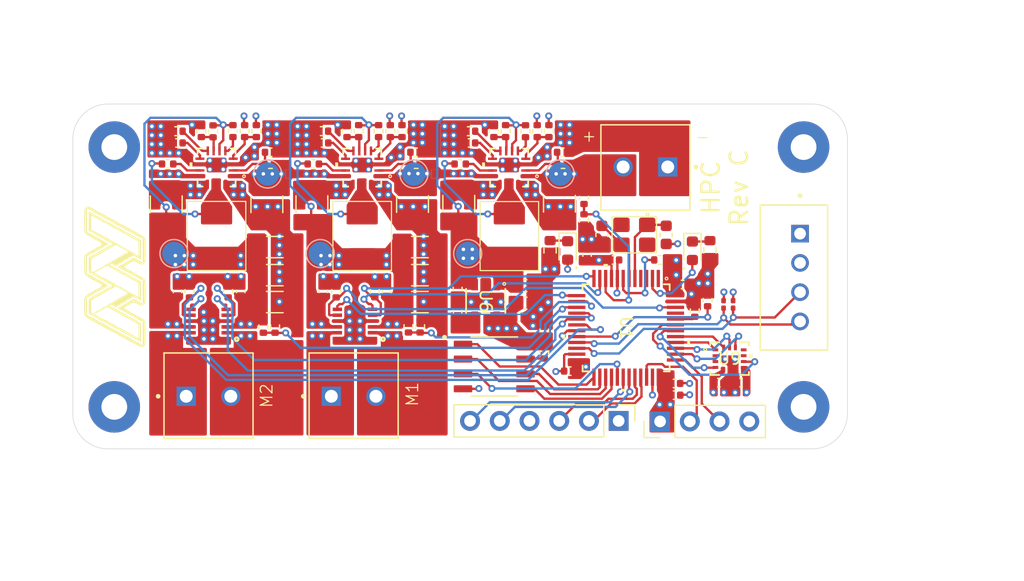
<source format=kicad_pcb>
(kicad_pcb (version 20241229) (generator "pcbnew") (generator_version "9.0")
  (layers (0 "F.Cu" signal) (4 "In1.Cu" signal) (6 "In2.Cu" signal) (2 "B.Cu" mixed) (13 "F.Paste" user) (15 "B.Paste" user) (5 "F.SilkS" user "F.Silkscreen") (7 "B.SilkS" user "B.Silkscreen") (1 "F.Mask" user) (3 "B.Mask" user) (25 "Edge.Cuts" user))
  (net 0 "")
  (net 1 "NRST")
  (net 2 "GNDB")
  (net 3 "3V3B")
  (net 4 "5V")
  (net 5 "OSC_OUT")
  (net 6 "OSC_IN")
  (net 7 "M1_12V")
  (net 8 "M2_12V")
  (net 9 "Net-(U7-VINLDO)")
  (net 10 "Net-(U7-VCC)")
  (net 11 "Net-(U7-BOOT)")
  (net 12 "UART1_TX")
  (net 13 "UART1_RX")
  (net 14 "I2C2_SCL")
  (net 15 "I2C2_SDA")
  (net 16 "SWDIO")
  (net 17 "SWDCLK")
  (net 18 "BOOT0")
  (net 19 "BOOT1")
  (net 20 "M2_PWM")
  (net 21 "M2_EN")
  (net 22 "M2_12V_SENS")
  (net 23 "M1_PWM")
  (net 24 "M1_EN")
  (net 25 "M1_12V_SENS")
  (net 26 "14.8V_SENS")
  (net 27 "Net-(U7-FSW)")
  (net 28 "Net-(U7-PGOOD)")
  (net 29 "Net-(U7-FB{slash}OUT)")
  (net 30 "M1_DIR")
  (net 31 "M2_FAULT")
  (net 32 "M1_FAULT")
  (net 33 "M2_DIR")
  (net 37 "FAULT_LED")
  (net 38 "14.8V")
  (net 39 "Net-(U7-EN{slash}CLKIN)")
  (net 40 "/Drive Motor Controller #1/M1")
  (net 41 "/Drive Motor Controller #1/M2")
  (net 42 "/Drive Motor Controller #2/M2")
  (net 43 "/Drive Motor Controller #2/M1")
  (net 44 "SPI_SCK")
  (net 45 "SPI_MISO")
  (net 46 "SPI_MOSI")
  (net 47 "SPI_NSS")
  (net 48 "Net-(U5-VINLDO)")
  (net 49 "Net-(U5-VCC)")
  (net 50 "Net-(U5-BOOT)")
  (net 51 "Net-(U6-BP)")
  (net 52 "Net-(U8-VINLDO)")
  (net 53 "Net-(U8-VCC)")
  (net 54 "Net-(U8-BOOT)")
  (net 55 "Net-(D1-K)")
  (net 56 "Net-(U5-FSW)")
  (net 57 "Net-(U5-PGOOD)")
  (net 58 "Net-(U8-FSW)")
  (net 59 "Net-(U8-PGOOD)")
  (net 60 "Net-(U5-FB{slash}OUT)")
  (net 61 "Net-(U8-FB{slash}OUT)")
  (net 62 "Net-(U5-EN{slash}CLKIN)")
  (net 63 "Net-(U8-EN{slash}CLKIN)")
  (net 64 "Net-(C23-Pad2)")
  (net 65 "Net-(C32-Pad2)")
  (net 66 "Net-(C37-Pad2)")
  (net 67 "Net-(U2-~{HOLD})")
  (net 68 "EEPROM_WP")
  (net 69 "Net-(D2-K)")
  (net 71 "SPI1_MISO")
  (net 72 "SPI1_MOSI")
  (net 73 "SPI1_SCK")
  (net 74 "INDIC_1")
  (net 75 "INDIC_2")
  (net 78 "IMU_IT_2")
  (net 79 "SPI1_NSS")
  (net 81 "IMU_IT_1")
  (footprint "Resistor_SMD:R_0402_1005Metric" (layer "F.Cu") (at 161.5384 79.656 -90)
    (property "Reference" "R15" (hide yes))
    (property "Value" "10k, 0402" (hide yes))
  )
  (footprint "Resistor_SMD:R_0402_1005Metric" (layer "F.Cu") (at 156.5384 72.046 90)
    (property "Reference" "R18" (hide yes))
    (property "Value" "1M, 0402" (hide yes))
  )
  (footprint "Capacitor_SMD:C_0402_1005Metric" (layer "F.Cu") (at 132.2004 85.734 90)
    (property "Reference" "C14" (hide yes))
    (property "Value" "0.1uF, 0402, 25V" (hide yes))
  )
  (footprint "Capacitor_SMD:C_0402_1005Metric" (layer "F.Cu") (at 155.9584 87.946 180)
    (property "Reference" "C27" (hide yes))
    (property "Value" "0.1uF, 0402, 16V" (hide yes))
  )
  (footprint "MountingHole:MountingHole_2.2mm_M2_Pad" (layer "F.Cu") (at 121.4 95.6)
    (property "Reference" "REF**" (hide yes))
    (property "Value" "MountingHole_2.2mm_M2_Pad" (hide yes))
  )
  (footprint "B4B_XH_A:JST_B4B-XH-A" (layer "F.Cu") (at 179.475 84.55 90)
    (property "Reference" "J6" (hide yes))
    (property "Value" "MM_DB_CONN" (hide yes))
  )
  (footprint "Capacitor_SMD:C_0402_1005Metric" (layer "F.Cu") (at 174.9612 93.528 180)
    (property "Reference" "C39" (hide yes))
    (property "Value" "0.1uF, 0402, 16V" (hide yes))
  )
  (footprint "Resistor_SMD:R_0402_1005Metric" (layer "F.Cu") (at 153.8384 72.036 90)
    (property "Reference" "R_FB_B_1" (hide yes))
    (property "Value" "82k, 0402" (hide yes))
  )
  (footprint "Resistor_SMD:R_0402_1005Metric" (layer "F.Cu") (at 126.7284 72.046 180)
    (property "Reference" "R24" (hide yes))
    (property "Value" "10k, 0402" (hide yes))
  )
  (footprint "L6983C33QTR:QFN_33QTR_STM" (layer "F.Cu") (at 155.1384 75.15301 180)
    (property "Reference" "U5" (hide yes))
    (property "Value" "L6983CQTR" (hide yes))
  )
  (footprint "Capacitor_SMD:C_1210_3225Metric" (layer "F.Cu") (at 125.8384 78.288 -90)
    (property "Reference" "C38" (hide yes))
    (property "Value" "47uF, 1210, 25V" (hide yes))
  )
  (footprint "Capacitor_SMD:C_1210_3225Metric" (layer "F.Cu") (at 159.4384 78.238535 -90)
    (property "Reference" "C20" (hide yes))
    (property "Value" "10uF, 1210, 50V" (hide yes))
  )
  (footprint "Capacitor_SMD:C_1206_3216Metric" (layer "F.Cu") (at 135.1134 84.346)
    (property "Reference" "C11" (hide yes))
    (property "Value" "47uF, 1206, 25V" (hide yes))
  )
  (footprint "Resistor_SMD:R_0603_1608Metric" (layer "F.Cu") (at 158.6384 82.218 -90)
    (property "Reference" "R2" (hide yes))
    (property "Value" "1k, 0603" (hide yes))
  )
  (footprint "Capacitor_SMD:C_1210_3225Metric" (layer "F.Cu") (at 138.2844 78.271 -90)
    (property "Reference" "C33" (hide yes))
    (property "Value" "47uF, 1210, 25V" (hide yes))
  )
  (footprint "Capacitor_SMD:C_0402_1005Metric" (layer "F.Cu") (at 138.4044 74.846 180)
    (property "Reference" "C32" (hide yes))
    (property "Value" "0.1uF, 0402, 25V" (hide yes))
  )
  (footprint "Capacitor_SMD:C_0402_1005Metric" (layer "F.Cu") (at 147.1844 73.846)
    (property "Reference" "C30" (hide yes))
    (property "Value" "1uF, 0402, 50V" (hide yes))
  )
  (footprint "Capacitor_SMD:C_0402_1005Metric" (layer "F.Cu") (at 126.7584 73.046)
    (property "Reference" "C36" (hide yes))
    (property "Value" "1uF, 0402, 16V" (hide yes))
  )
  (footprint "Resistor_SMD:R_0402_1005Metric" (layer "F.Cu") (at 139.1604 72.04 180)
    (property "Reference" "R21" (hide yes))
    (property "Value" "10k, 0402" (hide yes))
  )
  (footprint "Resistor_SMD:R_0402_1005Metric" (layer "F.Cu") (at 143.9844 72.036 90)
    (property "Reference" "R22" (hide yes))
    (property "Value" "1M, 0402" (hide yes))
  )
  (footprint "Resistor_SMD:R_0201_0603Metric" (layer "F.Cu") (at 173.4624 86.8448 -90)
    (property "Reference" "R28" (hide yes))
    (property "Value" "2k, 0201" (hide yes))
  )
  (footprint "Capacitor_SMD:C_1206_3216Metric" (layer "F.Cu") (at 147.5134 84.346)
    (property "Reference" "C17" (hide yes))
    (property "Value" "47uF, 1206, 25V" (hide yes))
  )
  (footprint "Resistor_SMD:R_0402_1005Metric" (layer "F.Cu") (at 131.5384 72.036 90)
    (property "Reference" "R25" (hide yes))
    (property "Value" "1M, 0402" (hide yes))
  )
  (footprint "Resistor_SMD:R_0402_1005Metric" (layer "F.Cu") (at 151.7284 72.046 180)
    (property "Reference" "R17" (hide yes))
    (property "Value" "10k, 0402" (hide yes))
  )
  (footprint "Resistor_SMD:R_0402_1005Metric" (layer "F.Cu") (at 157.5384 72.036 90)
    (property "Reference" "R_EN_B_1" (hide yes))
    (property "Value" "50k, 0402" (hide yes))
  )
  (footprint "Resistor_SMD:R_0402_1005Metric" (layer "F.Cu") (at 161.5384 77.756 -90)
    (property "Reference" "R14" (hide yes))
    (property "Value" "100k, 0402" (hide yes))
  )
  (footprint "Capacitor_SMD:C_0603_1608Metric" (layer "F.Cu") (at 163.0634 80.904 -90)
    (property "Reference" "C7" (hide yes))
    (property "Value" "12pF, 0603, 16V" (hide yes))
  )
  (footprint "RT9193-33GB:SOT-23-5_RIT" (layer "F.Cu") (at 153.1384 86.546 -90)
    (property "Reference" "U6")
    (property "Value" "RT9193-33GB" (hide yes))
  )
  (footprint "Capacitor_SMD:C_0402_1005Metric" (layer "F.Cu") (at 164.0584 83.046 180)
    (property "Reference" "C5" (hide yes))
    (property "Value" "0.1uF, 0402, 16V" (hide yes))
  )
  (footprint "Resistor_SMD:R_0402_1005Metric" (layer "F.Cu") (at 145.9844 72.036 -90)
    (property "Reference" "R_EN_A_2" (hide yes))
    (property "Value" "110k, 0402" (hide yes))
  )
  (footprint "Resistor_SMD:R_0402_1005Metric" (layer "F.Cu") (at 131.1274 85.736 90)
    (property "Reference" "R6" (hide yes))
    (property "Value" "100k, 0402" (hide yes))
  )
  (footprint "Capacitor_SMD:C_0402_1005Metric" (layer "F.Cu") (at 158.1384 89.066 -90)
    (property "Reference" "C2" (hide yes))
    (property "Value" "0.1uF, 0402, 16V" (hide yes))
  )
  (footprint "Capacitor_SMD:C_1210_3225Metric" (layer "F.Cu") (at 134.4384 78.288 -90)
    (property "Reference" "C34" (hide yes))
    (property "Value" "10uF, 1210, 50V" (hide yes))
  )
  (footprint "Resistor_SMD:R_0402_1005Metric" (layer "F.Cu") (at 158.1384 90.956 90)
    (property "Reference" "R5" (hide yes))
    (property "Value" "10k, 0402" (hide yes))
  )
  (footprint "L6983C33QTR:QFN_33QTR_STM" (layer "F.Cu") (at 130.1384 75.146 180)
    (property "Reference" "U8" (hide yes))
    (property "Value" "L6983CQTR" (hide yes))
  )
  (footprint "0420CDMCCDS-4R7MC:0420CDMCCDS-4R7MC" (layer "F.Cu") (at 142.5844 80.946)
    (property "Reference" "L2" (hide yes))
    (property "Value" "4.7uH, 0420CDMCCDS-4R7MC" (hide yes))
  )
  (footprint "Capacitor_SMD:C_0603_1608Metric" (layer "F.Cu") (at 168.5634 80.904 90)
    (property "Reference" "C3" (hide yes))
    (property "Value" "12pF, 0603, 16V" (hide yes))
  )
  (footprint "Resistor_SMD:R_0402_1005Metric" (layer "F.Cu") (at 135.1384 88.756 -90)
    (property "Reference" "R9" (hide yes))
    (property "Value" "10k, 0402" (hide yes))
  )
  (footprint "MountingHole:MountingHole_2.2mm_M2_Pad" (layer "F.Cu") (at 180.3 73.4)
    (property "Reference" "REF**" (hide yes))
    (property "Value" "MountingHole_2.2mm_M2_Pad" (hide yes))
  )
  (footprint "Resistor_SMD:R_0402_1005Metric" (layer "F.Cu") (at 146.5384 88.736 -90)
    (property "Reference" "R12" (hide yes))
    (property "Value" "68k, 0402" (hide yes))
  )
  (footprint "BMI270:BMI270_BOS" (layer "F.Cu") (at 173.9747 91.478)
    (property "Reference" "U9")
    (property "Value" "BMI270" (hide yes))
  )
  (footprint "Resistor_SMD:R_0201_0603Metric" (layer "F.Cu") (at 174.2768 86.8448 -90)
    (property "Reference" "R27" (hide yes))
    (property "Value" "2k, 0201" (hide yes))
  )
  (footprint "Capacitor_SMD:C_0603_1608Metric" (layer "F.Cu") (at 156.5134 85.246 180)
    (property "Reference" "C25" (hide yes))
    (property "Value" "1uF, 0603, 16V" (hide yes))
  )
  (footprint "Capacitor_SMD:C_0402_1005Metric" (layer "F.Cu") (at 169.9584 85.146)
    (property "Reference" "C9" (hide yes))
    (property "Value" "0.1uF, 0402, 16V" (hide yes))
  )
  (footprint "Capacitor_SMD:C_0402_1005Metric" (layer "F.Cu") (at 139.2044 73.046)
    (property "Reference" "C31" (hide yes))
    (property "Value" "1uF, 0402, 16V" (hide yes))
  )
  (footprint "MountingHole:MountingHole_2.2mm_M2_Pad" (layer "F.Cu") (at 180.3 95.6)
    (property "Reference" "REF**" (hide yes))
    (property "Value" "MountingHole_2.2mm_M2_Pad" (hide yes))
  )
  (footprint "Resistor_SMD:R_0402_1005Metric" (layer "F.Cu") (at 147.1944 74.846 180)
    (property "Reference" "R20" (hide yes))
    (property "Value" "100, 0402" (hide yes))
  )
  (footprint "Capacitor_SMD:C_0402_1005Metric" (layer "F.Cu") (at 144.6624 85.737 90)
    (property "Reference" "C18" (hide yes))
    (property "Value" "0.1uF, 0402, 25V" (hide yes))
  )
  (footprint "1985823:PHOENIX_1985823" (layer "F.Cu") (at 170.5925 71.5 180)
    (property "Reference" "J1" (hide yes))
    (property "Value" "BATTERY_CONN" (hide yes))
  )
  (footprint "L6983C33QTR:QFN_33QTR_STM" (layer "F.Cu") (at 142.5844 75.15301 180)
    (property "Reference" "U7" (hide yes))
    (property "Value" "L6983CQTR" (hide yes))
  )
  (footprint "Connector_PinHeader_2.54mm:PinHeader_1x04_P2.54mm_Vertical" (layer "F.Cu") (at 168.0384 96.846 90)
    (property "Reference" "J4" (hide yes))
    (property "Value" "JTAG" (hide yes))
  )
  (footprint "Resistor_SMD:R_0402_1005Metric" (layer "F.Cu") (at 127.8274 85.736 90)
    (property "Reference" "R7" (hide yes))
    (property "Value" "100k, 0402" (hide yes))
  )
  (footprint "MAX14870ETC_T:SON50P300X300X80-13N" (layer "F.Cu") (at 129.459191 88.519 180)
    (property "Reference" "U3" (hide yes))
    (property "Value" "MAX14870ETC_T" (hide yes))
  )
  (footprint "TXC_AV16000004:TXC_AV16000004" (layer "F.Cu") (at 165.8384 80.946 180)
    (property "Reference" "Y1" (hide yes))
    (property "Value" "16 MHz" (hide yes))
  )
  (footprint "Capacitor_SMD:C_0402_1005Metric" (layer "F.Cu") (at 139.2624 85.727 90)
    (property "Reference" "C19" (hide yes))
    (property "Value" "0.1uF, 0402, 25V" (hide yes))
  )
  (footprint "Resistor_SMD:R_0402_1005Metric" (layer "F.Cu") (at 172.1 86.49 -90)
    (property "Reference" "R4" (hide yes))
    (property "Value" "10k, 0402" (hide yes))
  )
  (footprint "Capacitor_SMD:C_1206_3216Metric" (layer "F.Cu") (at 135.1134 81.946)
    (property "Reference" "C12" (hide yes))
    (property "Value" "47uF, 1206, 25V" (hide yes))
  )
  (footprint "Resistor_SMD:R_0402_1005Metric" (layer "F.Cu") (at 171 87.39 -90)
    (property "Reference" "R3" (hide yes))
    (property "Value" "10k, 0402" (hide yes))
  )
  (footprint "Resistor_SMD:R_0402_1005Metric" (layer "F.Cu") (at 143.6624 85.727 90)
    (property "Reference" "R10" (hide yes))
    (property "Value" "100k, 0402" (hide yes))
  )
  (footprint "Capacitor_SMD:C_0402_1005Metric" (layer "F.Cu") (at 150.9584 74.846 180)
    (property "Reference" "C23" (hide yes))
    (property "Value" "0.1uF, 0402, 25V" (hide yes))
  )
  (footprint "Resistor_SMD:R_0402_1005Metric" (layer "F.Cu") (at 168.0484 83.046 180)
    (property "Reference" "R1" (hide yes))
    (property "Value" "10k, 0402" (hide yes))
  )
  (footprint "Capacitor_SMD:C_0402_1005Metric" (layer "F.Cu") (at 161.8 82.62 -90)
    (property "Reference" "C8" (hide yes))
    (property "Value" "1uF, 0402, 16V" (hide yes))
  )
  (footprint "1985823:PHOENIX_1985823" (layer "F.Cu") (at 125.6459 98.296)
    (property "Reference" "J3" (hide yes))
    (property "Value" "M2_CONN" (hide yes))
  )
  (footprint "Capacitor_SMD:C_1210_3225Metric" (layer "F.Cu") (at 150.8384 78.238535 -90)
    (property "Reference" "C24" (hide yes))
    (property "Value" "47uF, 1210, 25V" (hide yes))
  )
  (footprint "Resistor_SMD:R_0402_1005Metric" (layer "F.Cu") (at 133.5384 72.036 -90)
    (property "Reference" "R_EN_A_3" (hide yes))
    (property "Value" "110k, 0402" (hide yes))
  )
  (footprint "0420CDMCCDS-4R7MC:0420CDMCCDS-4R7MC" (layer "F.Cu") (at 130.1384 80.946)
    (property "Reference" "L3" (hide yes))
    (property "Value" "4.7uH, 0420CDMCCDS-4R7MC" (hide yes))
  )
  (footprint "Capacitor_SMD:C_0402_1005Metric" (layer "F.Cu") (at 169.2728 93.6)
    (property "Reference" "C4" (hide yes))
    (property "Value" "0.1uF, 0402, 16V" (hide yes))
  )
  (footprint "Resistor_SMD:R_0402_1005Metric" (layer "F.Cu") (at 134.1384 88.756 -90)
    (property "Reference" "R8" (hide yes))
    (property "Value" "68k, 0402" (hide yes))
  )
  (footprint "Resistor_SMD:R_0402_1005Metric" (layer "F.Cu") (at 141.2844 72.036 90)
    (property "Reference" "R_FB_B_2" (hide yes))
    (property "Value" "75k, 0402" (hide yes))
  )
  (footprint "Capacitor_SMD:C_0402_1005Metric" (layer "F.Cu") (at 160.32 92.546 180)
    (property "Reference" "C6" (hide yes))
    (property "Value" "0.1uF, 0402, 16V" (hide yes))
  )
  (footprint "Resistor_SMD:R_0402_1005Metric" (layer "F.Cu") (at 134.7484 74.846 180)
    (property "Reference" "R23" (hide yes))
    (property "Value" "100, 0402" (hide yes))
  )
  (footprint "Capacitor_SMD:C_0402_1005Metric" (layer "F.Cu") (at 150.7384 87.466 -90)
    (property "Reference" "C26" (hide yes))
    (property "Value" "22nF, 0402, 16V" (hide yes))
  )
  (footprint "1985823:PHOENIX_1985823" (layer "F.Cu") (at 138.0459 98.296)
    (property "Reference" "J2" (hide yes))
    (property "Value" "M1_CONN" (hide yes))
  )
  (footprint "Capacitor_SMD:C_0402_1005Metric" (layer "F.Cu") (at 125.9584 74.846 180)
    (property "Reference" "C37" (hide yes))
    (property "Value" "0.1uF, 0402, 25V" (hide yes))
  )
  (footprint "Resistor_SMD:R_0402_1005Metric" (layer "F.Cu") (at 147.5314 88.736 -90)
    (property "Reference" "R13" (hide yes))
    (property "Value" "10k, 0402" (hide yes))
  )
  (footprint "Resistor_SMD:R_0402_1005Metric" (layer "F.Cu") (at 128.8384 72.036 90)
    (property "Reference" "R_FB_B_3" (hide yes))
    (property "Value" "75k, 0402" (hide yes))
  )
  (footprint "Resistor_SMD:R_0402_1005Metric" (layer "F.Cu") (at 159.7484 74.846 180)
    (property "Reference" "R16" (hide yes))
    (property "Value" "100, 0402" (hide yes))
  )
  (footprint "0420CDMCCDS-4R7MC:0420CDMCCDS-4R7MC" (layer "F.Cu") (at 155.160055 80.954785)
    (property "Reference" "L1" (hide yes))
    (property "Value" "4.7uH, 0420CDMCCDS-4R7MC" (hide yes))
  )
  (footprint "Connector_PinHeader_2.54mm:PinHeader_1x06_P2.54mm_Vertical" (layer "F.Cu") (at 164.5 96.8 -90)
    (property "Reference" "J5" (hide yes))
    (property "Value" "DEBUG" (hide yes))
  )
  (footprint "Capacitor_SMD:C_0402_1005Metric" (layer "F.Cu") (at 134.7584 73.846)
    (property "Reference" "C35" (hide yes))
    (property "Value" "1uF, 0402, 50V" (hide yes))
  )
  (footprint "Resistor_SMD:R_0402_1005Metric" (layer "F.Cu") (at 154.8384 72.036 -90)
    (property "Reference" "R_FB_A_1" (hide yes))
    (property "Value" "430k, 0402" (hide yes))
  )
  (footprint "Resistor_SMD:R_0402_1005Metric" (layer "F.Cu") (at 158.5384 72.036 -90)
    (property "Reference" "R_EN_A_1" (hide yes))
    (property "Value" "200k, 0402" (hide yes))
  )
  (footprint "Capacitor_SMD:C_0402_1005Metric" (layer "F.Cu") (at 159.7184 73.846)
    (property "Reference" "C21" (hide yes))
    (property "Value" "1uF, 0402, 50V" (hide yes))
  )
  (footprint "MountingHole:MountingHole_2.2mm_M2_Pad" (layer "F.Cu") (at 121.4 73.4)
    (property "Reference" "REF**" (hide yes))
    (property "Value" "MountingHole_2.2mm_M2_Pad" (hide yes))
  )
  (footprint "Capacitor_SMD:C_0402_1005Metric" (layer "F.Cu") (at 126.8004 85.734 90)
    (property "Reference" "C13" (hide yes))
    (property "Value" "0.1uF, 0402, 25V" (hide yes))
  )
  (footprint "Capacitor_SMD:C_0603_1608Metric" (layer "F.Cu") (at 156.5239 86.746 180)
    (property "Reference" "C28" (hide yes))
    (property "Value" "10uF, 0603, 16V" (hide yes))
  )
  (footprint "Resistor_SMD:R_0402_1005Metric" (layer "F.Cu") (at 140.3624 85.737 90)
    (property "Reference" "R11" (hide yes))
    (property "Value" "100k, 0402" (hide yes))
  )
  (footprint "25LC256-I/SN:SOIC127P599X175-8N" (layer "F.Cu") (at 153.8684 92.151)
    (property "Reference" "U2" (hide yes))
    (property "Value" "25LC256-I_SN" (hide yes))
  )
  (footprint "Capacitor_SMD:C_0402_1005Metric" (layer "F.Cu") (at 151.7584 73.046)
    (property "Reference" "C22" (hide yes))
    (property "Value" "1uF, 0402, 16V" (hide yes))
  )
  (footprint "Capacitor_SMD:C_0402_1005Metric" (layer "F.Cu") (at 173.0612 93.528 180)
    (property "Reference" "C40" (hide yes))
    (property "Value" "0.1uF, 0402, 16V" (hide yes))
  )
  (footprint "Resistor_SMD:R_0402_1005Metric" (layer "F.Cu") (at 142.2844 72.036 -90)
    (property "Reference" "R_FB_A_2" (hide yes))
    (property "Value" "1M, 0402" (hide yes))
  )
  (footprint "Resistor_SMD:R_0402_1005Metric" (layer "F.Cu") (at 132.5384 72.036 90)
    (property "Reference" "R_EN_B_3" (hide yes))
    (property "Value" "12k, 0402" (hide yes))
  )
  (footprint "Capacitor_SMD:C_1206_3216Metric" (layer "F.Cu") (at 147.5134 86.646)
    (property "Reference" "C16" (hide yes))
    (property "Value" "47uF, 1206, 25V" (hide yes))
  )
  (footprint "Capacitor_SMD:C_1206_3216Metric" (layer "F.Cu") (at 147.5134 81.946)
    (property "Reference" "C15" (hide yes))
    (property "Value" "47uF, 1206, 25V" (hide yes))
  )
  (footprint "Diode_SMD:D_0603_1608Metric" (layer "F.Cu") (at 160.1384 82.2335 -90)
    (property "Reference" "D1" (hide yes))
    (property "Value" "LED, 0603, BLUE" (hide yes))
  )
  (footprint "Diode_SMD:D_0603_1608Metric" (layer "F.Cu") (at 170.8 82.2585 -90)
    (property "Reference" "D2" (hide yes))
    (property "Value" "LED, 0603, RED" (hide yes))
  )
  (footprint "MAX14870ETC_T:SON50P300X300X80-13N" (layer "F.Cu") (at 141.9624 88.517 180)
    (property "Reference" "U4" (hide yes))
    (property "Value" "MAX14870ETC_T" (hide yes))
  )
  (footprint "Resistor_SMD:R_0402_1005Metric" (layer "F.Cu") (at 150.7384 85.536 -90)
    (property "Reference" "R19" (hide yes))
    (property "Value" "10k, 0402" (hide yes))
  )
  (footprint "Resistor_SMD:R_0402_1005Metric" (layer "F.Cu") (at 129.8384 72.056 -90)
    (property "Reference" "R_FB_A_3" (hide yes))
    (property "Value" "1M, 0402" (hide yes))
  )
  (footprint "Resistor_SMD:R_0603_1608Metric" (layer "F.Cu") (at 172.3 82.221 -90)
    (property "Reference" "R26" (hide yes))
    (property "Value" "1k, 0603" (hide yes))
  )
  (footprint "Capacitor_SMD:C_1210_3225Metric" (layer "F.Cu") (at 146.8844 78.271 -90)
    (property "Reference" "C29" (hide yes))
    (property "Value" "10uF, 1210, 50V" (hide yes))
  )
  (footprint "Capacitor_SMD:C_1206_3216Metric" (layer "F.Cu") (at 135.1134 86.646)
    (property "Reference" "C10" (hide yes))
    (property "Value" "47uF, 1206, 25V" (hide yes))
  )
  (footprint "STM32F103C8T6:LQFP48_STM" (layer "F.Cu") (at 165.1384 88.846 -90)
    (property "Reference" "U1")
    (property "Value" "STM32F103C8T6" (hide yes))
  )
  (footprint "Capacitor_SMD:C_0402_1005Metric" (layer "F.Cu") (at 169.28 94.6 180)
    (property "Reference" "C1" (hide yes))
    (property "Value" "0.1uF, 0402, 16V" (hide yes))
  )
  (footprint "Resistor_SMD:R_0402_1005Metric" (layer "F.Cu") (at 144.9844 72.036 90)
    (property "Reference" "R_EN_B_2" (hide yes))
    (property "Value" "12k, 0402" (hide yes))
  )
  (footprint "TestPoint:TestPoint_Pad_D2.0mm" (layer "B.Cu") (at 159.5 75.7 180)
    (property "Reference" "REF**" (hide yes))
    (property "Value" "TestPoint_Pad_D2.0mm" (hide yes))
  )
  (footprint "TestPoint:TestPoint_Pad_D2.0mm" (layer "B.Cu") (at 151.6 82.5 180)
    (property "Reference" "REF**" (hide yes))
    (property "Value" "TestPoint_Pad_D2.0mm" (hide yes))
  )
  (footprint "TestPoint:TestPoint_Pad_D2.0mm" (layer "B.Cu") (at 134.5 75.7 180)
    (property "Reference" "REF**" (hide yes))
    (property "Value" "TestPoint_Pad_D2.0mm" (hide yes))
  )
  (footprint "TestPoint:TestPoint_Pad_D2.0mm" (layer "B.Cu") (at 147 75.7 180)
    (property "Reference" "REF**" (hide yes))
    (property "Value" "TestPoint_Pad_D2.0mm" (hide yes))
  )
  (footprint "TestPoint:TestPoint_Pad_D2.0mm" (layer "B.Cu") (at 126.5 82.5 180)
    (property "Reference" "REF**" (hide yes))
    (property "Value" "TestPoint_Pad_D2.0mm" (hide yes))
  )
  (footprint "TestPoint:TestPoint_Pad_D2.0mm" (layer "B.Cu") (at 139 82.5 180)
    (property "Reference" "REF**" (hide yes))
    (property "Value" "TestPoint_Pad_D2.0mm" (hide yes))
  )
  (gr_circle (center 154.724808 85.09) (end 154.775608 85.1916) (stroke (width 0.1)) (fill no) (layer "F.SilkS"))
  (gr_circle (center 168.593208 84.6328) (end 168.644008 84.7344) (stroke (width 0.1)) (fill no) (layer "F.SilkS"))
  (gr_circle (center 132.4864 75.8952) (end 132.5372 75.9968) (stroke (width 0.1)) (fill no) (layer "F.SilkS"))
  (gr_circle (center 166.967608 79.1464) (end 167.018408 79.248) (stroke (width 0.1)) (fill no) (layer "F.SilkS"))
  (gr_poly (pts (xy 119.224707 78.90106) (xy 119.225818 78.901166) (xy 119.228312 78.901687) (xy 119.231179 78.902622) (xy 119.234427 78.903972) (xy 119.238065 78.905739) (xy 119.242104 78.907927) (xy 119.246552 78.910536) (xy 119.251418 78.913568) (xy 119.256712 78.917026) (xy 119.262444 78.920913) (xy 119.269111 78.925185) (xy 119.276753 78.929953) (xy 119.293841 78.940316) (xy 119.311458 78.950678) (xy 119.327355 78.959718) (xy 119.342921 78.968152) (xy 119.358752 78.976916) (xy 119.372996 78.985019) (xy 119.378943 78.988512) (xy 119.383799 78.991468) (xy 119.396114 78.998535) (xy 119.413521 79.008314) (xy 119.454355 79.03098) (xy 119.499863 79.055498) (xy 119.521625 79.067294) (xy 119.539021 79.076841) (xy 119.578709 79.098184) (xy 119.623688 79.122702) (xy 119.64362 79.133517) (xy 119.660906 79.143075) (xy 119.667978 79.147072) (xy 119.673694 79.150384) (xy 119.677823 79.152885) (xy 119.67922 79.153793) (xy 119.680133 79.154452) (xy 119.68624 79.158156) (xy 119.697243 79.164506) (xy 119.72811 79.181968) (xy 119.786749 79.213862) (xy 119.831033 79.238149) (xy 119.868307 79.258864) (xy 119.905911 79.280042) (xy 119.931421 79.294406) (xy 119.95918 79.309763) (xy 119.985881 79.324193) (xy 119.997801 79.330462) (xy 120.008216 79.33578) (xy 120.027828 79.346286) (xy 120.04711 79.356858) (xy 120.063878 79.36624) (xy 120.07595 79.373175) (xy 120.089631 79.380859) (xy 120.110786 79.392313) (xy 120.136572 79.406016) (xy 120.164144 79.420446) (xy 120.227357 79.454159) (xy 120.280384 79.482711) (xy 120.31833 79.503592) (xy 120.330118 79.510369) (xy 120.3363 79.514286) (xy 120.342782 79.518221) (xy 120.35482 79.525133) (xy 120.370828 79.53403) (xy 120.389216 79.543919) (xy 120.428992 79.566056) (xy 120.446664 79.575967) (xy 120.459771 79.58343) (xy 120.465416 79.586851) (xy 120.472119 79.590684) (xy 120.487641 79.599129) (xy 120.504221 79.607838) (xy 120.519744 79.615886) (xy 120.536931 79.624782) (xy 120.557226 79.635729) (xy 120.578184 79.647338) (xy 120.597355 79.658219) (xy 120.606305 79.663555) (xy 120.615512 79.668891) (xy 120.624702 79.674094) (xy 120.633603 79.679033) (xy 120.649445 79.687588) (xy 120.660855 79.693497) (xy 120.666007 79.69602) (xy 120.672309 79.699262) (xy 120.687401 79.707343) (xy 120.704213 79.716614) (xy 120.720827 79.725952) (xy 120.755559 79.745897) (xy 120.787017 79.763799) (xy 120.814837 79.779469) (xy 120.838655 79.792716) (xy 120.858107 79.80335) (xy 120.87283 79.811181) (xy 120.88246 79.81602) (xy 120.885251 79.817257) (xy 120.886633 79.817675) (xy 120.887306 79.817837) (xy 120.888513 79.818314) (xy 120.89241 79.820144) (xy 120.90533 79.826847) (xy 120.923542 79.836725) (xy 120.945194 79.848719) (xy 120.970131 79.862709) (xy 120.99811 79.878088) (xy 121.048911 79.905869) (xy 121.068843 79.916684) (xy 121.086128 79.926242) (xy 121.093201 79.930239) (xy 121.098917 79.933551) (xy 121.103045 79.936052) (xy 121.104442 79.93696) (xy 121.105355 79.937619) (xy 121.112697 79.94193) (xy 121.127051 79.949878) (xy 121.146432 79.96034) (xy 121.168855 79.972191) (xy 121.193605 79.985277) (xy 121.219214 79.99909) (xy 121.242574 80.011978) (xy 121.260577 80.022286) (xy 121.277257 80.031722) (xy 121.29612 80.042217) (xy 121.31485 80.052448) (xy 121.331133 80.061091) (xy 121.373874 80.083702) (xy 121.411125 80.103865) (xy 121.442952 80.121515) (xy 121.469422 80.136586) (xy 121.48501 80.145482) (xy 121.5047 80.156429) (xy 121.525976 80.168038) (xy 121.546327 80.178919) (xy 121.588043 80.201938) (xy 121.607942 80.212753) (xy 121.623938 80.221252) (xy 121.662303 80.242628) (xy 121.707547 80.267378) (xy 121.75332 80.291995) (xy 121.793272 80.312974) (xy 121.811605 80.322907) (xy 121.833047 80.334758) (xy 121.854887 80.347006) (xy 121.874411 80.35813) (xy 121.893681 80.369011) (xy 121.914803 80.380619) (xy 121.935132 80.391566) (xy 121.952022 80.400463) (xy 121.968095 80.408632) (xy 121.985359 80.417661) (xy 122.001829 80.426558) (xy 122.009147 80.430647) (xy 122.015521 80.43433) (xy 122.085372 80.473136) (xy 122.124795 80.495537) (xy 122.144804 80.507068) (xy 122.161572 80.51688) (xy 122.168622 80.521) (xy 122.175374 80.524839) (xy 122.181663 80.528315) (xy 122.187324 80.531344) (xy 122.192192 80.533844) (xy 122.1961 80.535732) (xy 122.197643 80.53642) (xy 122.198884 80.536925) (xy 122.199802 80.537235) (xy 122.200377 80.537341) (xy 122.200961 80.537455) (xy 122.201903 80.53779) (xy 122.204776 80.539083) (xy 122.208823 80.541136) (xy 122.213871 80.543868) (xy 122.219746 80.547194) (xy 122.226274 80.551033) (xy 122.233281 80.555302) (xy 122.240594 80.559919) (xy 122.259864 80.571131) (xy 122.285749 80.585584) (xy 122.343605 80.617068) (xy 122.370163 80.630993) (xy 122.393082 80.643263) (xy 122.402371 80.648344) (xy 122.409784 80.65249) (xy 122.414997 80.655529) (xy 122.416678 80.656578) (xy 122.417688 80.657286) (xy 122.425852 80.662444) (xy 122.44225 80.671959) (xy 122.492477 80.70006) (xy 122.553817 80.733585) (xy 122.611716 80.76453) (xy 122.632794 80.775874) (xy 122.651227 80.785961) (xy 122.65879 80.790224) (xy 122.664897 80.7938) (xy 122.667323 80.795292) (xy 122.669285 80.796566) (xy 122.670751 80.797606) (xy 122.671688 80.798397) (xy 122.680144 80.803325) (xy 122.697529 80.812949) (xy 122.721397 80.82588) (xy 122.749299 80.84073) (xy 122.763631 80.848076) (xy 122.777301 80.855183) (xy 122.789979 80.861876) (xy 122.801334 80.867982) (xy 122.811036 80.873328) (xy 122.818753 80.877739) (xy 122.824154 80.881042) (xy 122.825884 80.882224) (xy 122.826911 80.883063) (xy 122.834253 80.887484) (xy 122.848606 80.895675) (xy 122.867987 80.90638) (xy 122.89041 80.918342) (xy 122.93539 80.942683) (xy 122.953117 80.952274) (xy 122.964494 80.958558) (xy 123.013883 80.986075) (xy 123.030232 80.995093) (xy 123.051013 81.006359) (xy 123.095022 81.029819) (xy 123.11782 81.041846) (xy 123.143 81.05566) (xy 123.16765 81.069605) (xy 123.188861 81.08203) (xy 123.197693 81.087436) (xy 123.20607 81.09247) (xy 123.213802 81.097024) (xy 123.220699 81.100992) (xy 123.226571 81.104265) (xy 123.231227 81.106736) (xy 123.23304 81.107637) (xy 123.234478 81.108297) (xy 123.235517 81.108703) (xy 123.236133 81.108841) (xy 123.238802 81.110025) (xy 123.245448 81.113416) (xy 123.268853 81.125863) (xy 123.302709 81.144262) (xy 123.343378 81.166697) (xy 123.386891 81.190741) (xy 123.428485 81.213528) (xy 123.486605 81.245013) (xy 123.526381 81.266004) (xy 123.54822 81.277557) (xy 123.567744 81.288052) (xy 123.587147 81.298536) (xy 123.608666 81.310013) (xy 123.647472 81.330386) (xy 123.68416 81.350141) (xy 123.68416 82.181991) (xy 123.68416 83.013841) (xy 123.677105 83.013841) (xy 123.676273 83.013736) (xy 123.675116 83.013427) (xy 123.671912 83.012243) (xy 123.667667 83.010381) (xy 123.662553 83.007932) (xy 123.656744 83.004987) (xy 123.650415 83.001637) (xy 123.643739 82.997973) (xy 123.636889 82.994086) (xy 123.629943 82.989899) (xy 123.622998 82.985861) (xy 123.616251 82.982055) (xy 123.609901 82.978563) (xy 123.599185 82.972853) (xy 123.592439 82.969391) (xy 123.589946 82.96808) (xy 123.586783 82.966315) (xy 123.578945 82.961718) (xy 123.569916 82.956195) (xy 123.560688 82.950341) (xy 123.556218 82.947378) (xy 123.551384 82.944366) (xy 123.546351 82.941387) (xy 123.541286 82.938523) (xy 123.536352 82.935858) (xy 123.531717 82.933474) (xy 123.527544 82.931454) (xy 123.524 82.92988) (xy 123.515786 82.925625) (xy 123.510568 82.922811) (xy 123.504861 82.91965) (xy 123.498857 82.916224) (xy 123.492746 82.912616) (xy 123.486717 82.908909) (xy 123.480961 82.905185) (xy 123.46374 82.895208) (xy 123.436863 82.880403) (xy 123.404165 82.862819) (xy 123.369483 82.844508) (xy 123.296899 82.805967) (xy 123.264212 82.788648) (xy 123.23966 82.775363) (xy 123.196975 82.752521) (xy 123.175962 82.741331) (xy 123.158521 82.732325) (xy 123.150831 82.728222) (xy 123.142239 82.72345) (xy 123.123509 82.712657) (xy 123.104646 82.701467) (xy 123.087966 82.691402) (xy 123.08049 82.68644) (xy 123.073864 82.682135) (xy 123.067981 82.67848) (xy 123.062731 82.675472) (xy 123.06031 82.674208) (xy 123.058007 82.673104) (xy 123.055807 82.672159) (xy 123.053698 82.671372) (xy 123.051667 82.670743) (xy 123.049698 82.670271) (xy 123.04778 82.669955) (xy 123.045897 82.669794) (xy 123.044038 82.669789) (xy 123.042188 82.669938) (xy 123.040333 82.670241) (xy 123.03846 82.670697) (xy 123.036556 82.671305) (xy 123.034607 82.672065) (xy 123.032599 82.672977) (xy 123.030519 82.674039) (xy 123.028353 82.67525) (xy 123.026088 82.676611) (xy 123.021205 82.679778) (xy 123.015762 82.683534) (xy 123.00965 82.687874) (xy 122.988701 82.701579) (xy 122.951067 82.725015) (xy 122.843668 82.790268) (xy 122.723304 82.862003) (xy 122.625827 82.918591) (xy 122.613283 82.925634) (xy 122.600747 82.932867) (xy 122.588558 82.940084) (xy 122.577056 82.947078) (xy 122.566578 82.953641) (xy 122.557465 82.959568) (xy 122.550056 82.964652) (xy 122.547095 82.966813) (xy 122.544688 82.968686) (xy 122.539982 82.971943) (xy 122.534954 82.9753) (xy 122.529744 82.978657) (xy 122.524492 82.981915) (xy 122.519339 82.984974) (xy 122.514427 82.987736) (xy 122.509894 82.990101) (xy 122.507815 82.991103) (xy 122.505883 82.991969) (xy 122.499512 82.994747) (xy 122.493679 82.997525) (xy 122.487664 83.0007) (xy 122.480748 83.004669) (xy 122.472211 83.009828) (xy 122.461334 83.016575) (xy 122.429683 83.036419) (xy 122.423455 83.040509) (xy 122.417556 83.044268) (xy 122.412121 83.047631) (xy 122.407282 83.05053) (xy 122.40317 83.0529) (xy 122.399917 83.054675) (xy 122.398655 83.055319) (xy 122.397657 83.055789) (xy 122.396941 83.056077) (xy 122.396522 83.056175) (xy 122.380151 83.065336) (xy 122.33752 83.090306) (xy 122.199672 83.172591) (xy 122.123637 83.217868) (xy 122.060766 83.254877) (xy 122.017605 83.279847) (xy 122.005464 83.286639) (xy 122.000705 83.289008) (xy 122.000146 83.289114) (xy 121.999275 83.289426) (xy 121.99667 83.290629) (xy 121.99304 83.292543) (xy 121.988534 83.295093) (xy 121.9833 83.298206) (xy 121.977488 83.301807) (xy 121.971245 83.305821) (xy 121.964721 83.310174) (xy 121.958462 83.314325) (xy 121.952485 83.318244) (xy 121.946937 83.321833) (xy 121.941967 83.324991) (xy 121.937726 83.327621) (xy 121.934361 83.329622) (xy 121.933053 83.330355) (xy 121.932021 83.330895) (xy 121.931282 83.331228) (xy 121.930855 83.331341) (xy 121.91646 83.339158) (xy 121.880783 83.360005) (xy 121.771576 83.42518) (xy 121.655225 83.495647) (xy 121.583721 83.540185) (xy 121.576753 83.544693) (xy 121.570372 83.548696) (xy 121.56454 83.552203) (xy 121.559215 83.555222) (xy 121.55673 83.556552) (xy 121.554356 83.557762) (xy 121.55209 83.558855) (xy 121.549925 83.559831) (xy 121.547857 83.560691) (xy 121.545881 83.561436) (xy 121.543991 83.562068) (xy 121.542182 83.562587) (xy 121.54045 83.562994) (xy 121.53879 83.563291) (xy 121.537195 83.563478) (xy 121.535663 83.563557) (xy 121.534186 83.563528) (xy 121.532761 83.563393) (xy 121.531382 83.563152) (xy 121.530044 83.562807) (xy 121.528743 83.562359) (xy 121.527473 83.561808) (xy 121.526228 83.561156) (xy 121.525005 83.560404) (xy 121.523798 83.559553) (xy 121.522601 83.558603) (xy 121.521411 83.557556) (xy 121.520222 83.556413) (xy 121.516687 83.553171) (xy 121.512185 83.549656) (xy 121.506343 83.545661) (xy 121.49879 83.540979) (xy 121.489154 83.535405) (xy 121.477061 83.528731) (xy 121.462141 83.520751) (xy 121.444022 83.511258) (xy 121.428852 83.503232) (xy 121.413154 83.494677) (xy 121.398778 83.486652) (xy 121.387577 83.480213) (xy 121.382275 83.477033) (xy 121.375054 83.472893) (xy 121.35618 83.462398) (xy 121.309966 83.437175) (xy 121.298498 83.431115) (xy 121.287543 83.425213) (xy 121.277348 83.419625) (xy 121.268162 83.414509) (xy 121.253808 83.406318) (xy 121.249137 83.403557) (xy 121.246466 83.401897) (xy 121.244288 83.400396) (xy 121.240546 83.398093) (xy 121.229268 83.391578) (xy 121.214418 83.383343) (xy 121.197783 83.37438) (xy 121.156155 83.352508) (xy 121.14416 83.363091) (xy 121.142868 83.364262) (xy 121.141127 83.365647) (xy 121.136432 83.368989) (xy 121.130332 83.372976) (xy 121.123082 83.377467) (xy 121.114939 83.382322) (xy 121.10616 83.3874) (xy 121.097 83.39256) (xy 121.087716 83.397663) (xy 121.083091 83.400099) (xy 121.078493 83.402628) (xy 121.073951 83.40523) (xy 121.069493 83.407883) (xy 121.065146 83.410564) (xy 121.060939 83.413253) (xy 121.0569 83.415927) (xy 121.053056 83.418565) (xy 121.049435 83.421145) (xy 121.046065 83.423646) (xy 121.042974 83.426045) (xy 121.04019 83.428322) (xy 121.037741 83.430453) (xy 121.035655 83.432418) (xy 121.03396 83.434196) (xy 121.032683 83.435763) (xy 121.023511 83.449874) (xy 121.060905 83.471041) (xy 121.102886 83.493795) (xy 121.151216 83.519724) (xy 121.173662 83.531906) (xy 121.195843 83.544154) (xy 121.215113 83.554947) (xy 121.228827 83.562763) (xy 121.234472 83.566183) (xy 121.241174 83.570017) (xy 121.248671 83.574149) (xy 121.256697 83.578462) (xy 121.273277 83.587171) (xy 121.2888 83.595219) (xy 121.307706 83.604986) (xy 121.332632 83.618326) (xy 121.360336 83.633517) (xy 121.387577 83.648841) (xy 121.415215 83.664165) (xy 121.443051 83.679356) (xy 121.467845 83.692696) (xy 121.486355 83.702463) (xy 121.534807 83.727676) (xy 121.596157 83.76076) (xy 121.655523 83.793447) (xy 121.698021 83.817469) (xy 121.710843 83.824789) (xy 121.729684 83.835285) (xy 121.775633 83.860508) (xy 121.78713 83.866567) (xy 121.798155 83.872469) (xy 121.808437 83.878057) (xy 121.817702 83.883174) (xy 121.825676 83.887662) (xy 121.832088 83.891365) (xy 121.836665 83.894125) (xy 121.838179 83.895103) (xy 121.839133 83.895786) (xy 121.842159 83.89792) (xy 121.84707 83.900956) (xy 121.86612 83.911749) (xy 121.966133 83.966341) (xy 122.003175 83.986361) (xy 122.02368 83.997595) (xy 122.042332 84.007969) (xy 122.119943 84.050303) (xy 122.160337 84.071998) (xy 122.206021 84.096869) (xy 122.216202 84.102169) (xy 122.225953 84.107386) (xy 122.235043 84.112372) (xy 122.24324 84.116977) (xy 122.250312 84.121053) (xy 122.256028 84.124452) (xy 122.260156 84.127023) (xy 122.261553 84.127953) (xy 122.262466 84.128619) (xy 122.269808 84.13304) (xy 122.284162 84.141231) (xy 122.303543 84.151935) (xy 122.325966 84.163897) (xy 122.397844 84.202206) (xy 122.451202 84.231189) (xy 122.488685 84.252102) (xy 122.5023 84.259925) (xy 122.512938 84.266202) (xy 122.518072 84.269395) (xy 122.523312 84.272563) (xy 122.528504 84.275615) (xy 122.533488 84.278461) (xy 122.538109 84.281009) (xy 122.542208 84.283169) (xy 122.54563 84.284848) (xy 122.547037 84.28548) (xy 122.548216 84.285957) (xy 122.555591 84.289772) (xy 122.56806 84.296365) (xy 122.601133 84.31418) (xy 122.646641 84.338962) (xy 122.67257 84.353173) (xy 122.696383 84.366391) (xy 122.742949 84.391703) (xy 122.764447 84.4034) (xy 122.781049 84.412252) (xy 122.816945 84.432096) (xy 122.838299 84.443704) (xy 122.85866 84.454585) (xy 122.900376 84.477604) (xy 122.920275 84.488419) (xy 122.936272 84.496919) (xy 123.030552 84.549571) (xy 123.059204 84.565479) (xy 123.08091 84.577352) (xy 123.087444 84.5811) (xy 123.095209 84.585378) (xy 123.113278 84.594991) (xy 123.151466 84.614747) (xy 123.190272 84.635021) (xy 123.235427 84.659461) (xy 123.280053 84.684299) (xy 123.317271 84.705763) (xy 123.329266 84.712587) (xy 123.343906 84.720668) (xy 123.35934 84.728881) (xy 123.366776 84.732686) (xy 123.373716 84.736102) (xy 123.388952 84.744117) (xy 123.406701 84.753653) (xy 123.424714 84.763586) (xy 123.433118 84.76835) (xy 123.440744 84.772791) (xy 123.465571 84.787012) (xy 123.500716 84.806129) (xy 123.645355 84.882858) (xy 123.680633 84.901202) (xy 123.68275 85.709064) (xy 123.68275 86.282415) (xy 123.681956 86.458859) (xy 123.680633 86.526096) (xy 123.677105 86.535974) (xy 123.646767 86.518335) (xy 123.630329 86.5087) (xy 123.607343 86.495757) (xy 123.580786 86.481228) (xy 123.553633 86.466831) (xy 123.496483 86.436227) (xy 123.469297 86.421686) (xy 123.447799 86.410386) (xy 123.426655 86.39903) (xy 123.400351 86.385162) (xy 123.345494 86.356763) (xy 123.184186 86.272273) (xy 123.11104 86.233732) (xy 123.066799 86.210008) (xy 123.038577 86.195192) (xy 122.766938 86.357469) (xy 122.555272 86.484557) (xy 122.428272 86.561374) (xy 122.413771 86.570456) (xy 122.39812 86.58005) (xy 122.365389 86.599651) (xy 122.334113 86.617929) (xy 122.308327 86.632635) (xy 122.266876 86.655919) (xy 122.250979 86.664981) (xy 122.245222 86.668346) (xy 122.2413 86.670735) (xy 122.23774 86.673093) (xy 122.232535 86.676369) (xy 122.218281 86.685111) (xy 122.200719 86.695838) (xy 122.182033 86.707424) (xy 122.143337 86.73116) (xy 122.129968 86.739261) (xy 122.119591 86.745436) (xy 122.111463 86.750123) (xy 122.10484 86.75376) (xy 122.098978 86.756785) (xy 122.093133 86.759636) (xy 122.089755 86.761305) (xy 122.085559 86.763594) (xy 122.080718 86.766395) (xy 122.075406 86.769602) (xy 122.069796 86.773107) (xy 122.064062 86.776801) (xy 122.058377 86.780578) (xy 122.052916 86.784331) (xy 122.046837 86.788309) (xy 122.039874 86.792742) (xy 122.024253 86.80241) (xy 122.00797 86.812211) (xy 121.992944 86.821019) (xy 121.946036 86.848183) (xy 121.870089 86.893338) (xy 121.792423 86.940081) (xy 121.740355 86.972008) (xy 121.713279 86.988589) (xy 121.671916 87.013635) (xy 121.649614 87.02724) (xy 121.626849 87.041505) (xy 121.606333 87.054712) (xy 121.597765 87.060382) (xy 121.590777 87.065141) (xy 121.584877 87.06902) (xy 121.579327 87.072455) (xy 121.574098 87.075449) (xy 121.569159 87.078007) (xy 121.56448 87.08013) (xy 121.562229 87.08103) (xy 121.560032 87.081822) (xy 121.557885 87.082508) (xy 121.555784 87.083087) (xy 121.553726 87.08356) (xy 121.551707 87.083927) (xy 121.549723 87.084188) (xy 121.54777 87.084345) (xy 121.545846 87.084396) (xy 121.543945 87.084344) (xy 121.542064 87.084188) (xy 121.540199 87.083928) (xy 121.538347 87.083565) (xy 121.536505 87.083099) (xy 121.534667 87.082531) (xy 121.532831 87.081862) (xy 121.530992 87.08109) (xy 121.529147 87.080218) (xy 121.527293 87.079244) (xy 121.525425 87.078171) (xy 121.521633 87.075724) (xy 121.517805 87.073134) (xy 121.512306 87.069694) (xy 121.497291 87.060819) (xy 121.478572 87.050225) (xy 121.458133 87.039035) (xy 121.436371 87.027107) (xy 121.413153 87.014518) (xy 121.373466 86.993175) (xy 121.330163 86.969186) (xy 121.274688 86.938848) (xy 121.248076 86.924416) (xy 121.222124 86.910713) (xy 121.199877 86.899259) (xy 121.184377 86.891575) (xy 121.157566 86.87958) (xy 121.120877 86.902864) (xy 121.112883 86.90803) (xy 121.104418 86.91337) (xy 121.095738 86.918726) (xy 121.087099 86.923942) (xy 121.078757 86.92886) (xy 121.07097 86.933324) (xy 121.063993 86.937175) (xy 121.058082 86.940257) (xy 121.049996 86.944584) (xy 121.043267 86.94864) (xy 121.037996 86.952537) (xy 121.035937 86.954461) (xy 121.034281 86.956386) (xy 121.03304 86.958327) (xy 121.032225 86.960297) (xy 121.03185 86.96231) (xy 121.031926 86.96438) (xy 121.032468 86.966521) (xy 121.033486 86.968747) (xy 121.034994 86.971071) (xy 121.037004 86.973507) (xy 121.042582 86.978772) (xy 121.050318 86.984651) (xy 121.060313 86.991256) (xy 121.072668 86.998698) (xy 121.087483 87.007086) (xy 121.104858 87.016531) (xy 121.147688 87.039035) (xy 121.185546 87.059199) (xy 121.220361 87.078106) (xy 121.248296 87.093705) (xy 121.258485 87.099623) (xy 121.265516 87.103946) (xy 121.27621 87.110054) (xy 121.281069 87.112802) (xy 121.285448 87.115235) (xy 121.289232 87.117272) (xy 121.292305 87.118829) (xy 121.293539 87.119402) (xy 121.294551 87.119824) (xy 121.295328 87.120085) (xy 121.295624 87.120152) (xy 121.295855 87.120174) (xy 121.297956 87.120912) (xy 121.30248 87.12303) (xy 121.317639 87.130846) (xy 121.339015 87.142498) (xy 121.364294 87.156863) (xy 121.424002 87.189583) (xy 121.452698 87.205183) (xy 121.475772 87.217541) (xy 121.496872 87.228907) (xy 121.520222 87.241795) (xy 121.562555 87.265519) (xy 121.570859 87.270398) (xy 121.578717 87.274923) (xy 121.585946 87.279) (xy 121.592365 87.28254) (xy 121.597791 87.285452) (xy 121.602044 87.287645) (xy 121.604941 87.289027) (xy 121.605824 87.289386) (xy 121.6063 87.289508) (xy 121.606743 87.289614) (xy 121.60753 87.289924) (xy 121.610059 87.291117) (xy 121.613729 87.293005) (xy 121.618382 87.295505) (xy 121.630013 87.302009) (xy 121.643693 87.309968) (xy 121.674176 87.327629) (xy 121.709751 87.34754) (xy 121.803855 87.398869) (xy 121.823787 87.409684) (xy 121.841073 87.419242) (xy 121.848145 87.423239) (xy 121.853861 87.426551) (xy 121.85799 87.429052) (xy 121.859386 87.42996) (xy 121.860299 87.430619) (xy 121.877652 87.440893) (xy 121.918684 87.463603) (xy 122.088194 87.554797) (xy 122.108313 87.565711) (xy 122.12797 87.576492) (xy 122.144848 87.585951) (xy 122.151522 87.589812) (xy 122.156633 87.592897) (xy 122.168947 87.599952) (xy 122.186354 87.609654) (xy 122.20654 87.620678) (xy 122.227188 87.631703) (xy 122.283368 87.662571) (xy 122.308051 87.676351) (xy 122.340077 87.694496) (xy 122.381937 87.717824) (xy 122.420952 87.7393) (xy 122.491771 87.777753) (xy 122.566825 87.818939) (xy 122.662517 87.872297) (xy 122.684157 87.884291) (xy 122.702292 87.894169) (xy 122.709445 87.897983) (xy 122.715003 87.900871) (xy 122.718725 87.902702) (xy 122.719823 87.903178) (xy 122.720372 87.903341) (xy 122.721029 87.903496) (xy 122.722187 87.90395) (xy 122.725895 87.9057) (xy 122.731274 87.908476) (xy 122.738099 87.912161) (xy 122.755198 87.921796) (xy 122.775405 87.93368) (xy 122.785945 87.939942) (xy 122.796219 87.945939) (xy 122.814917 87.95661) (xy 122.82938 87.964636) (xy 122.837494 87.968959) (xy 122.844869 87.972772) (xy 122.857338 87.979365) (xy 122.89041 87.99718) (xy 122.936889 88.022668) (xy 122.963932 88.037363) (xy 122.989188 88.050802) (xy 123.012472 88.063678) (xy 123.034167 88.076026) (xy 123.043676 88.081588) (xy 123.051895 88.086521) (xy 123.058526 88.090661) (xy 123.063272 88.093841) (xy 123.067312 88.096373) (xy 123.071915 88.099144) (xy 123.076914 88.102064) (xy 123.082145 88.105042) (xy 123.087442 88.107987) (xy 123.09264 88.110807) (xy 123.097574 88.113413) (xy 123.102077 88.115713) (xy 123.135139 88.133087) (xy 123.180306 88.157341) (xy 123.221636 88.180007) (xy 123.23588 88.188099) (xy 123.243188 88.192619) (xy 123.248363 88.196031) (xy 123.257333 88.201394) (xy 123.285434 88.217313) (xy 123.325044 88.239053) (xy 123.373716 88.265292) (xy 123.384648 88.271216) (xy 123.395555 88.277231) (xy 123.416137 88.288839) (xy 123.433148 88.298728) (xy 123.43959 88.302593) (xy 123.444271 88.305508) (xy 123.455213 88.312223) (xy 123.47439 88.323114) (xy 123.528586 88.352692) (xy 123.589131 88.384784) (xy 123.638299 88.40993) (xy 123.640579 88.411036) (xy 123.642909 88.412229) (xy 123.645274 88.413496) (xy 123.647659 88.414825) (xy 123.652426 88.41762) (xy 123.657085 88.420514) (xy 123.661513 88.423408) (xy 123.665585 88.426202) (xy 123.669177 88.428799) (xy 123.672166 88.431097) (xy 123.68416 88.441681) (xy 123.68416 89.251658) (xy 123.68416 90.061636) (xy 123.677105 90.065869) (xy 123.676135 90.066078) (xy 123.674572 90.065923) (xy 123.672451 90.065418) (xy 123.669807 90.064579) (xy 123.66309 90.061962) (xy 123.654704 90.058196) (xy 123.644928 90.053404) (xy 123.634044 90.047712) (xy 123.622333 90.041242) (xy 123.610077 90.034119) (xy 123.586364 90.02057) (xy 123.566421 90.009337) (xy 123.558546 90.004981) (xy 123.552431 90.001675) (xy 123.548351 89.999576) (xy 123.547159 89.999028) (xy 123.546577 89.998841) (xy 123.546126 89.998728) (xy 123.545315 89.998395) (xy 123.542697 89.997122) (xy 123.534054 89.992492) (xy 123.521971 89.985745) (xy 123.507772 89.977674) (xy 123.490353 89.967444) (xy 123.469495 89.955627) (xy 123.428045 89.932519) (xy 123.409116 89.92241) (xy 123.389856 89.91197) (xy 123.37258 89.902456) (xy 123.359605 89.895124) (xy 123.344523 89.88668) (xy 123.321505 89.874134) (xy 123.293724 89.859207) (xy 123.264355 89.843619) (xy 123.203589 89.81134) (xy 123.157111 89.786468) (xy 123.0795 89.744136) (xy 123.063073 89.734876) (xy 123.048631 89.726673) (xy 123.037629 89.720323) (xy 123.033873 89.71809) (xy 123.031522 89.716619) (xy 123.029118 89.715019) (xy 123.024731 89.712419) (xy 123.01106 89.704713) (xy 122.971549 89.682753) (xy 122.920838 89.655412) (xy 122.872772 89.629131) (xy 122.852156 89.617731) (xy 122.830086 89.605671) (xy 122.809073 89.594404) (xy 122.791633 89.585386) (xy 122.75856 89.568188) (xy 122.741924 89.559291) (xy 122.734537 89.555203) (xy 122.728133 89.55152) (xy 122.672758 89.520585) (xy 122.615862 89.489254) (xy 122.498827 89.42593) (xy 122.457111 89.402912) (xy 122.437212 89.392097) (xy 122.421216 89.383597) (xy 122.292011 89.312248) (xy 122.216131 89.271182) (xy 122.107244 89.212853) (xy 122.086595 89.201828) (xy 122.06641 89.190804) (xy 122.049003 89.181102) (xy 122.036688 89.174046) (xy 122.031386 89.170866) (xy 122.024165 89.166726) (xy 122.005291 89.156231) (xy 121.959077 89.131008) (xy 121.947609 89.124949) (xy 121.936654 89.119047) (xy 121.926459 89.113459) (xy 121.917273 89.108342) (xy 121.90292 89.100151) (xy 121.898248 89.09739) (xy 121.895577 89.09573) (xy 121.892854 89.09397) (xy 121.887551 89.090912) (xy 121.87053 89.081531) (xy 121.820083 89.054103) (xy 121.790857 89.03879) (xy 121.762492 89.023675) (xy 121.738227 89.010545) (xy 121.721305 89.001185) (xy 121.68638 88.982312) (xy 121.645105 88.960264) (xy 121.596995 88.934257) (xy 121.555499 88.911492) (xy 121.49341 88.877008) (xy 121.412271 88.833264) (xy 121.355959 88.803454) (xy 121.304145 88.775761) (xy 121.257887 88.750714) (xy 121.218244 88.728841) (xy 121.178115 88.706881) (xy 121.140633 88.686507) (xy 121.104385 88.666576) (xy 121.084376 88.655551) (xy 121.066549 88.645586) (xy 120.967772 88.593375) (xy 120.939219 88.578425) (xy 120.906035 88.560566) (xy 120.842183 88.525641) (xy 120.811921 88.508686) (xy 120.777889 88.490011) (xy 120.744254 88.471865) (xy 120.715183 88.456496) (xy 120.659356 88.427127) (xy 120.632732 88.412939) (xy 120.611466 88.401463) (xy 120.545464 88.366065) (xy 120.496196 88.339463) (xy 120.461348 88.320402) (xy 120.438605 88.307624) (xy 120.423524 88.29918) (xy 120.400505 88.286634) (xy 120.372724 88.271707) (xy 120.343355 88.256119) (xy 120.28206 88.223663) (xy 120.254554 88.20889) (xy 120.233994 88.197557) (xy 120.158499 88.156636) (xy 120.121193 88.136175) (xy 120.101449 88.125282) (xy 120.084416 88.115713) (xy 120.066733 88.10642) (xy 120.04614 88.09534) (xy 120.025282 88.083864) (xy 120.006805 88.07338) (xy 119.965971 88.051507) (xy 119.925666 88.029635) (xy 119.894445 88.012084) (xy 119.888294 88.008544) (xy 119.883201 88.005525) (xy 119.879364 88.003117) (xy 119.877979 88.002171) (xy 119.876983 88.001412) (xy 119.874377 87.999583) (xy 119.869894 87.996827) (xy 119.863774 87.993277) (xy 119.856257 87.989066) (xy 119.83799 87.979189) (xy 119.817011 87.968252) (xy 119.794168 87.956335) (xy 119.770797 87.943823) (xy 119.749542 87.932236) (xy 119.733049 87.923097) (xy 119.686957 87.89741) (xy 119.644767 87.874237) (xy 119.606149 87.853445) (xy 119.570772 87.834902) (xy 119.561091 87.829736) (xy 119.55127 87.824396) (xy 119.532231 87.813824) (xy 119.515705 87.804443) (xy 119.503744 87.797508) (xy 119.498952 87.794587) (xy 119.493194 87.791202) (xy 119.479667 87.783573) (xy 119.472345 87.779593) (xy 119.464949 87.775679) (xy 119.457702 87.771964) (xy 119.450827 87.768579) (xy 119.443566 87.765001) (xy 119.435206 87.760719) (xy 119.416343 87.750676) (xy 119.396555 87.739708) (xy 119.387037 87.734269) (xy 119.378155 87.72907) (xy 119.358058 87.717196) (xy 119.332735 87.702875) (xy 119.305428 87.687893) (xy 119.295582 87.682655) (xy 119.688732 87.682655) (xy 119.688763 87.683157) (xy 119.688856 87.683636) (xy 119.689011 87.684092) (xy 119.689228 87.684525) (xy 119.689848 87.685323) (xy 119.690716 87.68603) (xy 119.698587 87.690175) (xy 119.717174 87.699612) (xy 119.775383 87.72907) (xy 119.811267 87.747061) (xy 119.849201 87.76664) (xy 119.884623 87.785426) (xy 119.912966 87.801036) (xy 119.956005 87.824672) (xy 119.971505 87.833182) (xy 119.979994 87.837724) (xy 119.987138 87.841539) (xy 119.999044 87.848131) (xy 120.030794 87.865946) (xy 120.073447 87.890486) (xy 120.117489 87.915159) (xy 120.159282 87.937979) (xy 120.195188 87.956963) (xy 120.202664 87.960747) (xy 120.210148 87.964614) (xy 120.224381 87.972133) (xy 120.244577 87.98307) (xy 120.27905 88.003067) (xy 120.317161 88.02452) (xy 120.357786 88.046767) (xy 120.399799 88.069147) (xy 120.451746 88.097369) (xy 120.472924 88.109033) (xy 120.487288 88.117125) (xy 120.499283 88.123563) (xy 120.513923 88.131589) (xy 120.543733 88.148169) (xy 120.558472 88.15604) (xy 120.574865 88.165102) (xy 120.590862 88.174165) (xy 120.604411 88.182036) (xy 120.610273 88.185398) (xy 120.616118 88.188562) (xy 120.621799 88.191462) (xy 120.627165 88.19403) (xy 120.632068 88.196202) (xy 120.634299 88.197118) (xy 120.636359 88.197911) (xy 120.638229 88.198571) (xy 120.63989 88.199091) (xy 120.641323 88.199461) (xy 120.642511 88.199675) (xy 120.643046 88.19969) (xy 120.643592 88.199732) (xy 120.64415 88.199803) (xy 120.644717 88.199901) (xy 120.645876 88.200177) (xy 120.647064 88.200557) (xy 120.648272 88.201036) (xy 120.649493 88.20161) (xy 120.650721 88.202274) (xy 120.651947 88.203026) (xy 120.653166 88.20386) (xy 120.654368 88.204773) (xy 120.655548 88.20576) (xy 120.656699 88.206818) (xy 120.657811 88.207942) (xy 120.65888 88.209127) (xy 120.659897 88.210371) (xy 120.660855 88.211669) (xy 120.669321 88.222959) (xy 120.682727 88.217313) (xy 120.696133 88.211669) (xy 120.677083 88.204613) (xy 120.675 88.203787) (xy 120.672993 88.202903) (xy 120.671067 88.201967) (xy 120.669233 88.200986) (xy 120.667498 88.199968) (xy 120.665871 88.19892) (xy 120.664359 88.19785) (xy 120.662971 88.196763) (xy 120.661716 88.195669) (xy 120.66114 88.195121) (xy 120.660601 88.194574) (xy 120.660099 88.194028) (xy 120.659635 88.193485) (xy 120.65921 88.192945) (xy 120.658826 88.192409) (xy 120.658483 88.191878) (xy 120.658183 88.191354) (xy 120.657925 88.190836) (xy 120.657713 88.190327) (xy 120.657545 88.189826) (xy 120.657425 88.189335) (xy 120.657351 88.188854) (xy 120.657327 88.188385) (xy 120.65731 88.187982) (xy 120.657262 88.187568) (xy 120.657182 88.187144) (xy 120.657072 88.186711) (xy 120.656932 88.18627) (xy 120.656764 88.185823) (xy 120.656346 88.184913) (xy 120.655824 88.18399) (xy 120.655206 88.183065) (xy 120.654499 88.182145) (xy 120.653711 88.181242) (xy 120.652848 88.180363) (xy 120.651918 88.179518) (xy 120.650928 88.178716) (xy 120.649886 88.177967) (xy 120.648798 88.177281) (xy 120.647671 88.176665) (xy 120.646514 88.176131) (xy 120.645333 88.175686) (xy 120.642191 88.174487) (xy 120.638991 88.173144) (xy 120.635744 88.17167) (xy 120.632463 88.170073) (xy 120.625847 88.166553) (xy 120.619238 88.162665) (xy 120.612733 88.158493) (xy 120.606427 88.154117) (xy 120.600416 88.14962) (xy 120.594797 88.145082) (xy 120.589667 88.140585) (xy 120.58512 88.136211) (xy 120.581253 88.132042) (xy 120.579604 88.13006) (xy 120.578162 88.12816) (xy 120.576938 88.126351) (xy 120.575943 88.124645) (xy 120.575191 88.123051) (xy 120.574693 88.12158) (xy 120.574461 88.120241) (xy 120.574508 88.119046) (xy 120.574844 88.118004) (xy 120.575483 88.117125) (xy 120.575758 88.116815) (xy 120.576052 88.116545) (xy 120.576366 88.116316) (xy 120.576697 88.116126) (xy 120.577045 88.115975) (xy 120.57741 88.115862) (xy 120.577789 88.115786) (xy 120.578184 88.115747) (xy 120.578591 88.115744) (xy 120.579011 88.115777) (xy 120.579443 88.115845) (xy 120.579885 88.115947) (xy 120.580338 88.116082) (xy 120.580799 88.116251) (xy 120.581268 88.116452) (xy 120.581744 88.116684) (xy 120.582227 88.116948) (xy 120.582715 88.117241) (xy 120.583703 88.117917) (xy 120.584701 88.118707) (xy 120.585702 88.119606) (xy 120.586699 88.120607) (xy 120.587685 88.121707) (xy 120.588652 88.1229) (xy 120.589594 88.124181) (xy 120.590568 88.125362) (xy 120.59163 88.126519) (xy 120.592772 88.127645) (xy 120.593981 88.128733) (xy 120.595249 88.129776) (xy 120.596564 88.130766) (xy 120.597916 88.131696) (xy 120.599295 88.132558) (xy 120.600691 88.133347) (xy 120.602093 88.134053) (xy 120.60349 88.134671) (xy 120.604874 88.135193) (xy 120.606232 88.135611) (xy 120.607555 88.135919) (xy 120.608833 88.136109) (xy 120.609452 88.136158) (xy 120.610055 88.136174) (xy 120.610652 88.136184) (xy 120.611253 88.136215) (xy 120.611855 88.136265) (xy 120.612458 88.136334) (xy 120.613664 88.136528) (xy 120.614862 88.136792) (xy 120.616043 88.137122) (xy 120.617199 88.137514) (xy 120.618322 88.137964) (xy 120.619404 88.138467) (xy 120.620436 88.139021) (xy 120.62141 88.139619) (xy 120.622318 88.140259) (xy 120.622745 88.140594) (xy 120.623152 88.140937) (xy 120.623538 88.141288) (xy 120.623903 88.141647) (xy 120.624245 88.142013) (xy 120.624563 88.142386) (xy 120.624856 88.142766) (xy 120.625124 88.143151) (xy 120.625364 88.143541) (xy 120.625577 88.143935) (xy 120.626179 88.144636) (xy 120.626918 88.14541) (xy 120.627783 88.146245) (xy 120.628763 88.147133) (xy 120.629846 88.148061) (xy 120.631022 88.14902) (xy 120.633603 88.150991) (xy 120.634986 88.151982) (xy 120.636415 88.152962) (xy 120.63788 88.153921) (xy 120.639369 88.15485) (xy 120.640869 88.155737) (xy 120.642371 88.156572) (xy 120.643863 88.157346) (xy 120.645333 88.158047) (xy 120.648877 88.15962) (xy 120.65305 88.161641) (xy 120.657686 88.164024) (xy 120.662619 88.166689) (xy 120.667685 88.169553) (xy 120.672717 88.172532) (xy 120.677551 88.175545) (xy 120.682022 88.178508) (xy 120.686821 88.181536) (xy 120.692109 88.184737) (xy 120.697711 88.188021) (xy 120.703453 88.191296) (xy 120.709162 88.194472) (xy 120.714665 88.197458) (xy 120.719787 88.200163) (xy 120.724355 88.202496) (xy 120.729443 88.205018) (xy 120.735556 88.208251) (xy 120.749931 88.216255) (xy 120.76563 88.225317) (xy 120.780799 88.234247) (xy 120.795506 88.243099) (xy 120.809021 88.251092) (xy 120.819891 88.257364) (xy 120.823879 88.259587) (xy 120.82666 88.261057) (xy 120.834036 88.265004) (xy 120.846504 88.271994) (xy 120.86228 88.2811) (xy 120.879577 88.291396) (xy 120.899101 88.302928) (xy 120.92094 88.315385) (xy 120.942383 88.327314) (xy 120.960716 88.337258) (xy 120.978876 88.346626) (xy 120.993679 88.354389) (xy 121.005935 88.360996) (xy 121.016455 88.366891) (xy 121.026049 88.372522) (xy 121.035527 88.378334) (xy 121.0457 88.384775) (xy 121.057377 88.392291) (xy 121.063606 88.396148) (xy 121.069504 88.399733) (xy 121.074939 88.40297) (xy 121.079779 88.405785) (xy 121.083891 88.408104) (xy 121.087143 88.409853) (xy 121.088405 88.41049) (xy 121.089403 88.410957) (xy 121.09012 88.411244) (xy 121.090539 88.411341) (xy 121.092183 88.411982) (xy 121.095885 88.413822) (xy 121.108442 88.420602) (xy 121.126158 88.430689) (xy 121.13631 88.436662) (xy 121.146983 88.443091) (xy 121.157858 88.449519) (xy 121.168105 88.455493) (xy 121.177493 88.460888) (xy 121.185788 88.465581) (xy 121.192761 88.469446) (xy 121.19818 88.472361) (xy 121.201812 88.4742) (xy 121.202886 88.474678) (xy 121.203427 88.474841) (xy 121.205424 88.475705) (xy 121.210141 88.478182) (xy 121.226446 88.487277) (xy 121.249762 88.500738) (xy 121.277511 88.517175) (xy 121.305678 88.533612) (xy 121.318203 88.540802) (xy 121.329281 88.547073) (xy 121.338606 88.552253) (xy 121.345872 88.556168) (xy 121.350774 88.558644) (xy 121.352242 88.559288) (xy 121.353005 88.559508) (xy 121.353778 88.559671) (xy 121.355022 88.560147) (xy 121.358826 88.561977) (xy 121.364217 88.564866) (xy 121.370997 88.56868) (xy 121.38793 88.578558) (xy 121.408039 88.590552) (xy 121.430815 88.604388) (xy 121.45584 88.619216) (xy 121.480071 88.633117) (xy 121.490938 88.639121) (xy 121.500466 88.644175) (xy 121.51913 88.654416) (xy 121.538654 88.665253) (xy 121.556723 88.675429) (xy 121.571021 88.683685) (xy 121.57701 88.687174) (xy 121.583214 88.690697) (xy 121.589451 88.694153) (xy 121.59554 88.697444) (xy 121.601297 88.70047) (xy 121.606542 88.703132) (xy 121.611093 88.705332) (xy 121.614766 88.706969) (xy 121.622869 88.711213) (xy 121.633552 88.717111) (xy 121.645425 88.723936) (xy 121.651374 88.727467) (xy 121.657099 88.730958) (xy 121.671133 88.739447) (xy 121.689467 88.750185) (xy 121.709784 88.761716) (xy 121.719964 88.767324) (xy 121.729771 88.772585) (xy 121.807383 88.814919) (xy 121.841955 88.834322) (xy 121.861953 88.845478) (xy 121.880761 88.855841) (xy 121.899513 88.866039) (xy 121.920184 88.877625) (xy 121.940193 88.88908) (xy 121.956961 88.89888) (xy 121.964011 88.903) (xy 121.970763 88.906839) (xy 121.977053 88.910315) (xy 121.982713 88.913344) (xy 121.987581 88.915843) (xy 121.991489 88.917731) (xy 121.993031 88.91842) (xy 121.994272 88.918925) (xy 121.995191 88.919235) (xy 121.995766 88.919341) (xy 121.99635 88.919455) (xy 121.997292 88.919789) (xy 122.000165 88.921072) (xy 122.004212 88.923099) (xy 122.00926 88.925779) (xy 122.015135 88.929022) (xy 122.021662 88.932735) (xy 122.02867 88.93683) (xy 122.035983 88.941213) (xy 122.044353 88.946437) (xy 122.054393 88.952446) (xy 122.077963 88.965995) (xy 122.10365 88.980206) (xy 122.12841 88.993425) (xy 122.178769 89.020941) (xy 122.20213 89.033906) (xy 122.220133 89.044225) (xy 122.234839 89.052559) (xy 122.248355 89.0601) (xy 122.259225 89.066053) (xy 122.265994 89.069625) (xy 122.272256 89.072932) (xy 122.281692 89.078091) (xy 122.304799 89.090792) (xy 122.319704 89.099412) (xy 122.339372 89.110546) (xy 122.38241 89.134536) (xy 122.402343 89.14535) (xy 122.419629 89.154908) (xy 122.426701 89.158906) (xy 122.432417 89.162217) (xy 122.436546 89.164718) (xy 122.437942 89.165626) (xy 122.438855 89.166285) (xy 122.447057 89.171092) (xy 122.463726 89.180397) (xy 122.48648 89.192876) (xy 122.512938 89.207208) (xy 122.540863 89.221882) (xy 122.567531 89.236224) (xy 122.589833 89.248582) (xy 122.598375 89.2535) (xy 122.60466 89.257302) (xy 122.615034 89.263266) (xy 122.62521 89.269032) (xy 122.63393 89.273872) (xy 122.637352 89.275717) (xy 122.639939 89.277058) (xy 122.642525 89.278167) (xy 122.645947 89.279847) (xy 122.650046 89.282007) (xy 122.654667 89.284555) (xy 122.659651 89.2874) (xy 122.664842 89.290453) (xy 122.670083 89.293621) (xy 122.675216 89.296814) (xy 122.681214 89.300457) (xy 122.688931 89.304927) (xy 122.708201 89.315687) (xy 122.752827 89.339852) (xy 122.777246 89.35263) (xy 122.804774 89.367457) (xy 122.831905 89.382417) (xy 122.855133 89.395591) (xy 122.865379 89.40159) (xy 122.875318 89.407332) (xy 122.893321 89.417552) (xy 122.907223 89.425258) (xy 122.915105 89.429458) (xy 122.921113 89.432644) (xy 122.929834 89.437484) (xy 122.940009 89.443249) (xy 122.950383 89.449214) (xy 122.955934 89.452634) (xy 122.962377 89.456468) (xy 122.977018 89.464912) (xy 123.006827 89.481669) (xy 123.020949 89.489176) (xy 123.035667 89.497279) (xy 123.049194 89.504985) (xy 123.054953 89.508379) (xy 123.059744 89.511301) (xy 123.072565 89.518622) (xy 123.091406 89.529117) (xy 123.137355 89.554341) (xy 123.148852 89.5604) (xy 123.159878 89.566303) (xy 123.170159 89.571891) (xy 123.179424 89.577008) (xy 123.187398 89.581496) (xy 123.19381 89.585199) (xy 123.198387 89.587959) (xy 123.199901 89.588936) (xy 123.200855 89.589619) (xy 123.206576 89.593179) (xy 123.216465 89.599055) (xy 123.229132 89.606387) (xy 123.243188 89.614314) (xy 123.260629 89.623982) (xy 123.281641 89.636098) (xy 123.303712 89.649139) (xy 123.324327 89.661586) (xy 123.343322 89.672764) (xy 123.360928 89.683282) (xy 123.375226 89.691947) (xy 123.384299 89.697569) (xy 123.391134 89.701957) (xy 123.399292 89.707271) (xy 123.407715 89.712849) (xy 123.415344 89.71803) (xy 123.417135 89.719335) (xy 123.419059 89.720601) (xy 123.421099 89.721822) (xy 123.423238 89.722991) (xy 123.425459 89.724102) (xy 123.427747 89.725149) (xy 123.430084 89.726125) (xy 123.432454 89.727026) (xy 123.434841 89.727843) (xy 123.437227 89.728572) (xy 123.439598 89.729205) (xy 123.441935 89.729738) (xy 123.444222 89.730162) (xy 123.446443 89.730474) (xy 123.448582 89.730665) (xy 123.450622 89.73073) (xy 123.468966 89.73073) (xy 123.46685 89.136653) (xy 123.464027 88.542574) (xy 123.453444 88.534813) (xy 123.450047 88.532486) (xy 123.44479 88.52929) (xy 123.437929 88.52535) (xy 123.429719 88.52079) (xy 123.410283 88.510306) (xy 123.388532 88.498829) (xy 123.365062 88.486901) (xy 123.340996 88.474312) (xy 123.319179 88.462516) (xy 123.310003 88.45737) (xy 123.302455 88.452969) (xy 123.267023 88.432739) (xy 123.22749 88.410724) (xy 123.1824 88.386195) (xy 123.130299 88.358425) (xy 123.093765 88.339231) (xy 123.078085 88.330755) (xy 123.062919 88.322353) (xy 123.030485 88.303755) (xy 122.989188 88.279403) (xy 122.985648 88.277238) (xy 122.980975 88.274518) (xy 122.968992 88.267848) (xy 122.954759 88.260253) (xy 122.939799 88.252591) (xy 122.92463 88.244566) (xy 122.908932 88.236011) (xy 122.894556 88.227985) (xy 122.883355 88.221546) (xy 122.854163 88.204966) (xy 122.833845 88.193567) (xy 122.812799 88.182036) (xy 122.754701 88.150616) (xy 122.709436 88.125944) (xy 122.67052 88.104446) (xy 122.631472 88.082551) (xy 122.60982 88.070557) (xy 122.600168 88.065288) (xy 122.591608 88.06068) (xy 122.584371 88.056865) (xy 122.578687 88.053977) (xy 122.57479 88.052147) (xy 122.573584 88.05167) (xy 122.57291 88.051507) (xy 122.572384 88.051418) (xy 122.571607 88.051157) (xy 122.569361 88.050162) (xy 122.566288 88.048605) (xy 122.562504 88.046568) (xy 122.553266 88.041387) (xy 122.542572 88.035279) (xy 122.536247 88.031309) (xy 122.528086 88.026405) (xy 122.507647 88.014554) (xy 122.484033 88.001247) (xy 122.460022 87.988008) (xy 122.412838 87.962343) (xy 122.392851 87.951396) (xy 122.378883 87.943557) (xy 122.365775 87.936204) (xy 122.348103 87.926536) (xy 122.308327 87.904752) (xy 122.287965 87.893872) (xy 122.266611 87.882263) (xy 122.230716 87.862419) (xy 122.163192 87.825124) (xy 122.114388 87.798478) (xy 122.083178 87.781754) (xy 122.07382 87.776886) (xy 122.068438 87.774225) (xy 122.062176 87.770917) (xy 122.05274 87.765758) (xy 122.029633 87.753058) (xy 121.984036 87.727041) (xy 121.884994 87.671919) (xy 121.868998 87.663419) (xy 121.849099 87.652604) (xy 121.807383 87.629585) (xy 121.77735 87.613528) (xy 121.751666 87.599687) (xy 121.730116 87.587963) (xy 121.712486 87.578256) (xy 121.698559 87.570468) (xy 121.688122 87.564498) (xy 121.680959 87.560248) (xy 121.676855 87.557619) (xy 121.674579 87.556083) (xy 121.670549 87.553662) (xy 121.658158 87.546595) (xy 121.622527 87.526575) (xy 121.574638 87.501174) (xy 121.527277 87.475774) (xy 121.507962 87.465059) (xy 121.491294 87.455666) (xy 121.484448 87.451713) (xy 121.478858 87.44839) (xy 121.474724 87.445794) (xy 121.473265 87.444799) (xy 121.472244 87.444025) (xy 121.469358 87.442171) (xy 121.463579 87.438854) (xy 121.444727 87.42859) (xy 121.418467 87.414755) (xy 121.387577 87.398869) (xy 121.321431 87.363415) (xy 121.292327 87.347474) (xy 121.280503 87.340818) (xy 121.27116 87.335369) (xy 121.249487 87.322889) (xy 121.218949 87.305911) (xy 121.147688 87.266931) (xy 121.080573 87.230329) (xy 121.054522 87.21603) (xy 121.038327 87.206958) (xy 120.994583 87.18255) (xy 120.943959 87.155099) (xy 120.893071 87.128178) (xy 120.848533 87.105358) (xy 120.825835 87.093831) (xy 120.816329 87.089402) (xy 120.80771 87.08591) (xy 120.799724 87.083395) (xy 120.795888 87.082514) (xy 120.792115 87.081892) (xy 120.788372 87.081532) (xy 120.784628 87.081439) (xy 120.78085 87.081618) (xy 120.777007 87.082074) (xy 120.773067 87.08281) (xy 120.768998 87.083833) (xy 120.764768 87.085146) (xy 120.760345 87.086754) (xy 120.750793 87.090873) (xy 120.740087 87.096229) (xy 120.72797 87.102858) (xy 120.714189 87.110798) (xy 120.680611 87.130758) (xy 120.627352 87.162761) (xy 120.603307 87.176708) (xy 120.578922 87.190465) (xy 120.522952 87.220947) (xy 120.447072 87.261285) (xy 120.437034 87.266515) (xy 120.426699 87.272034) (xy 120.416363 87.277669) (xy 120.406326 87.283246) (xy 120.388334 87.293532) (xy 120.380976 87.297893) (xy 120.375105 87.301503) (xy 120.352626 87.314688) (xy 120.321747 87.331841) (xy 120.276977 87.355874) (xy 120.212827 87.389696) (xy 119.920022 87.547036) (xy 119.894313 87.560937) (xy 119.860402 87.578874) (xy 119.785966 87.617591) (xy 119.772572 87.624677) (xy 119.760169 87.631384) (xy 119.748759 87.637712) (xy 119.738341 87.643664) (xy 119.728915 87.649239) (xy 119.720482 87.654438) (xy 119.71304 87.659264) (xy 119.709692 87.661537) (xy 119.706591 87.663717) (xy 119.703739 87.665803) (xy 119.701134 87.667797) (xy 119.698778 87.669698) (xy 119.696669 87.671507) (xy 119.694809 87.673223) (xy 119.693197 87.674846) (xy 119.691832 87.676378) (xy 119.690716 87.677817) (xy 119.689848 87.679164) (xy 119.689228 87.68042) (xy 119.688856 87.681583) (xy 119.688732 87.682655) (xy 119.295582 87.682655) (xy 119.279377 87.674035) (xy 119.221521 87.642991) (xy 119.221521 87.006579) (xy 119.221521 86.499286) (xy 119.429661 86.499286) (xy 119.429661 87.017163) (xy 119.429661 87.535746) (xy 119.449416 87.549153) (xy 119.454522 87.552628) (xy 119.461686 87.557112) (xy 119.470587 87.562423) (xy 119.480901 87.568379) (xy 119.504483 87.581498) (xy 119.529849 87.595013) (xy 119.591938 87.626764) (xy 119.639211 87.595013) (xy 119.677796 87.570605) (xy 119.736225 87.534688) (xy 119.930605 87.417213) (xy 119.940979 87.411249) (xy 119.951154 87.405484) (xy 119.959874 87.400644) (xy 119.963296 87.398799) (xy 119.965883 87.397458) (xy 120.004049 87.375784) (xy 120.079124 87.332018) (xy 120.198716 87.261285) (xy 120.199822 87.260484) (xy 120.201015 87.25967) (xy 120.203611 87.258022) (xy 120.206405 87.256374) (xy 120.209299 87.254759) (xy 120.212193 87.25321) (xy 120.214988 87.251761) (xy 120.219883 87.249292) (xy 120.230598 87.243371) (xy 120.252162 87.231034) (xy 120.281398 87.214068) (xy 120.315133 87.194258) (xy 120.348867 87.174447) (xy 120.378104 87.157481) (xy 120.399667 87.145145) (xy 120.410383 87.139225) (xy 120.412905 87.137914) (xy 120.416137 87.136149) (xy 120.419932 87.134003) (xy 120.424141 87.131552) (xy 120.428614 87.128869) (xy 120.433203 87.126028) (xy 120.437759 87.123106) (xy 120.442133 87.120174) (xy 120.446774 87.11721) (xy 120.451614 87.114188) (xy 120.461359 87.108268) (xy 120.470311 87.103009) (xy 120.47741 87.099007) (xy 120.484609 87.095006) (xy 120.493727 87.089747) (xy 120.498612 87.086833) (xy 120.503505 87.083827) (xy 120.50825 87.080805) (xy 120.512688 87.077842) (xy 120.517265 87.07491) (xy 120.521916 87.071987) (xy 120.526517 87.069147) (xy 120.530945 87.066464) (xy 120.535075 87.064013) (xy 120.538783 87.061867) (xy 120.541945 87.060102) (xy 120.544438 87.058791) (xy 120.553919 87.053609) (xy 120.572131 87.043269) (xy 120.596429 87.029224) (xy 120.624166 87.012931) (xy 120.638141 87.00469) (xy 120.651297 86.997011) (xy 120.663345 86.99006) (xy 120.673996 86.984003) (xy 120.68296 86.979003) (xy 120.689948 86.975227) (xy 120.694671 86.97284) (xy 120.696092 86.972219) (xy 120.696839 86.972008) (xy 120.702171 86.969468) (xy 120.714632 86.96267) (xy 120.752401 86.941228) (xy 120.79308 86.917536) (xy 120.809179 86.907928) (xy 120.819605 86.901452) (xy 120.820711 86.900651) (xy 120.821903 86.899837) (xy 120.8245 86.898189) (xy 120.827294 86.896541) (xy 120.830188 86.894926) (xy 120.833082 86.893377) (xy 120.835877 86.891927) (xy 120.840772 86.889458) (xy 120.853086 86.882557) (xy 120.87896 86.867585) (xy 120.955777 86.82243) (xy 120.996854 86.798441) (xy 121.030919 86.778686) (xy 121.054401 86.76528) (xy 121.061057 86.76162) (xy 121.062918 86.760667) (xy 121.063728 86.760342) (xy 121.064565 86.759959) (xy 121.066461 86.758864) (xy 121.072899 86.754873) (xy 121.081984 86.74903) (xy 121.092655 86.741997) (xy 121.098349 86.738244) (xy 121.104208 86.734467) (xy 121.110068 86.730773) (xy 121.115762 86.727268) (xy 121.121125 86.724061) (xy 121.125992 86.72126) (xy 121.130198 86.718971) (xy 121.133577 86.717302) (xy 121.137311 86.715527) (xy 121.14109 86.71365) (xy 121.148702 86.709651) (xy 121.156249 86.70542) (xy 121.163563 86.701074) (xy 121.170481 86.696728) (xy 121.176837 86.692497) (xy 121.182465 86.688498) (xy 121.184954 86.686621) (xy 121.1872 86.684846) (xy 121.206691 86.673028) (xy 121.222224 86.663812) (xy 121.239411 86.653802) (xy 121.309966 86.614997) (xy 121.322291 86.607853) (xy 121.335014 86.600709) (xy 121.346677 86.594359) (xy 121.351657 86.591729) (xy 121.355827 86.589596) (xy 121.393222 86.567372) (xy 121.458133 86.528213) (xy 121.550561 86.472827) (xy 121.655688 86.411091) (xy 121.692311 86.390013) (xy 121.723774 86.371581) (xy 121.746771 86.35791) (xy 121.757994 86.351119) (xy 121.760357 86.349442) (xy 121.763142 86.347624) (xy 121.766241 86.345724) (xy 121.769547 86.343799) (xy 121.772952 86.341907) (xy 121.776349 86.340106) (xy 121.77963 86.338453) (xy 121.782688 86.337008) (xy 121.789887 86.333006) (xy 121.799004 86.327747) (xy 121.803889 86.324833) (xy 121.808783 86.321827) (xy 121.813527 86.318805) (xy 121.817966 86.315841) (xy 121.822607 86.312878) (xy 121.827447 86.309866) (xy 121.832353 86.306887) (xy 121.837192 86.304023) (xy 121.841834 86.301358) (xy 121.846144 86.298974) (xy 121.849992 86.296953) (xy 121.853244 86.295379) (xy 121.856623 86.293711) (xy 121.860829 86.291422) (xy 121.865696 86.288621) (xy 121.871059 86.285414) (xy 121.876753 86.28191) (xy 121.882613 86.278215) (xy 121.888472 86.274438) (xy 121.894166 86.270686) (xy 121.899637 86.267062) (xy 121.904859 86.263652) (xy 121.909718 86.260541) (xy 121.914098 86.257809) (xy 121.917882 86.255541) (xy 121.919515 86.254606) (xy 121.920955 86.253818) (xy 121.922189 86.253188) (xy 121.923201 86.252724) (xy 121.923978 86.252439) (xy 121.924274 86.252366) (xy 121.924505 86.252341) (xy 121.925219 86.252146) (xy 121.926542 86.251574) (xy 121.930877 86.249376) (xy 121.93723 86.245904) (xy 121.945319 86.241317) (xy 121.965582 86.229421) (xy 121.989416 86.214946) (xy 122.017241 86.197958) (xy 122.047448 86.18011) (xy 122.076332 86.163452) (xy 122.100188 86.150035) (xy 122.11082 86.144446) (xy 122.121873 86.138394) (xy 122.133042 86.132077) (xy 122.144021 86.125694) (xy 122.154504 86.119444) (xy 122.164184 86.113523) (xy 122.172757 86.108132) (xy 122.179916 86.103469) (xy 122.186148 86.099349) (xy 122.192065 86.095509) (xy 122.197552 86.092034) (xy 122.202494 86.089005) (xy 122.206774 86.086505) (xy 122.20863 86.08548) (xy 122.210277 86.084617) (xy 122.211701 86.083929) (xy 122.212887 86.083424) (xy 122.213821 86.083113) (xy 122.214189 86.083034) (xy 122.214488 86.083008) (xy 122.215039 86.082894) (xy 122.215888 86.082561) (xy 122.218413 86.081288) (xy 122.22193 86.079287) (xy 122.226306 86.076658) (xy 122.23711 86.069911) (xy 122.249766 86.061841) (xy 122.256025 86.057487) (xy 122.262003 86.053473) (xy 122.267551 86.049873) (xy 122.27252 86.04676) (xy 122.276762 86.044209) (xy 122.280127 86.042295) (xy 122.281434 86.0416) (xy 122.282467 86.041092) (xy 122.283206 86.040781) (xy 122.283633 86.040675) (xy 122.284282 86.04052) (xy 122.285417 86.040066) (xy 122.289046 86.038316) (xy 122.294311 86.03554) (xy 122.301007 86.031855) (xy 122.317863 86.02222) (xy 122.33796 86.010336) (xy 122.3485 86.004074) (xy 122.358775 85.998076) (xy 122.377472 85.987405) (xy 122.391936 85.979379) (xy 122.40005 85.975057) (xy 122.406918 85.971485) (xy 122.417953 85.965532) (xy 122.431502 85.957992) (xy 122.438702 85.953875) (xy 122.44591 85.949658) (xy 122.462722 85.9401) (xy 122.481982 85.929285) (xy 122.501374 85.918603) (xy 122.518583 85.909442) (xy 122.528443 85.904132) (xy 122.536809 85.899241) (xy 122.543608 85.894661) (xy 122.546397 85.892453) (xy 122.548768 85.890281) (xy 122.55071 85.888132) (xy 122.552216 85.885992) (xy 122.553275 85.883847) (xy 122.55388 85.881685) (xy 122.554021 85.87949) (xy 122.553688 85.877249) (xy 122.552874 85.874949) (xy 122.551568 85.872576) (xy 122.549762 85.870116) (xy 122.547446 85.867555) (xy 122.544613 85.86488) (xy 122.541252 85.862078) (xy 122.532911 85.856034) (xy 122.522353 85.849314) (xy 122.509505 85.841809) (xy 122.494293 85.833409) (xy 122.456494 85.813485) (xy 122.388441 85.777028) (xy 122.302066 85.728731) (xy 122.210531 85.676068) (xy 122.126999 85.626514) (xy 122.106803 85.614927) (xy 122.089781 85.605258) (xy 122.08304 85.601495) (xy 122.077787 85.598633) (xy 122.074254 85.596812) (xy 122.073204 85.596337) (xy 122.072672 85.596174) (xy 122.071917 85.595955) (xy 122.070474 85.59531) (xy 122.065671 85.592834) (xy 122.049477 85.583739) (xy 122.026535 85.570278) (xy 121.999294 85.553841) (xy 121.971645 85.537404) (xy 121.959358 85.530215) (xy 121.948494 85.523943) (xy 121.939349 85.518763) (xy 121.932222 85.514848) (xy 121.92741 85.512371) (xy 121.925965 85.511727) (xy 121.925211 85.511507) (xy 121.922276 85.510197) (xy 121.915355 85.506447) (xy 121.891344 85.492722) (xy 121.815144 85.448008) (xy 121.773141 85.423203) (xy 121.738415 85.403029) (xy 121.714536 85.389469) (xy 121.707781 85.38579) (xy 121.705895 85.384833) (xy 121.705077 85.384508) (xy 121.702991 85.383768) (xy 121.698775 85.381664) (xy 121.68509 85.374057) (xy 121.666295 85.363077) (xy 121.644664 85.350112) (xy 121.601989 85.323786) (xy 121.585493 85.313203) (xy 121.575255 85.306191) (xy 121.570398 85.302513) (xy 121.565765 85.299455) (xy 121.561183 85.297075) (xy 121.556481 85.295431) (xy 121.551485 85.294581) (xy 121.546023 85.294582) (xy 121.539922 85.295493) (xy 121.53301 85.297372) (xy 121.525114 85.300275) (xy 121.516061 85.304262) (xy 121.50568 85.309389) (xy 121.493796 85.315716) (xy 121.464834 85.332197) (xy 121.427794 85.354169) (xy 121.390278 85.376262) (xy 121.353622 85.397561) (xy 121.300089 85.428252) (xy 121.261018 85.449683) (xy 121.222478 85.470586) (xy 121.183385 85.492403) (xy 121.147336 85.512831) (xy 121.118694 85.529422) (xy 121.108516 85.535515) (xy 121.101827 85.53973) (xy 121.100705 85.54054) (xy 121.099464 85.541377) (xy 121.096679 85.543115) (xy 121.09358 85.544902) (xy 121.090274 85.546698) (xy 121.086869 85.54846) (xy 121.083472 85.550148) (xy 121.080191 85.551721) (xy 121.077133 85.553136) (xy 121.073754 85.554805) (xy 121.069548 85.557094) (xy 121.064681 85.559895) (xy 121.059317 85.563102) (xy 121.053623 85.566606) (xy 121.047764 85.570301) (xy 121.041904 85.574078) (xy 121.036211 85.577831) (xy 121.030709 85.581455) (xy 121.025407 85.584864) (xy 121.020435 85.587975) (xy 121.015926 85.590706) (xy 121.012012 85.592974) (xy 121.01032 85.593909) (xy 121.008826 85.594697) (xy 121.007547 85.595328) (xy 121.0065 85.595791) (xy 121.005701 85.596077) (xy 121.005399 85.59615) (xy 121.005166 85.596174) (xy 121.004599 85.59628) (xy 121.003703 85.59659) (xy 121.000999 85.597784) (xy 120.997204 85.599672) (xy 120.992466 85.602171) (xy 120.986935 85.6052) (xy 120.980759 85.608676) (xy 120.967066 85.616636) (xy 120.959126 85.62166) (xy 120.949317 85.627594) (xy 120.925615 85.64133) (xy 120.899002 85.656125) (xy 120.872522 85.670257) (xy 120.842117 85.687268) (xy 120.803906 85.708975) (xy 120.762786 85.732666) (xy 120.723649 85.75563) (xy 120.688791 85.775992) (xy 120.660149 85.792584) (xy 120.640504 85.803752) (xy 120.634923 85.806785) (xy 120.633345 85.807573) (xy 120.632633 85.807842) (xy 120.630665 85.808706) (xy 120.626018 85.811182) (xy 120.609878 85.820277) (xy 120.586595 85.833737) (xy 120.558549 85.850174) (xy 120.530382 85.866611) (xy 120.517857 85.873801) (xy 120.506779 85.880072) (xy 120.497454 85.885253) (xy 120.490188 85.889168) (xy 120.485286 85.891644) (xy 120.483818 85.892289) (xy 120.483055 85.892508) (xy 120.482504 85.892614) (xy 120.481655 85.892926) (xy 120.47913 85.894129) (xy 120.475614 85.896043) (xy 120.471237 85.898593) (xy 120.466133 85.901706) (xy 120.460433 85.905307) (xy 120.45427 85.909321) (xy 120.447777 85.913674) (xy 120.441518 85.917825) (xy 120.43554 85.921744) (xy 120.429992 85.925333) (xy 120.425023 85.928491) (xy 120.420782 85.93112) (xy 120.417416 85.933121) (xy 120.416109 85.933855) (xy 120.415077 85.934395) (xy 120.414338 85.934727) (xy 120.413911 85.934841) (xy 120.411943 85.935705) (xy 120.407296 85.938182) (xy 120.391156 85.947277) (xy 120.367873 85.960738) (xy 120.339827 85.977175) (xy 120.311781 85.993612) (xy 120.288498 86.007072) (xy 120.279386 86.012252) (xy 120.272358 86.016168) (xy 120.267711 86.018644) (xy 120.266374 86.019288) (xy 120.265744 86.019508) (xy 120.263776 86.020372) (xy 120.259129 86.022848) (xy 120.24299 86.031943) (xy 120.219706 86.045403) (xy 120.19166 86.061841) (xy 120.163615 86.078278) (xy 120.140331 86.091739) (xy 120.13122 86.096919) (xy 120.124192 86.100834) (xy 120.119545 86.103311) (xy 120.118208 86.103955) (xy 120.117577 86.104175) (xy 120.115225 86.105263) (xy 120.109474 86.108386) (xy 120.089267 86.119873) (xy 120.059931 86.136917) (xy 120.024444 86.157796) (xy 119.985043 86.181135) (xy 119.944187 86.204804) (xy 119.90677 86.22596) (xy 119.890882 86.234706) (xy 119.877688 86.241758) (xy 119.846005 86.259342) (xy 119.801488 86.284532) (xy 119.750093 86.314089) (xy 119.697771 86.344769) (xy 119.647424 86.374446) (xy 119.601375 86.401213) (xy 119.564719 86.422159) (xy 119.551505 86.42954) (xy 119.542549 86.434374) (xy 119.535833 86.437663) (xy 119.529034 86.44111) (xy 119.522334 86.444606) (xy 119.515915 86.448044) (xy 119.509959 86.451317) (xy 119.504648 86.454317) (xy 119.500164 86.456937) (xy 119.496688 86.459068) (xy 119.493542 86.461171) (xy 119.489511 86.463721) (xy 119.47949 86.469828) (xy 119.468014 86.47673) (xy 119.456471 86.483763) (xy 119.429661 86.499286) (xy 119.221521 86.499286) (xy 119.221521 86.370168) (xy 119.242688 86.357469) (xy 119.253283 86.351384) (xy 119.26606 86.34424) (xy 119.292077 86.329952) (xy 119.340672 86.303163) (xy 119.374451 86.284444) (xy 119.386363 86.277738) (xy 119.395265 86.272604) (xy 119.401389 86.268892) (xy 119.403481 86.267522) (xy 119.404966 86.266453) (xy 119.411448 86.262506) (xy 119.423487 86.255516) (xy 119.439494 86.24641) (xy 119.457883 86.236113) (xy 119.513125 86.205929) (xy 119.568567 86.175083) (xy 119.628638 86.141062) (xy 119.697771 86.101352) (xy 119.735695 86.079458) (xy 119.768856 86.060607) (xy 119.782576 86.052942) (xy 119.793815 86.046782) (xy 119.802144 86.042375) (xy 119.807133 86.039969) (xy 119.810191 86.038554) (xy 119.813472 86.036982) (xy 119.816869 86.035294) (xy 119.820274 86.033531) (xy 119.82358 86.031735) (xy 119.826679 86.029948) (xy 119.829464 86.02821) (xy 119.830705 86.027373) (xy 119.831827 86.026564) (xy 119.863677 86.007469) (xy 119.916759 85.976469) (xy 119.967063 85.947585) (xy 119.983669 85.938319) (xy 119.990577 85.934841) (xy 119.992162 85.9342) (xy 119.995715 85.932361) (xy 120.007863 85.925581) (xy 120.025304 85.915493) (xy 120.046316 85.903091) (xy 120.147211 85.845235) (xy 120.167738 85.834321) (xy 120.187604 85.82354) (xy 120.204559 85.814081) (xy 120.211242 85.81022) (xy 120.216355 85.807136) (xy 120.256076 85.784106) (xy 120.303403 85.757306) (xy 120.344248 85.734607) (xy 120.357837 85.727255) (xy 120.364522 85.72388) (xy 120.365355 85.723575) (xy 120.366264 85.723193) (xy 120.367238 85.722738) (xy 120.36827 85.722216) (xy 120.369352 85.721632) (xy 120.370475 85.720991) (xy 120.372812 85.719559) (xy 120.375215 85.717962) (xy 120.377618 85.716241) (xy 120.378799 85.715346) (xy 120.379956 85.714437) (xy 120.381079 85.713517) (xy 120.38216 85.712591) (xy 120.385068 85.710331) (xy 120.389414 85.707344) (xy 120.394984 85.703761) (xy 120.401563 85.699715) (xy 120.408936 85.695338) (xy 120.416887 85.690763) (xy 120.425202 85.686122) (xy 120.433666 85.681546) (xy 120.474798 85.659112) (xy 120.515599 85.63648) (xy 120.583244 85.598291) (xy 120.606351 85.585591) (xy 120.615788 85.580431) (xy 120.619398 85.578496) (xy 120.622049 85.577124) (xy 120.624701 85.575952) (xy 120.628311 85.574093) (xy 120.632715 85.571655) (xy 120.637748 85.568746) (xy 120.649037 85.561944) (xy 120.660855 85.554547) (xy 120.6671 85.550633) (xy 120.67404 85.546389) (xy 120.689077 85.537437) (xy 120.704114 85.52875) (xy 120.717299 85.521385) (xy 120.753503 85.501597) (xy 120.790501 85.48108) (xy 120.828821 85.459374) (xy 120.868994 85.436013) (xy 120.904404 85.415045) (xy 120.933199 85.398443) (xy 121.052439 85.332297) (xy 121.095808 85.308253) (xy 121.137987 85.285465) (xy 121.174081 85.266515) (xy 121.188316 85.259284) (xy 121.199194 85.253981) (xy 121.242938 85.232814) (xy 121.241527 85.223641) (xy 121.241019 85.222586) (xy 121.240038 85.221285) (xy 121.238608 85.219756) (xy 121.236754 85.218019) (xy 121.234498 85.216091) (xy 121.231866 85.213992) (xy 121.225564 85.209354) (xy 121.218039 85.204252) (xy 121.20948 85.198836) (xy 121.200077 85.193255) (xy 121.190022 85.187658) (xy 121.139663 85.16067) (xy 121.087716 85.132624) (xy 121.038945 85.106254) (xy 121.015187 85.093235) (xy 120.995994 85.08253) (xy 120.974077 85.070602) (xy 120.942901 85.053249) (xy 120.906697 85.032722) (xy 120.8697 85.011269) (xy 120.835138 84.991833) (xy 120.806464 84.975903) (xy 120.786654 84.965132) (xy 120.781002 84.962199) (xy 120.779403 84.961435) (xy 120.778683 84.961175) (xy 120.778207 84.961053) (xy 120.777325 84.960694) (xy 120.774438 84.959312) (xy 120.770212 84.957119) (xy 120.764836 84.954207) (xy 120.758501 84.950667) (xy 120.751398 84.946589) (xy 120.743715 84.942065) (xy 120.735644 84.937186) (xy 120.714169 84.924574) (xy 120.68502 84.908258) (xy 120.651903 84.890354) (xy 120.618521 84.87298) (xy 120.56996 84.847359) (xy 120.533238 84.827824) (xy 120.500352 84.809877) (xy 120.463299 84.789019) (xy 120.428992 84.770234) (xy 120.385688 84.746686) (xy 120.308077 84.703647) (xy 120.27474 84.68539) (xy 120.254102 84.674178) (xy 120.233994 84.663429) (xy 120.193336 84.641116) (xy 120.17476 84.630787) (xy 120.166981 84.626321) (xy 120.160616 84.622508) (xy 120.131424 84.606456) (xy 120.100644 84.589346) (xy 120.085905 84.581486) (xy 120.069511 84.572501) (xy 120.039966 84.556186) (xy 120.005658 84.537047) (xy 119.983907 84.524932) (xy 119.962355 84.513147) (xy 119.925666 84.492774) (xy 119.912746 84.485465) (xy 119.908452 84.482964) (xy 119.905911 84.481397) (xy 119.894644 84.474517) (xy 119.87028 84.460759) (xy 119.831099 84.439328) (xy 119.775383 84.40943) (xy 119.728011 84.383644) (xy 119.690628 84.362951) (xy 119.676157 84.354784) (xy 119.664754 84.348212) (xy 119.656608 84.343343) (xy 119.651911 84.340286) (xy 119.649154 84.338495) (xy 119.643753 84.335358) (xy 119.626334 84.325734) (xy 119.602301 84.312802) (xy 119.574299 84.297952) (xy 119.559903 84.290311) (xy 119.546044 84.28286) (xy 119.521294 84.269289) (xy 119.511082 84.263549) (xy 119.502763 84.258761) (xy 119.496676 84.255113) (xy 119.493161 84.252796) (xy 119.490509 84.250928) (xy 119.486899 84.248563) (xy 119.482495 84.245802) (xy 119.477462 84.242743) (xy 119.466173 84.236128) (xy 119.460248 84.232771) (xy 119.454355 84.229513) (xy 119.343142 84.169629) (xy 119.292367 84.141862) (xy 119.692366 84.141862) (xy 119.692515 84.143011) (xy 119.692833 84.144141) (xy 119.693347 84.144857) (xy 119.694601 84.145933) (xy 119.699172 84.14908) (xy 119.70624 84.153418) (xy 119.715499 84.158781) (xy 119.726643 84.165004) (xy 119.739366 84.171922) (xy 119.768327 84.187179) (xy 119.872595 84.241684) (xy 119.966941 84.291955) (xy 120.039591 84.331643) (xy 120.064101 84.345533) (xy 120.078772 84.354397) (xy 120.083294 84.357186) (xy 120.089289 84.360703) (xy 120.104701 84.36939) (xy 120.123023 84.3794) (xy 120.142272 84.389675) (xy 120.183017 84.411282) (xy 120.216355 84.429186) (xy 120.230146 84.437079) (xy 120.246782 84.446295) (xy 120.279855 84.464463) (xy 120.317701 84.485321) (xy 120.330891 84.492641) (xy 120.341327 84.498506) (xy 120.349811 84.503379) (xy 120.357146 84.507723) (xy 120.364134 84.512) (xy 120.371577 84.516675) (xy 120.377083 84.520085) (xy 120.384399 84.52438) (xy 120.403239 84.53493) (xy 120.425652 84.546936) (xy 120.449188 84.559008) (xy 120.472824 84.571487) (xy 120.495402 84.583702) (xy 120.505467 84.589297) (xy 120.514276 84.59433) (xy 120.521497 84.598634) (xy 120.526799 84.602046) (xy 120.536402 84.607614) (xy 120.541447 84.610468) (xy 120.546467 84.613248) (xy 120.551322 84.615862) (xy 120.555871 84.61822) (xy 120.559973 84.62023) (xy 120.563488 84.621803) (xy 120.564958 84.622504) (xy 120.56645 84.623277) (xy 120.567952 84.624113) (xy 120.569453 84.625) (xy 120.570941 84.625928) (xy 120.572406 84.626887) (xy 120.573835 84.627868) (xy 120.575218 84.628858) (xy 120.576543 84.629848) (xy 120.577799 84.630829) (xy 120.578975 84.631788) (xy 120.580058 84.632716) (xy 120.581038 84.633604) (xy 120.581903 84.634439) (xy 120.582642 84.635212) (xy 120.583244 84.635914) (xy 120.583456 84.636308) (xy 120.583697 84.636698) (xy 120.584256 84.637462) (xy 120.584913 84.638202) (xy 120.585658 84.638912) (xy 120.586481 84.63959) (xy 120.587374 84.64023) (xy 120.588326 84.640828) (xy 120.589329 84.641382) (xy 120.590374 84.641885) (xy 120.59145 84.642335) (xy 120.592549 84.642727) (xy 120.593662 84.643057) (xy 120.594778 84.643321) (xy 120.59589 84.643515) (xy 120.596987 84.643634) (xy 120.59806 84.643675) (xy 120.599283 84.643732) (xy 120.600563 84.643898) (xy 120.601893 84.644168) (xy 120.603264 84.644535) (xy 120.604668 84.644992) (xy 120.606097 84.645535) (xy 120.607543 84.646156) (xy 120.608997 84.64685) (xy 120.61045 84.647609) (xy 120.611896 84.648429) (xy 120.613325 84.649302) (xy 120.614729 84.650223) (xy 120.6161 84.651185) (xy 120.61743 84.652182) (xy 120.618711 84.653209) (xy 120.619933 84.654258) (xy 120.621078 84.655407) (xy 120.622259 84.656474) (xy 120.623475 84.657459) (xy 120.62472 84.658363) (xy 120.625991 84.659185) (xy 120.627284 84.659927) (xy 120.628596 84.660588) (xy 120.629921 84.66117) (xy 120.631257 84.661672) (xy 120.632599 84.662094) (xy 120.633943 84.662438) (xy 120.635287 84.662704) (xy 120.636625 84.662891) (xy 120.637954 84.663001) (xy 120.639271 84.663033) (xy 120.64057 84.662989) (xy 120.641849 84.662868) (xy 120.643103 84.662671) (xy 120.644329 84.662398) (xy 120.645523 84.66205) (xy 120.64668 84.661628) (xy 120.647798 84.66113) (xy 120.648871 84.660559) (xy 120.649897 84.659913) (xy 120.650871 84.659194) (xy 120.651789 84.658403) (xy 120.652648 84.657538) (xy 120.653444 84.656602) (xy 120.654172 84.655593) (xy 120.65483 84.654513) (xy 120.655412 84.653363) (xy 120.655916 84.652141) (xy 120.658739 84.643675) (xy 120.644627 84.643675) (xy 120.643149 84.643618) (xy 120.641631 84.643452) (xy 120.640085 84.643182) (xy 120.63852 84.642815) (xy 120.636946 84.642357) (xy 120.635375 84.641814) (xy 120.633816 84.641193) (xy 120.63228 84.6405) (xy 120.630777 84.63974) (xy 120.629317 84.63892) (xy 120.627911 84.638047) (xy 120.626569 84.637126) (xy 120.625302 84.636164) (xy 120.624119 84.635166) (xy 120.623031 84.63414) (xy 120.622049 84.633091) (xy 120.621083 84.632042) (xy 120.620045 84.631016) (xy 120.618945 84.630019) (xy 120.617794 84.629056) (xy 120.616601 84.628135) (xy 120.615377 84.627262) (xy 120.614132 84.626442) (xy 120.612877 84.625683) (xy 120.611622 84.624989) (xy 120.610377 84.624368) (xy 120.609153 84.623826) (xy 120.60796 84.623368) (xy 120.606809 84.623001) (xy 120.605709 84.622731) (xy 120.604671 84.622565) (xy 120.604178 84.622522) (xy 120.603705 84.622508) (xy 120.60318 84.622498) (xy 120.602664 84.622467) (xy 120.602157 84.622417) (xy 120.60166 84.622348) (xy 120.601173 84.62226) (xy 120.600697 84.622154) (xy 120.600233 84.622031) (xy 120.59978 84.62189) (xy 120.59934 84.621733) (xy 120.598913 84.62156) (xy 120.598499 84.621372) (xy 120.598099 84.621168) (xy 120.597714 84.62095) (xy 120.597343 84.620718) (xy 120.596988 84.620473) (xy 120.596649 84.620215) (xy 120.596327 84.619944) (xy 120.596022 84.619662) (xy 120.595734 84.619368) (xy 120.595464 84.619063) (xy 120.595213 84.618748) (xy 120.594981 84.618423) (xy 120.594769 84.618088) (xy 120.594577 84.617745) (xy 120.594405 84.617394) (xy 120.594255 84.617035) (xy 120.594126 84.616669) (xy 120.59402 84.616296) (xy 120.593936 84.615917) (xy 120.593876 84.615532) (xy 120.593839 84.615142) (xy 120.593827 84.614747) (xy 120.5938 84.614406) (xy 120.593721 84.614046) (xy 120.59341 84.613273) (xy 120.592902 84.612437) (xy 120.592206 84.61155) (xy 120.591334 84.610622) (xy 120.590292 84.609662) (xy 120.589092 84.608682) (xy 120.587742 84.607692) (xy 120.586251 84.606701) (xy 120.584629 84.605721) (xy 120.582885 84.604761) (xy 120.581028 84.603833) (xy 120.579068 84.602946) (xy 120.577014 84.60211) (xy 120.574875 84.601337) (xy 120.572661 84.600636) (xy 120.570563 84.599818) (xy 120.56851 84.598959) (xy 120.566515 84.598064) (xy 120.564591 84.597141) (xy 120.562749 84.596197) (xy 120.561002 84.59524) (xy 120.559363 84.594277) (xy 120.557844 84.593315) (xy 120.556457 84.592362) (xy 120.555214 84.591423) (xy 120.554651 84.590962) (xy 120.554129 84.590508) (xy 120.553649 84.590061) (xy 120.553214 84.589622) (xy 120.552823 84.589193) (xy 120.55248 84.588774) (xy 120.552185 84.588366) (xy 120.55194 84.58797) (xy 120.551747 84.587587) (xy 120.551607 84.587218) (xy 120.551522 84.586863) (xy 120.551494 84.586525) (xy 120.551567 84.585574) (xy 120.551781 84.584704) (xy 120.55213 84.583915) (xy 120.552604 84.583205) (xy 120.553198 84.582573) (xy 120.553903 84.582018) (xy 120.554712 84.581539) (xy 120.555617 84.581134) (xy 120.556611 84.580802) (xy 120.557686 84.580543) (xy 120.558836 84.580355) (xy 120.560051 84.580237) (xy 120.562652 84.580205) (xy 120.565429 84.580439) (xy 120.568321 84.58093) (xy 120.571269 84.581667) (xy 120.574213 84.582642) (xy 120.577092 84.583846) (xy 120.579848 84.585269) (xy 120.581161 84.586059) (xy 120.58242 84.586901) (xy 120.583618 84.587793) (xy 120.584748 84.588734) (xy 120.585801 84.589723) (xy 120.586771 84.590758) (xy 120.587721 84.591807) (xy 120.588712 84.592833) (xy 120.589736 84.59383) (xy 120.590784 84.594793) (xy 120.59185 84.595713) (xy 120.592923 84.596587) (xy 120.593997 84.597406) (xy 120.595062 84.598166) (xy 120.596111 84.59886) (xy 120.597134 84.599481) (xy 120.598125 84.600024) (xy 120.599075 84.600481) (xy 120.599975 84.600848) (xy 120.600817 84.601118) (xy 120.601213 84.601215) (xy 120.601592 84.601285) (xy 120.601953 84.601327) (xy 120.602294 84.601341) (xy 120.60292 84.601415) (xy 120.603734 84.601629) (xy 120.605874 84.602452) (xy 120.608622 84.603751) (xy 120.611885 84.605464) (xy 120.619583 84.609899) (xy 120.628223 84.615276) (xy 120.637062 84.621116) (xy 120.645355 84.62694) (xy 120.649064 84.629695) (xy 120.652358 84.632267) (xy 120.655143 84.634595) (xy 120.657327 84.636619) (xy 120.657878 84.637089) (xy 120.658727 84.637699) (xy 120.661252 84.639309) (xy 120.664768 84.641381) (xy 120.669145 84.643851) (xy 120.679949 84.649716) (xy 120.692605 84.656374) (xy 120.708348 84.664742) (xy 120.72753 84.67516) (xy 120.766688 84.696591) (xy 120.775482 84.7016) (xy 120.78425 84.706502) (xy 120.80082 84.715553) (xy 120.814611 84.722884) (xy 120.823839 84.727636) (xy 120.83195 84.731855) (xy 120.845204 84.739167) (xy 120.880988 84.759562) (xy 120.91889 84.781809) (xy 120.93479 84.791436) (xy 120.946605 84.798897) (xy 120.947711 84.799698) (xy 120.948903 84.800512) (xy 120.9515 84.80216) (xy 120.954294 84.803808) (xy 120.957188 84.805423) (xy 120.960082 84.806972) (xy 120.962877 84.808421) (xy 120.967772 84.810891) (xy 120.975389 84.81497) (xy 120.988497 84.822356) (xy 121.005177 84.832124) (xy 121.014257 84.837611) (xy 121.023511 84.843346) (xy 121.032859 84.848911) (xy 121.042208 84.854393) (xy 121.059847 84.864514) (xy 121.067608 84.868854) (xy 121.074311 84.872517) (xy 121.07969 84.875353) (xy 121.083483 84.877214) (xy 121.086997 84.878786) (xy 121.09109 84.880796) (xy 121.095612 84.883154) (xy 121.100416 84.885768) (xy 121.105352 84.888548) (xy 121.110272 84.891402) (xy 121.115026 84.894239) (xy 121.119466 84.896969) (xy 121.130557 84.903925) (xy 121.14469 84.912403) (xy 121.15236 84.916861) (xy 121.160146 84.921277) (xy 121.167833 84.925512) (xy 121.175205 84.929424) (xy 121.209116 84.948056) (xy 121.220697 84.954453) (xy 121.229533 84.959411) (xy 121.233118 84.961469) (xy 121.236252 84.963311) (xy 121.239014 84.964983) (xy 121.241483 84.966532) (xy 121.243737 84.968008) (xy 121.245854 84.969457) (xy 121.247914 84.970926) (xy 121.249994 84.972463) (xy 121.25338 84.974715) (xy 121.259089 84.978174) (xy 121.276188 84.987986) (xy 121.29871 85.000443) (xy 121.324077 85.014091) (xy 121.337093 85.02091) (xy 121.349488 85.027497) (xy 121.360974 85.033687) (xy 121.371261 85.039315) (xy 121.38006 85.044215) (xy 121.387081 85.048222) (xy 121.392035 85.051171) (xy 121.393647 85.052197) (xy 121.394633 85.052897) (xy 121.411996 85.063028) (xy 121.448343 85.083147) (xy 121.49911 85.110543) (xy 121.559733 85.142502) (xy 121.585199 85.15626) (xy 121.610004 85.170019) (xy 121.631369 85.18219) (xy 121.639893 85.187184) (xy 121.646516 85.191186) (xy 121.66496 85.202872) (xy 121.675823 85.209293) (xy 121.68929 85.216938) (xy 121.72857 85.238414) (xy 121.791861 85.272324) (xy 121.860299 85.310425) (xy 121.906535 85.337136) (xy 121.94232 85.357432) (xy 121.956666 85.365401) (xy 121.968845 85.372039) (xy 121.979006 85.377437) (xy 121.987299 85.381686) (xy 121.992099 85.384019) (xy 121.997387 85.386724) (xy 122.002988 85.38971) (xy 122.008731 85.392887) (xy 122.01444 85.396162) (xy 122.019942 85.399446) (xy 122.025065 85.402647) (xy 122.029633 85.405675) (xy 122.034209 85.408606) (xy 122.03886 85.411529) (xy 122.043461 85.414369) (xy 122.047889 85.417052) (xy 122.052019 85.419503) (xy 122.055727 85.421648) (xy 122.05889 85.423414) (xy 122.061383 85.424724) (xy 122.069497 85.429046) (xy 122.08396 85.437071) (xy 122.102657 85.447743) (xy 122.123471 85.460002) (xy 122.134084 85.466168) (xy 122.144076 85.471887) (xy 122.153225 85.477043) (xy 122.161307 85.481522) (xy 122.168099 85.485207) (xy 122.173379 85.487982) (xy 122.176922 85.489733) (xy 122.177973 85.490187) (xy 122.178505 85.490342) (xy 122.178908 85.490423) (xy 122.179576 85.490663) (xy 122.181647 85.491587) (xy 122.184595 85.493058) (xy 122.188295 85.495016) (xy 122.192623 85.497404) (xy 122.197456 85.500164) (xy 122.202669 85.503238) (xy 122.208138 85.506568) (xy 122.214334 85.510474) (xy 122.222117 85.51519) (xy 122.241123 85.526324) (xy 122.26251 85.538517) (xy 122.283633 85.550314) (xy 122.305185 85.56211) (xy 122.326937 85.574303) (xy 122.346439 85.585437) (xy 122.361244 85.594057) (xy 122.384351 85.606758) (xy 122.393788 85.611917) (xy 122.397398 85.613852) (xy 122.40005 85.615224) (xy 122.408031 85.619524) (xy 122.422098 85.627395) (xy 122.440134 85.637648) (xy 122.460022 85.649092) (xy 122.470267 85.65509) (xy 122.480207 85.660832) (xy 122.49821 85.671051) (xy 122.512112 85.678757) (xy 122.519994 85.682958) (xy 122.522516 85.684268) (xy 122.525749 85.686033) (xy 122.529544 85.688179) (xy 122.533752 85.690631) (xy 122.538225 85.693314) (xy 122.542814 85.696154) (xy 122.54737 85.699077) (xy 122.551744 85.702008) (xy 122.55632 85.704939) (xy 122.560971 85.707862) (xy 122.565573 85.710702) (xy 122.57 85.713385) (xy 122.57413 85.715836) (xy 122.577839 85.717981) (xy 122.581001 85.719747) (xy 122.583494 85.721057) (xy 122.608552 85.734926) (xy 122.65696 85.762685) (xy 122.709204 85.793091) (xy 122.745772 85.814897) (xy 122.752287 85.818734) (xy 122.76244 85.824422) (xy 122.774843 85.831168) (xy 122.788105 85.83818) (xy 122.817914 85.854849) (xy 122.832555 85.863084) (xy 122.844549 85.869929) (xy 122.850194 85.87338) (xy 122.856897 85.877294) (xy 122.872419 85.885981) (xy 122.889 85.894933) (xy 122.904522 85.903091) (xy 122.912221 85.907004) (xy 122.920342 85.911249) (xy 122.928644 85.915692) (xy 122.936889 85.920201) (xy 122.944836 85.924644) (xy 122.952246 85.928888) (xy 122.958878 85.932802) (xy 122.964494 85.936252) (xy 122.976488 85.943098) (xy 122.991128 85.951333) (xy 123.020938 85.968002) (xy 123.03506 85.97551) (xy 123.049778 85.983613) (xy 123.063305 85.991319) (xy 123.069064 85.994713) (xy 123.073855 85.997635) (xy 123.086169 86.004702) (xy 123.103577 86.014481) (xy 123.144411 86.037147) (xy 123.170549 86.051666) (xy 123.204824 86.071278) (xy 123.280583 86.115464) (xy 123.298182 86.126012) (xy 123.314747 86.135825) (xy 123.329907 86.144696) (xy 123.343289 86.152417) (xy 123.354521 86.158782) (xy 123.363232 86.163584) (xy 123.369049 86.166617) (xy 123.370756 86.167406) (xy 123.3716 86.167674) (xy 123.372151 86.16778) (xy 123.373 86.168092) (xy 123.375524 86.169295) (xy 123.379041 86.171209) (xy 123.383418 86.17376) (xy 123.388522 86.176873) (xy 123.394222 86.180474) (xy 123.400384 86.184488) (xy 123.406878 86.188841) (xy 123.410098 86.19094) (xy 123.413393 86.192992) (xy 123.416737 86.194987) (xy 123.420107 86.196911) (xy 123.423476 86.198753) (xy 123.42682 86.2005) (xy 123.430115 86.202139) (xy 123.433336 86.203658) (xy 123.436457 86.205045) (xy 123.439454 86.206288) (xy 123.442303 86.207373) (xy 123.444977 86.208289) (xy 123.447454 86.209022) (xy 123.449707 86.209562) (xy 123.451712 86.209895) (xy 123.453444 86.210008) (xy 123.468966 86.210008) (xy 123.46685 85.612402) (xy 123.465549 85.379547) (xy 123.463851 85.188363) (xy 123.461889 85.058563) (xy 123.46085 85.022842) (xy 123.459794 85.009858) (xy 123.457267 85.008068) (xy 123.452011 85.00493) (xy 123.434571 84.995306) (xy 123.409986 84.982374) (xy 123.380772 84.967525) (xy 123.365328 84.959725) (xy 123.349959 84.951826) (xy 123.321064 84.936656) (xy 123.297329 84.923868) (xy 123.281994 84.915314) (xy 123.252912 84.898005) (xy 123.215495 84.876861) (xy 123.169877 84.852012) (xy 123.116189 84.823591) (xy 123.07584 84.802105) (xy 123.038401 84.781875) (xy 122.997523 84.759397) (xy 122.946855 84.731164) (xy 122.901843 84.706028) (xy 122.857161 84.681422) (xy 122.745772 84.621096) (xy 122.706525 84.599136) (xy 122.692888 84.59143) (xy 122.688405 84.58883) (xy 122.685799 84.58723) (xy 122.67494 84.580648) (xy 122.649199 84.566328) (xy 122.602952 84.541292) (xy 122.530577 84.502563) (xy 122.519109 84.496504) (xy 122.508154 84.490602) (xy 122.497959 84.485014) (xy 122.488773 84.479897) (xy 122.474419 84.471706) (xy 122.469748 84.468946) (xy 122.467077 84.467286) (xy 122.449042 84.456868) (xy 122.41275 84.436858) (xy 122.316088 84.384735) (xy 122.306898 84.37996) (xy 122.297998 84.375244) (xy 122.289609 84.370709) (xy 122.281957 84.36648) (xy 122.275264 84.36268) (xy 122.269753 84.359435) (xy 122.265648 84.356868) (xy 122.264192 84.355877) (xy 122.263172 84.355102) (xy 122.260183 84.353049) (xy 122.254606 84.349656) (xy 122.236978 84.33958) (xy 122.212868 84.326329) (xy 122.184855 84.311358) (xy 122.170171 84.30379) (xy 122.155486 84.296056) (xy 122.141199 84.288389) (xy 122.127705 84.281019) (xy 122.115402 84.274178) (xy 122.104686 84.268098) (xy 122.095955 84.263011) (xy 122.089605 84.259147) (xy 122.084472 84.255954) (xy 122.079231 84.252786) (xy 122.07404 84.249733) (xy 122.069056 84.246888) (xy 122.064435 84.24434) (xy 122.060335 84.24218) (xy 122.056914 84.2405) (xy 122.055506 84.239868) (xy 122.054327 84.239391) (xy 122.046952 84.235576) (xy 122.034484 84.228984) (xy 122.001411 84.211169) (xy 121.902633 84.156841) (xy 121.878743 84.143733) (xy 121.855449 84.130824) (xy 121.835462 84.119634) (xy 121.821494 84.111686) (xy 121.815943 84.108268) (xy 121.809499 84.104454) (xy 121.802394 84.100375) (xy 121.794859 84.096164) (xy 121.787126 84.091952) (xy 121.779425 84.087873) (xy 121.771989 84.084059) (xy 121.76505 84.080641) (xy 121.751027 84.073244) (xy 121.736474 84.065383) (xy 121.722981 84.05792) (xy 121.712133 84.051713) (xy 121.70683 84.048533) (xy 121.699609 84.044393) (xy 121.680735 84.033898) (xy 121.634522 84.008675) (xy 121.535744 83.955052) (xy 121.495615 83.93318) (xy 121.47532 83.92231) (xy 121.458133 83.913425) (xy 121.442963 83.905388) (xy 121.427265 83.896756) (xy 121.419796 83.892526) (xy 121.412889 83.888521) (xy 121.406776 83.884862) (xy 121.401688 83.881675) (xy 121.396609 83.878593) (xy 121.390025 83.874751) (xy 121.373466 83.865447) (xy 121.354262 83.855084) (xy 121.34437 83.849919) (xy 121.33466 83.844985) (xy 121.254789 83.802277) (xy 121.198929 83.772137) (xy 121.160135 83.750728) (xy 121.144967 83.742098) (xy 121.131461 83.734213) (xy 121.123915 83.72983) (xy 121.116732 83.725736) (xy 121.110079 83.722022) (xy 121.10412 83.718779) (xy 121.099022 83.716099) (xy 121.094948 83.714072) (xy 121.093348 83.713332) (xy 121.092065 83.712789) (xy 121.091122 83.712455) (xy 121.090539 83.712341) (xy 121.090136 83.71226) (xy 121.089468 83.71202) (xy 121.087397 83.711095) (xy 121.084449 83.709625) (xy 121.080749 83.707667) (xy 121.07642 83.705279) (xy 121.071587 83.702518) (xy 121.066374 83.699444) (xy 121.060905 83.696113) (xy 121.054738 83.692208) (xy 121.047025 83.687492) (xy 121.028185 83.676358) (xy 121.006831 83.664165) (xy 120.98541 83.652369) (xy 120.880283 83.594513) (xy 120.858399 83.582927) (xy 120.848495 83.577783) (xy 120.839625 83.573259) (xy 120.832044 83.569495) (xy 120.82601 83.566633) (xy 120.823653 83.565584) (xy 120.821778 83.564813) (xy 120.820418 83.564337) (xy 120.819605 83.564175) (xy 120.81933 83.56416) (xy 120.819035 83.564118) (xy 120.818391 83.563951) (xy 120.817678 83.563682) (xy 120.816904 83.563315) (xy 120.816076 83.562857) (xy 120.815202 83.562314) (xy 120.814289 83.561693) (xy 120.813343 83.560999) (xy 120.812373 83.56024) (xy 120.811385 83.55942) (xy 120.810387 83.558547) (xy 120.809386 83.557626) (xy 120.808388 83.556664) (xy 120.807403 83.555666) (xy 120.806435 83.55464) (xy 120.805494 83.553591) (xy 120.804417 83.552374) (xy 120.803305 83.551235) (xy 120.80216 83.550174) (xy 120.800984 83.549191) (xy 120.799778 83.548286) (xy 120.798544 83.54746) (xy 120.797285 83.546711) (xy 120.796002 83.546039) (xy 120.794697 83.545446) (xy 120.793373 83.544929) (xy 120.792031 83.54449) (xy 120.790673 83.544128) (xy 120.789301 83.543843) (xy 120.787917 83.543635) (xy 120.786523 83.543503) (xy 120.785121 83.543449) (xy 120.783713 83.54347) (xy 120.7823 83.543568) (xy 120.780885 83.543743) (xy 120.77947 83.543993) (xy 120.778056 83.544319) (xy 120.776646 83.544721) (xy 120.775241 83.545199) (xy 120.773843 83.545753) (xy 120.772455 83.546382) (xy 120.771078 83.547086) (xy 120.769714 83.547865) (xy 120.768365 83.54872) (xy 120.767034 83.549649) (xy 120.765721 83.550653) (xy 120.764429 83.551732) (xy 120.763161 83.552886) (xy 120.760221 83.555177) (xy 120.755785 83.558254) (xy 120.750076 83.561976) (xy 120.743317 83.566203) (xy 120.73573 83.570793) (xy 120.727541 83.575607) (xy 120.718971 83.580503) (xy 120.710244 83.585341) (xy 120.70161 83.590084) (xy 120.6933 83.594712) (xy 120.678406 83.603156) (xy 120.667084 83.609749) (xy 120.663238 83.612061) (xy 120.660855 83.613564) (xy 120.658099 83.615354) (xy 120.652697 83.618492) (xy 120.635278 83.628116) (xy 120.611245 83.641047) (xy 120.583244 83.655897) (xy 120.530526 83.683799) (xy 120.480056 83.710842) (xy 120.403327 83.752558) (xy 120.382514 83.764288) (xy 120.369791 83.771509) (xy 120.357466 83.778664) (xy 120.312663 83.802829) (xy 120.279679 83.820335) (xy 120.244577 83.838636) (xy 120.119694 83.905222) (xy 120.03291 83.95223) (xy 119.960591 83.99033) (xy 119.845938 84.049596) (xy 119.821848 84.061921) (xy 119.800292 84.073019) (xy 119.781142 84.08297) (xy 119.76427 84.091853) (xy 119.749548 84.099748) (xy 119.736847 84.106734) (xy 119.731215 84.109912) (xy 119.72604 84.112892) (xy 119.721306 84.115685) (xy 119.716998 84.1183) (xy 119.713099 84.120748) (xy 119.709593 84.123039) (xy 119.706464 84.125182) (xy 119.703697 84.127187) (xy 119.701275 84.129065) (xy 119.699182 84.130825) (xy 119.697402 84.132477) (xy 119.695919 84.134032) (xy 119.694718 84.135499) (xy 119.693781 84.136887) (xy 119.693094 84.138208) (xy 119.69264 84.139471) (xy 119.692402 84.140686) (xy 119.692366 84.141862) (xy 119.292367 84.141862) (xy 119.246216 84.116624) (xy 119.221521 84.102513) (xy 119.221521 83.465397) (xy 119.221521 82.957397) (xy 119.431777 82.957397) (xy 119.431777 83.476686) (xy 119.431777 83.995269) (xy 119.459294 84.012908) (xy 119.465244 84.01679) (xy 119.471839 84.020944) (xy 119.478865 84.025248) (xy 119.486105 84.029577) (xy 119.493345 84.033806) (xy 119.50037 84.037812) (xy 119.506966 84.04147) (xy 119.512916 84.044657) (xy 119.538228 84.058769) (xy 119.551512 84.066287) (xy 119.563011 84.07288) (xy 119.586999 84.087696) (xy 119.605344 84.077818) (xy 119.609544 84.075623) (xy 119.614604 84.072825) (xy 119.620326 84.069546) (xy 119.62651 84.065913) (xy 119.639475 84.058074) (xy 119.651911 84.050303) (xy 119.704882 84.016424) (xy 119.725518 84.003483) (xy 119.743368 83.992535) (xy 119.759267 83.983075) (xy 119.774049 83.974598) (xy 119.78855 83.966602) (xy 119.803605 83.95858) (xy 119.812933 83.953634) (xy 119.82174 83.948912) (xy 119.829836 83.944503) (xy 119.837031 83.9405) (xy 119.843134 83.936993) (xy 119.847956 83.934073) (xy 119.849827 83.932862) (xy 119.851306 83.931831) (xy 119.852369 83.930993) (xy 119.852994 83.930358) (xy 119.854796 83.928881) (xy 119.857957 83.926646) (xy 119.867568 83.92037) (xy 119.880254 83.912474) (xy 119.894445 83.9039) (xy 119.90857 83.89559) (xy 119.921058 83.888488) (xy 119.930338 83.883535) (xy 119.933284 83.882159) (xy 119.934838 83.881675) (xy 119.938125 83.88017) (xy 119.94605 83.875854) (xy 119.973732 83.859979) (xy 120.013717 83.836431) (xy 120.061839 83.807591) (xy 120.109849 83.778752) (xy 120.149592 83.755204) (xy 120.165102 83.746158) (xy 120.177031 83.739329) (xy 120.184876 83.735013) (xy 120.18711 83.733891) (xy 120.188133 83.733508) (xy 120.190101 83.732644) (xy 120.194747 83.730168) (xy 120.210887 83.721072) (xy 120.23417 83.707612) (xy 120.262216 83.691175) (xy 120.290273 83.674737) (xy 120.313633 83.661277) (xy 120.322829 83.656097) (xy 120.329982 83.652182) (xy 120.334804 83.649705) (xy 120.33625 83.649061) (xy 120.337005 83.648841) (xy 120.340026 83.647368) (xy 120.347676 83.643142) (xy 120.374752 83.627587) (xy 120.413999 83.60449) (xy 120.461183 83.576169) (xy 120.509392 83.547473) (xy 120.550524 83.52334) (xy 120.580146 83.50622) (xy 120.593827 83.498558) (xy 120.599582 83.495603) (xy 120.607586 83.491326) (xy 120.612059 83.488856) (xy 120.616647 83.486254) (xy 120.621203 83.483586) (xy 120.625577 83.480918) (xy 120.657239 83.462751) (xy 120.679651 83.450161) (xy 120.703188 83.437175) (xy 120.723477 83.426187) (xy 120.742071 83.415953) (xy 120.759061 83.406429) (xy 120.774538 83.397575) (xy 120.788592 83.389349) (xy 120.801316 83.381711) (xy 120.812799 83.374618) (xy 120.823133 83.36803) (xy 120.837244 83.360357) (xy 120.841061 83.358336) (xy 120.844763 83.356421) (xy 120.848233 83.354689) (xy 120.851355 83.353213) (xy 120.854734 83.351545) (xy 120.85894 83.349256) (xy 120.863807 83.346454) (xy 120.86917 83.343248) (xy 120.874864 83.339743) (xy 120.880724 83.336049) (xy 120.886583 83.332272) (xy 120.892277 83.328519) (xy 120.897746 83.324895) (xy 120.90296 83.321485) (xy 120.907792 83.318374) (xy 120.912121 83.315642) (xy 120.915821 83.313374) (xy 120.918769 83.311652) (xy 120.919922 83.311021) (xy 120.92084 83.310557) (xy 120.921508 83.310272) (xy 120.921743 83.310199) (xy 120.921911 83.310174) (xy 120.924111 83.30931) (xy 120.928933 83.306834) (xy 120.945282 83.297739) (xy 120.968643 83.284278) (xy 120.996699 83.267841) (xy 121.010969 83.259337) (xy 121.02447 83.251404) (xy 121.036895 83.244214) (xy 121.04794 83.237943) (xy 121.057299 83.232763) (xy 121.064664 83.228848) (xy 121.067504 83.227419) (xy 121.069731 83.226372) (xy 121.071307 83.225727) (xy 121.072194 83.225508) (xy 121.072647 83.225459) (xy 121.073207 83.225315) (xy 121.073863 83.22508) (xy 121.074608 83.224758) (xy 121.075431 83.224354) (xy 121.076324 83.223871) (xy 121.077276 83.223313) (xy 121.078279 83.222686) (xy 121.079324 83.221992) (xy 121.0804 83.221236) (xy 121.081499 83.220422) (xy 121.082612 83.219555) (xy 121.083729 83.218638) (xy 121.08484 83.217675) (xy 121.085937 83.216671) (xy 121.087011 83.21563) (xy 121.091943 83.212004) (xy 121.09895 83.207395) (xy 121.108256 83.201678) (xy 121.120084 83.194728) (xy 121.152197 83.176637) (xy 121.197077 83.15213) (xy 121.211365 83.144027) (xy 121.229356 83.133345) (xy 121.248671 83.121471) (xy 121.25808 83.115522) (xy 121.266927 83.109797) (xy 121.275488 83.104263) (xy 121.284081 83.098861) (xy 121.292476 83.093723) (xy 121.300441 83.088983) (xy 121.307745 83.084772) (xy 121.314155 83.081222) (xy 121.319442 83.078466) (xy 121.321591 83.077427) (xy 121.323372 83.076636) (xy 121.326663 83.075221) (xy 121.330119 83.073648) (xy 121.333641 83.07196) (xy 121.33713 83.070198) (xy 121.340487 83.068402) (xy 121.343612 83.066614) (xy 121.345057 83.065737) (xy 121.346407 83.064877) (xy 121.347649 83.064039) (xy 121.348772 83.06323) (xy 121.379287 83.044797) (xy 121.431498 83.014194) (xy 121.482915 82.984649) (xy 121.501298 82.974407) (xy 121.511049 82.969391) (xy 121.513571 82.96808) (xy 121.516804 82.966315) (xy 121.520599 82.964169) (xy 121.524808 82.961718) (xy 121.529281 82.959035) (xy 121.53387 82.956195) (xy 121.538425 82.953272) (xy 121.542799 82.950341) (xy 121.547376 82.94741) (xy 121.552027 82.944487) (xy 121.556628 82.941647) (xy 121.561056 82.938964) (xy 121.565186 82.936512) (xy 121.568894 82.934367) (xy 121.572056 82.932601) (xy 121.574549 82.931291) (xy 121.577136 82.929917) (xy 121.580557 82.927973) (xy 121.584657 82.925549) (xy 121.589278 82.922736) (xy 121.594262 82.919626) (xy 121.599453 82.916309) (xy 121.604694 82.912876) (xy 121.609827 82.909419) (xy 121.615025 82.90593) (xy 121.620454 82.902408) (xy 121.62595 82.898952) (xy 121.631347 82.895661) (xy 121.636479 82.892635) (xy 121.64118 82.889972) (xy 121.645287 82.887773) (xy 121.648633 82.886136) (xy 121.651691 82.88472) (xy 121.654972 82.883148) (xy 121.658369 82.88146) (xy 121.661774 82.879697) (xy 121.66508 82.877902) (xy 121.668179 82.876114) (xy 121.670964 82.874377) (xy 121.672205 82.873539) (xy 121.673327 82.87273) (xy 121.686311 82.864737) (xy 121.706951 82.852445) (xy 121.759758 82.821578) (xy 121.80886 82.793355) (xy 121.82487 82.784371) (xy 121.831372 82.781008) (xy 121.831888 82.780845) (xy 121.83289 82.780367) (xy 121.836244 82.778528) (xy 121.8476 82.771748) (xy 121.863717 82.76166) (xy 121.882877 82.749258) (xy 121.89253 82.742829) (xy 121.901762 82.736855) (xy 121.910348 82.73146) (xy 121.918067 82.726768) (xy 121.924694 82.722903) (xy 121.930006 82.719988) (xy 121.932099 82.718926) (xy 121.93378 82.718149) (xy 121.935021 82.717671) (xy 121.935468 82.717549) (xy 121.935794 82.717508) (xy 121.936453 82.71741) (xy 121.937361 82.717125) (xy 121.938502 82.716661) (xy 121.939862 82.716031) (xy 121.943173 82.714308) (xy 121.947171 82.71204) (xy 121.951731 82.709308) (xy 121.956729 82.706197) (xy 121.962042 82.702788) (xy 121.967544 82.699164) (xy 121.973238 82.695411) (xy 121.979097 82.691634) (xy 121.984957 82.687939) (xy 121.990651 82.684435) (xy 121.996014 82.681228) (xy 122.000881 82.678427) (xy 122.005087 82.676138) (xy 122.008466 82.674469) (xy 122.011747 82.672896) (xy 122.015665 82.670875) (xy 122.020062 82.668491) (xy 122.024782 82.665826) (xy 122.029667 82.662962) (xy 122.034561 82.659983) (xy 122.039305 82.656971) (xy 122.043744 82.654008) (xy 122.04832 82.651077) (xy 122.052971 82.648154) (xy 122.057572 82.645314) (xy 122.062 82.642631) (xy 122.06613 82.640179) (xy 122.069838 82.638033) (xy 122.073001 82.636268) (xy 122.075494 82.634957) (xy 122.084975 82.629776) (xy 122.103187 82.619436) (xy 122.127485 82.605391) (xy 122.155222 82.589097) (xy 122.168994 82.580856) (xy 122.182055 82.573178) (xy 122.194091 82.566227) (xy 122.204787 82.560169) (xy 122.21383 82.555169) (xy 122.220904 82.551393) (xy 122.225697 82.549007) (xy 122.22714 82.548386) (xy 122.227894 82.548174) (xy 122.228404 82.548085) (xy 122.229131 82.547823) (xy 122.230061 82.547398) (xy 122.231179 82.546818) (xy 122.233921 82.545235) (xy 122.237243 82.543147) (xy 122.241027 82.54063) (xy 122.245158 82.537757) (xy 122.249521 82.534602) (xy 122.253999 82.531241) (xy 122.258968 82.527518) (xy 122.264252 82.523811) (xy 122.269701 82.520203) (xy 122.275166 82.516777) (xy 122.280499 82.513616) (xy 122.285551 82.510802) (xy 122.290173 82.508418) (xy 122.292276 82.507413) (xy 122.294216 82.506546) (xy 122.298033 82.504868) (xy 122.301999 82.503041) (xy 122.305998 82.501115) (xy 122.309915 82.499139) (xy 122.313633 82.497162) (xy 122.317037 82.495236) (xy 122.318584 82.494307) (xy 122.32001 82.493409) (xy 122.3213 82.492548) (xy 122.322439 82.49173) (xy 122.334449 82.484243) (xy 122.350396 82.474565) (xy 122.387879 82.452307) (xy 122.422451 82.432298) (xy 122.43476 82.425431) (xy 122.441677 82.42188) (xy 122.445106 82.420452) (xy 122.450453 82.417867) (xy 122.465843 82.409885) (xy 122.507999 82.387308) (xy 122.562327 82.356263) (xy 122.562327 82.346386) (xy 122.562327 82.336508) (xy 122.515055 82.311813) (xy 122.492653 82.300315) (xy 122.467606 82.287031) (xy 122.442824 82.273614) (xy 122.421216 82.261719) (xy 122.329494 82.210918) (xy 122.319654 82.205625) (xy 122.309385 82.199927) (xy 122.298984 82.194014) (xy 122.288748 82.188076) (xy 122.269963 82.176887) (xy 122.25541 82.16788) (xy 122.2491 82.163702) (xy 122.241972 82.159193) (xy 122.234264 82.154486) (xy 122.226218 82.149712) (xy 122.218072 82.145005) (xy 122.210067 82.140496) (xy 122.202443 82.136318) (xy 122.195438 82.132602) (xy 122.180757 82.125114) (xy 122.16543 82.117014) (xy 122.149674 82.108418) (xy 122.133702 82.099441) (xy 122.117731 82.0902) (xy 122.101974 82.08081) (xy 122.086648 82.071387) (xy 122.071966 82.062046) (xy 122.065657 82.058101) (xy 122.058538 82.053767) (xy 122.042862 82.044496) (xy 122.026921 82.035357) (xy 122.0127 82.027474) (xy 121.998974 82.019857) (xy 121.984389 82.011511) (xy 121.959783 81.997136) (xy 121.950445 81.99169) (xy 121.941174 81.986376) (xy 121.933093 81.981856) (xy 121.92985 81.9801) (xy 121.927327 81.978791) (xy 121.917968 81.97361) (xy 121.900075 81.963269) (xy 121.87623 81.949224) (xy 121.849011 81.93293) (xy 121.835237 81.924689) (xy 121.822167 81.917011) (xy 121.810105 81.91006) (xy 121.799357 81.904002) (xy 121.790231 81.899003) (xy 121.78303 81.895227) (xy 121.780248 81.89385) (xy 121.778062 81.89284) (xy 121.776511 81.892219) (xy 121.775633 81.892008) (xy 121.774949 81.891894) (xy 121.773969 81.891561) (xy 121.77119 81.890288) (xy 121.767435 81.888287) (xy 121.762845 81.885658) (xy 121.75756 81.882499) (xy 121.751721 81.878911) (xy 121.738944 81.870842) (xy 121.732685 81.866488) (xy 121.726707 81.862474) (xy 121.721159 81.858873) (xy 121.71619 81.85576) (xy 121.711948 81.853209) (xy 121.708583 81.851295) (xy 121.707275 81.8506) (xy 121.706243 81.850092) (xy 121.705504 81.84978) (xy 121.705077 81.849675) (xy 121.703007 81.848942) (xy 121.698833 81.846858) (xy 121.685288 81.839312) (xy 121.666667 81.828392) (xy 121.645193 81.815455) (xy 121.623091 81.801856) (xy 121.602584 81.788952) (xy 121.585898 81.778099) (xy 121.575255 81.770652) (xy 121.571027 81.76757) (xy 121.567024 81.764945) (xy 121.563177 81.76279) (xy 121.559413 81.761116) (xy 121.55754 81.760462) (xy 121.555662 81.759933) (xy 121.553769 81.75953) (xy 121.551852 81.759254) (xy 121.549902 81.759107) (xy 121.547911 81.75909) (xy 121.54587 81.759204) (xy 121.54377 81.759451) (xy 121.541601 81.759833) (xy 121.539355 81.76035) (xy 121.534596 81.761798) (xy 121.529422 81.763806) (xy 121.52376 81.766386) (xy 121.517541 81.769548) (xy 121.510693 81.773305) (xy 121.503143 81.777668) (xy 121.494822 81.782647) (xy 121.47866 81.792161) (xy 121.471431 81.796352) (xy 121.465012 81.800021) (xy 121.459585 81.803062) (xy 121.455333 81.805368) (xy 121.452436 81.80683) (xy 121.451553 81.807211) (xy 121.451077 81.807341) (xy 121.449492 81.807982) (xy 121.44594 81.809822) (xy 121.433791 81.816602) (xy 121.416351 81.826689) (xy 121.395338 81.839091) (xy 121.294444 81.896946) (xy 121.284267 81.902376) (xy 121.274016 81.907971) (xy 121.254315 81.918995) (xy 121.237393 81.928697) (xy 121.225299 81.935752) (xy 121.220925 81.938418) (xy 121.21637 81.941077) (xy 121.211781 81.943652) (xy 121.207308 81.946071) (xy 121.203099 81.948258) (xy 121.199304 81.950139) (xy 121.196071 81.951639) (xy 121.193549 81.952685) (xy 121.191251 81.953898) (xy 121.188655 81.955375) (xy 121.18586 81.957051) (xy 121.182966 81.958859) (xy 121.180072 81.960734) (xy 121.177278 81.962608) (xy 121.174681 81.964416) (xy 121.172383 81.966091) (xy 121.169314 81.968447) (xy 121.164501 81.971713) (xy 121.158182 81.97574) (xy 121.150599 81.980379) (xy 121.14199 81.98548) (xy 121.132596 81.990896) (xy 121.122656 81.996477) (xy 121.11241 82.002074) (xy 121.102173 82.007534) (xy 121.091762 82.013209) (xy 121.071577 82.024476) (xy 121.054169 82.03442) (xy 121.041855 82.041586) (xy 121.037481 82.044253) (xy 121.032925 82.046921) (xy 121.028336 82.049523) (xy 121.023863 82.051992) (xy 121.01586 82.05627) (xy 121.010105 82.059224) (xy 121.001991 82.063546) (xy 120.987527 82.071571) (xy 120.96883 82.082243) (xy 120.948016 82.094502) (xy 120.937433 82.100667) (xy 120.927511 82.106386) (xy 120.918449 82.111543) (xy 120.910445 82.116022) (xy 120.903699 82.119707) (xy 120.898407 82.122482) (xy 120.896369 82.123492) (xy 120.894769 82.124232) (xy 120.893632 82.124686) (xy 120.892983 82.124841) (xy 120.88765 82.127381) (xy 120.87519 82.134179) (xy 120.837421 82.155621) (xy 120.796741 82.179312) (xy 120.780643 82.188921) (xy 120.770216 82.195397) (xy 120.76911 82.196198) (xy 120.767918 82.197012) (xy 120.765321 82.19866) (xy 120.762527 82.200308) (xy 120.759633 82.201923) (xy 120.756739 82.203472) (xy 120.753944 82.204921) (xy 120.749049 82.207391) (xy 120.740935 82.211712) (xy 120.726472 82.219738) (xy 120.707774 82.23041) (xy 120.686961 82.242669) (xy 120.676581 82.248834) (xy 120.666764 82.254553) (xy 120.657741 82.25971) (xy 120.649743 82.264188) (xy 120.643001 82.267873) (xy 120.637748 82.270648) (xy 120.634215 82.272399) (xy 120.633165 82.272853) (xy 120.632633 82.273008) (xy 120.630433 82.273872) (xy 120.625621 82.276348) (xy 120.609349 82.285443) (xy 120.586198 82.298904) (xy 120.558549 82.315341) (xy 120.530911 82.331778) (xy 120.507838 82.345239) (xy 120.498777 82.350419) (xy 120.491775 82.354334) (xy 120.487138 82.35681) (xy 120.485802 82.357455) (xy 120.485172 82.357674) (xy 120.484523 82.357829) (xy 120.483386 82.358284) (xy 120.479748 82.360034) (xy 120.474456 82.362809) (xy 120.467709 82.366494) (xy 120.450644 82.376129) (xy 120.430138 82.388013) (xy 120.406844 82.40186) (xy 120.381367 82.416765) (xy 120.356816 82.430876) (xy 120.3363 82.442341) (xy 120.298111 82.464037) (xy 120.280042 82.47429) (xy 120.265744 82.482558) (xy 120.242637 82.495258) (xy 120.2332 82.500417) (xy 120.22959 82.502352) (xy 120.226938 82.503724) (xy 120.223456 82.505377) (xy 120.217468 82.508608) (xy 120.199334 82.518982) (xy 120.175245 82.533192) (xy 120.147916 82.549585) (xy 120.120895 82.565505) (xy 120.098439 82.578513) (xy 120.089605 82.583513) (xy 120.08273 82.587289) (xy 120.078087 82.589675) (xy 120.076688 82.590296) (xy 120.07595 82.590508) (xy 120.074366 82.591117) (xy 120.070823 82.592867) (xy 120.058752 82.599327) (xy 120.041521 82.608962) (xy 120.020916 82.620846) (xy 119.978009 82.646147) (xy 119.938013 82.669265) (xy 119.897488 82.691986) (xy 119.852994 82.716096) (xy 119.843538 82.721136) (xy 119.834363 82.726117) (xy 119.825684 82.730917) (xy 119.817716 82.735411) (xy 119.810674 82.739475) (xy 119.804774 82.742985) (xy 119.800229 82.745817) (xy 119.797255 82.747847) (xy 119.795251 82.749497) (xy 119.792961 82.751264) (xy 119.787642 82.755079) (xy 119.781529 82.759158) (xy 119.774854 82.763369) (xy 119.767848 82.76758) (xy 119.760743 82.771659) (xy 119.75377 82.775473) (xy 119.747161 82.778891) (xy 119.740535 82.782342) (xy 119.730139 82.787975) (xy 119.717494 82.795064) (xy 119.710804 82.798926) (xy 119.704122 82.80288) (xy 119.646178 82.835424) (xy 119.551721 82.887547) (xy 119.52048 82.9046) (xy 119.495994 82.918007) (xy 119.477345 82.928288) (xy 119.463615 82.935965) (xy 119.458309 82.93899) (xy 119.453888 82.941559) (xy 119.450238 82.943737) (xy 119.447244 82.94559) (xy 119.444792 82.947182) (xy 119.442767 82.948579) (xy 119.441054 82.949845) (xy 119.439538 82.951047) (xy 119.431777 82.957397) (xy 119.221521 82.957397) (xy 119.221521 82.82828) (xy 119.256799 82.808525) (xy 119.291107 82.790004) (xy 119.308691 82.780545) (xy 119.323827 82.772541) (xy 119.33112 82.7689) (xy 119.33957 82.764449) (xy 119.34888 82.75937) (xy 119.358752 82.753844) (xy 119.378993 82.74218) (xy 119.39791 82.730914) (xy 119.444389 82.704367) (xy 119.471432 82.689142) (xy 119.496688 82.675174) (xy 119.579415 82.629666) (xy 119.611782 82.611476) (xy 119.648383 82.590508) (xy 119.713514 82.553422) (xy 119.759861 82.527184) (xy 119.789273 82.510736) (xy 119.798209 82.505852) (xy 119.803605 82.503019) (xy 119.806191 82.501911) (xy 119.809613 82.500241) (xy 119.813713 82.498107) (xy 119.818333 82.495611) (xy 119.828509 82.489922) (xy 119.838883 82.483969) (xy 119.844721 82.480389) (xy 119.851991 82.476098) (xy 119.869663 82.465977) (xy 119.909438 82.443752) (xy 119.951231 82.421175) (xy 119.990842 82.399126) (xy 120.036141 82.373109) (xy 120.094999 82.338624) (xy 120.11026 82.329624) (xy 120.124611 82.321261) (xy 120.137738 82.313708) (xy 120.149327 82.307139) (xy 120.159064 82.301728) (xy 120.166635 82.297647) (xy 120.171726 82.295072) (xy 120.173243 82.294403) (xy 120.174021 82.294175) (xy 120.179038 82.291866) (xy 120.190734 82.285631) (xy 120.226762 82.265511) (xy 120.267287 82.242085) (xy 120.284607 82.231715) (xy 120.297494 82.223619) (xy 120.30021 82.222012) (xy 120.304009 82.219893) (xy 120.314162 82.214447) (xy 120.339827 82.201041) (xy 120.347696 82.197079) (xy 120.357797 82.191703) (xy 120.383042 82.177669) (xy 120.412257 82.160857) (xy 120.442133 82.143185) (xy 120.473728 82.12494) (xy 120.507573 82.105703) (xy 120.539566 82.087921) (xy 120.553586 82.08034) (xy 120.565605 82.074041) (xy 120.590652 82.06036) (xy 120.619933 82.043967) (xy 120.649742 82.026912) (xy 120.676377 82.011247) (xy 120.699462 81.997808) (xy 120.718711 81.986817) (xy 120.726276 81.98259) (xy 120.732138 81.979398) (xy 120.736049 81.977379) (xy 120.737195 81.976854) (xy 120.737761 81.976675) (xy 120.740077 81.975619) (xy 120.745709 81.972596) (xy 120.765366 81.961505) (xy 120.793621 81.945123) (xy 120.827367 81.925169) (xy 120.863757 81.903969) (xy 120.898363 81.884158) (xy 120.927279 81.86792) (xy 120.946605 81.857436) (xy 120.953768 81.853891) (xy 120.961841 81.849719) (xy 120.97959 81.84015) (xy 120.997603 81.830051) (xy 121.013633 81.820747) (xy 121.021267 81.81617) (xy 121.029199 81.811519) (xy 121.04503 81.80249) (xy 121.059273 81.794652) (xy 121.065221 81.79149) (xy 121.070077 81.788997) (xy 121.075582 81.786282) (xy 121.082898 81.782492) (xy 121.101739 81.772416) (xy 121.147688 81.747369) (xy 121.159413 81.740781) (xy 121.171104 81.734349) (xy 121.182465 81.728232) (xy 121.193197 81.722587) (xy 121.203003 81.717569) (xy 121.211585 81.713337) (xy 121.218646 81.710048) (xy 121.223888 81.707858) (xy 121.230188 81.705087) (xy 121.235293 81.702295) (xy 121.239149 81.699426) (xy 121.240592 81.697946) (xy 121.241703 81.696426) (xy 121.242475 81.694859) (xy 121.242902 81.693239) (xy 121.242975 81.691559) (xy 121.24269 81.689812) (xy 121.242039 81.687991) (xy 121.241015 81.68609) (xy 121.239612 81.684101) (xy 121.237823 81.682017) (xy 121.23306 81.677539) (xy 121.226672 81.672601) (xy 121.218605 81.667148) (xy 121.208807 81.661126) (xy 121.197222 81.65448) (xy 121.183798 81.647154) (xy 121.151216 81.630247) (xy 121.141247 81.625152) (xy 121.130601 81.61952) (xy 121.11959 81.613541) (xy 121.10853 81.607404) (xy 121.087517 81.595421) (xy 121.070077 81.585091) (xy 121.062674 81.580484) (xy 121.054908 81.575753) (xy 121.047009 81.571039) (xy 121.039209 81.566482) (xy 121.03174 81.562223) (xy 121.024833 81.558401) (xy 121.018721 81.555159) (xy 121.013633 81.552636) (xy 120.996008 81.543586) (xy 120.974629 81.53223) (xy 120.925438 81.505275) (xy 120.875719 81.47713) (xy 120.853678 81.464285) (xy 120.835127 81.453152) (xy 120.826295 81.447746) (xy 120.817918 81.442712) (xy 120.810186 81.438158) (xy 120.803289 81.43419) (xy 120.797417 81.430918) (xy 120.792761 81.428447) (xy 120.790948 81.427546) (xy 120.78951 81.426886) (xy 120.788471 81.42648) (xy 120.787855 81.426341) (xy 120.786112 81.425636) (xy 120.782111 81.423607) (xy 120.768364 81.416111) (xy 120.748664 81.40491) (xy 120.725061 81.391064) (xy 120.697169 81.374924) (xy 120.664912 81.356667) (xy 120.63239 81.338676) (xy 120.603705 81.323331) (xy 120.559575 81.29987) (xy 120.542971 81.290935) (xy 120.529004 81.28329) (xy 120.516923 81.276504) (xy 120.505975 81.270149) (xy 120.495406 81.263793) (xy 120.484466 81.257008) (xy 120.472779 81.24979) (xy 120.457644 81.240802) (xy 120.422289 81.220495) (xy 120.388919 81.20204) (xy 120.376264 81.195368) (xy 120.368049 81.191391) (xy 120.362041 81.188205) (xy 120.353321 81.183365) (xy 120.343146 81.1776) (xy 120.332772 81.171636) (xy 120.327221 81.168215) (xy 120.320777 81.164381) (xy 120.306137 81.155937) (xy 120.276327 81.13918) (xy 120.269323 81.135469) (xy 120.261698 81.131319) (xy 120.245547 81.122335) (xy 120.216355 81.106019) (xy 120.182047 81.086881) (xy 120.160296 81.074765) (xy 120.138744 81.06298) (xy 120.117621 81.051184) (xy 120.096234 81.038991) (xy 120.077228 81.027856) (xy 120.069445 81.023141) (xy 120.063249 81.019235) (xy 120.057777 81.015905) (xy 120.052545 81.01283) (xy 120.04766 81.01007) (xy 120.043229 81.007682) (xy 120.041218 81.006646) (xy 120.039361 81.005724) (xy 120.037671 81.004924) (xy 120.036163 81.004253) (xy 120.034848 81.003719) (xy 120.033742 81.003329) (xy 120.032856 81.003089) (xy 120.0325 81.003028) (xy 120.032205 81.003008) (xy 120.031481 81.002886) (xy 120.030382 81.002527) (xy 120.027145 81.001145) (xy 120.022668 80.998952) (xy 120.017124 80.996041) (xy 120.010687 80.9925) (xy 120.003531 80.988423) (xy 119.995829 80.983899) (xy 119.987755 80.979019) (xy 119.961087 80.963155) (xy 119.930517 80.94577) (xy 119.886056 80.921373) (xy 119.817716 80.884474) (xy 119.764535 80.855899) (xy 119.732289 80.838238) (xy 119.701299 80.820974) (xy 119.595466 80.763119) (xy 119.563363 80.745127) (xy 119.535494 80.729252) (xy 119.523499 80.722428) (xy 119.508859 80.714347) (xy 119.493425 80.706134) (xy 119.485989 80.70233) (xy 119.479049 80.698913) (xy 119.463935 80.69091) (xy 119.446506 80.681451) (xy 119.428944 80.671727) (xy 119.413433 80.66293) (xy 119.335822 80.619186) (xy 119.296608 80.597842) (xy 119.25971 80.577558) (xy 119.23194 80.562036) (xy 119.223607 80.557218) (xy 119.22011 80.55498) (xy 119.218449 79.263184) (xy 119.424612 79.263184) (xy 119.424631 79.263692) (xy 119.424674 79.264181) (xy 119.42474 79.264649) (xy 119.424829 79.265096) (xy 119.424943 79.265519) (xy 119.42508 79.265918) (xy 119.425241 79.26629) (xy 119.425427 79.266635) (xy 119.427379 79.315671) (xy 119.428867 79.443554) (xy 119.429661 79.858596) (xy 119.429661 80.442796) (xy 119.450827 80.458318) (xy 119.452958 80.459888) (xy 119.455106 80.461416) (xy 119.457256 80.462895) (xy 119.459393 80.464316) (xy 119.461501 80.465671) (xy 119.463565 80.466951) (xy 119.465568 80.468149) (xy 119.467496 80.469255) (xy 119.469333 80.470263) (xy 119.471064 80.471162) (xy 119.472672 80.471947) (xy 119.474144 80.472607) (xy 119.475462 80.473134) (xy 119.476612 80.473522) (xy 119.477578 80.47376) (xy 119.477987 80.473821) (xy 119.478344 80.473841) (xy 119.480033 80.474148) (xy 119.482663 80.475038) (xy 119.490404 80.478383) (xy 119.500891 80.483515) (xy 119.513445 80.490069) (xy 119.527388 80.497681) (xy 119.542042 80.505988) (xy 119.556729 80.514625) (xy 119.570772 80.52323) (xy 119.573488 80.524835) (xy 119.577287 80.526945) (xy 119.58744 80.532314) (xy 119.599843 80.538609) (xy 119.613105 80.545102) (xy 119.627481 80.552632) (xy 119.642915 80.560889) (xy 119.65045 80.565022) (xy 119.657555 80.569014) (xy 119.663999 80.572758) (xy 119.669549 80.576147) (xy 119.685872 80.585971) (xy 119.708719 80.598912) (xy 119.766475 80.63021) (xy 119.827803 80.662169) (xy 119.855115 80.675937) (xy 119.877688 80.686919) (xy 119.896606 80.696245) (xy 119.916847 80.706498) (xy 119.936029 80.716486) (xy 119.951772 80.725019) (xy 119.997192 80.748743) (xy 120.028666 80.765004) (xy 120.061133 80.781463) (xy 120.094757 80.798716) (xy 120.128513 80.8163) (xy 120.158566 80.832164) (xy 120.181077 80.844258) (xy 120.220235 80.865689) (xy 120.239418 80.876107) (xy 120.255161 80.884474) (xy 120.262453 80.888115) (xy 120.270903 80.892566) (xy 120.280213 80.897646) (xy 120.290085 80.903172) (xy 120.310326 80.914835) (xy 120.329244 80.926102) (xy 120.373782 80.951679) (xy 120.398598 80.96579) (xy 120.420966 80.978313) (xy 120.442519 80.990098) (xy 120.46427 81.002214) (xy 120.498577 81.021352) (xy 120.504981 81.025037) (xy 120.512368 81.029136) (xy 120.529004 81.038109) (xy 120.546301 81.047348) (xy 120.562077 81.055925) (xy 120.569711 81.059805) (xy 120.577643 81.06395) (xy 120.585642 81.068228) (xy 120.593474 81.072505) (xy 120.60091 81.076651) (xy 120.607718 81.080531) (xy 120.613665 81.084015) (xy 120.618521 81.086969) (xy 120.645432 81.102138) (xy 120.688283 81.125774) (xy 120.739469 81.153644) (xy 120.791383 81.181513) (xy 120.808096 81.190465) (xy 120.825073 81.199681) (xy 120.840198 81.208104) (xy 120.846405 81.211687) (xy 120.851355 81.214675) (xy 120.874726 81.228256) (xy 120.888165 81.235907) (xy 120.900744 81.242897) (xy 120.955259 81.273026) (xy 121.011428 81.304545) (xy 121.058998 81.331698) (xy 121.076354 81.341839) (xy 121.087716 81.34873) (xy 121.090432 81.350336) (xy 121.094231 81.352446) (xy 121.104385 81.357814) (xy 121.116787 81.364109) (xy 121.13005 81.370602) (xy 121.146531 81.379367) (xy 121.167708 81.390975) (xy 121.19087 81.404039) (xy 121.213305 81.417168) (xy 121.233799 81.429053) (xy 121.242835 81.43421) (xy 121.250788 81.438688) (xy 121.25745 81.442373) (xy 121.262617 81.445149) (xy 121.26608 81.446899) (xy 121.267108 81.447353) (xy 121.267633 81.447508) (xy 121.269246 81.448149) (xy 121.272869 81.449988) (xy 121.285183 81.456768) (xy 121.302657 81.466855) (xy 121.323372 81.479258) (xy 121.334249 81.485686) (xy 121.344505 81.49166) (xy 121.353919 81.497055) (xy 121.362265 81.501748) (xy 121.369322 81.505613) (xy 121.374866 81.508528) (xy 121.378673 81.510367) (xy 121.379856 81.510845) (xy 121.380521 81.511008) (xy 121.380981 81.511122) (xy 121.381815 81.511456) (xy 121.384523 81.512739) (xy 121.388471 81.514766) (xy 121.393486 81.517446) (xy 121.406021 81.524403) (xy 121.420738 81.53288) (xy 121.429436 81.538137) (xy 121.43992 81.544246) (xy 121.464659 81.558192) (xy 121.491779 81.573063) (xy 121.518105 81.587208) (xy 121.567395 81.613357) (xy 121.603389 81.632892) (xy 121.61853 81.641337) (xy 121.632901 81.649517) (xy 121.662744 81.666935) (xy 121.670378 81.671512) (xy 121.67831 81.676163) (xy 121.694141 81.685192) (xy 121.708385 81.69303) (xy 121.714332 81.696193) (xy 121.719188 81.698686) (xy 121.72383 81.700951) (xy 121.728669 81.703448) (xy 121.733575 81.706077) (xy 121.738415 81.70874) (xy 121.754466 81.717735) (xy 121.763892 81.723369) (xy 121.779072 81.732111) (xy 121.817966 81.754424) (xy 121.86127 81.779031) (xy 121.880772 81.790242) (xy 121.895577 81.798874) (xy 121.921859 81.813074) (xy 121.934669 81.820008) (xy 121.944966 81.825685) (xy 121.949895 81.828082) (xy 121.95556 81.830966) (xy 121.968338 81.837768) (xy 121.981776 81.845232) (xy 121.994355 81.852497) (xy 122.008147 81.8605) (xy 122.024782 81.869959) (xy 122.057855 81.88848) (xy 122.076266 81.898645) (xy 122.099836 81.912116) (xy 122.125522 81.927175) (xy 122.150283 81.942102) (xy 122.161951 81.949057) (xy 122.172982 81.95554) (xy 122.183136 81.961412) (xy 122.192175 81.966532) (xy 122.199858 81.970758) (xy 122.205944 81.973952) (xy 122.208315 81.975117) (xy 122.210196 81.97597) (xy 122.211558 81.976496) (xy 122.212372 81.976675) (xy 122.213045 81.976845) (xy 122.214251 81.977346) (xy 122.218148 81.979265) (xy 122.231069 81.986288) (xy 122.249281 81.996617) (xy 122.270933 82.00913) (xy 122.361244 82.061341) (xy 122.408704 82.087436) (xy 122.449879 82.110289) (xy 122.483779 82.129306) (xy 122.509411 82.143891) (xy 122.551744 82.167175) (xy 122.558943 82.171176) (xy 122.56806 82.176435) (xy 122.572945 82.17935) (xy 122.577838 82.182355) (xy 122.582583 82.185377) (xy 122.587022 82.188342) (xy 122.596756 82.194162) (xy 122.607218 82.200512) (xy 122.617283 82.206597) (xy 122.625827 82.211624) (xy 122.643885 82.221579) (xy 122.679802 82.242051) (xy 122.784577 82.302641) (xy 122.899847 82.36817) (xy 122.946998 82.394617) (xy 122.978605 82.412002) (xy 123.002043 82.424801) (xy 123.026936 82.438725) (xy 123.050241 82.451987) (xy 123.068916 82.462803) (xy 123.076461 82.467186) (xy 123.083634 82.47128) (xy 123.090261 82.474994) (xy 123.096168 82.478236) (xy 123.101183 82.480917) (xy 123.105131 82.482944) (xy 123.107839 82.484227) (xy 123.108673 82.484561) (xy 123.109133 82.484675) (xy 123.109798 82.484837) (xy 123.110981 82.485315) (xy 123.114788 82.487155) (xy 123.120332 82.49007) (xy 123.127389 82.493935) (xy 123.145149 82.504022) (xy 123.166283 82.516424) (xy 123.176925 82.522853) (xy 123.186997 82.528827) (xy 123.196259 82.534222) (xy 123.204471 82.538914) (xy 123.211393 82.542779) (xy 123.216785 82.545694) (xy 123.220408 82.547534) (xy 123.221481 82.548012) (xy 123.222022 82.548174) (xy 123.222441 82.54828) (xy 123.223157 82.54859) (xy 123.225417 82.549784) (xy 123.22867 82.551672) (xy 123.232782 82.554171) (xy 123.243056 82.560676) (xy 123.255183 82.568636) (xy 123.285433 82.587509) (xy 123.30132 82.59721) (xy 123.308614 82.601549) (xy 123.315155 82.605325) (xy 123.330479 82.614188) (xy 123.350433 82.625962) (xy 123.394177 82.651891) (xy 123.399232 82.655022) (xy 123.404317 82.658056) (xy 123.409398 82.660979) (xy 123.41444 82.663775) (xy 123.419408 82.666431) (xy 123.424266 82.668932) (xy 123.428979 82.671263) (xy 123.433512 82.673411) (xy 123.437831 82.675359) (xy 123.441899 82.677095) (xy 123.445682 82.678604) (xy 123.449144 82.679871) (xy 123.452252 82.680881) (xy 123.454968 82.681621) (xy 123.457259 82.682075) (xy 123.459088 82.68223) (xy 123.474611 82.68223) (xy 123.470377 82.564402) (xy 123.468415 82.479934) (xy 123.46685 82.336331) (xy 123.465438 81.952685) (xy 123.465438 81.458091) (xy 123.411111 81.429869) (xy 123.381665 81.414468) (xy 123.342231 81.393444) (xy 123.253772 81.345907) (xy 123.211008 81.322503) (xy 123.170428 81.300488) (xy 123.136594 81.282309) (xy 123.114072 81.270414) (xy 123.098572 81.262068) (xy 123.091376 81.258123) (xy 123.084791 81.25445) (xy 123.079001 81.251141) (xy 123.074186 81.248287) (xy 123.070529 81.245979) (xy 123.069191 81.245058) (xy 123.068211 81.244308) (xy 123.065342 81.242214) (xy 123.060604 81.239203) (xy 123.054246 81.235415) (xy 123.046515 81.23099) (xy 123.027927 81.220793) (xy 123.006827 81.209735) (xy 122.959952 81.184545) (xy 122.900641 81.152145) (xy 122.788105 81.089791) (xy 122.77363 81.081699) (xy 122.75221 81.070035) (xy 122.69991 81.041813) (xy 122.673783 81.027802) (xy 122.649111 81.014385) (xy 122.615244 80.995953) (xy 122.598079 80.98602) (xy 122.573175 80.972052) (xy 122.488244 80.925397) (xy 122.459051 80.909345) (xy 122.428272 80.892235) (xy 122.410556 80.882479) (xy 122.386026 80.869217) (xy 122.357926 80.854235) (xy 122.329494 80.839319) (xy 122.303035 80.824987) (xy 122.280281 80.812508) (xy 122.263613 80.803204) (xy 122.258304 80.800155) (xy 122.25541 80.798397) (xy 122.254424 80.797581) (xy 122.252814 80.796469) (xy 122.24787 80.793425) (xy 122.240875 80.789405) (xy 122.232127 80.78455) (xy 122.210564 80.772898) (xy 122.18556 80.759592) (xy 122.158948 80.745315) (xy 122.132997 80.731104) (xy 122.11075 80.718614) (xy 122.101966 80.71353) (xy 122.095249 80.709497) (xy 122.089291 80.705773) (xy 122.083167 80.702066) (xy 122.077043 80.698459) (xy 122.071084 80.695033) (xy 122.065456 80.691872) (xy 122.060324 80.689058) (xy 122.055854 80.686674) (xy 122.05221 80.684803) (xy 122.048601 80.683199) (xy 122.04424 80.681098) (xy 122.0393 80.678601) (xy 122.033954 80.675807) (xy 122.022742 80.669721) (xy 122.011994 80.663636) (xy 122.006508 80.66028) (xy 122.000253 80.656635) (xy 121.993452 80.652808) (xy 121.986329 80.648907) (xy 121.972009 80.641311) (xy 121.959077 80.634708) (xy 121.947259 80.628732) (xy 121.93597 80.62289) (xy 121.930938 80.620225) (xy 121.926533 80.617841) (xy 121.922923 80.61582) (xy 121.920272 80.614247) (xy 121.917908 80.612803) (xy 121.915123 80.61116) (xy 121.912024 80.609385) (xy 121.908718 80.607544) (xy 121.905313 80.605703) (xy 121.901916 80.603928) (xy 121.898635 80.602286) (xy 121.895577 80.600842) (xy 121.888478 80.59684) (xy 121.879526 80.591581) (xy 121.86978 80.585661) (xy 121.864941 80.582639) (xy 121.860299 80.579675) (xy 121.849143 80.572994) (xy 121.834018 80.564328) (xy 121.81704 80.554869) (xy 121.800327 80.545807) (xy 121.779931 80.535249) (xy 121.760188 80.524839) (xy 121.741354 80.514727) (xy 121.723686 80.505062) (xy 121.70744 80.495992) (xy 121.692873 80.487666) (xy 121.680241 80.480233) (xy 121.669799 80.473841) (xy 121.657882 80.466786) (xy 121.640607 80.457084) (xy 121.620289 80.44606) (xy 121.599244 80.435036) (xy 121.562191 80.415037) (xy 121.524014 80.394113) (xy 121.484646 80.37213) (xy 121.444022 80.348957) (xy 121.418004 80.334847) (xy 121.405227 80.328122) (xy 121.399562 80.325247) (xy 121.394633 80.322852) (xy 121.382109 80.316337) (xy 121.363235 80.306183) (xy 121.340658 80.293781) (xy 121.317022 80.280519) (xy 121.225299 80.229719) (xy 121.173 80.200879) (xy 121.150985 80.188543) (xy 121.126522 80.174686) (xy 121.085864 80.152725) (xy 121.027744 80.121769) (xy 120.999841 80.106511) (xy 120.975974 80.09337) (xy 120.958588 80.083669) (xy 120.953091 80.080522) (xy 120.950133 80.07873) (xy 120.947953 80.077228) (xy 120.944202 80.074916) (xy 120.932847 80.068323) (xy 120.917787 80.059878) (xy 120.900744 80.050508) (xy 120.860615 80.028547) (xy 120.823133 80.008175) (xy 120.783974 79.986831) (xy 120.738466 79.962313) (xy 120.701777 79.941941) (xy 120.688857 79.934632) (xy 120.684563 79.93213) (xy 120.682022 79.930564) (xy 120.679712 79.928966) (xy 120.675583 79.926385) (xy 120.662795 79.918834) (xy 120.645509 79.909033) (xy 120.625577 79.898108) (xy 120.604929 79.887084) (xy 120.584743 79.87606) (xy 120.567336 79.866358) (xy 120.555022 79.859303) (xy 120.55023 79.856411) (xy 120.544471 79.853107) (xy 120.537969 79.849505) (xy 120.530945 79.84572) (xy 120.516227 79.83807) (xy 120.50898 79.834434) (xy 120.502105 79.83108) (xy 120.485624 79.822316) (xy 120.464446 79.810707) (xy 120.441284 79.797643) (xy 120.41885 79.784513) (xy 120.408499 79.778348) (xy 120.398752 79.772629) (xy 120.389816 79.767473) (xy 120.381896 79.762994) (xy 120.3752 79.759309) (xy 120.369935 79.756534) (xy 120.367903 79.755523) (xy 120.366306 79.754784) (xy 120.365171 79.754329) (xy 120.364522 79.754175) (xy 120.364062 79.754061) (xy 120.363228 79.753727) (xy 120.36052 79.752444) (xy 120.356572 79.750417) (xy 120.351557 79.747736) (xy 120.339022 79.74078) (xy 120.324305 79.732302) (xy 120.31583 79.727143) (xy 120.305983 79.721322) (xy 120.283559 79.70849) (xy 120.259813 79.695393) (xy 120.248312 79.689241) (xy 120.237522 79.683619) (xy 120.172886 79.649058) (xy 120.125779 79.623558) (xy 120.108654 79.614145) (xy 120.095738 79.606923) (xy 120.086972 79.601867) (xy 120.082299 79.598952) (xy 120.07999 79.597386) (xy 120.075861 79.594884) (xy 120.063073 79.587575) (xy 120.045787 79.578017) (xy 120.025855 79.567202) (xy 119.970304 79.537205) (xy 119.928047 79.514021) (xy 119.911182 79.50455) (xy 119.896771 79.496261) (xy 119.884527 79.488981) (xy 119.87416 79.482536) (xy 119.861913 79.475469) (xy 119.846556 79.466749) (xy 119.830008 79.457632) (xy 119.821887 79.453317) (xy 119.814188 79.449375) (xy 119.798666 79.441216) (xy 119.782085 79.432265) (xy 119.77406 79.427822) (xy 119.766563 79.423577) (xy 119.75986 79.419663) (xy 119.754216 79.416212) (xy 119.748955 79.413218) (xy 119.743346 79.410116) (xy 119.737572 79.406998) (xy 119.731815 79.403954) (xy 119.721077 79.398453) (xy 119.716461 79.396178) (xy 119.712588 79.394341) (xy 119.708873 79.392536) (xy 119.704695 79.39035) (xy 119.700186 79.387867) (xy 119.695479 79.385168) (xy 119.690705 79.382338) (xy 119.685998 79.379457) (xy 119.681489 79.37661) (xy 119.677311 79.373879) (xy 119.672534 79.370699) (xy 119.665823 79.366559) (xy 119.647854 79.356064) (xy 119.625915 79.343717) (xy 119.602522 79.330841) (xy 119.590351 79.324364) (xy 119.577386 79.317259) (xy 119.564025 79.309757) (xy 119.550663 79.302089) (xy 119.537699 79.294488) (xy 119.525528 79.287185) (xy 119.514548 79.28041) (xy 119.505155 79.274397) (xy 119.496658 79.268692) (xy 119.488244 79.263284) (xy 119.480127 79.258274) (xy 119.472523 79.253759) (xy 119.465647 79.24984) (xy 119.459713 79.246615) (xy 119.454937 79.244184) (xy 119.45305 79.243298) (xy 119.451533 79.242647) (xy 119.438833 79.239119) (xy 119.430366 79.248996) (xy 119.429474 79.250086) (xy 119.428649 79.25123) (xy 119.427895 79.252418) (xy 119.427213 79.253638) (xy 119.426606 79.254878) (xy 119.426075 79.256128) (xy 119.425623 79.257375) (xy 119.425251 79.258609) (xy 119.424962 79.259819) (xy 119.424758 79.260992) (xy 119.42464 79.262118) (xy 119.424612 79.263184) (xy 119.218449 79.263184) (xy 119.217994 78.908919) (xy 119.218144 78.906604) (xy 119.218334 78.905596) (xy 119.218601 78.904688) (xy 119.218948 78.903881) (xy 119.219375 78.903174) (xy 119.219883 78.902567) (xy 119.220474 78.902062) (xy 119.221149 78.901658) (xy 119.221908 78.901355) (xy 119.222754 78.901155) (xy 119.223686 78.901056)) (fill yes) (layer "F.SilkS"))
  (gr_circle (center 144.971208 75.8952) (end 145.022008 75.9968) (stroke (width 0.1)) (fill no) (layer "F.SilkS"))
  (gr_line (start 170.0784 83.6676) (end 170.0784 83.8708) (stroke (width 0.1)) (layer "F.SilkS"))
  (gr_line (start 160.8836 83.6168) (end 160.8836 83.82) (stroke (width 0.1)) (layer "F.SilkS"))
  (gr_circle (center 157.518808 75.8952) (end 157.569608 75.9968) (stroke (width 0.1)) (fill no) (layer "F.SilkS"))
  (gr_circle (center 171.895208 90.678) (end 171.946008 90.7796) (stroke (width 0.1)) (fill no) (layer "F.SilkS"))
  (gr_poly (pts (xy 119.228577 78.49123) (xy 119.23122 78.492651) (xy 119.233847 78.494) (xy 119.23644 78.49527) (xy 119.238984 78.496455) (xy 119.241462 78.49755) (xy 119.243857 78.498547) (xy 119.246153 78.499441) (xy 119.248333 78.500226) (xy 119.250381 78.500895) (xy 119.252279 78.501441) (xy 119.254013 78.50186) (xy 119.255565 78.502144) (xy 119.256918 78.502288) (xy 119.257515 78.502305) (xy 119.258056 78.502285) (xy 119.25854 78.502226) (xy 119.258963 78.502129) (xy 119.259324 78.501991) (xy 119.259622 78.501814) (xy 119.26458 78.502855) (xy 119.275939 78.507265) (xy 119.314225 78.524391) (xy 119.367212 78.549587) (xy 119.427632 78.579248) (xy 119.488218 78.609768) (xy 119.541701 78.637544) (xy 119.580813 78.65897) (xy 119.59271 78.666175) (xy 119.598288 78.670441) (xy 119.599883 78.671882) (xy 119.602509 78.673806) (xy 119.610625 78.678974) (xy 119.622163 78.685696) (xy 119.636653 78.693725) (xy 119.653623 78.702811) (xy 119.672603 78.712708) (xy 119.714705 78.733941) (xy 119.736318 78.744512) (xy 119.756906 78.754876) (xy 119.775973 78.76476) (xy 119.793022 78.773893) (xy 119.807557 78.782) (xy 119.819083 78.788809) (xy 119.823562 78.791641) (xy 119.827103 78.794047) (xy 119.829644 78.795991) (xy 119.831122 78.797441) (xy 119.832543 78.798858) (xy 119.834917 78.800708) (xy 119.8423 78.805588) (xy 119.852826 78.81184) (xy 119.866047 78.819225) (xy 119.881517 78.827503) (xy 119.898789 78.836434) (xy 119.917417 78.845778) (xy 119.936955 78.855296) (xy 119.956687 78.865174) (xy 119.975882 78.875052) (xy 119.994068 78.884665) (xy 120.010774 78.893749) (xy 120.025528 78.90204) (xy 120.03786 78.909271) (xy 120.047299 78.91518) (xy 120.050785 78.917556) (xy 120.053372 78.919502) (xy 120.058997 78.923598) (xy 120.067152 78.928851) (xy 120.077457 78.93503) (xy 120.089531 78.941903) (xy 120.102995 78.94924) (xy 120.117467 78.956808) (xy 120.132567 78.964376) (xy 120.147916 78.971713) (xy 120.163263 78.979021) (xy 120.178354 78.986519) (xy 120.1928 78.994) (xy 120.206213 79.001258) (xy 120.218203 79.008086) (xy 120.228383 79.014278) (xy 120.232672 79.01707) (xy 120.236363 79.019626) (xy 120.239407 79.021919) (xy 120.241755 79.023924) (xy 120.247665 79.02815) (xy 120.256627 79.03378) (xy 120.268184 79.040568) (xy 120.281884 79.048266) (xy 120.297269 79.056625) (xy 120.313887 79.065397) (xy 120.331282 79.074335) (xy 120.348999 79.08319) (xy 120.366695 79.091918) (xy 120.383538 79.100488) (xy 120.399142 79.108677) (xy 120.413117 79.116263) (xy 120.425074 79.123023) (xy 120.434625 79.128732) (xy 120.438377 79.131123) (xy 120.441382 79.133168) (xy 120.443591 79.134839) (xy 120.444955 79.136107) (xy 120.446484 79.137517) (xy 120.448922 79.139346) (xy 120.456321 79.144155) (xy 120.466746 79.150321) (xy 120.479792 79.157627) (xy 120.495053 79.165859) (xy 120.512126 79.174803) (xy 120.530604 79.184242) (xy 120.550083 79.193963) (xy 120.569582 79.203577) (xy 120.588602 79.2132) (xy 120.606662 79.222575) (xy 120.623284 79.231446) (xy 120.637988 79.239556) (xy 120.650294 79.246648) (xy 120.659722 79.252468) (xy 120.663207 79.25482) (xy 120.665794 79.256758) (xy 120.671471 79.260983) (xy 120.680258 79.266614) (xy 120.69169 79.273402) (xy 120.705305 79.281099) (xy 120.72064 79.289458) (xy 120.737231 79.298231) (xy 120.754616 79.307169) (xy 120.772332 79.316024) (xy 120.790028 79.324751) (xy 120.806872 79.333321) (xy 120.822475 79.341511) (xy 120.83645 79.349097) (xy 120.848407 79.355856) (xy 120.857958 79.361565) (xy 120.86171 79.363956) (xy 120.864715 79.366001) (xy 120.866924 79.367672) (xy 120.868288 79.368941) (xy 120.869595 79.370301) (xy 120.871635 79.371986) (xy 120.877736 79.376239) (xy 120.886234 79.381517) (xy 120.896775 79.387639) (xy 120.909002 79.394421) (xy 120.922561 79.401684) (xy 120.937095 79.409243) (xy 120.952249 79.416919) (xy 120.967956 79.424552) (xy 120.98358 79.432474) (xy 120.998709 79.440446) (xy 121.012927 79.448228) (xy 121.025823 79.455579) (xy 121.036982 79.462261) (xy 121.045992 79.468034) (xy 121.049561 79.470504) (xy 121.052439 79.472657) (xy 121.055128 79.474672) (xy 121.058149 79.476739) (xy 121.061467 79.478843) (xy 121.06505 79.480969) (xy 121.072877 79.485233) (xy 121.081366 79.489414) (xy 121.090251 79.493397) (xy 121.099269 79.497065) (xy 121.108155 79.500304) (xy 121.112466 79.501725) (xy 121.116644 79.502996) (xy 121.120995 79.504291) (xy 121.125558 79.505784) (xy 121.130297 79.507457) (xy 121.135176 79.509291) (xy 121.145206 79.513378) (xy 121.155361 79.517902) (xy 121.165351 79.522724) (xy 121.174885 79.527702) (xy 121.183676 79.532698) (xy 121.187702 79.535158) (xy 121.191433 79.537569) (xy 121.194991 79.539964) (xy 121.198762 79.542377) (xy 121.206811 79.547193) (xy 121.215307 79.551893) (xy 121.223976 79.556354) (xy 121.232547 79.560451) (xy 121.240745 79.56406) (xy 121.248298 79.567058) (xy 121.251747 79.568288) (xy 121.254933 79.569319) (xy 121.284566 79.577786) (xy 121.302205 79.599658) (xy 121.320549 79.62153) (xy 121.428499 79.674447) (xy 121.450305 79.685578) (xy 121.47145 79.696561) (xy 121.491404 79.707114) (xy 121.509638 79.716956) (xy 121.525624 79.725806) (xy 121.538831 79.733383) (xy 121.54873 79.739405) (xy 121.552275 79.741745) (xy 121.554794 79.743591) (xy 121.560627 79.747776) (xy 121.570371 79.753789) (xy 121.583505 79.761339) (xy 121.599508 79.770138) (xy 121.61786 79.779895) (xy 121.638038 79.790323) (xy 121.659523 79.801131) (xy 121.681794 79.81203) (xy 121.70367 79.823067) (xy 121.724513 79.833781) (xy 121.743818 79.843917) (xy 121.761081 79.853217) (xy 121.775797 79.861426) (xy 121.787462 79.868287) (xy 121.791993 79.871132) (xy 121.795572 79.873544) (xy 121.798136 79.875492) (xy 121.799622 79.876941) (xy 121.801043 79.878358) (xy 121.803417 79.880209) (xy 121.8108 79.885088) (xy 121.821326 79.89134) (xy 121.834547 79.898725) (xy 121.850017 79.907003) (xy 121.867289 79.915934) (xy 121.885917 79.925279) (xy 121.905455 79.934797) (xy 121.925157 79.944644) (xy 121.944272 79.954442) (xy 121.962345 79.963942) (xy 121.978921 79.972896) (xy 121.993546 79.981057) (xy 122.005765 79.988176) (xy 122.015123 79.994005) (xy 122.018588 79.996359) (xy 122.021166 79.998297) (xy 122.026784 80.002287) (xy 122.03542 80.007733) (xy 122.046653 80.01437) (xy 122.06006 80.021933) (xy 122.07522 80.030157) (xy 122.091711 80.038778) (xy 122.109111 80.047531) (xy 122.126999 80.056152) (xy 122.144463 80.064879) (xy 122.161142 80.073449) (xy 122.176646 80.081639) (xy 122.190588 80.089225) (xy 122.202578 80.095984) (xy 122.212228 80.101693) (xy 122.216055 80.104085) (xy 122.21915 80.106129) (xy 122.221467 80.1078) (xy 122.222955 80.109068) (xy 122.224254 80.110429) (xy 122.226272 80.112113) (xy 122.232293 80.116356) (xy 122.240678 80.121607) (xy 122.251089 80.127678) (xy 122.263187 80.134377) (xy 122.276632 80.141513) (xy 122.291087 80.148899) (xy 122.306211 80.156341) (xy 122.321686 80.163975) (xy 122.337145 80.171907) (xy 122.352174 80.179905) (xy 122.366359 80.187738) (xy 122.379288 80.195174) (xy 122.390547 80.201982) (xy 122.399722 80.207929) (xy 122.403399 80.210508) (xy 122.4064 80.212786) (xy 122.409124 80.2149) (xy 122.411989 80.217002) (xy 122.41497 80.21908) (xy 122.418041 80.22112) (xy 122.421179 80.22311) (xy 122.424358 80.225039) (xy 122.427554 80.226893) (xy 122.430741 80.22866) (xy 122.433895 80.230329) (xy 122.436992 80.231885) (xy 122.440006 80.233317) (xy 122.442912 80.234613) (xy 122.445686 80.235761) (xy 122.448303 80.236747) (xy 122.450738 80.237559) (xy 122.452966 80.238185) (xy 122.459669 80.239963) (xy 122.468195 80.242813) (xy 122.478231 80.246585) (xy 122.489468 80.251128) (xy 122.514296 80.261923) (xy 122.54019 80.273992) (xy 122.564663 80.286127) (xy 122.585224 80.297121) (xy 122.593261 80.301813) (xy 122.599386 80.305767) (xy 122.60329 80.308833) (xy 122.604311 80.309985) (xy 122.60466 80.310858) (xy 122.604703 80.311207) (xy 122.604831 80.311592) (xy 122.605334 80.312463) (xy 122.606153 80.313461) (xy 122.607273 80.314573) (xy 122.608678 80.315789) (xy 122.610353 80.317096) (xy 122.612282 80.318484) (xy 122.61445 80.319942) (xy 122.616841 80.321457) (xy 122.61944 80.323019) (xy 122.625199 80.326237) (xy 122.631603 80.329504) (xy 122.635008 80.331128) (xy 122.638527 80.33273) (xy 122.645442 80.335956) (xy 122.652308 80.339223) (xy 122.658941 80.342441) (xy 122.665162 80.345518) (xy 122.670787 80.348364) (xy 122.675635 80.350887) (xy 122.679524 80.352997) (xy 122.682271 80.354602) (xy 122.685402 80.356399) (xy 122.690386 80.359056) (xy 122.70485 80.36642) (xy 122.723547 80.375637) (xy 122.744361 80.385647) (xy 122.749466 80.388166) (xy 122.754444 80.390685) (xy 122.759267 80.393188) (xy 122.763907 80.395657) (xy 122.768336 80.398077) (xy 122.772526 80.400431) (xy 122.77645 80.402702) (xy 122.78008 80.404873) (xy 122.783386 80.406929) (xy 122.786343 80.408853) (xy 122.788921 80.410628) (xy 122.791093 80.412238) (xy 122.792831 80.413665) (xy 122.794107 80.414894) (xy 122.794562 80.415429) (xy 122.794892 80.415909) (xy 122.795093 80.41633) (xy 122.795161 80.416691) (xy 122.795204 80.41704) (xy 122.795332 80.417425) (xy 122.795835 80.418297) (xy 122.796654 80.419294) (xy 122.797773 80.420406) (xy 122.799178 80.421622) (xy 122.800853 80.422929) (xy 122.802782 80.424318) (xy 122.80495 80.425775) (xy 122.807341 80.42729) (xy 122.80994 80.428852) (xy 122.815699 80.43207) (xy 122.822103 80.435337) (xy 122.825508 80.436961) (xy 122.829027 80.438564) (xy 122.835942 80.44179) (xy 122.842808 80.445057) (xy 122.849442 80.448274) (xy 122.855662 80.451352) (xy 122.861287 80.454197) (xy 122.866135 80.45672) (xy 122.870024 80.45883) (xy 122.872772 80.460436) (xy 122.876063 80.462297) (xy 122.881503 80.465143) (xy 122.897643 80.473224) (xy 122.918809 80.483553) (xy 122.942622 80.495008) (xy 122.948725 80.49798) (xy 122.954837 80.501059) (xy 122.966919 80.507432) (xy 122.978539 80.513921) (xy 122.989365 80.520319) (xy 122.994377 80.52342) (xy 122.999066 80.52642) (xy 123.003392 80.529294) (xy 123.007312 80.532016) (xy 123.010786 80.534561) (xy 123.013773 80.536902) (xy 123.01623 80.539013) (xy 123.018116 80.540869) (xy 123.019883 80.542695) (xy 123.021735 80.544463) (xy 123.023657 80.546165) (xy 123.025635 80.547792) (xy 123.027654 80.549337) (xy 123.0297 80.550791) (xy 123.031758 80.552146) (xy 123.033815 80.553393) (xy 123.035855 80.554524) (xy 123.037864 80.555532) (xy 123.039827 80.556407) (xy 123.04173 80.557141) (xy 123.043559 80.557727) (xy 123.0453 80.558155) (xy 123.046936 80.558419) (xy 123.047712 80.558486) (xy 123.048455 80.558508) (xy 123.049917 80.558549) (xy 123.051385 80.558667) (xy 123.052849 80.558857) (xy 123.054298 80.559114) (xy 123.055723 80.559434) (xy 123.057112 80.55981) (xy 123.058456 80.560238) (xy 123.059744 80.560713) (xy 123.060966 80.561229) (xy 123.062112 80.561781) (xy 123.06317 80.562364) (xy 123.064132 80.562973) (xy 123.064986 80.563602) (xy 123.065369 80.563923) (xy 123.065722 80.564247) (xy 123.066043 80.564574) (xy 123.06633 80.564903) (xy 123.066583 80.565233) (xy 123.066799 80.565563) (xy 123.067702 80.566527) (xy 123.069325 80.567816) (xy 123.074572 80.571285) (xy 123.082216 80.575795) (xy 123.091935 80.581174) (xy 123.103407 80.587247) (xy 123.11631 80.59384) (xy 123.13032 80.600782) (xy 123.145116 80.607897) (xy 123.159816 80.615213) (xy 123.173548 80.622239) (xy 123.186007 80.628819) (xy 123.196886 80.634796) (xy 123.201638 80.637509) (xy 123.205881 80.640012) (xy 123.209575 80.642286) (xy 123.212684 80.64431) (xy 123.215168 80.646066) (xy 123.21699 80.647534) (xy 123.217641 80.648153) (xy 123.218112 80.648693) (xy 123.218397 80.649151) (xy 123.218494 80.649525) (xy 123.218537 80.649874) (xy 123.218665 80.650259) (xy 123.219168 80.65113) (xy 123.219987 80.652128) (xy 123.221107 80.65324) (xy 123.222512 80.654455) (xy 123.224186 80.655763) (xy 123.226116 80.657151) (xy 123.228283 80.658608) (xy 123.230674 80.660124) (xy 123.233273 80.661686) (xy 123.239032 80.664903) (xy 123.245436 80.668171) (xy 123.248841 80.669795) (xy 123.252361 80.671397) (xy 123.259276 80.674623) (xy 123.266141 80.67789) (xy 123.272775 80.681108) (xy 123.278996 80.684185) (xy 123.284621 80.68703) (xy 123.289469 80.689554) (xy 123.293357 80.691663) (xy 123.296105 80.693269) (xy 123.299236 80.695066) (xy 123.304219 80.697723) (xy 123.318683 80.705087) (xy 123.33738 80.714303) (xy 123.358194 80.724313) (xy 123.368277 80.729321) (xy 123.37774 80.734213) (xy 123.38217 80.73658) (xy 123.38636 80.738874) (xy 123.390284 80.741081) (xy 123.393913 80.743187) (xy 123.39722 80.745177) (xy 123.400176 80.747037) (xy 123.402754 80.748752) (xy 123.404926 80.750308) (xy 123.406664 80.751691) (xy 123.40794 80.752885) (xy 123.408396 80.753407) (xy 123.408726 80.753877) (xy 123.408926 80.754293) (xy 123.408994 80.754652) (xy 123.409065 80.755078) (xy 123.409278 80.755559) (xy 123.410114 80.756685) (xy 123.411473 80.758015) (xy 123.413326 80.759536) (xy 123.415647 80.761235) (xy 123.418407 80.763098) (xy 123.425133 80.767264) (xy 123.433282 80.771926) (xy 123.442629 80.776977) (xy 123.452952 80.782308) (xy 123.464027 80.787814) (xy 123.485877 80.798342) (xy 123.505479 80.80801) (xy 123.520582 80.815694) (xy 123.525744 80.81844) (xy 123.528938 80.820269) (xy 123.531302 80.821683) (xy 123.534087 80.823246) (xy 123.537186 80.824908) (xy 123.540492 80.826619) (xy 123.543897 80.828331) (xy 123.547294 80.829993) (xy 123.550575 80.831555) (xy 123.553633 80.832969) (xy 123.555243 80.833679) (xy 123.556892 80.83448) (xy 123.558568 80.835363) (xy 123.560259 80.836321) (xy 123.561954 80.837344) (xy 123.563642 80.838426) (xy 123.565311 80.839558) (xy 123.56695 80.84073) (xy 123.568548 80.841936) (xy 123.570094 80.843167) (xy 123.571575 80.844414) (xy 123.572981 80.845669) (xy 123.5743 80.846925) (xy 123.57552 80.848172) (xy 123.576631 80.849402) (xy 123.577622 80.850608) (xy 123.578826 80.851855) (xy 123.580308 80.853204) (xy 123.582048 80.854645) (xy 123.584027 80.856164) (xy 123.588623 80.859389) (xy 123.593938 80.862779) (xy 123.599815 80.866235) (xy 123.606098 80.869658) (xy 123.612628 80.872949) (xy 123.619249 80.876008) (xy 123.626136 80.879268) (xy 123.632931 80.882645) (xy 123.639478 80.886054) (xy 123.64562 80.889413) (xy 123.651199 80.892641) (xy 123.65606 80.895653) (xy 123.658171 80.897053) (xy 123.660044 80.898368) (xy 123.661658 80.899588) (xy 123.662994 80.900702) (xy 123.664322 80.9018) (xy 123.665909 80.90297) (xy 123.667733 80.904203) (xy 123.669774 80.905487) (xy 123.674417 80.908168) (xy 123.679663 80.910933) (xy 123.685339 80.913697) (xy 123.691271 80.916379) (xy 123.697287 80.918895) (xy 123.703211 80.921164) (xy 123.706283 80.92227) (xy 123.7094 80.923462) (xy 123.712539 80.924729) (xy 123.715679 80.926058) (xy 123.721876 80.928853) (xy 123.727817 80.931747) (xy 123.733328 80.934641) (xy 123.735868 80.936057) (xy 123.738235 80.937435) (xy 123.740408 80.938764) (xy 123.742365 80.940032) (xy 123.744085 80.941224) (xy 123.745545 80.94233) (xy 123.759895 80.954763) (xy 123.76652 80.960379) (xy 123.772774 80.965591) (xy 123.778657 80.970399) (xy 123.784165 80.9748) (xy 123.789297 80.978791) (xy 123.794051 80.982371) (xy 123.798424 80.985537) (xy 123.802416 80.988288) (xy 123.806022 80.990621) (xy 123.809242 80.992535) (xy 123.812074 80.994027) (xy 123.814515 80.995095) (xy 123.815588 80.99547) (xy 123.816563 80.995738) (xy 123.817439 80.995899) (xy 123.818216 80.995953) (xy 123.819614 80.996315) (xy 123.821661 80.997374) (xy 123.82752 81.0014) (xy 123.83543 81.007677) (xy 123.845027 81.015852) (xy 123.867825 81.036471) (xy 123.893005 81.060423) (xy 123.917655 81.08487) (xy 123.938866 81.106978) (xy 123.947272 81.116268) (xy 123.953727 81.12391) (xy 123.957866 81.129549) (xy 123.958954 81.131506) (xy 123.959327 81.13283) (xy 123.959345 81.133237) (xy 123.9594 81.133664) (xy 123.95949 81.134108) (xy 123.959615 81.134571) (xy 123.959964 81.135542) (xy 123.96044 81.136567) (xy 123.961037 81.137639) (xy 123.961745 81.138746) (xy 123.96256 81.13988) (xy 123.963472 81.141032) (xy 123.964476 81.142192) (xy 123.965563 81.143351) (xy 123.966726 81.1445) (xy 123.967959 81.145629) (xy 123.969254 81.146729) (xy 123.970604 81.147791) (xy 123.972001 81.148806) (xy 123.973438 81.149763) (xy 123.974876 81.150721) (xy 123.976273 81.151737) (xy 123.977622 81.152802) (xy 123.978917 81.153908) (xy 123.98015 81.155048) (xy 123.981314 81.156213) (xy 123.982401 81.157394) (xy 123.983404 81.158583) (xy 123.984317 81.159772) (xy 123.985131 81.160953) (xy 123.98584 81.162117) (xy 123.986436 81.163257) (xy 123.986912 81.164363) (xy 123.987103 81.164902) (xy 123.987262 81.165428) (xy 123.987386 81.165943) (xy 123.987476 81.166444) (xy 123.987531 81.166931) (xy 123.98755 81.167402) (xy 123.98768 81.168357) (xy 123.988061 81.16962) (xy 123.98868 81.171169) (xy 123.989523 81.17298) (xy 123.990577 81.175031) (xy 123.991828 81.177299) (xy 123.99487 81.182395) (xy 123.998539 81.188087) (xy 124.00273 81.194192) (xy 124.007334 81.200528) (xy 124.012244 81.206914) (xy 124.036938 81.237958) (xy 124.036938 81.256302) (xy 124.036979 81.258301) (xy 124.037098 81.260319) (xy 124.037292 81.262344) (xy 124.037555 81.264361) (xy 124.037885 81.266358) (xy 124.038278 81.26832) (xy 124.038727 81.270235) (xy 124.039231 81.272089) (xy 124.039784 81.273869) (xy 124.040383 81.27556) (xy 124.041023 81.277151) (xy 124.041701 81.278626) (xy 124.042411 81.279974) (xy 124.04315 81.28118) (xy 124.043914 81.282231) (xy 124.044305 81.282694) (xy 124.044699 81.283113) (xy 124.052461 81.290874) (xy 124.055989 81.353669) (xy 124.05661 81.366283) (xy 124.057389 81.378518) (xy 124.058283 81.390057) (xy 124.059252 81.400588) (xy 124.060254 81.409796) (xy 124.061247 81.417367) (xy 124.062191 81.422987) (xy 124.062632 81.424967) (xy 124.063045 81.426341) (xy 124.064005 81.432321) (xy 124.064775 81.445468) (xy 124.065778 81.489929) (xy 124.066119 81.553043) (xy 124.065866 81.62813) (xy 124.06375 81.820041) (xy 124.071511 81.824275) (xy 124.079271 81.829213) (xy 124.079271 81.881424) (xy 124.079271 81.933636) (xy 124.071511 81.937869) (xy 124.064455 81.942807) (xy 124.06375 82.017596) (xy 124.062779 82.130485) (xy 124.060222 82.296291) (xy 124.057399 82.498786) (xy 124.068689 82.503019) (xy 124.079271 82.507252) (xy 124.079271 82.643425) (xy 124.079271 82.780303) (xy 124.071511 82.785241) (xy 124.06375 82.79018) (xy 124.065161 82.94258) (xy 124.065384 83.000947) (xy 124.06522 83.025851) (xy 124.06483 83.048226) (xy 124.064184 83.068315) (xy 124.063251 83.08636) (xy 124.061999 83.102605) (xy 124.060398 83.117293) (xy 124.058417 83.130666) (xy 124.056024 83.142967) (xy 124.053189 83.15444) (xy 124.049881 83.165326) (xy 124.046068 83.175869) (xy 124.04172 83.186312) (xy 124.036806 83.196898) (xy 124.031294 83.207869) (xy 124.026678 83.216534) (xy 124.022408 83.224934) (xy 124.018569 83.232872) (xy 124.015242 83.240148) (xy 124.012511 83.246564) (xy 124.011395 83.249388) (xy 124.010458 83.251922) (xy 124.009711 83.254142) (xy 124.009165 83.256023) (xy 124.00883 83.25754) (xy 124.008716 83.258669) (xy 124.008367 83.259788) (xy 124.00735 83.261531) (xy 124.003475 83.266718) (xy 123.997428 83.273891) (xy 123.989545 83.282713) (xy 123.969612 83.30395) (xy 123.946363 83.327725) (xy 123.922486 83.351335) (xy 123.900667 83.372076) (xy 123.89137 83.380526) (xy 123.883595 83.387244) (xy 123.877678 83.391893) (xy 123.873955 83.394136) (xy 123.873089 83.394365) (xy 123.872085 83.394781) (xy 123.870955 83.39537) (xy 123.869711 83.39612) (xy 123.868363 83.397019) (xy 123.866923 83.398055) (xy 123.865402 83.399214) (xy 123.863813 83.400485) (xy 123.860471 83.403313) (xy 123.856989 83.406438) (xy 123.853457 83.409762) (xy 123.849966 83.413185) (xy 123.833032 83.430119) (xy 123.811866 83.430119) (xy 123.809743 83.43016) (xy 123.807619 83.430279) (xy 123.805507 83.430472) (xy 123.803421 83.430736) (xy 123.801377 83.431066) (xy 123.799389 83.431458) (xy 123.797471 83.431908) (xy 123.795638 83.432412) (xy 123.793904 83.432965) (xy 123.792284 83.433564) (xy 123.790792 83.434204) (xy 123.789443 83.434881) (xy 123.78825 83.435592) (xy 123.787718 83.435958) (xy 123.78723 83.436331) (xy 123.786788 83.43671) (xy 123.786395 83.437095) (xy 123.786052 83.437485) (xy 123.785761 83.43788) (xy 123.781527 83.445641) (xy 123.755421 83.441408) (xy 123.732158 83.437824) (xy 123.71192 83.434429) (xy 123.694427 83.431151) (xy 123.686622 83.429532) (xy 123.679398 83.427914) (xy 123.67272 83.426288) (xy 123.666552 83.424644) (xy 123.66086 83.422973) (xy 123.655608 83.421266) (xy 123.650761 83.419514) (xy 123.646284 83.417707) (xy 123.642142 83.415835) (xy 123.638299 83.413891) (xy 123.636128 83.41271) (xy 123.633861 83.411552) (xy 123.631517 83.410426) (xy 123.629116 83.409338) (xy 123.626678 83.408295) (xy 123.624223 83.407305) (xy 123.621769 83.406375) (xy 123.619338 83.405513) (xy 123.616947 83.404724) (xy 123.614618 83.404017) (xy 123.612369 83.4034) (xy 123.61022 83.402878) (xy 123.608192 83.40246) (xy 123.606303 83.402152) (xy 123.604573 83.401962) (xy 123.603021 83.401897) (xy 123.601421 83.401807) (xy 123.599548 83.401544) (xy 123.597424 83.401115) (xy 123.595073 83.40053) (xy 123.59252 83.399795) (xy 123.589788 83.39892) (xy 123.583883 83.396781) (xy 123.577549 83.39418) (xy 123.570974 83.391181) (xy 123.56435 83.387852) (xy 123.561078 83.386084) (xy 123.557866 83.384258) (xy 123.554786 83.382432) (xy 123.551648 83.380664) (xy 123.548477 83.378962) (xy 123.545298 83.377334) (xy 123.542136 83.37579) (xy 123.539014 83.374336) (xy 123.535959 83.372981) (xy 123.532995 83.371734) (xy 123.530147 83.370603) (xy 123.527439 83.369596) (xy 123.524896 83.368721) (xy 123.522544 83.367986) (xy 123.520407 83.3674) (xy 123.518509 83.366972) (xy 123.516876 83.366709) (xy 123.515532 83.366619) (xy 123.510576 83.365679) (xy 123.502605 83.363003) (xy 123.492044 83.358806) (xy 123.479318 83.353302) (xy 123.449069 83.339235) (xy 123.415256 83.322522) (xy 123.381278 83.304883) (xy 123.350532 83.288038) (xy 123.326418 83.273706) (xy 123.317909 83.268021) (xy 123.312333 83.263608) (xy 123.310434 83.261906) (xy 123.308454 83.260247) (xy 123.306409 83.258639) (xy 123.304318 83.257093) (xy 123.302198 83.255616) (xy 123.300067 83.254219) (xy 123.297942 83.252911) (xy 123.29584 83.251702) (xy 123.29378 83.250599) (xy 123.291779 83.249614) (xy 123.289855 83.248755) (xy 123.288024 83.248031) (xy 123.286305 83.247451) (xy 123.284715 83.247026) (xy 123.283272 83.246764) (xy 123.282611 83.246697) (xy 123.281994 83.246675) (xy 123.280648 83.246618) (xy 123.279261 83.246451) (xy 123.277844 83.246182) (xy 123.276405 83.245815) (xy 123.274953 83.245357) (xy 123.273498 83.244814) (xy 123.27205 83.244193) (xy 123.270617 83.243499) (xy 123.269209 83.24274) (xy 123.267835 83.24192) (xy 123.266504 83.241047) (xy 123.265226 83.240126) (xy 123.26401 83.239164) (xy 123.262866 83.238166) (xy 123.261801 83.23714) (xy 123.260827 83.236091) (xy 123.259853 83.235042) (xy 123.258789 83.234016) (xy 123.257645 83.233018) (xy 123.256429 83.232056) (xy 123.255151 83.231135) (xy 123.25382 83.230262) (xy 123.252446 83.229442) (xy 123.251038 83.228683) (xy 123.249605 83.227989) (xy 123.248156 83.227368) (xy 123.246701 83.226825) (xy 123.24525 83.226368) (xy 123.24381 83.226001) (xy 123.242393 83.225731) (xy 123.241006 83.225565) (xy 123.23966 83.225508) (xy 123.238314 83.225459) (xy 123.236929 83.225315) (xy 123.235515 83.22508) (xy 123.234082 83.224758) (xy 123.232641 83.224354) (xy 123.231202 83.223871) (xy 123.229776 83.223313) (xy 123.228372 83.222686) (xy 123.227001 83.221992) (xy 123.225674 83.221236) (xy 123.2244 83.220422) (xy 123.223191 83.219555) (xy 123.222055 83.218638) (xy 123.221005 83.217675) (xy 123.220049 83.216671) (xy 123.219611 83.216155) (xy 123.219199 83.21563) (xy 123.21816 83.214564) (xy 123.216905 83.213488) (xy 123.215449 83.212408) (xy 123.213809 83.21133) (xy 123.211998 83.210261) (xy 123.210034 83.209205) (xy 123.207931 83.208171) (xy 123.205706 83.207163) (xy 123.203373 83.206189) (xy 123.200947 83.205253) (xy 123.198446 83.204364) (xy 123.195883 83.203525) (xy 123.193275 83.202745) (xy 123.190637 83.202029) (xy 123.187984 83.201383) (xy 123.185333 83.200813) (xy 123.182641 83.200244) (xy 123.179872 83.199598) (xy 123.177047 83.198882) (xy 123.174187 83.198101) (xy 123.168453 83.196373) (xy 123.165622 83.195438) (xy 123.162843 83.194463) (xy 123.160139 83.193456) (xy 123.157531 83.192421) (xy 123.155041 83.191366) (xy 123.15269 83.190296) (xy 123.1505 83.189218) (xy 123.148494 83.188138) (xy 123.146692 83.187063) (xy 123.145116 83.185997) (xy 123.143573 83.184956) (xy 123.141867 83.183952) (xy 123.140016 83.182989) (xy 123.138039 83.182072) (xy 123.135954 83.181205) (xy 123.13378 83.180391) (xy 123.131537 83.179635) (xy 123.129241 83.178941) (xy 123.126913 83.178314) (xy 123.12457 83.177756) (xy 123.122231 83.177273) (xy 123.119915 83.176869) (xy 123.11764 83.176547) (xy 123.115425 83.176312) (xy 123.113289 83.176168) (xy 123.11125 83.176119) (xy 123.109267 83.176079) (xy 123.107297 83.175961) (xy 123.105352 83.17577) (xy 123.103444 83.175513) (xy 123.101586 83.175193) (xy 123.09979 83.174817) (xy 123.098068 83.174389) (xy 123.096433 83.173914) (xy 123.094897 83.173398) (xy 123.093473 83.172846) (xy 123.092173 83.172263) (xy 123.091009 83.171654) (xy 123.089994 83.171025) (xy 123.089546 83.170704) (xy 123.08914 83.17038) (xy 123.088778 83.170053) (xy 123.08846 83.169724) (xy 123.088189 83.169394) (xy 123.087966 83.169064) (xy 123.087323 83.168293) (xy 123.086464 83.167567) (xy 123.085402 83.166888) (xy 123.084153 83.166255) (xy 123.081149 83.165129) (xy 123.07757 83.16419) (xy 123.073532 83.163442) (xy 123.069152 83.162887) (xy 123.064546 83.162525) (xy 123.059832 83.16236) (xy 123.055126 83.162394) (xy 123.050546 83.162628) (xy 123.046207 83.163064) (xy 123.042226 83.163705) (xy 123.038721 83.164553) (xy 123.037184 83.165055) (xy 123.035808 83.16561) (xy 123.034611 83.166217) (xy 123.033605 83.166878) (xy 123.032805 83.167591) (xy 123.032227 83.168358) (xy 123.031708 83.169035) (xy 123.030956 83.169739) (xy 123.029985 83.170463) (xy 123.02881 83.171202) (xy 123.027444 83.171949) (xy 123.025902 83.172699) (xy 123.024199 83.173444) (xy 123.022349 83.174179) (xy 123.020367 83.174897) (xy 123.018268 83.175593) (xy 123.016064 83.176259) (xy 123.013772 83.176891) (xy 123.011406 83.177481) (xy 123.008979 83.178024) (xy 123.006508 83.178512) (xy 123.004005 83.178942) (xy 123.001355 83.179551) (xy 122.998453 83.180315) (xy 122.992 83.18226) (xy 122.984868 83.184683) (xy 122.977282 83.187496) (xy 122.969465 83.190606) (xy 122.961639 83.193923) (xy 122.954028 83.197356) (xy 122.946855 83.200813) (xy 122.943518 83.202639) (xy 122.940138 83.204407) (xy 122.936738 83.206109) (xy 122.933339 83.207737) (xy 122.929965 83.209282) (xy 122.926639 83.210735) (xy 122.923383 83.21209) (xy 122.92022 83.213337) (xy 122.917173 83.214469) (xy 122.914264 83.215476) (xy 122.911517 83.216351) (xy 122.908953 83.217086) (xy 122.906596 83.217671) (xy 122.904469 83.2181) (xy 122.902594 83.218363) (xy 122.900994 83.218453) (xy 122.899221 83.21857) (xy 122.897094 83.218914) (xy 122.891888 83.220228) (xy 122.88559 83.222285) (xy 122.878416 83.224979) (xy 122.87058 83.228202) (xy 122.862298 83.231847) (xy 122.853785 83.235806) (xy 122.845255 83.239972) (xy 122.836923 83.244237) (xy 122.829005 83.248493) (xy 122.821715 83.252634) (xy 122.815269 83.256552) (xy 122.80988 83.260139) (xy 122.805766 83.263288) (xy 122.804253 83.264664) (xy 122.803139 83.265891) (xy 122.802451 83.266954) (xy 122.802216 83.267841) (xy 122.802162 83.268258) (xy 122.802004 83.268715) (xy 122.801385 83.269743) (xy 122.800379 83.270911) (xy 122.799008 83.272207) (xy 122.797294 83.273618) (xy 122.795258 83.275134) (xy 122.792923 83.27674) (xy 122.79031 83.278424) (xy 122.784336 83.28198) (xy 122.777511 83.2857) (xy 122.770007 83.289487) (xy 122.762 83.293241) (xy 122.757787 83.295248) (xy 122.753631 83.297291) (xy 122.749555 83.299357) (xy 122.745584 83.301432) (xy 122.741741 83.303503) (xy 122.73805 83.305557) (xy 122.734535 83.307579) (xy 122.731219 83.309557) (xy 122.728127 83.311477) (xy 122.725281 83.313326) (xy 122.722707 83.31509) (xy 122.720426 83.316756) (xy 122.718465 83.31831) (xy 122.716845 83.319739) (xy 122.715591 83.32103) (xy 122.715109 83.321619) (xy 122.714727 83.322168) (xy 122.713889 83.32348) (xy 122.712459 83.325021) (xy 122.71047 83.326773) (xy 122.707958 83.328717) (xy 122.704959 83.330835) (xy 122.701506 83.333108) (xy 122.693384 83.338044) (xy 122.683873 83.343377) (xy 122.673254 83.348958) (xy 122.661808 83.354638) (xy 122.649816 83.360269) (xy 122.643802 83.36306) (xy 122.637952 83.365864) (xy 122.632295 83.368659) (xy 122.626864 83.371425) (xy 122.621689 83.374142) (xy 122.616801 83.376789) (xy 122.612232 83.379344) (xy 122.608012 83.381788) (xy 122.604173 83.3841) (xy 122.600744 83.386259) (xy 122.597758 83.388244) (xy 122.595246 83.390035) (xy 122.593238 83.39161) (xy 122.591765 83.39295) (xy 122.591239 83.393526) (xy 122.590859 83.394034) (xy 122.590627 83.394474) (xy 122.590549 83.394841) (xy 122.590482 83.395267) (xy 122.590281 83.395748) (xy 122.589494 83.39687) (xy 122.588215 83.39819) (xy 122.586471 83.399692) (xy 122.584288 83.401359) (xy 122.581694 83.403176) (xy 122.57538 83.407188) (xy 122.567743 83.411598) (xy 122.558998 83.416272) (xy 122.54936 83.421079) (xy 122.539044 83.425886) (xy 122.528311 83.430916) (xy 122.51747 83.436359) (xy 122.50681 83.442033) (xy 122.496622 83.447758) (xy 122.487195 83.45335) (xy 122.478818 83.458628) (xy 122.47178 83.463409) (xy 122.468854 83.465557) (xy 122.466372 83.467513) (xy 122.464003 83.469404) (xy 122.461411 83.471362) (xy 122.455656 83.475417) (xy 122.449306 83.479556) (xy 122.442559 83.483653) (xy 122.435614 83.487584) (xy 122.428669 83.491227) (xy 122.421922 83.494456) (xy 122.418685 83.495876) (xy 122.415572 83.497147) (xy 122.412632 83.498418) (xy 122.409648 83.499837) (xy 122.406641 83.501389) (xy 122.403633 83.503056) (xy 122.400645 83.504823) (xy 122.3977 83.506672) (xy 122.394819 83.508587) (xy 122.392024 83.510552) (xy 122.389336 83.51255) (xy 122.386778 83.514565) (xy 122.38437 83.51658) (xy 122.382135 83.518578) (xy 122.380094 83.520543) (xy 122.378269 83.522459) (xy 122.376682 83.524308) (xy 122.375355 83.526075) (xy 122.374233 83.527776) (xy 122.372992 83.529436) (xy 122.371645 83.531043) (xy 122.370207 83.53259) (xy 122.36869 83.534066) (xy 122.367107 83.535463) (xy 122.365474 83.536771) (xy 122.363801 83.537981) (xy 122.362105 83.539083) (xy 122.360396 83.540068) (xy 122.35869 83.540928) (xy 122.356999 83.541652) (xy 122.355338 83.542231) (xy 122.353718 83.542656) (xy 122.352929 83.542808) (xy 122.352155 83.542918) (xy 122.351398 83.542985) (xy 122.350661 83.543008) (xy 122.349929 83.543026) (xy 122.34919 83.543081) (xy 122.348446 83.543171) (xy 122.347696 83.543296) (xy 122.346943 83.543454) (xy 122.346188 83.543645) (xy 122.345431 83.543868) (xy 122.344674 83.544121) (xy 122.343165 83.544717) (xy 122.341669 83.545426) (xy 122.340196 83.546241) (xy 122.338754 83.547153) (xy 122.337354 83.548157) (xy 122.336005 83.549244) (xy 122.334716 83.550407) (xy 122.333496 83.55164) (xy 122.332354 83.552935) (xy 122.3313 83.554285) (xy 122.330344 83.555682) (xy 122.329905 83.556396) (xy 122.329494 83.557119) (xy 122.328668 83.558556) (xy 122.327784 83.559954) (xy 122.326847 83.561303) (xy 122.325867 83.562598) (xy 122.324849 83.563831) (xy 122.323801 83.564995) (xy 122.322731 83.566082) (xy 122.321645 83.567085) (xy 122.32055 83.567998) (xy 122.319455 83.568812) (xy 122.318366 83.569521) (xy 122.31729 83.570117) (xy 122.31676 83.57037) (xy 122.316235 83.570593) (xy 122.315718 83.570784) (xy 122.315208 83.570942) (xy 122.314707 83.571067) (xy 122.314216 83.571157) (xy 122.313735 83.571212) (xy 122.313266 83.57123) (xy 122.312116 83.571304) (xy 122.310917 83.571519) (xy 122.309676 83.57187) (xy 122.308398 83.572351) (xy 122.307088 83.572953) (xy 122.305752 83.573672) (xy 122.303025 83.575431) (xy 122.30026 83.577574) (xy 122.297503 83.580048) (xy 122.294797 83.582802) (xy 122.292188 83.585782) (xy 122.289719 83.588936) (xy 122.287435 83.592211) (xy 122.28538 83.595554) (xy 122.2836 83.598912) (xy 122.282138 83.602233) (xy 122.28154 83.603863) (xy 122.281038 83.605464) (xy 122.280638 83.60703) (xy 122.280346 83.608553) (xy 122.280166 83.610027) (xy 122.280105 83.611446) (xy 122.280089 83.611988) (xy 122.28004 83.612552) (xy 122.27985 83.613744) (xy 122.279542 83.615008) (xy 122.279124 83.616331) (xy 122.278602 83.617699) (xy 122.277984 83.619099) (xy 122.277278 83.620518) (xy 122.276489 83.621942) (xy 122.275626 83.623358) (xy 122.274696 83.624752) (xy 122.273706 83.626111) (xy 122.272664 83.627421) (xy 122.271575 83.628669) (xy 122.270449 83.629842) (xy 122.269292 83.630926) (xy 122.268111 83.631908) (xy 122.25541 83.64108) (xy 122.268111 83.645314) (xy 122.269292 83.645907) (xy 122.270449 83.646624) (xy 122.271575 83.647455) (xy 122.272664 83.648389) (xy 122.273706 83.649419) (xy 122.274696 83.650535) (xy 122.275626 83.651727) (xy 122.276489 83.652986) (xy 122.277278 83.654304) (xy 122.277984 83.655669) (xy 122.278602 83.657074) (xy 122.279124 83.658509) (xy 122.279542 83.659965) (xy 122.27985 83.661432) (xy 122.28004 83.662901) (xy 122.280105 83.664363) (xy 122.280193 83.665929) (xy 122.280449 83.667576) (xy 122.280867 83.669298) (xy 122.281438 83.671084) (xy 122.282152 83.672927) (xy 122.283003 83.674817) (xy 122.28398 83.676746) (xy 122.285077 83.678706) (xy 122.287594 83.682682) (xy 122.290486 83.686675) (xy 122.293686 83.690617) (xy 122.297127 83.694438) (xy 122.300741 83.698068) (xy 122.304462 83.70144) (xy 122.308222 83.704482) (xy 122.311954 83.707127) (xy 122.313789 83.708278) (xy 122.315592 83.709304) (xy 122.317353 83.710196) (xy 122.319066 83.710945) (xy 122.320722 83.711543) (xy 122.322312 83.711981) (xy 122.323828 83.71225) (xy 122.325261 83.712341) (xy 122.325796 83.712356) (xy 122.326343 83.712398) (xy 122.327468 83.712566) (xy 122.328631 83.712839) (xy 122.329825 83.713212) (xy 122.331043 83.71368) (xy 122.33228 83.714239) (xy 122.33353 83.714882) (xy 122.334785 83.715604) (xy 122.336041 83.716401) (xy 122.337291 83.717267) (xy 122.338528 83.718198) (xy 122.339746 83.719187) (xy 122.34094 83.72023) (xy 122.342103 83.721322) (xy 122.343228 83.722457) (xy 122.34431 83.72363) (xy 122.345398 83.724777) (xy 122.346796 83.726087) (xy 122.35044 83.729131) (xy 122.355076 83.732622) (xy 122.360538 83.736418) (xy 122.366662 83.74038) (xy 122.373283 83.744367) (xy 122.380234 83.748238) (xy 122.383781 83.750086) (xy 122.38735 83.751852) (xy 122.390753 83.753587) (xy 122.394072 83.755343) (xy 122.397287 83.757109) (xy 122.400381 83.758875) (xy 122.403333 83.760628) (xy 122.406127 83.762357) (xy 122.408743 83.764051) (xy 122.411162 83.765699) (xy 122.413367 83.767289) (xy 122.415337 83.768809) (xy 122.417056 83.770249) (xy 122.418504 83.771597) (xy 122.419121 83.772233) (xy 122.419663 83.772842) (xy 122.420128 83.773422) (xy 122.420513 83.773972) (xy 122.420817 83.77449) (xy 122.421037 83.774975) (xy 122.421171 83.775426) (xy 122.421216 83.775842) (xy 122.42172 83.776738) (xy 122.423199 83.778086) (xy 122.428878 83.782026) (xy 122.437848 83.787437) (xy 122.449703 83.794097) (xy 122.464039 83.801783) (xy 122.48045 83.81027) (xy 122.498531 83.819336) (xy 122.517877 83.828758) (xy 122.537608 83.838401) (xy 122.556793 83.848094) (xy 122.574953 83.857556) (xy 122.591608 83.866505) (xy 122.606278 83.87466) (xy 122.618485 83.881741) (xy 122.627748 83.887465) (xy 122.631126 83.889731) (xy 122.633588 83.891553) (xy 122.635977 83.893458) (xy 122.639139 83.895714) (xy 122.647567 83.901165) (xy 122.658442 83.907675) (xy 122.671335 83.915012) (xy 122.685816 83.922944) (xy 122.701454 83.93124) (xy 122.717819 83.939668) (xy 122.734483 83.947997) (xy 122.742843 83.951961) (xy 122.750964 83.955901) (xy 122.758804 83.959791) (xy 122.766321 83.963607) (xy 122.773475 83.967324) (xy 122.780223 83.970916) (xy 122.786525 83.97436) (xy 122.792338 83.97763) (xy 122.797623 83.980702) (xy 122.802337 83.98355) (xy 122.80644 83.986151) (xy 122.809889 83.988478) (xy 122.812644 83.990508) (xy 122.814662 83.992215) (xy 122.815383 83.99294) (xy 122.815904 83.993575) (xy 122.81622 83.994117) (xy 122.816327 83.994563) (xy 122.81635 83.994894) (xy 122.816416 83.995224) (xy 122.816526 83.995553) (xy 122.816677 83.99588) (xy 122.816869 83.996204) (xy 122.817099 83.996525) (xy 122.817672 83.997154) (xy 122.818386 83.997763) (xy 122.819229 83.998346) (xy 122.820193 83.998898) (xy 122.821266 83.999414) (xy 122.822438 83.999889) (xy 122.8237 84.000317) (xy 122.82504 84.000693) (xy 122.826448 84.001013) (xy 122.827913 84.00127) (xy 122.829427 84.001461) (xy 122.830978 84.001579) (xy 122.832555 84.001619) (xy 122.834322 84.001692) (xy 122.836172 84.001907) (xy 122.838091 84.002256) (xy 122.840062 84.002733) (xy 122.842071 84.003329) (xy 122.844101 84.004038) (xy 122.846138 84.004852) (xy 122.848165 84.005764) (xy 122.850168 84.006768) (xy 122.85213 84.007855) (xy 122.854036 84.009018) (xy 122.855871 84.010251) (xy 122.85762 84.011546) (xy 122.859265 84.012895) (xy 122.860794 84.014292) (xy 122.862188 84.01573) (xy 122.863924 84.017495) (xy 122.866453 84.019597) (xy 122.873687 84.024704) (xy 122.883483 84.030836) (xy 122.895437 84.037778) (xy 122.909145 84.045316) (xy 122.9242 84.053235) (xy 122.940198 84.061318) (xy 122.956733 84.069352) (xy 122.973599 84.07768) (xy 122.99006 84.086098) (xy 123.00571 84.094368) (xy 123.020145 84.102249) (xy 123.032959 84.109501) (xy 123.043748 84.115886) (xy 123.052106 84.121162) (xy 123.055247 84.12331) (xy 123.057628 84.125091) (xy 123.063508 84.129316) (xy 123.072389 84.134947) (xy 123.083833 84.141735) (xy 123.097403 84.149433) (xy 123.112659 84.157792) (xy 123.129164 84.166565) (xy 123.146479 84.175503) (xy 123.164166 84.184358) (xy 123.181892 84.193087) (xy 123.198816 84.201666) (xy 123.214532 84.209882) (xy 123.228636 84.217519) (xy 123.240723 84.224362) (xy 123.245883 84.227419) (xy 123.250387 84.230197) (xy 123.254184 84.232669) (xy 123.257224 84.234808) (xy 123.259455 84.236587) (xy 123.260827 84.23798) (xy 123.262045 84.239379) (xy 123.263441 84.240793) (xy 123.26672 84.243651) (xy 123.270569 84.246514) (xy 123.274894 84.249346) (xy 123.2796 84.252107) (xy 123.28459 84.25476) (xy 123.289771 84.257267) (xy 123.295047 84.259588) (xy 123.300322 84.261686) (xy 123.305503 84.263522) (xy 123.310494 84.265059) (xy 123.315199 84.266257) (xy 123.319524 84.26708) (xy 123.323374 84.267488) (xy 123.325091 84.267525) (xy 123.326653 84.267443) (xy 123.328049 84.267239) (xy 123.329267 84.266908) (xy 123.329731 84.26672) (xy 123.3302 84.266552) (xy 123.330671 84.266405) (xy 123.331145 84.266278) (xy 123.33162 84.266171) (xy 123.332096 84.266084) (xy 123.332572 84.266018) (xy 123.333048 84.26597) (xy 123.333522 84.265943) (xy 123.333996 84.265935) (xy 123.334466 84.265947) (xy 123.334934 84.265977) (xy 123.335398 84.266027) (xy 123.335858 84.266096) (xy 123.336313 84.266184) (xy 123.336763 84.26629) (xy 123.337206 84.266415) (xy 123.337643 84.266559) (xy 123.338072 84.266721) (xy 123.338492 84.266901) (xy 123.338904 84.267099) (xy 123.339307 84.267315) (xy 123.339699 84.267549) (xy 123.340081 84.267801) (xy 123.340452 84.26807) (xy 123.34081 84.268357) (xy 123.341156 84.268661) (xy 123.341488 84.268982) (xy 123.341807 84.26932) (xy 123.34211 84.269675) (xy 123.342399 84.270047) (xy 123.342672 84.270436) (xy 123.343328 84.271218) (xy 123.344487 84.272231) (xy 123.348195 84.274878) (xy 123.353573 84.278237) (xy 123.360399 84.282165) (xy 123.368448 84.286524) (xy 123.377497 84.291172) (xy 123.387324 84.29597) (xy 123.397705 84.300775) (xy 123.402959 84.303311) (xy 123.408116 84.30588) (xy 123.413148 84.308469) (xy 123.418023 84.31106) (xy 123.422712 84.313639) (xy 123.427185 84.316191) (xy 123.431413 84.318698) (xy 123.435364 84.321147) (xy 123.43901 84.323522) (xy 123.442319 84.325807) (xy 123.445263 84.327986) (xy 123.447811 84.330044) (xy 123.449933 84.331966) (xy 123.450825 84.332871) (xy 123.451599 84.333736) (xy 123.452252 84.334559) (xy 123.45278 84.335338) (xy 123.453178 84.336072) (xy 123.453444 84.336758) (xy 123.458383 84.348047) (xy 123.471789 84.343813) (xy 123.4859 84.339581) (xy 123.491544 84.350869) (xy 123.492263 84.351911) (xy 123.49322 84.353049) (xy 123.495789 84.355575) (xy 123.499134 84.35838) (xy 123.503142 84.361397) (xy 123.507695 84.364559) (xy 123.512677 84.367798) (xy 123.517975 84.371048) (xy 123.52347 84.374241) (xy 123.529048 84.377309) (xy 123.534594 84.380187) (xy 123.53999 84.382806) (xy 123.545122 84.385099) (xy 123.549873 84.387) (xy 123.554129 84.388441) (xy 123.557772 84.389355) (xy 123.559328 84.389593) (xy 123.560688 84.389675) (xy 123.561031 84.389693) (xy 123.561397 84.389748) (xy 123.561785 84.389837) (xy 123.562194 84.389961) (xy 123.563068 84.390307) (xy 123.564006 84.390777) (xy 123.564999 84.391363) (xy 123.566034 84.392056) (xy 123.567099 84.392848) (xy 123.568185 84.393732) (xy 123.569278 84.394698) (xy 123.570369 84.395738) (xy 123.571445 84.396845) (xy 123.572496 84.398009) (xy 123.573509 84.399223) (xy 123.574473 84.400479) (xy 123.575378 84.401767) (xy 123.576211 84.40308) (xy 123.577332 84.404491) (xy 123.578825 84.406068) (xy 123.580668 84.407793) (xy 123.582836 84.409651) (xy 123.585307 84.411624) (xy 123.588055 84.413697) (xy 123.59429 84.418073) (xy 123.601353 84.422648) (xy 123.609052 84.42729) (xy 123.617198 84.431865) (xy 123.6256 84.436241) (xy 123.634064 84.440288) (xy 123.642379 84.44441) (xy 123.65033 84.448482) (xy 123.657702 84.452381) (xy 123.664281 84.455982) (xy 123.669851 84.459161) (xy 123.674197 84.461794) (xy 123.675844 84.462867) (xy 123.677105 84.463758) (xy 123.678341 84.464616) (xy 123.679915 84.465593) (xy 123.683973 84.467859) (xy 123.689073 84.470455) (xy 123.695009 84.473283) (xy 123.701572 84.476243) (xy 123.708557 84.479236) (xy 123.715757 84.482163) (xy 123.722966 84.484925) (xy 123.730378 84.487688) (xy 123.737684 84.490624) (xy 123.744707 84.493644) (xy 123.751277 84.496655) (xy 123.757217 84.499567) (xy 123.762356 84.502288) (xy 123.76457 84.503549) (xy 123.766519 84.504728) (xy 123.76818 84.505815) (xy 123.769533 84.506797) (xy 123.770614 84.507838) (xy 123.771735 84.508842) (xy 123.772884 84.509804) (xy 123.774053 84.510721) (xy 123.775229 84.511589) (xy 123.776404 84.512403) (xy 123.777566 84.513159) (xy 123.778705 84.513852) (xy 123.779811 84.51448) (xy 123.780874 84.515038) (xy 123.781883 84.515521) (xy 123.782828 84.515925) (xy 123.783699 84.516247) (xy 123.784485 84.516482) (xy 123.785175 84.516626) (xy 123.785482 84.516662) (xy 123.785761 84.516675) (xy 123.786387 84.51676) (xy 123.7872 84.51701) (xy 123.789339 84.51797) (xy 123.792084 84.519484) (xy 123.795341 84.521481) (xy 123.799015 84.523892) (xy 123.803012 84.526646) (xy 123.811602 84.532902) (xy 123.820356 84.539688) (xy 123.828524 84.54644) (xy 123.832152 84.549628) (xy 123.835352 84.552597) (xy 123.838029 84.555276) (xy 123.840088 84.557596) (xy 123.916289 84.637325) (xy 123.930694 84.652682) (xy 123.944092 84.667311) (xy 123.956199 84.680882) (xy 123.966736 84.693063) (xy 123.97542 84.703525) (xy 123.97898 84.708008) (xy 123.981971 84.711937) (xy 123.984359 84.71527) (xy 123.986108 84.717967) (xy 123.987183 84.719986) (xy 123.987457 84.720729) (xy 123.98755 84.721286) (xy 123.987656 84.722325) (xy 123.987967 84.723577) (xy 123.988475 84.725026) (xy 123.98917 84.726654) (xy 123.990043 84.728443) (xy 123.991084 84.730376) (xy 123.992285 84.732435) (xy 123.993635 84.734603) (xy 123.995126 84.736861) (xy 123.996748 84.739193) (xy 123.998492 84.741581) (xy 124.000349 84.744006) (xy 124.002309 84.746453) (xy 124.004363 84.748903) (xy 124.006502 84.751338) (xy 124.008716 84.753741) (xy 124.010831 84.756326) (xy 124.012933 84.759036) (xy 124.01501 84.761849) (xy 124.01705 84.764744) (xy 124.019041 84.767696) (xy 124.020969 84.770683) (xy 124.022824 84.773682) (xy 124.024591 84.776672) (xy 124.026259 84.779628) (xy 124.027816 84.782528) (xy 124.029248 84.78535) (xy 124.030544 84.78807) (xy 124.031691 84.790667) (xy 124.032677 84.793117) (xy 124.03349 84.795397) (xy 124.034116 84.797485) (xy 124.035097 84.801854) (xy 124.036409 84.8069) (xy 124.037986 84.812443) (xy 124.039761 84.818299) (xy 124.041668 84.824288) (xy 124.043641 84.830228) (xy 124.045615 84.835936) (xy 124.047522 84.84123) (xy 124.057399 84.865925) (xy 124.064455 85.211647) (xy 124.068887 85.473077) (xy 124.072393 85.799198) (xy 124.075039 86.379341) (xy 124.074295 86.43001) (xy 124.072657 86.478571) (xy 124.070227 86.523841) (xy 124.067101 86.564638) (xy 124.065309 86.582989) (xy 124.063381 86.599779) (xy 124.061328 86.61486) (xy 124.059164 86.628083) (xy 124.0569 86.639301) (xy 124.05455 86.648366) (xy 124.052126 86.655131) (xy 124.050889 86.657604) (xy 124.049639 86.659447) (xy 124.049003 86.660396) (xy 124.048418 86.661387) (xy 124.047887 86.662411) (xy 124.047412 86.66346) (xy 124.046995 86.664525) (xy 124.046637 86.665599) (xy 124.046342 86.666672) (xy 124.046111 86.667737) (xy 124.045946 86.668786) (xy 124.045849 86.66981) (xy 124.045822 86.670801) (xy 124.045868 86.67175) (xy 124.045988 86.67265) (xy 124.046077 86.673079) (xy 124.046185 86.673492) (xy 124.046313 86.673889) (xy 124.04646 86.674268) (xy 124.046628 86.674628) (xy 124.046816 86.674969) (xy 124.047386 86.676297) (xy 124.047651 86.678016) (xy 124.047622 86.680105) (xy 124.047311 86.682543) (xy 124.045894 86.688376) (xy 124.043498 86.695342) (xy 124.040221 86.703267) (xy 124.036162 86.711977) (xy 124.031419 86.7213) (xy 124.02609 86.73106) (xy 124.020273 86.741085) (xy 124.014067 86.751202) (xy 124.007569 86.761235) (xy 124.000878 86.771012) (xy 123.994091 86.78036) (xy 123.987308 86.789103) (xy 123.980626 86.79707) (xy 123.974144 86.804086) (xy 123.960033 86.818991) (xy 123.952663 86.826956) (xy 123.945393 86.834954) (xy 123.938453 86.842754) (xy 123.932075 86.850123) (xy 123.926492 86.856831) (xy 123.921933 86.862646) (xy 123.919794 86.865133) (xy 123.917621 86.867556) (xy 123.915429 86.869903) (xy 123.913235 86.87216) (xy 123.911052 86.874314) (xy 123.908898 86.876351) (xy 123.906787 86.878258) (xy 123.904735 86.880021) (xy 123.902757 86.881627) (xy 123.90087 86.883062) (xy 123.899087 86.884314) (xy 123.897426 86.885368) (xy 123.895901 86.886211) (xy 123.894528 86.88683) (xy 123.893903 86.887051) (xy 123.893322 86.887211) (xy 123.892787 86.887308) (xy 123.892299 86.887341) (xy 123.891834 86.887356) (xy 123.891366 86.887398) (xy 123.890895 86.887468) (xy 123.890421 86.887564) (xy 123.889946 86.887687) (xy 123.88947 86.887834) (xy 123.888994 86.888006) (xy 123.888518 86.888201) (xy 123.88757 86.888659) (xy 123.886632 86.889202) (xy 123.885708 86.889823) (xy 123.884803 86.890516) (xy 123.883923 86.891276) (xy 123.883073 86.892095) (xy 123.882259 86.892969) (xy 123.881484 86.89389) (xy 123.880756 86.894852) (xy 123.880077 86.895849) (xy 123.879455 86.896876) (xy 123.878894 86.897925) (xy 123.878318 86.899049) (xy 123.877399 86.9003) (xy 123.874611 86.903136) (xy 123.870689 86.906349) (xy 123.865797 86.909853) (xy 123.860094 86.913564) (xy 123.853742 86.917396) (xy 123.846902 86.921266) (xy 123.839735 86.925088) (xy 123.832404 86.928778) (xy 123.825068 86.932251) (xy 123.817889 86.935422) (xy 123.811028 86.938207) (xy 123.804647 86.94052) (xy 123.798907 86.942278) (xy 123.793969 86.943394) (xy 123.789994 86.943785) (xy 123.788772 86.943834) (xy 123.787496 86.943975) (xy 123.786175 86.944204) (xy 123.784823 86.944513) (xy 123.783451 86.944896) (xy 123.782069 86.945348) (xy 123.780689 86.945862) (xy 123.779322 86.946431) (xy 123.777981 86.94705) (xy 123.776675 86.947713) (xy 123.775417 86.948412) (xy 123.774218 86.949143) (xy 123.77309 86.949899) (xy 123.772043 86.950673) (xy 123.771089 86.951459) (xy 123.770239 86.952252) (xy 123.761771 86.960719) (xy 123.747661 86.952252) (xy 123.733549 86.943785) (xy 123.691216 86.944491) (xy 123.686863 86.944582) (xy 123.682551 86.944594) (xy 123.678305 86.94453) (xy 123.67415 86.944392) (xy 123.670111 86.944184) (xy 123.666213 86.943908) (xy 123.66248 86.943569) (xy 123.658937 86.943168) (xy 123.655609 86.94271) (xy 123.652521 86.942197) (xy 123.649697 86.941632) (xy 123.647163 86.941019) (xy 123.644943 86.94036) (xy 123.643062 86.939658) (xy 123.641545 86.938918) (xy 123.640931 86.938534) (xy 123.640416 86.938141) (xy 123.639377 86.937456) (xy 123.638123 86.936728) (xy 123.636671 86.935966) (xy 123.635036 86.935175) (xy 123.631288 86.933539) (xy 123.62701 86.931879) (xy 123.622336 86.930252) (xy 123.617397 86.928715) (xy 123.612326 86.927328) (xy 123.607255 86.926147) (xy 123.601585 86.924801) (xy 123.595233 86.922915) (xy 123.58831 86.920549) (xy 123.580929 86.917757) (xy 123.5732 86.914598) (xy 123.565236 86.911127) (xy 123.557148 86.907403) (xy 123.549047 86.903481) (xy 123.541045 86.899418) (xy 123.533254 86.895272) (xy 123.525786 86.891099) (xy 123.518752 86.886956) (xy 123.512263 86.882899) (xy 123.506432 86.878987) (xy 123.50137 86.875275) (xy 123.497188 86.87182) (xy 123.491317 86.86778) (xy 123.481469 86.861924) (xy 123.452 86.845835) (xy 123.413088 86.825695) (xy 123.369042 86.803645) (xy 123.324169 86.781826) (xy 123.282777 86.762381) (xy 123.249173 86.74745) (xy 123.236638 86.742346) (xy 123.227666 86.739175) (xy 123.224578 86.738169) (xy 123.221414 86.737012) (xy 123.218198 86.735722) (xy 123.214955 86.734313) (xy 123.211707 86.7328) (xy 123.20848 86.7312) (xy 123.205295 86.729527) (xy 123.202178 86.727797) (xy 123.199151 86.726026) (xy 123.19624 86.72423) (xy 123.193467 86.722422) (xy 123.190856 86.72062) (xy 123.188431 86.718839) (xy 123.186216 86.717094) (xy 123.184235 86.715401) (xy 123.182511 86.713774) (xy 123.180744 86.712073) (xy 123.178892 86.710413) (xy 123.17697 86.708806) (xy 123.174992 86.707259) (xy 123.172973 86.705782) (xy 123.170927 86.704386) (xy 123.168868 86.703078) (xy 123.166812 86.701868) (xy 123.164772 86.700766) (xy 123.162763 86.69978) (xy 123.1608 86.698921) (xy 123.158896 86.698197) (xy 123.157067 86.697617) (xy 123.155327 86.697192) (xy 123.15369 86.69693) (xy 123.152915 86.696863) (xy 123.152171 86.696841) (xy 123.150512 86.696792) (xy 123.148719 86.696648) (xy 123.146809 86.696413) (xy 123.144796 86.696091) (xy 123.142697 86.695687) (xy 123.140526 86.695204) (xy 123.138299 86.694647) (xy 123.136032 86.694019) (xy 123.13374 86.693325) (xy 123.131439 86.692569) (xy 123.129144 86.691755) (xy 123.126871 86.690888) (xy 123.124635 86.689971) (xy 123.122452 86.689008) (xy 123.120337 86.688004) (xy 123.118305 86.686963) (xy 123.114021 86.685079) (xy 123.108932 86.683398) (xy 123.103177 86.681926) (xy 123.096896 86.680668) (xy 123.090226 86.679629) (xy 123.083306 86.678815) (xy 123.076274 86.67823) (xy 123.069269 86.677879) (xy 123.062429 86.677768) (xy 123.055894 86.677902) (xy 123.0498 86.678287) (xy 123.044288 86.678926) (xy 123.039495 86.679826) (xy 123.035559 86.680992) (xy 123.033957 86.681676) (xy 123.03262 86.682428) (xy 123.031568 86.683249) (xy 123.030816 86.68414) (xy 123.030322 86.684669) (xy 123.029641 86.685193) (xy 123.028784 86.68571) (xy 123.027762 86.686213) (xy 123.026588 86.686701) (xy 123.025272 86.687167) (xy 123.023826 86.687609) (xy 123.022261 86.688022) (xy 123.020589 86.688401) (xy 123.01882 86.688744) (xy 123.016967 86.689045) (xy 123.01504 86.689301) (xy 123.013051 86.689507) (xy 123.011012 86.689659) (xy 123.008933 86.689754) (xy 123.006827 86.689786) (xy 122.986366 86.689786) (xy 122.963083 86.710246) (xy 122.958083 86.714261) (xy 122.95272 86.718283) (xy 122.947158 86.72219) (xy 122.941563 86.725857) (xy 122.938805 86.727562) (xy 122.936101 86.72916) (xy 122.933471 86.730637) (xy 122.930936 86.731976) (xy 122.928517 86.733162) (xy 122.926234 86.734179) (xy 122.924108 86.735013) (xy 122.92216 86.735647) (xy 122.920277 86.736216) (xy 122.918343 86.736862) (xy 122.916371 86.737578) (xy 122.914377 86.738359) (xy 122.912375 86.739197) (xy 122.910378 86.740087) (xy 122.908402 86.741022) (xy 122.906462 86.741996) (xy 122.904571 86.743004) (xy 122.902744 86.744039) (xy 122.900996 86.745094) (xy 122.89934 86.746164) (xy 122.897792 86.747242) (xy 122.896366 86.748322) (xy 122.895077 86.749398) (xy 122.893938 86.750464) (xy 122.890959 86.752594) (xy 122.886905 86.755204) (xy 122.881958 86.758178) (xy 122.876299 86.7614) (xy 122.870112 86.764754) (xy 122.863578 86.768125) (xy 122.856878 86.771396) (xy 122.850194 86.774453) (xy 122.846775 86.775931) (xy 122.843408 86.777446) (xy 122.840113 86.778986) (xy 122.83691 86.780538) (xy 122.833819 86.78209) (xy 122.830859 86.78363) (xy 122.82805 86.785145) (xy 122.825412 86.786623) (xy 122.822963 86.788051) (xy 122.820725 86.789418) (xy 122.818716 86.790709) (xy 122.816956 86.791915) (xy 122.815465 86.79302) (xy 122.814262 86.794015) (xy 122.813367 86.794885) (xy 122.813041 86.79527) (xy 122.812799 86.795619) (xy 122.812582 86.796011) (xy 122.81233 86.796396) (xy 122.811722 86.797137) (xy 122.810986 86.797842) (xy 122.810132 86.798507) (xy 122.80917 86.799131) (xy 122.808111 86.799712) (xy 122.806966 86.800247) (xy 122.805744 86.800734) (xy 122.804456 86.801172) (xy 122.803112 86.801558) (xy 122.801722 86.801891) (xy 122.800298 86.802167) (xy 122.798849 86.802386) (xy 122.797385 86.802545) (xy 122.795917 86.802642) (xy 122.794455 86.802674) (xy 122.792936 86.802764) (xy 122.791301 86.803026) (xy 122.789564 86.803451) (xy 122.787741 86.80403) (xy 122.785848 86.804754) (xy 122.783901 86.805614) (xy 122.781914 86.806599) (xy 122.779903 86.807701) (xy 122.777884 86.808911) (xy 122.775872 86.810219) (xy 122.773883 86.811616) (xy 122.771932 86.813092) (xy 122.770035 86.814639) (xy 122.768208 86.816246) (xy 122.766465 86.817905) (xy 122.764822 86.819607) (xy 122.763022 86.821457) (xy 122.761074 86.823298) (xy 122.758993 86.825117) (xy 122.756796 86.826906) (xy 122.7545 86.828653) (xy 122.752122 86.830348) (xy 122.749677 86.831981) (xy 122.747183 86.833542) (xy 122.744656 86.835021) (xy 122.742112 86.836406) (xy 122.739568 86.837688) (xy 122.737041 86.838856) (xy 122.734546 86.839901) (xy 122.732102 86.84081) (xy 122.729723 86.841576) (xy 122.727428 86.842186) (xy 122.721176 86.843932) (xy 122.714653 86.845966) (xy 122.707953 86.848246) (xy 122.701168 86.85073) (xy 122.694391 86.853375) (xy 122.687715 86.856139) (xy 122.681234 86.858979) (xy 122.67504 86.861853) (xy 122.669226 86.864719) (xy 122.663886 86.867535) (xy 122.659112 86.870257) (xy 122.654997 86.872844) (xy 122.651635 86.875253) (xy 122.650265 86.876378) (xy 122.649119 86.877443) (xy 122.648206 86.878441) (xy 122.64754 86.879369) (xy 122.647132 86.880221) (xy 122.646994 86.880991) (xy 122.646942 86.881342) (xy 122.64679 86.881733) (xy 122.646194 86.88263) (xy 122.645226 86.883668) (xy 122.643907 86.884839) (xy 122.642257 86.886129) (xy 122.640296 86.887527) (xy 122.635528 86.890604) (xy 122.629768 86.893979) (xy 122.623181 86.897561) (xy 122.615933 86.901258) (xy 122.608188 86.90498) (xy 122.604264 86.906723) (xy 122.600444 86.908501) (xy 122.596747 86.910302) (xy 122.593195 86.912113) (xy 122.589809 86.913919) (xy 122.586608 86.915708) (xy 122.583614 86.917466) (xy 122.580848 86.919179) (xy 122.57833 86.920835) (xy 122.57608 86.922419) (xy 122.57412 86.923919) (xy 122.572469 86.92532) (xy 122.571767 86.92598) (xy 122.57115 86.92661) (xy 122.570621 86.927209) (xy 122.570182 86.927774) (xy 122.569836 86.928306) (xy 122.569586 86.928801) (xy 122.569434 86.929258) (xy 122.569383 86.929675) (xy 122.569321 86.930098) (xy 122.569138 86.930574) (xy 122.568422 86.931672) (xy 122.567257 86.932954) (xy 122.565667 86.934404) (xy 122.563677 86.936007) (xy 122.561309 86.937748) (xy 122.555536 86.941581) (xy 122.54854 86.945777) (xy 122.54051 86.950213) (xy 122.531637 86.954764) (xy 122.522111 86.959308) (xy 122.517064 86.961487) (xy 122.511999 86.96378) (xy 122.506946 86.966165) (xy 122.501936 86.968623) (xy 122.497001 86.971136) (xy 122.492171 86.973682) (xy 122.482952 86.978799) (xy 122.478625 86.98133) (xy 122.474527 86.983817) (xy 122.470689 86.986239) (xy 122.467143 86.988578) (xy 122.46392 86.990813) (xy 122.46105 86.992925) (xy 122.458564 86.994895) (xy 122.456494 86.996703) (xy 122.454529 86.998461) (xy 122.452355 87.000288) (xy 122.449993 87.002169) (xy 122.447465 87.004089) (xy 122.441995 87.007989) (xy 122.436121 87.011872) (xy 122.430015 87.015623) (xy 122.423851 87.019125) (xy 122.420802 87.020748) (xy 122.417803 87.022265) (xy 122.414877 87.023662) (xy 122.412044 87.024924) (xy 122.402541 87.029009) (xy 122.398241 87.03107) (xy 122.394097 87.033259) (xy 122.390003 87.035663) (xy 122.385851 87.038369) (xy 122.381533 87.041463) (xy 122.376943 87.045033) (xy 122.371972 87.049165) (xy 122.366514 87.053946) (xy 122.353704 87.065803) (xy 122.337652 87.081298) (xy 122.3175 87.101125) (xy 122.280811 87.137107) (xy 122.282927 87.166741) (xy 122.284339 87.196374) (xy 122.305505 87.217541) (xy 122.307857 87.219813) (xy 122.310401 87.222119) (xy 122.313112 87.224446) (xy 122.315967 87.22678) (xy 122.318942 87.229105) (xy 122.322013 87.231407) (xy 122.328347 87.235886) (xy 122.334781 87.2401) (xy 122.341124 87.243933) (xy 122.344203 87.245671) (xy 122.347187 87.247271) (xy 122.350053 87.248717) (xy 122.352777 87.249996) (xy 122.355512 87.251086) (xy 122.358153 87.252231) (xy 122.360688 87.253422) (xy 122.363107 87.254649) (xy 122.365398 87.255899) (xy 122.367548 87.257165) (xy 122.369549 87.258434) (xy 122.371386 87.259698) (xy 122.37305 87.260945) (xy 122.37453 87.262164) (xy 122.375196 87.262761) (xy 122.375812 87.263347) (xy 122.376376 87.263921) (xy 122.376887 87.264482) (xy 122.377343 87.265029) (xy 122.377743 87.26556) (xy 122.378085 87.266073) (xy 122.378369 87.266569) (xy 122.378591 87.267044) (xy 122.378752 87.267499) (xy 122.37885 87.267932) (xy 122.378883 87.268341) (xy 122.378926 87.268756) (xy 122.379054 87.269207) (xy 122.379556 87.270208) (xy 122.380376 87.271331) (xy 122.381495 87.272563) (xy 122.3829 87.27389) (xy 122.384575 87.275299) (xy 122.386504 87.276776) (xy 122.388672 87.278307) (xy 122.391063 87.27988) (xy 122.393662 87.281481) (xy 122.396453 87.283096) (xy 122.399421 87.284712) (xy 122.40255 87.286316) (xy 122.405825 87.287894) (xy 122.40923 87.289433) (xy 122.41275 87.290919) (xy 122.416251 87.292446) (xy 122.419856 87.294105) (xy 122.427269 87.297754) (xy 122.434764 87.301734) (xy 122.442118 87.305912) (xy 122.449109 87.310156) (xy 122.455513 87.314335) (xy 122.458425 87.316357) (xy 122.461106 87.318314) (xy 122.463529 87.320188) (xy 122.465666 87.321963) (xy 122.467909 87.323787) (xy 122.470642 87.325806) (xy 122.477429 87.330352) (xy 122.485721 87.335444) (xy 122.495211 87.340925) (xy 122.505595 87.346637) (xy 122.516566 87.352423) (xy 122.527817 87.358127) (xy 122.539044 87.363591) (xy 122.55004 87.368854) (xy 122.561126 87.374472) (xy 122.571997 87.380272) (xy 122.582348 87.386081) (xy 122.591871 87.391724) (xy 122.600262 87.397028) (xy 122.603937 87.399499) (xy 122.607214 87.40182) (xy 122.610055 87.403969) (xy 122.612421 87.405925) (xy 122.618332 87.41015) (xy 122.627294 87.415781) (xy 122.638851 87.422569) (xy 122.65255 87.430266) (xy 122.667936 87.438625) (xy 122.684554 87.447398) (xy 122.701949 87.456335) (xy 122.719666 87.46519) (xy 122.737362 87.473918) (xy 122.754205 87.482488) (xy 122.769809 87.490677) (xy 122.783784 87.498264) (xy 122.795741 87.505023) (xy 122.805292 87.510732) (xy 122.809044 87.513124) (xy 122.812048 87.515168) (xy 122.814257 87.516839) (xy 122.815622 87.518108) (xy 122.817151 87.519517) (xy 122.819586 87.521345) (xy 122.826966 87.526144) (xy 122.837338 87.532283) (xy 122.850282 87.539539) (xy 122.865376 87.547687) (xy 122.882197 87.556505) (xy 122.900325 87.56577) (xy 122.919338 87.575257) (xy 122.93903 87.585002) (xy 122.958607 87.595002) (xy 122.977555 87.604986) (xy 122.995362 87.614681) (xy 123.011515 87.623813) (xy 123.025503 87.63211) (xy 123.036811 87.639299) (xy 123.0413 87.642393) (xy 123.044928 87.645107) (xy 123.048443 87.647668) (xy 123.052347 87.650308) (xy 123.061155 87.655757) (xy 123.071022 87.661306) (xy 123.081616 87.666804) (xy 123.092607 87.672104) (xy 123.103665 87.677056) (xy 123.114458 87.681513) (xy 123.124655 87.685325) (xy 123.172633 87.700847) (xy 123.188156 87.717779) (xy 123.189782 87.719357) (xy 123.191477 87.720908) (xy 123.193225 87.722421) (xy 123.195012 87.723887) (xy 123.196825 87.725295) (xy 123.198648 87.726635) (xy 123.200466 87.727896) (xy 123.202266 87.729068) (xy 123.204033 87.730142) (xy 123.205753 87.731105) (xy 123.20741 87.731949) (xy 123.208991 87.732662) (xy 123.210481 87.733235) (xy 123.211865 87.733657) (xy 123.21313 87.733918) (xy 123.213713 87.733985) (xy 123.21426 87.734007) (xy 123.215407 87.734113) (xy 123.216722 87.734422) (xy 123.218189 87.734924) (xy 123.219795 87.735606) (xy 123.221525 87.736458) (xy 123.223364 87.737468) (xy 123.225298 87.738625) (xy 123.227313 87.739917) (xy 123.229395 87.741333) (xy 123.231527 87.742862) (xy 123.233697 87.744492) (xy 123.23589 87.746212) (xy 123.238091 87.748011) (xy 123.240286 87.749876) (xy 123.242461 87.751798) (xy 123.2446 87.753763) (xy 123.264355 87.774225) (xy 123.313744 87.790453) (xy 123.318907 87.79222) (xy 123.324056 87.794073) (xy 123.329162 87.795998) (xy 123.334194 87.797982) (xy 123.339123 87.800012) (xy 123.343919 87.802074) (xy 123.348551 87.804154) (xy 123.35299 87.806239) (xy 123.357206 87.808316) (xy 123.361169 87.810372) (xy 123.364849 87.812392) (xy 123.368215 87.814364) (xy 123.371238 87.816274) (xy 123.373888 87.818108) (xy 123.376135 87.819853) (xy 123.377949 87.821496) (xy 123.382436 87.825893) (xy 123.386891 87.830082) (xy 123.391299 87.834051) (xy 123.395643 87.837791) (xy 123.399909 87.841291) (xy 123.404081 87.84454) (xy 123.408143 87.84753) (xy 123.412081 87.850248) (xy 123.415877 87.852686) (xy 123.419518 87.854832) (xy 123.422987 87.856676) (xy 123.426269 87.858208) (xy 123.429348 87.859418) (xy 123.432209 87.860294) (xy 123.433553 87.860605) (xy 123.434837 87.860828) (xy 123.436059 87.860963) (xy 123.437216 87.861008) (xy 123.438865 87.861126) (xy 123.440883 87.86147) (xy 123.445917 87.862782) (xy 123.452096 87.864836) (xy 123.459199 87.867524) (xy 123.467004 87.870736) (xy 123.475291 87.874366) (xy 123.492426 87.88244) (xy 123.500831 87.886667) (xy 123.508833 87.890877) (xy 123.51621 87.894961) (xy 123.522743 87.898811) (xy 123.528208 87.902317) (xy 123.532386 87.905371) (xy 123.535055 87.907865) (xy 123.535755 87.908869) (xy 123.535994 87.909691) (xy 123.536037 87.91004) (xy 123.536165 87.910425) (xy 123.536668 87.911296) (xy 123.537487 87.912294) (xy 123.538607 87.913406) (xy 123.540012 87.914622) (xy 123.541686 87.915929) (xy 123.543616 87.917318) (xy 123.545783 87.918775) (xy 123.548174 87.920291) (xy 123.550773 87.921852) (xy 123.556532 87.92507) (xy 123.562936 87.928338) (xy 123.566341 87.929961) (xy 123.569861 87.931564) (xy 123.576776 87.93479) (xy 123.583641 87.938057) (xy 123.590275 87.941275) (xy 123.596496 87.944352) (xy 123.602121 87.947198) (xy 123.606969 87.949721) (xy 123.610857 87.951831) (xy 123.613605 87.953436) (xy 123.616704 87.955202) (xy 123.621598 87.957779) (xy 123.635742 87.964901) (xy 123.674282 87.983774) (xy 123.679404 87.98631) (xy 123.68443 87.988879) (xy 123.689333 87.991464) (xy 123.694082 87.994049) (xy 123.69865 87.996618) (xy 123.703007 87.999153) (xy 123.707123 88.001639) (xy 123.710972 88.004059) (xy 123.714522 88.006396) (xy 123.717746 88.008634) (xy 123.720615 88.010756) (xy 123.723099 88.012746) (xy 123.725169 88.014587) (xy 123.726797 88.016263) (xy 123.727437 88.017033) (xy 123.727954 88.017756) (xy 123.728347 88.01843) (xy 123.728611 88.019051) (xy 123.729189 88.020225) (xy 123.72986 88.02136) (xy 123.730617 88.022452) (xy 123.731455 88.023495) (xy 123.732368 88.024484) (xy 123.733349 88.025415) (xy 123.734392 88.026281) (xy 123.73549 88.027078) (xy 123.736639 88.027801) (xy 123.73783 88.028444) (xy 123.739059 88.029002) (xy 123.740319 88.029471) (xy 123.741604 88.029844) (xy 123.742907 88.030117) (xy 123.744223 88.030285) (xy 123.744883 88.030327) (xy 123.745545 88.030342) (xy 123.746996 88.030472) (xy 123.748691 88.030853) (xy 123.750606 88.031472) (xy 123.752721 88.032315) (xy 123.755014 88.033369) (xy 123.757463 88.03462) (xy 123.760046 88.036055) (xy 123.762742 88.037661) (xy 123.765529 88.039424) (xy 123.768385 88.041331) (xy 123.771289 88.043368) (xy 123.774218 88.045521) (xy 123.777152 88.047778) (xy 123.780068 88.050125) (xy 123.782945 88.052549) (xy 123.785761 88.055035) (xy 123.791558 88.059945) (xy 123.797215 88.064549) (xy 123.799947 88.066703) (xy 123.80259 88.06874) (xy 123.805129 88.070647) (xy 123.807545 88.07241) (xy 123.809819 88.074016) (xy 123.811936 88.075451) (xy 123.813877 88.076703) (xy 123.815625 88.077757) (xy 123.817162 88.0786) (xy 123.818471 88.079219) (xy 123.819534 88.0796) (xy 123.819967 88.079697) (xy 123.820333 88.07973) (xy 123.821183 88.079803) (xy 123.822141 88.080019) (xy 123.823198 88.080372) (xy 123.824346 88.080854) (xy 123.825576 88.081461) (xy 123.826881 88.082185) (xy 123.828253 88.083022) (xy 123.829682 88.083963) (xy 123.83116 88.085004) (xy 123.83268 88.086138) (xy 123.834233 88.087358) (xy 123.835811 88.088659) (xy 123.837406 88.090035) (xy 123.839008 88.091479) (xy 123.840611 88.092985) (xy 123.842205 88.094547) (xy 123.851565 88.103487) (xy 123.865753 88.117389) (xy 123.901472 88.152402) (xy 123.922309 88.172859) (xy 123.931006 88.181496) (xy 123.938657 88.18919) (xy 123.945336 88.196028) (xy 123.951118 88.202098) (xy 123.956081 88.207488) (xy 123.960297 88.212286) (xy 123.963845 88.21658) (xy 123.965391 88.218565) (xy 123.966798 88.220457) (xy 123.968075 88.222266) (xy 123.969232 88.224005) (xy 123.970278 88.225683) (xy 123.971223 88.227312) (xy 123.972075 88.228903) (xy 123.972845 88.230467) (xy 123.973542 88.232014) (xy 123.974176 88.233556) (xy 123.975289 88.236668) (xy 123.976261 88.239891) (xy 123.97683 88.241361) (xy 123.977476 88.242851) (xy 123.978192 88.24435) (xy 123.978973 88.245844) (xy 123.979811 88.247322) (xy 123.980701 88.248771) (xy 123.981636 88.250179) (xy 123.982611 88.251533) (xy 123.983618 88.252821) (xy 123.984653 88.25403) (xy 123.985708 88.255148) (xy 123.986778 88.256163) (xy 123.987316 88.256628) (xy 123.987856 88.257062) (xy 123.988396 88.257464) (xy 123.988936 88.257833) (xy 123.989474 88.258166) (xy 123.990011 88.258463) (xy 123.990546 88.258722) (xy 123.991077 88.25894) (xy 123.992372 88.259667) (xy 123.993866 88.260898) (xy 123.997379 88.264742) (xy 124.001481 88.270212) (xy 124.006037 88.277043) (xy 124.010912 88.284974) (xy 124.015969 88.293742) (xy 124.021074 88.303085) (xy 124.02609 88.31274) (xy 124.030884 88.322445) (xy 124.035319 88.331936) (xy 124.03926 88.340952) (xy 124.042572 88.34923) (xy 124.045118 88.356508) (xy 124.046765 88.362523) (xy 124.047208 88.364974) (xy 124.047376 88.367012) (xy 124.047251 88.368602) (xy 124.046816 88.369713) (xy 124.046628 88.370054) (xy 124.04646 88.370414) (xy 124.046313 88.370794) (xy 124.046185 88.37119) (xy 124.045988 88.372032) (xy 124.045868 88.372932) (xy 124.045822 88.373882) (xy 124.045849 88.374872) (xy 124.045946 88.375896) (xy 124.046111 88.376945) (xy 124.046342 88.37801) (xy 124.046637 88.379084) (xy 124.046995 88.380157) (xy 124.047412 88.381223) (xy 124.047887 88.382271) (xy 124.048418 88.383295) (xy 124.049003 88.384286) (xy 124.049639 88.385235) (xy 124.050822 88.387044) (xy 124.051993 88.38932) (xy 124.053155 88.3921) (xy 124.054313 88.395422) (xy 124.056634 88.403839) (xy 124.058987 88.414869) (xy 124.061407 88.428809) (xy 124.063926 88.445958) (xy 124.066577 88.466612) (xy 124.069393 88.491069) (xy 124.073627 88.525641) (xy 124.065866 88.533403) (xy 124.058105 88.541163) (xy 124.058105 88.877713) (xy 124.058105 89.214968) (xy 124.065161 89.219203) (xy 124.072216 89.223436) (xy 124.072216 89.353258) (xy 124.072216 89.48308) (xy 124.064455 89.48802) (xy 124.055989 89.492959) (xy 124.060222 89.80058) (xy 124.06375 90.108203) (xy 124.057399 90.16253) (xy 124.051049 90.216152) (xy 124.027766 90.261307) (xy 124.023162 90.270531) (xy 124.018451 90.279531) (xy 124.013789 90.288084) (xy 124.009334 90.295968) (xy 124.005242 90.302959) (xy 124.001672 90.308834) (xy 123.998779 90.313369) (xy 123.996722 90.316341) (xy 123.990592 90.323717) (xy 123.980494 90.336185) (xy 123.953683 90.369258) (xy 123.946335 90.378144) (xy 123.938854 90.386803) (xy 123.931255 90.395222) (xy 123.923554 90.403389) (xy 123.915765 90.411292) (xy 123.907906 90.418917) (xy 123.899991 90.426253) (xy 123.892035 90.433287) (xy 123.884055 90.440007) (xy 123.876065 90.446401) (xy 123.868081 90.452455) (xy 123.86012 90.458158) (xy 123.852195 90.463497) (xy 123.844323 90.46846) (xy 123.83652 90.473035) (xy 123.8288 90.477208) (xy 123.800577 90.491319) (xy 123.744133 90.489203) (xy 123.733899 90.488877) (xy 123.724308 90.488416) (xy 123.715276 90.4878) (xy 123.706716 90.487009) (xy 123.698546 90.486023) (xy 123.690679 90.484824) (xy 123.683031 90.483392) (xy 123.675517 90.481706) (xy 123.668054 90.479747) (xy 123.660555 90.477496) (xy 123.652936 90.474932) (xy 123.645112 90.472037) (xy 123.637 90.468791) (xy 123.628513 90.465173) (xy 123.610077 90.456747) (xy 123.607105 90.455317) (xy 123.604025 90.453943) (xy 123.600862 90.452628) (xy 123.597642 90.451378) (xy 123.594388 90.450199) (xy 123.591127 90.449095) (xy 123.587881 90.448071) (xy 123.584678 90.447134) (xy 123.58154 90.446287) (xy 123.578493 90.445536) (xy 123.575562 90.444887) (xy 123.572771 90.444344) (xy 123.570146 90.443913) (xy 123.567711 90.443599) (xy 123.565491 90.443406) (xy 123.563511 90.443341) (xy 123.561512 90.443284) (xy 123.559493 90.443118) (xy 123.557465 90.442848) (xy 123.555441 90.442481) (xy 123.553434 90.442023) (xy 123.551456 90.441481) (xy 123.549519 90.44086) (xy 123.547636 90.440166) (xy 123.545819 90.439407) (xy 123.544081 90.438587) (xy 123.542433 90.437714) (xy 123.540889 90.436793) (xy 123.539461 90.435831) (xy 123.53816 90.434833) (xy 123.537001 90.433807) (xy 123.535994 90.432757) (xy 123.534939 90.431684) (xy 123.533638 90.430587) (xy 123.532109 90.429475) (xy 123.530372 90.428359) (xy 123.528444 90.427246) (xy 123.526345 90.426147) (xy 123.524093 90.42507) (xy 123.521706 90.424026) (xy 123.519204 90.423023) (xy 123.516605 90.422071) (xy 123.513927 90.421178) (xy 123.511189 90.420355) (xy 123.50841 90.41961) (xy 123.505608 90.418953) (xy 123.502802 90.418394) (xy 123.500011 90.417941) (xy 123.473199 90.413708) (xy 123.457677 90.396774) (xy 123.456043 90.395072) (xy 123.454323 90.393413) (xy 123.452534 90.391806) (xy 123.450688 90.390259) (xy 123.448801 90.388783) (xy 123.446887 90.387386) (xy 123.444961 90.386078) (xy 123.443037 90.384869) (xy 123.44113 90.383766) (xy 123.439253 90.382781) (xy 123.437422 90.381921) (xy 123.435651 90.381197) (xy 123.433954 90.380618) (xy 123.432346 90.380193) (xy 123.430842 90.379931) (xy 123.430133 90.379864) (xy 123.429455 90.379841) (xy 123.428233 90.379784) (xy 123.426955 90.379618) (xy 123.425632 90.379348) (xy 123.424274 90.378981) (xy 123.422891 90.378523) (xy 123.421493 90.377981) (xy 123.420091 90.37736) (xy 123.418695 90.376666) (xy 123.417316 90.375906) (xy 123.415964 90.375087) (xy 123.414649 90.374214) (xy 123.413382 90.373293) (xy 123.412172 90.37233) (xy 123.411031 90.371333) (xy 123.409968 90.370307) (xy 123.408994 90.369258) (xy 123.408012 90.368209) (xy 123.406925 90.367182) (xy 123.405746 90.366185) (xy 123.404485 90.365223) (xy 123.403154 90.364302) (xy 123.401763 90.363428) (xy 123.400326 90.362609) (xy 123.398852 90.361849) (xy 123.397353 90.361156) (xy 123.395841 90.360535) (xy 123.394326 90.359992) (xy 123.392821 90.359534) (xy 123.391337 90.359167) (xy 123.389885 90.358897) (xy 123.388476 90.358731) (xy 123.387122 90.358674) (xy 123.3858 90.358642) (xy 123.384486 90.358546) (xy 123.383186 90.358391) (xy 123.381907 90.358178) (xy 123.380658 90.357912) (xy 123.379445 90.357596) (xy 123.378275 90.357231) (xy 123.377156 90.356823) (xy 123.376094 90.356373) (xy 123.375098 90.355884) (xy 123.374174 90.355361) (xy 123.37333 90.354806) (xy 123.37294 90.354517) (xy 123.372573 90.354221) (xy 123.372229 90.353919) (xy 123.371909 90.353611) (xy 123.371615 90.353297) (xy 123.371347 90.352978) (xy 123.371106 90.352654) (xy 123.370894 90.352325) (xy 123.370066 90.351585) (xy 123.368409 90.35044) (xy 123.362791 90.347033) (xy 123.354411 90.342303) (xy 123.343642 90.336449) (xy 123.316423 90.322162) (xy 123.284111 90.305758) (xy 123.267015 90.297166) (xy 123.250399 90.288483) (xy 123.234675 90.279949) (xy 123.220258 90.271804) (xy 123.207561 90.264286) (xy 123.196997 90.257637) (xy 123.192644 90.254713) (xy 123.188979 90.252096) (xy 123.186055 90.249816) (xy 123.183922 90.247903) (xy 123.182155 90.246325) (xy 123.180306 90.244774) (xy 123.17839 90.243261) (xy 123.176425 90.241795) (xy 123.174427 90.240387) (xy 123.172413 90.239047) (xy 123.170398 90.237786) (xy 123.1684 90.236614) (xy 123.166435 90.23554) (xy 123.164519 90.234577) (xy 123.16267 90.233733) (xy 123.160903 90.23302) (xy 123.159236 90.232447) (xy 123.157684 90.232025) (xy 123.156265 90.231764) (xy 123.15561 90.231697) (xy 123.154994 90.231675) (xy 123.153648 90.231618) (xy 123.152261 90.231451) (xy 123.150844 90.231182) (xy 123.149405 90.230815) (xy 123.147953 90.230357) (xy 123.146499 90.229814) (xy 123.14505 90.229193) (xy 123.143617 90.2285) (xy 123.142209 90.22774) (xy 123.140835 90.22692) (xy 123.139504 90.226047) (xy 123.138226 90.225126) (xy 123.13701 90.224164) (xy 123.135865 90.223167) (xy 123.134801 90.22214) (xy 123.133827 90.221091) (xy 123.132845 90.220042) (xy 123.131759 90.219016) (xy 123.130579 90.218018) (xy 123.129318 90.217056) (xy 123.127987 90.216135) (xy 123.126597 90.215262) (xy 123.125159 90.214442) (xy 123.123685 90.213683) (xy 123.122186 90.212989) (xy 123.120674 90.212368) (xy 123.11916 90.211825) (xy 123.117655 90.211368) (xy 123.11617 90.211001) (xy 123.114718 90.210731) (xy 123.113309 90.210565) (xy 123.111955 90.210508) (xy 123.110633 90.210475) (xy 123.109319 90.21038) (xy 123.108019 90.210224) (xy 123.106741 90.210012) (xy 123.105491 90.209746) (xy 123.104278 90.209429) (xy 123.103108 90.209065) (xy 123.101989 90.208656) (xy 123.100928 90.208206) (xy 123.099932 90.207718) (xy 123.099008 90.207195) (xy 123.098164 90.206639) (xy 123.097774 90.20635) (xy 123.097406 90.206055) (xy 123.097062 90.205753) (xy 123.096743 90.205444) (xy 123.096449 90.205131) (xy 123.096181 90.204811) (xy 123.09594 90.204487) (xy 123.095727 90.204159) (xy 123.094989 90.203343) (xy 123.093595 90.202232) (xy 123.088992 90.199198) (xy 123.082221 90.195204) (xy 123.073591 90.1904) (xy 123.051972 90.178956) (xy 123.026583 90.166058) (xy 123.013177 90.159311) (xy 123.000169 90.152432) (xy 122.987888 90.145619) (xy 122.976665 90.13907) (xy 122.971554 90.135957) (xy 122.966831 90.132985) (xy 122.962539 90.130178) (xy 122.958717 90.127561) (xy 122.955409 90.125159) (xy 122.952654 90.122997) (xy 122.950494 90.1211) (xy 122.948972 90.119492) (xy 122.947601 90.11793) (xy 122.946143 90.116424) (xy 122.944608 90.11498) (xy 122.943008 90.113604) (xy 122.941354 90.112303) (xy 122.939658 90.111083) (xy 122.93793 90.109949) (xy 122.936184 90.108908) (xy 122.934428 90.107967) (xy 122.932676 90.107131) (xy 122.930939 90.106406) (xy 122.929227 90.105799) (xy 122.927553 90.105317) (xy 122.925927 90.104964) (xy 122.924361 90.104749) (xy 122.922866 90.104675) (xy 122.921512 90.104618) (xy 122.920103 90.104452) (xy 122.918651 90.104182) (xy 122.917166 90.103815) (xy 122.915661 90.103357) (xy 122.914147 90.102815) (xy 122.912635 90.102194) (xy 122.911136 90.1015) (xy 122.909662 90.10074) (xy 122.908225 90.099921) (xy 122.906834 90.099048) (xy 122.905503 90.098127) (xy 122.904242 90.097164) (xy 122.903062 90.096167) (xy 122.901976 90.095141) (xy 122.900994 90.094092) (xy 122.900012 90.093042) (xy 122.898926 90.092016) (xy 122.897746 90.091018) (xy 122.896485 90.090056) (xy 122.895154 90.089135) (xy 122.893764 90.088262) (xy 122.892326 90.087442) (xy 122.890852 90.086683) (xy 122.889353 90.085989) (xy 122.887841 90.085368) (xy 122.886327 90.084826) (xy 122.884822 90.084368) (xy 122.883337 90.084001) (xy 122.881885 90.083731) (xy 122.880476 90.083565) (xy 122.879122 90.083508) (xy 122.8778 90.083476) (xy 122.876486 90.08338) (xy 122.875186 90.083224) (xy 122.873907 90.083012) (xy 122.872658 90.082746) (xy 122.871445 90.082429) (xy 122.870275 90.082065) (xy 122.869156 90.081656) (xy 122.868094 90.081206) (xy 122.867098 90.080718) (xy 122.866175 90.080194) (xy 122.86533 90.079639) (xy 122.86494 90.07935) (xy 122.864573 90.079054) (xy 122.864229 90.078752) (xy 122.863909 90.078444) (xy 122.863615 90.07813) (xy 122.863347 90.077811) (xy 122.863107 90.077487) (xy 122.862894 90.077158) (xy 122.862156 90.076343) (xy 122.860761 90.075232) (xy 122.856147 90.072198) (xy 122.849351 90.068204) (xy 122.840669 90.0634) (xy 122.8304 90.057934) (xy 122.818841 90.051956) (xy 122.793045 90.039057) (xy 122.779637 90.032311) (xy 122.766619 90.025431) (xy 122.754311 90.018619) (xy 122.743037 90.01207) (xy 122.73312 90.005985) (xy 122.72877 90.003178) (xy 122.72488 90.000562) (xy 122.721491 89.99816) (xy 122.718642 89.995998) (xy 122.716374 89.994101) (xy 122.714727 89.992493) (xy 122.713232 89.990931) (xy 122.711668 89.989425) (xy 122.710045 89.987981) (xy 122.708377 89.986605) (xy 122.706676 89.985303) (xy 122.704954 89.984083) (xy 122.703224 89.982949) (xy 122.701498 89.981908) (xy 122.699788 89.980966) (xy 122.698108 89.98013) (xy 122.696469 89.979406) (xy 122.694883 89.978799) (xy 122.693364 89.978316) (xy 122.691923 89.977964) (xy 122.690573 89.977748) (xy 122.689327 89.977674) (xy 122.687981 89.977618) (xy 122.686594 89.977451) (xy 122.685177 89.977182) (xy 122.683738 89.976815) (xy 122.682286 89.976357) (xy 122.680832 89.975814) (xy 122.679383 89.975193) (xy 122.67795 89.9745) (xy 122.676542 89.97374) (xy 122.675168 89.972921) (xy 122.673837 89.972047) (xy 122.67256 89.971126) (xy 122.671344 89.970164) (xy 122.670199 89.969167) (xy 122.669135 89.96814) (xy 122.668161 89.967091) (xy 122.667203 89.966042) (xy 122.666187 89.965016) (xy 122.665122 89.964018) (xy 122.664016 89.963056) (xy 122.662876 89.962135) (xy 122.661712 89.961262) (xy 122.660531 89.960442) (xy 122.659341 89.959682) (xy 122.658152 89.958989) (xy 122.656971 89.958368) (xy 122.655807 89.957825) (xy 122.654667 89.957367) (xy 122.65356 89.957) (xy 122.652495 89.956731) (xy 122.651479 89.956564) (xy 122.650993 89.956522) (xy 122.650521 89.956507) (xy 122.649664 89.956434) (xy 122.648686 89.956219) (xy 122.647601 89.95587) (xy 122.646421 89.955394) (xy 122.645158 89.954798) (xy 122.643825 89.954089) (xy 122.642433 89.953275) (xy 122.640997 89.952363) (xy 122.639527 89.95136) (xy 122.638037 89.950273) (xy 122.636538 89.949109) (xy 122.635044 89.947876) (xy 122.633566 89.946582) (xy 122.632117 89.945232) (xy 122.630709 89.943835) (xy 122.629355 89.942397) (xy 122.625996 89.939396) (xy 122.620609 89.935517) (xy 122.613479 89.930908) (xy 122.604892 89.925717) (xy 122.584496 89.914182) (xy 122.56171 89.902092) (xy 122.538825 89.890631) (xy 122.518131 89.88098) (xy 122.509321 89.877203) (xy 122.501918 89.874323) (xy 122.496208 89.872486) (xy 122.492477 89.871841) (xy 122.492138 89.871826) (xy 122.491783 89.871784) (xy 122.491414 89.871714) (xy 122.49103 89.871617) (xy 122.490223 89.871348) (xy 122.489368 89.870981) (xy 122.488472 89.870523) (xy 122.487541 89.869981) (xy 122.486581 89.86936) (xy 122.485598 89.868666) (xy 122.484599 89.867907) (xy 122.483589 89.867087) (xy 122.482575 89.866214) (xy 122.481563 89.865293) (xy 122.48056 89.864331) (xy 122.479571 89.863334) (xy 122.478602 89.862307) (xy 122.477661 89.861258) (xy 122.476687 89.860209) (xy 122.475623 89.859183) (xy 122.474478 89.858185) (xy 122.473262 89.857223) (xy 122.471984 89.856302) (xy 122.470653 89.855429) (xy 122.469279 89.854609) (xy 122.467871 89.85385) (xy 122.466438 89.853156) (xy 122.464989 89.852535) (xy 122.463535 89.851992) (xy 122.462083 89.851535) (xy 122.460644 89.851168) (xy 122.459226 89.850898) (xy 122.45784 89.850732) (xy 122.456494 89.850675) (xy 122.455148 89.850618) (xy 122.453761 89.850452) (xy 122.452344 89.850182) (xy 122.450904 89.849815) (xy 122.449453 89.849357) (xy 122.447998 89.848815) (xy 122.44655 89.848193) (xy 122.445117 89.8475) (xy 122.443709 89.84674) (xy 122.442335 89.845921) (xy 122.441004 89.845047) (xy 122.439726 89.844126) (xy 122.43851 89.843164) (xy 122.437365 89.842167) (xy 122.436301 89.84114) (xy 122.435327 89.840091) (xy 122.434353 89.839042) (xy 122.433291 89.838016) (xy 122.432149 89.837019) (xy 122.43094 89.836056) (xy 122.429672 89.835136) (xy 122.428357 89.834262) (xy 122.427005 89.833443) (xy 122.425626 89.832683) (xy 122.42423 89.831989) (xy 122.422828 89.831368) (xy 122.421431 89.830826) (xy 122.420047 89.830368) (xy 122.418689 89.830001) (xy 122.417366 89.829731) (xy 122.416088 89.829565) (xy 122.414866 89.829508) (xy 122.414263 89.829489) (xy 122.413644 89.829435) (xy 122.413012 89.829345) (xy 122.412368 89.829221) (xy 122.411712 89.829064) (xy 122.411048 89.828875) (xy 122.409696 89.828406) (xy 122.408323 89.82782) (xy 122.406941 89.827127) (xy 122.405561 89.826335) (xy 122.404195 89.825452) (xy 122.402853 89.824486) (xy 122.401548 89.823445) (xy 122.40029 89.822339) (xy 122.39909 89.821174) (xy 122.397962 89.81996) (xy 122.396915 89.818705) (xy 122.39596 89.817417) (xy 122.395111 89.816103) (xy 122.393982 89.814568) (xy 122.392465 89.812885) (xy 122.390584 89.811072) (xy 122.388364 89.809146) (xy 122.38583 89.807125) (xy 122.383006 89.805027) (xy 122.379918 89.802869) (xy 122.37659 89.800668) (xy 122.373047 89.798443) (xy 122.369314 89.79621) (xy 122.365415 89.793988) (xy 122.361376 89.791794) (xy 122.357221 89.789645) (xy 122.352976 89.787559) (xy 122.348664 89.785554) (xy 122.34431 89.783647) (xy 122.339933 89.781616) (xy 122.335552 89.779502) (xy 122.331195 89.777322) (xy 122.326892 89.775092) (xy 122.322672 89.772829) (xy 122.318563 89.77055) (xy 122.314595 89.768271) (xy 122.310796 89.766008) (xy 122.307196 89.763778) (xy 122.303824 89.761598) (xy 122.300707 89.759484) (xy 122.297876 89.757453) (xy 122.295359 89.755521) (xy 122.293185 89.753704) (xy 122.291384 89.752021) (xy 122.289983 89.750486) (xy 122.288084 89.748887) (xy 122.285074 89.746762) (xy 122.275982 89.741071) (xy 122.263219 89.733693) (xy 122.247297 89.724909) (xy 122.228729 89.715001) (xy 122.208028 89.70425) (xy 122.185706 89.692936) (xy 122.162277 89.681341) (xy 122.139104 89.670076) (xy 122.117518 89.659215) (xy 122.097983 89.649033) (xy 122.080962 89.639802) (xy 122.066917 89.631794) (xy 122.061155 89.628334) (xy 122.056311 89.625283) (xy 122.052443 89.622674) (xy 122.049608 89.620541) (xy 122.047865 89.618919) (xy 122.047421 89.61831) (xy 122.047271 89.617842) (xy 122.046866 89.616874) (xy 122.045682 89.615575) (xy 122.041173 89.612076) (xy 122.034133 89.607535) (xy 122.024947 89.602143) (xy 122.001693 89.589564) (xy 121.974511 89.575861) (xy 121.946502 89.562555) (xy 121.920768 89.551167) (xy 121.909722 89.546667) (xy 121.900407 89.543218) (xy 121.893211 89.541009) (xy 121.888521 89.540231) (xy 121.88667 89.540125) (xy 121.88457 89.539815) (xy 121.879701 89.538629) (xy 121.874068 89.536761) (xy 121.867829 89.534299) (xy 121.861139 89.531333) (xy 121.854155 89.527952) (xy 121.847032 89.524244) (xy 121.839926 89.520298) (xy 121.832995 89.516204) (xy 121.826392 89.512049) (xy 121.820276 89.507924) (xy 121.814802 89.503916) (xy 121.810125 89.500115) (xy 121.806403 89.496609) (xy 121.804948 89.494995) (xy 121.80379 89.493489) (xy 121.802949 89.4921) (xy 121.802443 89.490841) (xy 121.801319 89.486686) (xy 121.800534 89.484855) (xy 121.799269 89.483003) (xy 121.797276 89.480989) (xy 121.794308 89.478674) (xy 121.784452 89.472585) (xy 121.767717 89.463618) (xy 121.742119 89.450658) (xy 121.656394 89.408292) (xy 121.632927 89.39653) (xy 121.611007 89.38524) (xy 121.59112 89.374694) (xy 121.573756 89.365164) (xy 121.559401 89.356925) (xy 121.553504 89.353374) (xy 121.548543 89.350248) (xy 121.544578 89.347581) (xy 121.541671 89.345407) (xy 121.539881 89.34376) (xy 121.539425 89.343145) (xy 121.539271 89.342674) (xy 121.538775 89.34177) (xy 121.537317 89.340399) (xy 121.531709 89.33638) (xy 121.522826 89.330855) (xy 121.511049 89.324066) (xy 121.496759 89.316251) (xy 121.480336 89.30765) (xy 121.46216 89.298504) (xy 121.442611 89.289051) (xy 121.422878 89.279436) (xy 121.403684 89.269804) (xy 121.385498 89.260403) (xy 121.368792 89.251481) (xy 121.354037 89.243288) (xy 121.341705 89.236069) (xy 121.336595 89.232904) (xy 121.332267 89.230075) (xy 121.32878 89.227614) (xy 121.326193 89.225552) (xy 121.324022 89.22385) (xy 121.321754 89.222191) (xy 121.319406 89.220583) (xy 121.316999 89.219037) (xy 121.314551 89.217561) (xy 121.31208 89.216164) (xy 121.309605 89.214856) (xy 121.307144 89.213646) (xy 121.304716 89.212544) (xy 121.30234 89.211559) (xy 121.300034 89.210699) (xy 121.297818 89.209975) (xy 121.295708 89.209396) (xy 121.293725 89.208971) (xy 121.291886 89.208709) (xy 121.290211 89.208619) (xy 121.288527 89.20843) (xy 121.286664 89.208131) (xy 121.284639 89.207729) (xy 121.282472 89.20723) (xy 121.277784 89.205965) (xy 121.272748 89.204385) (xy 121.267514 89.202542) (xy 121.262231 89.200483) (xy 121.257047 89.198259) (xy 121.25211 89.195919) (xy 121.161799 89.150057) (xy 121.155001 89.146621) (xy 121.148386 89.143207) (xy 121.14199 89.139837) (xy 121.135848 89.136531) (xy 121.129996 89.133312) (xy 121.124468 89.130202) (xy 121.1193 89.127222) (xy 121.114527 89.124393) (xy 121.110184 89.121739) (xy 121.106306 89.119279) (xy 121.102928 89.117037) (xy 121.100085 89.115034) (xy 121.097813 89.113291) (xy 121.096147 89.11183) (xy 121.095551 89.111212) (xy 121.095121 89.110673) (xy 121.094859 89.110215) (xy 121.094771 89.109841) (xy 121.094751 89.109448) (xy 121.09469 89.109064) (xy 121.09459 89.108689) (xy 121.094452 89.108323) (xy 121.094276 89.107966) (xy 121.094064 89.107618) (xy 121.093818 89.10728) (xy 121.093537 89.106953) (xy 121.092877 89.106329) (xy 121.092093 89.105748) (xy 121.091193 89.105213) (xy 121.090185 89.104726) (xy 121.089079 89.104288) (xy 121.087881 89.103902) (xy 121.086601 89.103569) (xy 121.085247 89.103293) (xy 121.083826 89.103074) (xy 121.082347 89.102915) (xy 121.080819 89.102818) (xy 121.079249 89.102786) (xy 121.063021 89.102786) (xy 121.043972 89.078796) (xy 121.024922 89.055514) (xy 120.992466 89.047047) (xy 120.983958 89.044529) (xy 120.973942 89.041025) (xy 120.962666 89.036657) (xy 120.950375 89.031547) (xy 120.923732 89.019588) (xy 120.895981 89.006124) (xy 120.86909 88.992132) (xy 120.845027 88.978586) (xy 120.834671 88.972285) (xy 120.825759 88.966462) (xy 120.818539 88.961238) (xy 120.813255 88.956736) (xy 120.811489 88.955042) (xy 120.809639 88.953405) (xy 120.807724 88.951832) (xy 120.805759 88.95033) (xy 120.80376 88.948907) (xy 120.801746 88.94757) (xy 120.799731 88.946326) (xy 120.797733 88.945182) (xy 120.795768 88.944146) (xy 120.793852 88.943224) (xy 120.792003 88.942424) (xy 120.790236 88.941753) (xy 120.788569 88.941219) (xy 120.787017 88.940829) (xy 120.785598 88.940589) (xy 120.784327 88.940508) (xy 120.782981 88.940451) (xy 120.781594 88.940284) (xy 120.780177 88.940015) (xy 120.778738 88.939648) (xy 120.777286 88.93919) (xy 120.775831 88.938648) (xy 120.774383 88.938027) (xy 120.77295 88.937333) (xy 120.771542 88.936573) (xy 120.770168 88.935754) (xy 120.768837 88.934881) (xy 120.767559 88.93396) (xy 120.766343 88.932997) (xy 120.765199 88.932) (xy 120.764135 88.930973) (xy 120.763161 88.929924) (xy 120.762179 88.928875) (xy 120.761092 88.927849) (xy 120.759913 88.926851) (xy 120.758652 88.925889) (xy 120.75732 88.924968) (xy 120.75593 88.924095) (xy 120.754492 88.923275) (xy 120.753018 88.922516) (xy 120.751519 88.921822) (xy 120.750007 88.921201) (xy 120.748493 88.920658) (xy 120.746988 88.920201) (xy 120.745504 88.919834) (xy 120.744051 88.919564) (xy 120.742643 88.919398) (xy 120.741289 88.919341) (xy 120.739967 88.919308) (xy 120.738652 88.919213) (xy 120.737352 88.919057) (xy 120.736074 88.918845) (xy 120.734825 88.918578) (xy 120.733611 88.918262) (xy 120.732442 88.917897) (xy 120.731323 88.917489) (xy 120.730261 88.917038) (xy 120.729265 88.91655) (xy 120.728341 88.916027) (xy 120.727497 88.915471) (xy 120.727107 88.915182) (xy 120.72674 88.914887) (xy 120.726396 88.914585) (xy 120.726076 88.914276) (xy 120.725782 88.913962) (xy 120.725514 88.913643) (xy 120.725273 88.913319) (xy 120.725061 88.912991) (xy 120.72429 88.912275) (xy 120.722796 88.911201) (xy 120.717796 88.908063) (xy 120.710364 88.903751) (xy 120.700807 88.898439) (xy 120.676543 88.885508) (xy 120.64745 88.870658) (xy 120.639974 88.866941) (xy 120.632655 88.863217) (xy 120.625535 88.859509) (xy 120.618654 88.855842) (xy 120.612055 88.852241) (xy 120.605778 88.848731) (xy 120.599865 88.845337) (xy 120.594356 88.842083) (xy 120.589295 88.838995) (xy 120.584721 88.836097) (xy 120.580677 88.833414) (xy 120.577203 88.830971) (xy 120.57434 88.828792) (xy 120.572131 88.826903) (xy 120.570617 88.825328) (xy 120.570133 88.824666) (xy 120.569838 88.824092) (xy 120.569624 88.823565) (xy 120.569377 88.823042) (xy 120.568792 88.822016) (xy 120.568094 88.821018) (xy 120.567292 88.820056) (xy 120.566394 88.819135) (xy 120.565411 88.818262) (xy 120.564351 88.817442) (xy 120.563224 88.816683) (xy 120.562039 88.815989) (xy 120.560805 88.815368) (xy 120.559532 88.814826) (xy 120.55823 88.814368) (xy 120.556906 88.814001) (xy 120.555571 88.813731) (xy 120.554234 88.813565) (xy 120.552905 88.813508) (xy 120.551427 88.813451) (xy 120.549909 88.813285) (xy 120.548363 88.813015) (xy 120.546798 88.812648) (xy 120.545224 88.81219) (xy 120.543653 88.811648) (xy 120.542094 88.811027) (xy 120.540558 88.810333) (xy 120.539055 88.809573) (xy 120.537595 88.808754) (xy 120.536189 88.807881) (xy 120.534847 88.80696) (xy 120.53358 88.805997) (xy 120.532397 88.805) (xy 120.53131 88.803974) (xy 120.530327 88.802925) (xy 120.529353 88.801876) (xy 120.528289 88.800849) (xy 120.527145 88.799852) (xy 120.525929 88.79889) (xy 120.524651 88.797969) (xy 120.52332 88.797095) (xy 120.521946 88.796276) (xy 120.520538 88.795516) (xy 120.519105 88.794823) (xy 120.517656 88.794202) (xy 120.516201 88.793659) (xy 120.51475 88.793201) (xy 120.513311 88.792834) (xy 120.511893 88.792564) (xy 120.510507 88.792398) (xy 120.50916 88.792341) (xy 120.507814 88.792284) (xy 120.506428 88.792118) (xy 120.50501 88.791848) (xy 120.503571 88.791481) (xy 120.502119 88.791023) (xy 120.500665 88.790481) (xy 120.499216 88.78986) (xy 120.497783 88.789166) (xy 120.496375 88.788406) (xy 120.495001 88.787587) (xy 120.493671 88.786714) (xy 120.492393 88.785793) (xy 120.491177 88.78483) (xy 120.490032 88.783833) (xy 120.488968 88.782807) (xy 120.487994 88.781758) (xy 120.487012 88.780709) (xy 120.485925 88.779682) (xy 120.484746 88.778685) (xy 120.483485 88.777723) (xy 120.482154 88.776802) (xy 120.480763 88.775928) (xy 120.479325 88.775109) (xy 120.477852 88.774349) (xy 120.476353 88.773656) (xy 120.474841 88.773035) (xy 120.473326 88.772492) (xy 120.471821 88.772034) (xy 120.470337 88.771667) (xy 120.468885 88.771397) (xy 120.467476 88.771231) (xy 120.466122 88.771174) (xy 120.4648 88.771142) (xy 120.463486 88.771046) (xy 120.462186 88.77089) (xy 120.460907 88.770678) (xy 120.459658 88.770412) (xy 120.458445 88.770095) (xy 120.457275 88.769731) (xy 120.456156 88.769322) (xy 120.455095 88.768872) (xy 120.454098 88.768384) (xy 120.453175 88.76786) (xy 120.45233 88.767305) (xy 120.45194 88.767016) (xy 120.451573 88.76672) (xy 120.451229 88.766418) (xy 120.45091 88.76611) (xy 120.450615 88.765796) (xy 120.450348 88.765477) (xy 120.450107 88.765153) (xy 120.449894 88.764824) (xy 120.449229 88.764157) (xy 120.448046 88.763227) (xy 120.444239 88.760646) (xy 120.438695 88.757222) (xy 120.431638 88.753095) (xy 120.423291 88.748405) (xy 120.413878 88.743294) (xy 120.403621 88.737902) (xy 120.392744 88.732369) (xy 120.387382 88.729726) (xy 120.382165 88.727098) (xy 120.377118 88.724501) (xy 120.372272 88.721951) (xy 120.367652 88.719463) (xy 120.363288 88.717052) (xy 120.359207 88.714734) (xy 120.355437 88.712525) (xy 120.352007 88.71044) (xy 120.348943 88.708494) (xy 120.346274 88.706704) (xy 120.344027 88.705084) (xy 120.342231 88.70365) (xy 120.340914 88.702417) (xy 120.340444 88.701881) (xy 120.340103 88.701402) (xy 120.339897 88.70098) (xy 120.339827 88.700619) (xy 120.339735 88.700121) (xy 120.339461 88.699555) (xy 120.338387 88.69823) (xy 120.336641 88.69666) (xy 120.33426 88.694865) (xy 120.331279 88.692863) (xy 120.327735 88.690673) (xy 120.319101 88.685802) (xy 120.308649 88.680403) (xy 120.296667 88.674624) (xy 120.283445 88.668613) (xy 120.269271 88.662519) (xy 120.266973 88.661603) (xy 120.264377 88.66048) (xy 120.261582 88.659208) (xy 120.258688 88.657845) (xy 120.253 88.655078) (xy 120.248105 88.652641) (xy 120.245742 88.651226) (xy 120.242957 88.649654) (xy 120.236552 88.646203) (xy 120.22975 88.64262) (xy 120.223411 88.639236) (xy 120.197746 88.626257) (xy 120.174859 88.614387) (xy 120.15495 88.60374) (xy 120.146173 88.598912) (xy 120.138215 88.594433) (xy 120.1311 88.590318) (xy 120.124853 88.586581) (xy 120.1195 88.583236) (xy 120.115064 88.580299) (xy 120.11157 88.577784) (xy 120.109044 88.575705) (xy 120.108152 88.574833) (xy 120.107511 88.574076) (xy 120.107124 88.573435) (xy 120.106994 88.572912) (xy 120.106832 88.572379) (xy 120.106358 88.57171) (xy 120.104549 88.570009) (xy 120.10172 88.567888) (xy 120.09802 88.565428) (xy 120.093601 88.562706) (xy 120.088614 88.559804) (xy 120.077537 88.553775) (xy 120.065997 88.547978) (xy 120.055202 88.543048) (xy 120.05046 88.541108) (xy 120.046358 88.539624) (xy 120.043044 88.538675) (xy 120.040672 88.538341) (xy 120.040327 88.538318) (xy 120.039954 88.538252) (xy 120.03913 88.53799) (xy 120.038208 88.537564) (xy 120.037199 88.536985) (xy 120.036111 88.536261) (xy 120.034954 88.535402) (xy 120.033737 88.534416) (xy 120.03247 88.533314) (xy 120.031161 88.532104) (xy 120.02982 88.530796) (xy 120.028456 88.529399) (xy 120.027079 88.527923) (xy 120.025698 88.526376) (xy 120.024321 88.524768) (xy 120.02296 88.523109) (xy 120.021622 88.521407) (xy 120.008922 88.505181) (xy 119.979994 88.500242) (xy 119.951066 88.496008) (xy 119.935544 88.47978) (xy 119.933852 88.478038) (xy 119.931967 88.476258) (xy 119.929907 88.474453) (xy 119.927695 88.472636) (xy 119.92535 88.47082) (xy 119.922894 88.469015) (xy 119.920346 88.467235) (xy 119.917729 88.465493) (xy 119.915061 88.4638) (xy 119.912365 88.462169) (xy 119.909661 88.460613) (xy 119.906969 88.459143) (xy 119.90431 88.457772) (xy 119.901705 88.456513) (xy 119.899174 88.455378) (xy 119.896738 88.45438) (xy 119.894351 88.453274) (xy 119.891962 88.452079) (xy 119.889585 88.450805) (xy 119.887235 88.449463) (xy 119.884927 88.448064) (xy 119.882674 88.446616) (xy 119.880492 88.445132) (xy 119.878394 88.44362) (xy 119.876395 88.442092) (xy 119.874511 88.440558) (xy 119.872754 88.439028) (xy 119.87114 88.437512) (xy 119.869683 88.436022) (xy 119.868398 88.434566) (xy 119.867298 88.433156) (xy 119.866399 88.431802) (xy 119.866052 88.43108) (xy 119.865674 88.430372) (xy 119.864826 88.428998) (xy 119.863866 88.427683) (xy 119.862806 88.426433) (xy 119.861654 88.425254) (xy 119.860422 88.42415) (xy 119.859119 88.423127) (xy 119.857756 88.422189) (xy 119.856344 88.421343) (xy 119.854893 88.420592) (xy 119.853413 88.419943) (xy 119.851914 88.4194) (xy 119.850406 88.418969) (xy 119.848901 88.418655) (xy 119.847408 88.418462) (xy 119.845938 88.418397) (xy 119.844601 88.418364) (xy 119.843241 88.418268) (xy 119.841872 88.418109) (xy 119.840503 88.41789) (xy 119.839147 88.417613) (xy 119.837815 88.417281) (xy 119.836517 88.416895) (xy 119.835267 88.416457) (xy 119.834074 88.415969) (xy 119.83295 88.415434) (xy 119.831907 88.414854) (xy 119.831419 88.414547) (xy 119.830956 88.41423) (xy 119.830519 88.413902) (xy 119.830109 88.413565) (xy 119.829727 88.413217) (xy 119.829376 88.41286) (xy 119.829056 88.412494) (xy 119.828769 88.412118) (xy 119.828516 88.411734) (xy 119.828299 88.411341) (xy 119.825113 88.408555) (xy 119.818018 88.404068) (xy 119.794201 88.39099) (xy 119.761042 88.374109) (xy 119.722731 88.355426) (xy 119.683461 88.336941) (xy 119.647424 88.320655) (xy 119.618812 88.30857) (xy 119.6086 88.304727) (xy 119.601816 88.302685) (xy 119.599389 88.302075) (xy 119.59688 88.30131) (xy 119.59431 88.3004) (xy 119.591696 88.299356) (xy 119.589057 88.298188) (xy 119.586413 88.296906) (xy 119.58378 88.295521) (xy 119.581179 88.294043) (xy 119.578627 88.292482) (xy 119.576143 88.290848) (xy 119.573747 88.289153) (xy 119.571455 88.287406) (xy 119.569288 88.285618) (xy 119.567263 88.283798) (xy 119.5654 88.281958) (xy 119.563716 88.280107) (xy 119.561957 88.278406) (xy 119.560129 88.276747) (xy 119.558245 88.275139) (xy 119.556319 88.273593) (xy 119.554364 88.272116) (xy 119.552393 88.270719) (xy 119.55042 88.269412) (xy 119.548459 88.268202) (xy 119.546522 88.2671) (xy 119.544623 88.266114) (xy 119.542777 88.265255) (xy 119.540995 88.264531) (xy 119.539292 88.263952) (xy 119.537681 88.263526) (xy 119.536175 88.263264) (xy 119.535466 88.263197) (xy 119.534788 88.263175) (xy 119.533466 88.263142) (xy 119.532151 88.263047) (xy 119.530848 88.262891) (xy 119.529563 88.262679) (xy 119.528303 88.262413) (xy 119.527074 88.262096) (xy 119.525882 88.261732) (xy 119.524734 88.261323) (xy 119.523636 88.260873) (xy 119.522593 88.260384) (xy 119.521612 88.259861) (xy 119.520699 88.259305) (xy 119.519861 88.258721) (xy 119.519103 88.258111) (xy 119.518433 88.257477) (xy 119.518132 88.257153) (xy 119.517855 88.256825) (xy 119.517223 88.255934) (xy 119.516138 88.25486) (xy 119.514627 88.253616) (xy 119.512718 88.252217) (xy 119.507809 88.249011) (xy 119.501627 88.245359) (xy 119.494387 88.241377) (xy 119.486303 88.237179) (xy 119.477591 88.232882) (xy 119.468466 88.228602) (xy 119.463765 88.226339) (xy 119.459203 88.224059) (xy 119.454802 88.221776) (xy 119.450585 88.219507) (xy 119.446574 88.217267) (xy 119.442793 88.215071) (xy 119.439264 88.212936) (xy 119.436011 88.210875) (xy 119.433054 88.208906) (xy 119.430418 88.207043) (xy 119.428126 88.205302) (xy 119.426199 88.203698) (xy 119.424661 88.202248) (xy 119.424044 88.201585) (xy 119.423534 88.200966) (xy 119.423132 88.200392) (xy 119.422841 88.199867) (xy 119.422664 88.199392) (xy 119.422605 88.198968) (xy 119.422564 88.198619) (xy 119.422442 88.198235) (xy 119.421964 88.197364) (xy 119.421186 88.19637) (xy 119.420124 88.195264) (xy 119.418794 88.194059) (xy 119.41721 88.192767) (xy 119.415388 88.191401) (xy 119.413344 88.189973) (xy 119.411094 88.188495) (xy 119.408652 88.18698) (xy 119.406035 88.18544) (xy 119.403257 88.183887) (xy 119.400335 88.182335) (xy 119.397284 88.180795) (xy 119.394118 88.17928) (xy 119.390855 88.177801) (xy 119.387592 88.176331) (xy 119.384426 88.174838) (xy 119.381375 88.173329) (xy 119.378453 88.171816) (xy 119.375675 88.170306) (xy 119.373058 88.16881) (xy 119.370616 88.167337) (xy 119.368365 88.165896) (xy 119.366321 88.164496) (xy 119.3645 88.163147) (xy 119.362916 88.161858) (xy 119.362218 88.161238) (xy 119.361585 88.160637) (xy 119.36102 88.160056) (xy 119.360523 88.159496) (xy 119.360098 88.158958) (xy 119.359746 88.158442) (xy 119.359468 88.157951) (xy 119.359268 88.157486) (xy 119.359146 88.157047) (xy 119.359105 88.156636) (xy 119.358609 88.155739) (xy 119.357152 88.154392) (xy 119.351553 88.150462) (xy 119.342697 88.145077) (xy 119.330971 88.138467) (xy 119.316765 88.130866) (xy 119.300467 88.122504) (xy 119.282466 88.113613) (xy 119.26315 88.104425) (xy 119.243291 88.094715) (xy 119.223738 88.084823) (xy 119.204995 88.075031) (xy 119.187567 88.065619) (xy 119.171958 88.056868) (xy 119.158672 88.049061) (xy 119.148214 88.042476) (xy 119.144203 88.039731) (xy 119.141088 88.037397) (xy 119.138553 88.035183) (xy 119.135987 88.033044) (xy 119.133408 88.03099) (xy 119.130836 88.02903) (xy 119.128288 88.027173) (xy 119.125784 88.025429) (xy 119.123342 88.023807) (xy 119.12098 88.022316) (xy 119.118718 88.020966) (xy 119.116573 88.019765) (xy 119.114565 88.018724) (xy 119.112712 88.017851) (xy 119.111032 88.017156) (xy 119.109545 88.016648) (xy 119.108269 88.016336) (xy 119.107715 88.016257) (xy 119.107222 88.01623) (xy 119.106753 88.016212) (xy 119.106272 88.016157) (xy 119.105781 88.016067) (xy 119.10528 88.015942) (xy 119.10477 88.015784) (xy 119.104253 88.015593) (xy 119.103198 88.015117) (xy 119.102122 88.014521) (xy 119.101033 88.013812) (xy 119.099938 88.012998) (xy 119.098843 88.012085) (xy 119.097757 88.011082) (xy 119.096687 88.009995) (xy 119.095639 88.008831) (xy 119.094621 88.007598) (xy 119.09364 88.006303) (xy 119.092704 88.004954) (xy 119.09182 88.003556) (xy 119.090994 88.002119) (xy 119.090168 88.000682) (xy 119.089285 87.999284) (xy 119.088352 87.997935) (xy 119.087378 87.99664) (xy 119.086371 87.995407) (xy 119.085338 87.994243) (xy 119.08429 87.993156) (xy 119.083233 87.992153) (xy 119.082176 87.99124) (xy 119.081127 87.990426) (xy 119.080095 87.989717) (xy 119.079088 87.989121) (xy 119.078596 87.988868) (xy 119.078113 87.988645) (xy 119.077641 87.988454) (xy 119.07718 87.988296) (xy 119.076732 87.988171) (xy 119.076297 87.988081) (xy 119.075876 87.988026) (xy 119.075471 87.988008) (xy 119.074164 87.987617) (xy 119.07212 87.98647) (xy 119.069382 87.984603) (xy 119.065991 87.982054) (xy 119.057414 87.975059) (xy 119.04672 87.965782) (xy 119.034241 87.954521) (xy 119.020306 87.941573) (xy 119.005247 87.927236) (xy 118.989394 87.911808) (xy 118.911783 87.836313) (xy 118.899788 87.810913) (xy 118.89855 87.808278) (xy 118.897225 87.805675) (xy 118.895826 87.80312) (xy 118.894364 87.800627) (xy 118.892853 87.798214) (xy 118.891305 87.795894) (xy 118.889732 87.793684) (xy 118.888147 87.791599) (xy 118.886561 87.789654) (xy 118.884988 87.787866) (xy 118.88344 87.786249) (xy 118.881929 87.784819) (xy 118.880468 87.783592) (xy 118.879759 87.783059) (xy 118.879068 87.782583) (xy 118.878396 87.782165) (xy 118.877743 87.781807) (xy 118.877113 87.781512) (xy 118.876505 87.78128) (xy 118.865216 87.777047) (xy 118.865216 87.760113) (xy 118.865159 87.758141) (xy 118.864994 87.755942) (xy 118.864367 87.750952) (xy 118.863393 87.745317) (xy 118.862129 87.739211) (xy 118.860634 87.732807) (xy 118.858965 87.72628) (xy 118.857181 87.719802) (xy 118.855339 87.713547) (xy 118.853102 87.706375) (xy 118.850675 87.69679) (xy 118.848133 87.685219) (xy 118.845549 87.672095) (xy 118.842998 87.657846) (xy 118.840555 87.642903) (xy 118.838293 87.627695) (xy 118.836288 87.612652) (xy 118.827822 87.53998) (xy 118.827822 86.993175) (xy 118.827935 86.817163) (xy 118.828329 86.676623) (xy 118.829087 86.567005) (xy 118.830291 86.483764) (xy 118.832025 86.42235) (xy 118.833116 86.398408) (xy 118.83437 86.378217) (xy 118.835798 86.361209) (xy 118.83741 86.346817) (xy 118.839216 86.334471) (xy 118.841227 86.323602) (xy 118.843211 86.315987) (xy 118.846183 86.307029) (xy 118.850039 86.296923) (xy 118.854677 86.285866) (xy 118.859993 86.274053) (xy 118.865883 86.261678) (xy 118.878974 86.236025) (xy 118.893124 86.210472) (xy 118.900337 86.198221) (xy 118.907505 86.186581) (xy 118.914524 86.175747) (xy 118.921291 86.165915) (xy 118.927703 86.157279) (xy 118.933655 86.150035) (xy 118.953672 86.127207) (xy 118.973144 86.105652) (xy 118.991524 86.085915) (xy 119.008268 86.068544) (xy 119.015855 86.060916) (xy 119.022828 86.054083) (xy 119.029119 86.048114) (xy 119.03466 86.043078) (xy 119.039382 86.039042) (xy 119.043217 86.036075) (xy 119.046098 86.034245) (xy 119.047159 86.033777) (xy 119.047955 86.033619) (xy 119.048358 86.033601) (xy 119.048773 86.033546) (xy 119.049198 86.033456) (xy 119.049634 86.033331) (xy 119.050532 86.032982) (xy 119.051461 86.032506) (xy 119.052415 86.03191) (xy 119.053387 86.031201) (xy 119.054372 86.030386) (xy 119.055363 86.029474) (xy 119.056354 86.028471) (xy 119.057339 86.027384) (xy 119.058312 86.02622) (xy 119.059266 86.024987) (xy 119.060195 86.023692) (xy 119.061093 86.022343) (xy 119.061954 86.020945) (xy 119.062771 86.019508) (xy 119.063605 86.01807) (xy 119.064512 86.016673) (xy 119.065483 86.015324) (xy 119.066509 86.014029) (xy 119.06758 86.012796) (xy 119.068688 86.011632) (xy 119.069822 86.010545) (xy 119.070974 86.009542) (xy 119.072134 86.008629) (xy 119.073293 86.007815) (xy 119.074442 86.007106) (xy 119.075571 86.00651) (xy 119.076671 86.006034) (xy 119.077207 86.005843) (xy 119.077733 86.005685) (xy 119.078247 86.00556) (xy 119.078747 86.00547) (xy 119.079234 86.005415) (xy 119.079705 86.005397) (xy 119.08072 86.005307) (xy 119.081902 86.005044) (xy 119.083237 86.004615) (xy 119.08471 86.00403) (xy 119.086308 86.003295) (xy 119.088015 86.00242) (xy 119.089817 86.001413) (xy 119.0917 86.000281) (xy 119.093648 85.999034) (xy 119.095649 85.997679) (xy 119.097687 85.996226) (xy 119.099747 85.994681) (xy 119.101816 85.993053) (xy 119.103879 85.991351) (xy 119.105921 85.989583) (xy 119.107927 85.987757) (xy 119.109924 85.985982) (xy 119.112192 85.984108) (xy 119.117441 85.980129) (xy 119.123467 85.97595) (xy 119.130064 85.971706) (xy 119.137024 85.967528) (xy 119.144142 85.963548) (xy 119.15121 85.959899) (xy 119.154661 85.95824) (xy 119.158021 85.956714) (xy 119.161285 85.955236) (xy 119.16445 85.953721) (xy 119.167502 85.952181) (xy 119.170424 85.950628) (xy 119.173202 85.949076) (xy 119.175819 85.947536) (xy 119.178261 85.946021) (xy 119.180511 85.944543) (xy 119.182555 85.943114) (xy 119.184377 85.941748) (xy 119.18596 85.940456) (xy 119.187291 85.939251) (xy 119.187857 85.938685) (xy 119.188353 85.938145) (xy 119.188778 85.937633) (xy 119.189131 85.937151) (xy 119.189408 85.936699) (xy 119.189609 85.936281) (xy 119.189731 85.935896) (xy 119.189772 85.935547) (xy 119.189858 85.935111) (xy 119.190113 85.934599) (xy 119.191115 85.933358) (xy 119.192744 85.931845) (xy 119.194964 85.930079) (xy 119.201045 85.925873) (xy 119.209086 85.920906) (xy 119.218814 85.915344) (xy 119.229955 85.909353) (xy 119.242238 85.903096) (xy 119.255388 85.896741) (xy 119.312538 85.867902) (xy 119.33893 85.854375) (xy 119.359105 85.843824) (xy 119.367938 85.83896) (xy 119.378309 85.833484) (xy 119.402144 85.821424) (xy 119.427566 85.809098) (xy 119.451533 85.797964) (xy 119.505155 85.773974) (xy 119.522089 85.752807) (xy 119.523993 85.750612) (xy 119.526249 85.748274) (xy 119.528824 85.745816) (xy 119.531691 85.74326) (xy 119.534817 85.740631) (xy 119.538174 85.73795) (xy 119.541732 85.735239) (xy 119.54546 85.732523) (xy 119.549328 85.729823) (xy 119.553308 85.727163) (xy 119.557368 85.724564) (xy 119.561478 85.72205) (xy 119.565609 85.719644) (xy 119.569731 85.717368) (xy 119.573814 85.715245) (xy 119.577827 85.713297) (xy 119.585795 85.709545) (xy 119.59368 85.705767) (xy 119.608342 85.698568) (xy 119.61469 85.695362) (xy 119.620094 85.69256) (xy 119.624341 85.690271) (xy 119.627216 85.688602) (xy 119.630508 85.686506) (xy 119.635958 85.683476) (xy 119.652175 85.675108) (xy 119.673551 85.664492) (xy 119.697771 85.652619) (xy 119.710157 85.646461) (xy 119.722246 85.640261) (xy 119.733738 85.634177) (xy 119.744338 85.628366) (xy 119.753748 85.622984) (xy 119.761669 85.61819) (xy 119.764978 85.616062) (xy 119.767804 85.61414) (xy 119.770108 85.612443) (xy 119.771855 85.610991) (xy 119.773464 85.609604) (xy 119.775364 85.6081) (xy 119.779947 85.604795) (xy 119.785423 85.601193) (xy 119.791611 85.597409) (xy 119.798327 85.593559) (xy 119.805391 85.589758) (xy 119.81262 85.586123) (xy 119.819833 85.582768) (xy 119.823228 85.581042) (xy 119.826524 85.57931) (xy 119.829705 85.577581) (xy 119.832753 85.575867) (xy 119.835653 85.574178) (xy 119.838387 85.572524) (xy 119.840939 85.570916) (xy 119.843292 85.569363) (xy 119.845431 85.567877) (xy 119.847338 85.566467) (xy 119.848997 85.565144) (xy 119.850392 85.563918) (xy 119.850985 85.563344) (xy 119.851505 85.562799) (xy 119.851952 85.562283) (xy 119.852321 85.561798) (xy 119.852612 85.561345) (xy 119.852823 85.560926) (xy 119.852951 85.560541) (xy 119.852994 85.560192) (xy 119.853352 85.559376) (xy 119.854402 85.558264) (xy 119.85611 85.556872) (xy 119.85844 85.555219) (xy 119.864826 85.5512) (xy 119.873278 85.546345) (xy 119.883517 85.540795) (xy 119.895261 85.534692) (xy 119.908228 85.528175) (xy 119.922138 85.521385) (xy 119.949468 85.508476) (xy 119.973556 85.496956) (xy 119.983537 85.492068) (xy 119.991691 85.487949) (xy 119.997678 85.48474) (xy 119.999754 85.48352) (xy 120.00116 85.48258) (xy 120.004453 85.480687) (xy 120.009903 85.477752) (xy 120.026119 85.469351) (xy 120.047496 85.458569) (xy 120.071716 85.446597) (xy 120.084102 85.440408) (xy 120.09619 85.434128) (xy 120.107683 85.427931) (xy 120.118283 85.42199) (xy 120.127692 85.416479) (xy 120.135613 85.411572) (xy 120.138922 85.409399) (xy 120.141748 85.407442) (xy 120.144053 85.405722) (xy 120.145799 85.404263) (xy 120.154487 85.396722) (xy 120.167672 85.385742) (xy 120.183503 85.37291) (xy 120.200127 85.359813) (xy 120.240344 85.328064) (xy 120.269271 85.321714) (xy 120.2982 85.315364) (xy 120.322894 85.289963) (xy 120.325372 85.287412) (xy 120.327774 85.284798) (xy 120.330086 85.282143) (xy 120.332298 85.279468) (xy 120.334398 85.276792) (xy 120.336375 85.274138) (xy 120.338218 85.271524) (xy 120.339915 85.268973) (xy 120.341455 85.266504) (xy 120.342827 85.264139) (xy 120.344019 85.261897) (xy 120.345019 85.259801) (xy 120.345817 85.25787) (xy 120.346402 85.256124) (xy 120.34676 85.254586) (xy 120.346852 85.253901) (xy 120.346883 85.253275) (xy 120.346899 85.25267) (xy 120.346948 85.252045) (xy 120.347139 85.250745) (xy 120.34745 85.249387) (xy 120.347875 85.247983) (xy 120.348407 85.246547) (xy 120.349041 85.245089) (xy 120.349769 85.243624) (xy 120.350587 85.242162) (xy 120.351487 85.240717) (xy 120.352464 85.239301) (xy 120.353511 85.237927) (xy 120.354622 85.236606) (xy 120.355791 85.235351) (xy 120.357011 85.234175) (xy 120.358277 85.23309) (xy 120.359583 85.232108) (xy 120.371577 85.222936) (xy 120.359583 85.218702) (xy 120.346883 85.213763) (xy 120.346883 85.198241) (xy 120.346883 85.183425) (xy 120.328538 85.169313) (xy 120.324658 85.166224) (xy 120.320513 85.162853) (xy 120.311958 85.155731) (xy 120.303932 85.148874) (xy 120.297494 85.143207) (xy 120.295978 85.141937) (xy 120.294093 85.140516) (xy 120.289336 85.137288) (xy 120.283455 85.133646) (xy 120.27668 85.129714) (xy 120.269244 85.125617) (xy 120.261378 85.121479) (xy 120.253314 85.117424) (xy 120.245283 85.113575) (xy 120.241235 85.111708) (xy 120.237305 85.109821) (xy 120.233514 85.107925) (xy 120.229882 85.106034) (xy 120.226427 85.104159) (xy 120.223169 85.102313) (xy 120.220129 85.100509) (xy 120.217325 85.098758) (xy 120.214778 85.097073) (xy 120.212506 85.095467) (xy 120.21053 85.093952) (xy 120.208869 85.09254) (xy 120.208163 85.091877) (xy 120.207544 85.091244) (xy 120.207012 85.090643) (xy 120.206572 85.090076) (xy 120.206226 85.089544) (xy 120.205975 85.089049) (xy 120.205823 85.088592) (xy 120.205772 85.088174) (xy 120.205349 85.087318) (xy 120.204108 85.086089) (xy 120.202093 85.084511) (xy 120.199344 85.082607) (xy 120.191819 85.077918) (xy 120.181871 85.072211) (xy 120.169839 85.065678) (xy 120.156063 85.058508) (xy 120.140881 85.050892) (xy 120.124633 85.043019) (xy 120.108384 85.034945) (xy 120.093202 85.027243) (xy 120.079426 85.020087) (xy 120.067395 85.01365) (xy 120.057446 85.008106) (xy 120.05336 85.005723) (xy 120.049921 85.003629) (xy 120.047173 85.001844) (xy 120.045157 85.000392) (xy 120.043917 84.999293) (xy 120.0436 84.998882) (xy 120.043494 84.998569) (xy 120.043477 84.998232) (xy 120.043429 84.997883) (xy 120.043348 84.997524) (xy 120.043236 84.997155) (xy 120.042922 84.996389) (xy 120.042491 84.995592) (xy 120.041948 84.99477) (xy 120.041299 84.99393) (xy 120.040548 84.993078) (xy 120.039701 84.992219) (xy 120.038764 84.99136) (xy 120.037741 84.990507) (xy 120.036637 84.989667) (xy 120.035457 84.988846) (xy 120.034207 84.988049) (xy 120.032893 84.987283) (xy 120.031518 84.986554) (xy 120.030088 84.985869) (xy 120.006312 84.97322) (xy 119.985925 84.962596) (xy 119.96835 84.953709) (xy 119.953007 84.946269) (xy 119.939317 84.939987) (xy 119.926702 84.934573) (xy 119.914584 84.929738) (xy 119.902383 84.925192) (xy 119.894379 84.922131) (xy 119.886375 84.91883) (xy 119.87857 84.915381) (xy 119.871162 84.911874) (xy 119.864349 84.9084) (xy 119.861228 84.906704) (xy 119.85833 84.90505) (xy 119.85568 84.90345) (xy 119.853303 84.901915) (xy 119.851223 84.900456) (xy 119.849466 84.899086) (xy 119.847825 84.897691) (xy 119.845832 84.896163) (xy 119.8409 84.892769) (xy 119.834893 84.889027) (xy 119.828035 84.885062) (xy 119.820548 84.880999) (xy 119.812656 84.87696) (xy 119.804582 84.87307) (xy 119.796549 84.869452) (xy 119.788613 84.865962) (xy 119.780818 84.86243) (xy 119.773369 84.858947) (xy 119.766475 84.855606) (xy 119.760341 84.852495) (xy 119.755175 84.849708) (xy 119.753019 84.848463) (xy 119.751183 84.847333) (xy 119.749692 84.846329) (xy 119.748572 84.845463) (xy 119.746022 84.843794) (xy 119.7422 84.841505) (xy 119.737286 84.838704) (xy 119.731462 84.835497) (xy 119.724911 84.831993) (xy 119.717814 84.828299) (xy 119.710353 84.824521) (xy 119.70271 84.820769) (xy 119.698845 84.818854) (xy 119.694938 84.816824) (xy 119.691015 84.814696) (xy 119.6871 84.81249) (xy 119.683218 84.810221) (xy 119.679394 84.807908) (xy 119.675653 84.805568) (xy 119.672019 84.803218) (xy 119.668517 84.800877) (xy 119.665173 84.798562) (xy 119.66201 84.79629) (xy 119.659054 84.794079) (xy 119.65633 84.791947) (xy 119.653862 84.789911) (xy 119.651675 84.787988) (xy 119.649794 84.786197) (xy 119.648159 84.784627) (xy 119.646438 84.783099) (xy 119.644645 84.78162) (xy 119.642793 84.780199) (xy 119.640896 84.778845) (xy 119.638967 84.777565) (xy 119.637019 84.776367) (xy 119.635065 84.77526) (xy 119.63312 84.774253) (xy 119.631197 84.773353) (xy 119.629309 84.772569) (xy 119.62747 84.771909) (xy 119.625692 84.771381) (xy 119.62399 84.770994) (xy 119.622377 84.770756) (xy 119.620866 84.770674) (xy 119.619512 84.770617) (xy 119.618103 84.770451) (xy 119.616651 84.770181) (xy 119.615167 84.769814) (xy 119.613662 84.769357) (xy 119.612147 84.768814) (xy 119.610635 84.768193) (xy 119.609136 84.767499) (xy 119.607662 84.76674) (xy 119.606224 84.76592) (xy 119.604834 84.765047) (xy 119.603503 84.764126) (xy 119.602242 84.763164) (xy 119.601062 84.762167) (xy 119.599976 84.76114) (xy 119.598994 84.760091) (xy 119.598012 84.759042) (xy 119.596925 84.758016) (xy 119.595746 84.757018) (xy 119.594485 84.756056) (xy 119.593153 84.755135) (xy 119.591763 84.754262) (xy 119.590325 84.753442) (xy 119.588851 84.752683) (xy 119.587353 84.751989) (xy 119.585841 84.751368) (xy 119.584326 84.750826) (xy 119.582821 84.750368) (xy 119.581337 84.750001) (xy 119.579885 84.749731) (xy 119.578476 84.749565) (xy 119.577122 84.749508) (xy 119.5758 84.749475) (xy 119.574484 84.74938) (xy 119.573181 84.749224) (xy 119.571896 84.749012) (xy 119.570636 84.748746) (xy 119.569407 84.748429) (xy 119.568216 84.748065) (xy 119.567068 84.747656) (xy 119.565969 84.747206) (xy 119.564926 84.746717) (xy 119.563945 84.746194) (xy 119.563033 84.745638) (xy 119.562194 84.745054) (xy 119.561437 84.744444) (xy 119.560766 84.74381) (xy 119.560465 84.743486) (xy 119.560188 84.743158) (xy 119.559588 84.742283) (xy 119.558597 84.741255) (xy 119.557235 84.740084) (xy 119.555525 84.738781) (xy 119.551147 84.735828) (xy 119.545636 84.732486) (xy 119.539166 84.728847) (xy 119.531911 84.725001) (xy 119.524044 84.721039) (xy 119.515738 84.717052) (xy 119.507411 84.712874) (xy 119.498992 84.708365) (xy 119.490723 84.703658) (xy 119.482842 84.698884) (xy 119.479122 84.696514) (xy 119.475589 84.694177) (xy 119.472273 84.691889) (xy 119.469205 84.689668) (xy 119.466413 84.687529) (xy 119.463928 84.68549) (xy 119.46178 84.683566) (xy 119.459999 84.681775) (xy 119.458357 84.680073) (xy 119.456615 84.678414) (xy 119.45479 84.676806) (xy 119.4529 84.675259) (xy 119.45096 84.673783) (xy 119.448986 84.672386) (xy 119.446996 84.671078) (xy 119.445007 84.669868) (xy 119.443033 84.668766) (xy 119.441093 84.667781) (xy 119.439202 84.666921) (xy 119.437378 84.666197) (xy 119.435636 84.665618) (xy 119.433993 84.665193) (xy 119.432466 84.664931) (xy 119.431751 84.664864) (xy 119.431072 84.664841) (xy 119.429593 84.664784) (xy 119.428076 84.664618) (xy 119.426529 84.664348) (xy 119.424964 84.663981) (xy 119.423391 84.663523) (xy 119.42182 84.662981) (xy 119.420261 84.662359) (xy 119.418725 84.661666) (xy 119.417221 84.660906) (xy 119.415762 84.660087) (xy 119.414356 84.659213) (xy 119.413014 84.658292) (xy 119.411746 84.65733) (xy 119.410564 84.656333) (xy 119.409476 84.655307) (xy 119.408494 84.654258) (xy 119.407512 84.653209) (xy 119.406425 84.652182) (xy 119.405246 84.651185) (xy 119.403985 84.650223) (xy 119.402654 84.649302) (xy 119.401263 84.648429) (xy 119.399825 84.647609) (xy 119.398352 84.64685) (xy 119.396853 84.646156) (xy 119.395341 84.645535) (xy 119.393826 84.644992) (xy 119.392321 84.644535) (xy 119.390837 84.644168) (xy 119.389385 84.643898) (xy 119.387976 84.643732) (xy 119.386622 84.643675) (xy 119.3853 84.643642) (xy 119.383986 84.643547) (xy 119.382686 84.643391) (xy 119.381407 84.643179) (xy 119.380158 84.642912) (xy 119.378945 84.642596) (xy 119.377775 84.642231) (xy 119.376656 84.641822) (xy 119.375595 84.641372) (xy 119.374598 84.640884) (xy 119.373675 84.64036) (xy 119.37283 84.639805) (xy 119.37244 84.639516) (xy 119.372073 84.63922) (xy 119.371729 84.638918) (xy 119.37141 84.63861) (xy 119.371116 84.638296) (xy 119.370848 84.637977) (xy 119.370607 84.637653) (xy 119.370394 84.637325) (xy 119.36968 84.636517) (xy 119.368356 84.635431) (xy 119.364011 84.632496) (xy 119.357632 84.628668) (xy 119.349492 84.624095) (xy 119.339863 84.618927) (xy 119.32902 84.613313) (xy 119.317233 84.607402) (xy 119.304777 84.601341) (xy 119.292056 84.594984) (xy 119.280006 84.588718) (xy 119.268897 84.5827) (xy 119.259004 84.577088) (xy 119.254599 84.574482) (xy 119.2506 84.572037) (xy 119.247041 84.569772) (xy 119.243956 84.567706) (xy 119.24138 84.565859) (xy 119.239347 84.564251) (xy 119.23789 84.562902) (xy 119.237388 84.56233) (xy 119.237044 84.56183) (xy 119.236759 84.561305) (xy 119.236434 84.560789) (xy 119.23567 84.559785) (xy 119.234763 84.558823) (xy 119.233725 84.557906) (xy 119.232568 84.557038) (xy 119.231302 84.556224) (xy 119.229938 84.555468) (xy 119.228489 84.554775) (xy 119.226965 84.554147) (xy 119.225379 84.55359) (xy 119.223741 84.553107) (xy 119.222062 84.552702) (xy 119.220354 84.55238) (xy 119.218629 84.552145) (xy 119.216898 84.552001) (xy 119.215172 84.551952) (xy 119.198238 84.551952) (xy 119.179894 84.527258) (xy 119.177887 84.524772) (xy 119.175844 84.522348) (xy 119.173778 84.520001) (xy 119.171703 84.517744) (xy 119.169632 84.51559) (xy 119.167578 84.513553) (xy 119.165556 84.511647) (xy 119.163578 84.509884) (xy 119.161658 84.508278) (xy 119.159809 84.506842) (xy 119.158045 84.505591) (xy 119.156379 84.504537) (xy 119.154825 84.503694) (xy 119.154094 84.503355) (xy 119.153395 84.503075) (xy 119.152732 84.502853) (xy 119.152105 84.502693) (xy 119.151516 84.502596) (xy 119.150966 84.502563) (xy 119.149795 84.502457) (xy 119.148411 84.502146) (xy 119.146833 84.501638) (xy 119.145079 84.500943) (xy 119.143168 84.50007) (xy 119.141119 84.499029) (xy 119.138949 84.497828) (xy 119.136679 84.496478) (xy 119.134325 84.494987) (xy 119.131908 84.493365) (xy 119.129445 84.491621) (xy 119.126955 84.489764) (xy 119.124457 84.487804) (xy 119.121969 84.48575) (xy 119.119511 84.483611) (xy 119.117099 84.481397) (xy 119.112093 84.477246) (xy 119.107211 84.473327) (xy 119.102576 84.469739) (xy 119.098314 84.46658) (xy 119.096361 84.465193) (xy 119.094548 84.463951) (xy 119.092889 84.462866) (xy 119.091402 84.46195) (xy 119.0901 84.461216) (xy 119.089 84.460676) (xy 119.088117 84.460344) (xy 119.087761 84.460259) (xy 119.087466 84.46023) (xy 119.086162 84.459823) (xy 119.084135 84.458635) (xy 119.078112 84.454117) (xy 119.069799 84.447077) (xy 119.059597 84.437917) (xy 119.035128 84.414837) (xy 119.007915 84.388087) (xy 118.981164 84.360874) (xy 118.958085 84.336405) (xy 118.948924 84.326203) (xy 118.941885 84.31789) (xy 118.937367 84.311867) (xy 118.936179 84.30984) (xy 118.935772 84.308536) (xy 118.935658 84.307885) (xy 118.935324 84.307) (xy 118.934781 84.305897) (xy 118.934041 84.304589) (xy 118.932014 84.301417) (xy 118.929334 84.297599) (xy 118.926091 84.293253) (xy 118.922377 84.288493) (xy 118.918283 84.283436) (xy 118.913899 84.278196) (xy 118.911604 84.275539) (xy 118.909229 84.272615) (xy 118.906794 84.269456) (xy 118.904319 84.266092) (xy 118.899327 84.258874) (xy 118.894409 84.251209) (xy 118.889722 84.243346) (xy 118.885424 84.235533) (xy 118.88347 84.231722) (xy 118.881671 84.228017) (xy 118.880049 84.224448) (xy 118.878622 84.221047) (xy 118.872393 84.207057) (xy 118.865833 84.192736) (xy 118.862657 84.18601) (xy 118.859671 84.179871) (xy 118.856966 84.174542) (xy 118.854633 84.170247) (xy 118.844755 84.152608) (xy 118.836994 84.074997) (xy 118.829233 83.998091) (xy 118.832055 83.416008) (xy 118.833874 83.186581) (xy 118.836024 82.99241) (xy 118.838306 82.853933) (xy 118.839434 82.811968) (xy 118.840521 82.791591) (xy 118.844755 82.749258) (xy 118.865922 82.703397) (xy 118.870562 82.693846) (xy 118.875391 82.684402) (xy 118.880271 82.675306) (xy 118.88506 82.666796) (xy 118.889617 82.659114) (xy 118.893802 82.652498) (xy 118.895711 82.649665) (xy 118.897474 82.647188) (xy 118.899074 82.645098) (xy 118.900494 82.643425) (xy 119.08041 82.464919) (xy 119.081929 82.463465) (xy 119.083565 82.462018) (xy 119.085302 82.460586) (xy 119.087124 82.459175) (xy 119.089017 82.457793) (xy 119.090965 82.456448) (xy 119.092952 82.455146) (xy 119.094963 82.453895) (xy 119.096982 82.452701) (xy 119.098993 82.451573) (xy 119.100982 82.450517) (xy 119.102933 82.44954) (xy 119.10483 82.44865) (xy 119.106658 82.447855) (xy 119.108401 82.44716) (xy 119.110044 82.446575) (xy 119.111513 82.445997) (xy 119.113004 82.445329) (xy 119.114502 82.444578) (xy 119.115997 82.443752) (xy 119.117475 82.442861) (xy 119.118924 82.441911) (xy 119.120332 82.440912) (xy 119.121686 82.439872) (xy 119.122973 82.438798) (xy 119.124183 82.4377) (xy 119.125301 82.436585) (xy 119.126316 82.435462) (xy 119.127215 82.434339) (xy 119.127617 82.43378) (xy 119.127986 82.433224) (xy 119.12832 82.432673) (xy 119.128617 82.432126) (xy 119.128875 82.431586) (xy 119.129094 82.431053) (xy 119.129645 82.42993) (xy 119.130491 82.428689) (xy 119.131615 82.427343) (xy 119.132997 82.425904) (xy 119.134618 82.424387) (xy 119.136461 82.422805) (xy 119.138506 82.421171) (xy 119.140736 82.419499) (xy 119.14313 82.417802) (xy 119.145672 82.416094) (xy 119.148341 82.414388) (xy 119.151121 82.412697) (xy 119.153991 82.411035) (xy 119.156933 82.409416) (xy 119.159929 82.407852) (xy 119.162961 82.406358) (xy 119.169349 82.403395) (xy 119.175705 82.400382) (xy 119.181862 82.397403) (xy 119.187655 82.394539) (xy 119.192919 82.391874) (xy 119.197489 82.389491) (xy 119.201198 82.387471) (xy 119.203883 82.385897) (xy 119.216076 82.379459) (xy 119.24163 82.366671) (xy 119.317477 82.329452) (xy 119.338885 82.318983) (xy 119.359888 82.308407) (xy 119.379948 82.298012) (xy 119.398528 82.288089) (xy 119.415091 82.278926) (xy 119.429098 82.270814) (xy 119.440014 82.264041) (xy 119.444144 82.261247) (xy 119.447299 82.258897) (xy 119.450083 82.256682) (xy 119.452867 82.254543) (xy 119.455634 82.252489) (xy 119.458368 82.250529) (xy 119.461052 82.248672) (xy 119.463671 82.246928) (xy 119.466206 82.245306) (xy 119.468642 82.243815) (xy 119.470963 82.242465) (xy 119.473151 82.241265) (xy 119.475191 82.240223) (xy 119.477065 82.23935) (xy 119.478757 82.238655) (xy 119.480251 82.238147) (xy 119.48153 82.237836) (xy 119.482083 82.237757) (xy 119.482577 82.23773) (xy 119.483492 82.237616) (xy 119.484636 82.237283) (xy 119.485991 82.236744) (xy 119.487538 82.23601) (xy 119.489259 82.235094) (xy 119.491135 82.234009) (xy 119.493147 82.232767) (xy 119.495277 82.23138) (xy 119.499816 82.228222) (xy 119.504604 82.224633) (xy 119.50949 82.220714) (xy 119.514327 82.216564) (xy 119.51673 82.214349) (xy 119.519164 82.21221) (xy 119.521611 82.210156) (xy 119.524051 82.208196) (xy 119.526466 82.206339) (xy 119.528838 82.204595) (xy 119.531148 82.202973) (xy 119.533377 82.201482) (xy 119.535507 82.200132) (xy 119.53752 82.198931) (xy 119.539395 82.19789) (xy 119.541116 82.197017) (xy 119.542663 82.196322) (xy 119.544018 82.195814) (xy 119.545163 82.195503) (xy 119.54565 82.195423) (xy 119.546077 82.195397) (xy 119.547084 82.195323) (xy 119.548242 82.195109) (xy 119.549539 82.194759) (xy 119.550961 82.194283) (xy 119.552495 82.193687) (xy 119.554126 82.192978) (xy 119.555843 82.192164) (xy 119.557631 82.191251) (xy 119.559476 82.190248) (xy 119.561367 82.189161) (xy 119.563288 82.187997) (xy 119.565226 82.186765) (xy 119.567169 82.18547) (xy 119.569103 82.18412) (xy 119.571013 82.182723) (xy 119.572888 82.181286) (xy 119.574779 82.179848) (xy 119.576737 82.178451) (xy 119.578747 82.177102) (xy 119.580793 82.175807) (xy 119.582859 82.174574) (xy 119.584931 82.17341) (xy 119.586992 82.172323) (xy 119.589028 82.17132) (xy 119.591022 82.170407) (xy 119.592959 82.169593) (xy 119.594824 82.168884) (xy 119.596602 82.168288) (xy 119.598275 82.167812) (xy 119.59983 82.167463) (xy 119.601251 82.167248) (xy 119.602522 82.167175) (xy 119.603133 82.167152) (xy 119.603776 82.167085) (xy 119.605149 82.166823) (xy 119.606628 82.166398) (xy 119.608199 82.165819) (xy 119.609848 82.165095) (xy 119.611563 82.164235) (xy 119.613329 82.16325) (xy 119.615133 82.162148) (xy 119.616963 82.160938) (xy 119.618803 82.15963) (xy 119.620642 82.158233) (xy 119.622465 82.156757) (xy 119.624259 82.15521) (xy 119.62601 82.153602) (xy 119.627706 82.151943) (xy 119.629332 82.150241) (xy 119.632727 82.147044) (xy 119.637005 82.143581) (xy 119.642045 82.139918) (xy 119.647721 82.136119) (xy 119.65391 82.13225) (xy 119.660487 82.128376) (xy 119.667329 82.124561) (xy 119.674312 82.120872) (xy 119.681311 82.117373) (xy 119.688202 82.11413) (xy 119.694863 82.111206) (xy 119.701167 82.108669) (xy 119.706992 82.106582) (xy 119.712213 82.10501) (xy 119.716707 82.104019) (xy 119.720349 82.103675) (xy 119.722267 82.10353) (xy 119.724565 82.103107) (xy 119.730198 82.101482) (xy 119.737044 82.098917) (xy 119.7449 82.095528) (xy 119.753563 82.091432) (xy 119.762827 82.086746) (xy 119.772491 82.081586) (xy 119.78235 82.07607) (xy 119.792201 82.070314) (xy 119.80184 82.064435) (xy 119.811063 82.05855) (xy 119.819667 82.052775) (xy 119.827449 82.047228) (xy 119.834204 82.042025) (xy 119.83973 82.037283) (xy 119.843822 82.033119) (xy 119.86146 82.011952) (xy 119.900972 82.000664) (xy 119.905274 81.999393) (xy 119.909693 81.997971) (xy 119.914197 81.996413) (xy 119.918754 81.994732) (xy 119.923331 81.992945) (xy 119.927897 81.991064) (xy 119.93242 81.989105) (xy 119.936867 81.987081) (xy 119.941206 81.985008) (xy 119.945407 81.9829) (xy 119.949435 81.980772) (xy 119.95326 81.978637) (xy 119.956849 81.97651) (xy 119.960171 81.974406) (xy 119.963193 81.97234) (xy 119.965883 81.970325) (xy 119.971722 81.965989) (xy 119.978991 81.961042) (xy 119.987401 81.955665) (xy 119.996663 81.95004) (xy 120.006487 81.944349) (xy 120.016584 81.938773) (xy 120.026664 81.933495) (xy 120.036438 81.928697) (xy 120.041269 81.926352) (xy 120.046213 81.923832) (xy 120.051233 81.921159) (xy 120.056293 81.918356) (xy 120.06639 81.91245) (xy 120.076214 81.906295) (xy 120.080933 81.903182) (xy 120.085476 81.900075) (xy 120.089806 81.896997) (xy 120.093886 81.89397) (xy 120.097681 81.891018) (xy 120.101155 81.888163) (xy 120.104271 81.885428) (xy 120.106994 81.882836) (xy 120.109725 81.880351) (xy 120.112866 81.877679) (xy 120.120234 81.871877) (xy 120.12881 81.865646) (xy 120.138303 81.859199) (xy 120.148425 81.852753) (xy 120.158885 81.846521) (xy 120.169395 81.84072) (xy 120.174579 81.838047) (xy 120.179666 81.835563) (xy 120.184499 81.833176) (xy 120.189192 81.830788) (xy 120.193723 81.828415) (xy 120.198066 81.826071) (xy 120.202198 81.823773) (xy 120.206095 81.821536) (xy 120.209735 81.819375) (xy 120.213092 81.817307) (xy 120.216143 81.815346) (xy 120.218864 81.813507) (xy 120.221232 81.811808) (xy 120.223223 81.810262) (xy 120.224813 81.808886) (xy 120.22545 81.808266) (xy 120.225978 81.807695) (xy 120.226394 81.807173) (xy 120.226694 81.806704) (xy 120.226877 81.806289) (xy 120.226938 81.805929) (xy 120.226969 81.805589) (xy 120.22706 81.805228) (xy 120.227418 81.804451) (xy 120.227999 81.803606) (xy 120.22879 81.802699) (xy 120.229781 81.801739) (xy 120.230957 81.800733) (xy 120.232306 81.799687) (xy 120.233817 81.79861) (xy 120.235477 81.797507) (xy 120.237274 81.796387) (xy 120.239194 81.795256) (xy 120.241226 81.794123) (xy 120.243357 81.792994) (xy 120.245575 81.791876) (xy 120.247867 81.790776) (xy 120.250222 81.789703) (xy 120.25268 81.788558) (xy 120.255533 81.786993) (xy 120.258745 81.785036) (xy 120.262282 81.782713) (xy 120.270189 81.777077) (xy 120.278973 81.7703) (xy 120.288352 81.762596) (xy 120.298045 81.754182) (xy 120.307771 81.745272) (xy 120.317249 81.73608) (xy 120.360994 81.692335) (xy 120.35041 81.680341) (xy 120.339827 81.668346) (xy 120.343355 81.657763) (xy 120.347589 81.646474) (xy 120.324305 81.630247) (xy 120.321942 81.628521) (xy 120.319625 81.626791) (xy 120.317366 81.625069) (xy 120.315177 81.623368) (xy 120.311059 81.620077) (xy 120.307372 81.617018) (xy 120.304213 81.614289) (xy 120.301683 81.611991) (xy 120.300685 81.611033) (xy 120.299881 81.610221) (xy 120.299283 81.609566) (xy 120.298905 81.60908) (xy 120.298307 81.608389) (xy 120.297067 81.607388) (xy 120.292798 81.604538) (xy 120.286379 81.600696) (xy 120.278091 81.596027) (xy 120.268216 81.590697) (xy 120.257035 81.58487) (xy 120.244828 81.578713) (xy 120.231877 81.572391) (xy 120.21847 81.565644) (xy 120.205452 81.558765) (xy 120.193145 81.551952) (xy 120.181871 81.545403) (xy 120.171953 81.539318) (xy 120.167604 81.536511) (xy 120.163714 81.533894) (xy 120.160325 81.531492) (xy 120.157476 81.52933) (xy 120.155208 81.527433) (xy 120.153561 81.525824) (xy 120.152066 81.524263) (xy 120.1505 81.522757) (xy 120.148874 81.521313) (xy 120.1472 81.519938) (xy 120.145488 81.518637) (xy 120.14375 81.517416) (xy 120.141998 81.516282) (xy 120.140243 81.515241) (xy 120.138496 81.5143) (xy 120.136769 81.513464) (xy 120.135073 81.512739) (xy 120.133419 81.512133) (xy 120.131819 81.51165) (xy 120.130284 81.511298) (xy 120.128826 81.511082) (xy 120.127455 81.511008) (xy 120.126133 81.510976) (xy 120.124818 81.51088) (xy 120.123514 81.510724) (xy 120.12223 81.510512) (xy 120.12097 81.510246) (xy 120.119741 81.509929) (xy 120.118549 81.509565) (xy 120.117401 81.509156) (xy 120.116302 81.508706) (xy 120.115259 81.508217) (xy 120.114279 81.507694) (xy 120.113366 81.507138) (xy 120.112528 81.506554) (xy 120.11177 81.505943) (xy 120.111099 81.50531) (xy 120.110799 81.504986) (xy 120.110522 81.504657) (xy 120.109938 81.503791) (xy 120.108995 81.502786) (xy 120.107713 81.501653) (xy 120.106112 81.500402) (xy 120.102039 81.497588) (xy 120.09694 81.494427) (xy 120.090981 81.491001) (xy 120.084328 81.487394) (xy 120.077146 81.483687) (xy 120.069599 81.479963) (xy 120.065777 81.477991) (xy 120.061742 81.475792) (xy 120.053173 81.470802) (xy 120.044175 81.465167) (xy 120.035027 81.459061) (xy 120.026012 81.452657) (xy 120.01741 81.44613) (xy 120.013352 81.442874) (xy 120.009503 81.439652) (xy 120.005898 81.436486) (xy 120.002572 81.433397) (xy 119.972233 81.405174) (xy 119.948949 81.405174) (xy 119.924961 81.405174) (xy 119.916494 81.394592) (xy 119.91552 81.393542) (xy 119.914457 81.392516) (xy 119.913316 81.391519) (xy 119.912106 81.390556) (xy 119.910839 81.389635) (xy 119.909524 81.388762) (xy 119.908171 81.387942) (xy 119.906792 81.387183) (xy 119.905397 81.386489) (xy 119.903995 81.385868) (xy 119.902597 81.385326) (xy 119.901214 81.384868) (xy 119.899856 81.384501) (xy 119.898533 81.384231) (xy 119.897255 81.384065) (xy 119.896033 81.384008) (xy 119.894762 81.383918) (xy 119.89334 81.383655) (xy 119.891782 81.383227) (xy 119.890102 81.382641) (xy 119.888314 81.381907) (xy 119.886433 81.381031) (xy 119.884474 81.380024) (xy 119.882451 81.378893) (xy 119.880378 81.377646) (xy 119.87827 81.376291) (xy 119.876141 81.374837) (xy 119.874006 81.373292) (xy 119.871879 81.371665) (xy 119.869776 81.369963) (xy 119.867709 81.368195) (xy 119.865694 81.366369) (xy 119.863679 81.364543) (xy 119.861613 81.362775) (xy 119.859513 81.361073) (xy 119.857393 81.359446) (xy 119.855268 81.357901) (xy 119.853155 81.356447) (xy 119.851069 81.355092) (xy 119.849025 81.353845) (xy 119.847039 81.352714) (xy 119.845127 81.351707) (xy 119.843303 81.350832) (xy 119.841584 81.350097) (xy 119.839984 81.349512) (xy 119.83852 81.349083) (xy 119.837207 81.34882) (xy 119.836612 81.348753) (xy 119.836061 81.34873) (xy 119.834914 81.34869) (xy 119.833602 81.348569) (xy 119.832141 81.348372) (xy 119.830548 81.348102) (xy 119.827032 81.347354) (xy 119.823184 81.346349) (xy 119.819138 81.345113) (xy 119.815026 81.34367) (xy 119.812987 81.342879) (xy 119.81098 81.342045) (xy 119.809023 81.341172) (xy 119.807133 81.340263) (xy 119.789494 81.332502) (xy 119.789494 81.319097) (xy 119.789494 81.306397) (xy 119.716116 81.271824) (xy 119.701289 81.264646) (xy 119.687188 81.257526) (xy 119.674147 81.250654) (xy 119.662494 81.24422) (xy 119.657292 81.241226) (xy 119.652561 81.238414) (xy 119.648343 81.235806) (xy 119.644678 81.233427) (xy 119.64161 81.2313) (xy 119.639177 81.229448) (xy 119.637423 81.227897) (xy 119.636813 81.227241) (xy 119.636388 81.226669) (xy 119.635429 81.225416) (xy 119.63364 81.223793) (xy 119.631071 81.221824) (xy 119.627767 81.219536) (xy 119.619149 81.214105) (xy 119.608166 81.207707) (xy 119.595199 81.200548) (xy 119.580627 81.192835) (xy 119.564832 81.184775) (xy 119.548194 81.176575) (xy 119.531449 81.168468) (xy 119.515837 81.160667) (xy 119.501697 81.153345) (xy 119.489368 81.146677) (xy 119.483988 81.143642) (xy 119.479189 81.140835) (xy 119.475011 81.138279) (xy 119.471498 81.135994) (xy 119.468691 81.134003) (xy 119.466635 81.132327) (xy 119.4659 81.131614) (xy 119.465369 81.130988) (xy 119.465047 81.130452) (xy 119.464938 81.130008) (xy 119.464288 81.129038) (xy 119.462379 81.127475) (xy 119.455049 81.12271) (xy 119.44347 81.115993) (xy 119.428161 81.107606) (xy 119.409644 81.09783) (xy 119.388441 81.086947) (xy 119.340055 81.06298) (xy 119.290401 81.039013) (xy 119.248156 81.018354) (xy 119.217817 81.00325) (xy 119.208518 80.998485) (xy 119.203883 80.995953) (xy 119.201008 80.994282) (xy 119.196761 80.991984) (xy 119.185009 80.985898) (xy 119.154494 80.970552) (xy 119.141002 80.963906) (xy 119.135101 80.960846) (xy 119.129634 80.957863) (xy 119.124502 80.954885) (xy 119.119606 80.951837) (xy 119.114849 80.948647) (xy 119.110132 80.94524) (xy 119.105357 80.941544) (xy 119.100427 80.937486) (xy 119.095241 80.932991) (xy 119.089704 80.927987) (xy 119.077179 80.916157) (xy 119.062066 80.901408) (xy 119.059415 80.898797) (xy 119.056765 80.896265) (xy 119.054133 80.893824) (xy 119.051538 80.891486) (xy 119.048996 80.889264) (xy 119.046526 80.88717) (xy 119.044145 80.885217) (xy 119.04187 80.883416) (xy 119.039719 80.881781) (xy 119.037709 80.880324) (xy 119.035859 80.879057) (xy 119.034186 80.877992) (xy 119.032706 80.877143) (xy 119.031439 80.876521) (xy 119.03089 80.876299) (xy 119.030401 80.876138) (xy 119.029974 80.876041) (xy 119.02961 80.876008) (xy 119.028615 80.875838) (xy 119.027362 80.87534) (xy 119.024158 80.873442) (xy 119.020149 80.870474) (xy 119.015488 80.866593) (xy 119.010327 80.861961) (xy 119.004818 80.856735) (xy 118.999112 80.851075) (xy 118.993362 80.84514) (xy 118.98772 80.839089) (xy 118.982337 80.833082) (xy 118.977365 80.827277) (xy 118.972956 80.821834) (xy 118.969263 80.816912) (xy 118.966437 80.81267) (xy 118.96463 80.809268) (xy 118.964156 80.807931) (xy 118.963994 80.806863) (xy 118.963979 80.806398) (xy 118.963937 80.80593) (xy 118.963866 80.805458) (xy 118.963769 80.804985) (xy 118.963645 80.80451) (xy 118.963496 80.804034) (xy 118.963322 80.803558) (xy 118.963123 80.803082) (xy 118.962654 80.802134) (xy 118.962096 80.801195) (xy 118.961453 80.800271) (xy 118.96073 80.799367) (xy 118.959933 80.798487) (xy 118.959067 80.797637) (xy 118.958137 80.796823) (xy 118.957148 80.796048) (xy 118.956105 80.795319) (xy 118.955013 80.794641) (xy 118.953878 80.794019) (xy 118.952705 80.793458) (xy 118.951559 80.792866) (xy 118.950248 80.7919) (xy 118.948791 80.790583) (xy 118.947204 80.788938) (xy 118.945506 80.786986) (xy 118.943713 80.784751) (xy 118.941845 80.782256) (xy 118.939917 80.779523) (xy 118.937948 80.776575) (xy 118.935955 80.773435) (xy 118.933956 80.770125) (xy 118.931968 80.766669) (xy 118.93001 80.763088) (xy 118.928097 80.759407) (xy 118.926249 80.755646) (xy 118.924483 80.75183) (xy 118.922624 80.747914) (xy 118.920761 80.744116) (xy 118.918903 80.740454) (xy 118.917063 80.736948) (xy 118.915252 80.733614) (xy 118.913482 80.730474) (xy 118.911763 80.727544) (xy 118.910107 80.724843) (xy 118.908526 80.72239) (xy 118.90703 80.720204) (xy 118.905631 80.718304) (xy 118.904341 80.716707) (xy 118.903171 80.715433) (xy 118.902634 80.714922) (xy 118.902132 80.714499) (xy 118.901665 80.714166) (xy 118.901236 80.713926) (xy 118.900845 80.71378) (xy 118.900494 80.71373) (xy 118.900136 80.713677) (xy 118.899727 80.713519) (xy 118.898762 80.712898) (xy 118.897612 80.711889) (xy 118.896294 80.710511) (xy 118.894822 80.708787) (xy 118.893214 80.706735) (xy 118.889646 80.701736) (xy 118.885715 80.695678) (xy 118.881543 80.688727) (xy 118.877256 80.681048) (xy 118.872977 80.672807) (xy 118.852516 80.632591) (xy 118.845461 80.583202) (xy 118.842208 80.561043) (xy 118.839022 80.537694) (xy 118.836233 80.515932) (xy 118.834172 80.498536) (xy 118.831173 80.23404) (xy 118.829233 79.648341) (xy 118.828527 78.833425) (xy 118.839816 78.77698) (xy 118.842547 78.765418) (xy 118.845394 78.754204) (xy 118.848275 78.743617) (xy 118.851105 78.733941) (xy 118.853803 78.725455) (xy 118.855077 78.721747) (xy 118.856286 78.718441) (xy 118.857421 78.715574) (xy 118.858472 78.71318) (xy 118.859427 78.711294) (xy 118.860277 78.709952) (xy 118.861259 78.708757) (xy 118.862347 78.707301) (xy 118.864797 78.70369) (xy 118.867545 78.699286) (xy 118.870508 78.694253) (xy 118.873603 78.688758) (xy 118.876747 78.682965) (xy 118.879859 78.677039) (xy 118.882855 78.671147) (xy 118.888412 78.659757) (xy 118.890946 78.654845) (xy 118.893226 78.650685) (xy 119.04866 78.650685) (xy 119.055716 78.731824) (xy 119.062771 78.812258) (xy 119.062066 79.725247) (xy 119.062066 80.63753) (xy 119.078294 80.649525) (xy 119.08248 80.65241) (xy 119.088502 80.656205) (xy 119.096079 80.660761) (xy 119.104929 80.665928) (xy 119.125323 80.677504) (xy 119.147438 80.689741) (xy 119.223859 80.730906) (xy 119.276202 80.759238) (xy 119.294255 80.76913) (xy 119.307379 80.776458) (xy 119.315939 80.781438) (xy 119.318622 80.783115) (xy 119.320299 80.784286) (xy 119.328744 80.789214) (xy 119.346052 80.798838) (xy 119.397205 80.826619) (xy 119.426574 80.84223) (xy 119.454355 80.857311) (xy 119.466658 80.864157) (xy 119.477374 80.870275) (xy 119.486105 80.875468) (xy 119.492455 80.879536) (xy 119.505971 80.887506) (xy 119.523852 80.897792) (xy 119.54385 80.909003) (xy 119.563716 80.919752) (xy 119.641327 80.962085) (xy 119.740017 81.017119) (xy 119.817011 81.059452) (xy 119.841088 81.073211) (xy 119.860766 81.084654) (xy 119.882627 81.097552) (xy 119.904268 81.110065) (xy 119.922403 81.120395) (xy 119.929556 81.12439) (xy 119.935114 81.127417) (xy 119.938836 81.129337) (xy 119.939934 81.129837) (xy 119.940483 81.130008) (xy 119.941058 81.130121) (xy 119.941978 81.130454) (xy 119.944771 81.131728) (xy 119.948706 81.133729) (xy 119.953624 81.136358) (xy 119.965783 81.143105) (xy 119.979994 81.151175) (xy 119.997412 81.161405) (xy 120.01827 81.173223) (xy 120.059722 81.19633) (xy 120.078904 81.206572) (xy 120.09888 81.217408) (xy 120.117268 81.227584) (xy 120.131688 81.235842) (xy 120.188133 81.26618) (xy 120.203655 81.274779) (xy 120.224998 81.286818) (xy 120.249252 81.300708) (xy 120.273505 81.314863) (xy 120.285202 81.321585) (xy 120.296304 81.327894) (xy 120.306545 81.33364) (xy 120.315662 81.338676) (xy 120.32339 81.342851) (xy 120.329465 81.346018) (xy 120.333621 81.348027) (xy 120.334897 81.348552) (xy 120.335594 81.34873) (xy 120.336245 81.34882) (xy 120.33713 81.34908) (xy 120.338237 81.349502) (xy 120.339551 81.350075) (xy 120.34275 81.351632) (xy 120.346618 81.353669) (xy 120.355934 81.35885) (xy 120.366638 81.364957) (xy 120.387551 81.377944) (xy 120.41541 81.394238) (xy 120.451867 81.414766) (xy 120.498577 81.440452) (xy 120.526799 81.45571) (xy 120.541836 81.463967) (xy 120.548776 81.467877) (xy 120.555022 81.471497) (xy 120.620771 81.50812) (xy 120.678847 81.540112) (xy 120.787855 81.599202) (xy 120.825565 81.619433) (xy 120.842188 81.628476) (xy 120.857363 81.636828) (xy 120.87112 81.644506) (xy 120.883489 81.651528) (xy 120.8945 81.657911) (xy 120.904183 81.663672) (xy 120.912568 81.668831) (xy 120.919685 81.673403) (xy 120.925564 81.677406) (xy 120.930234 81.680859) (xy 120.933726 81.683779) (xy 120.93504 81.685044) (xy 120.93607 81.686182) (xy 120.936821 81.687196) (xy 120.937296 81.688088) (xy 120.937499 81.688859) (xy 120.937433 81.689513) (xy 120.936867 81.690452) (xy 120.93572 81.691671) (xy 120.934021 81.69315) (xy 120.931799 81.694871) (xy 120.925911 81.698964) (xy 120.918295 81.703801) (xy 120.90919 81.709233) (xy 120.898837 81.715112) (xy 120.887475 81.721288) (xy 120.875344 81.727613) (xy 120.820134 81.757511) (xy 120.770216 81.784763) (xy 120.750108 81.795809) (xy 120.72947 81.806988) (xy 120.696133 81.82498) (xy 120.664295 81.842443) (xy 120.645432 81.85296) (xy 120.627694 81.86308) (xy 120.58686 81.884952) (xy 120.546555 81.906824) (xy 120.527538 81.917165) (xy 120.506074 81.929225) (xy 120.484742 81.941551) (xy 120.466122 81.952685) (xy 120.458018 81.957565) (xy 120.450236 81.962089) (xy 120.442967 81.966167) (xy 120.4364 81.969707) (xy 120.430727 81.972619) (xy 120.426136 81.974812) (xy 120.424307 81.97561) (xy 120.422819 81.976194) (xy 120.421698 81.976553) (xy 120.420966 81.976675) (xy 120.420291 81.976772) (xy 120.419336 81.97706) (xy 120.418118 81.97753) (xy 120.416656 81.978174) (xy 120.413066 81.979949) (xy 120.408707 81.982319) (xy 120.40372 81.985218) (xy 120.398245 81.988581) (xy 120.392423 81.99234) (xy 120.386394 81.99643) (xy 120.379766 82.000798) (xy 120.371732 82.005844) (xy 120.362606 82.011387) (xy 120.352704 82.017244) (xy 120.331824 82.029172) (xy 120.321474 82.03488) (xy 120.311605 82.040174) (xy 120.273329 82.060812) (xy 120.212827 82.094678) (xy 120.008216 82.211624) (xy 119.96714 82.234643) (xy 119.9172 82.261895) (xy 119.874668 82.28465) (xy 119.861265 82.291612) (xy 119.855816 82.294175) (xy 119.854331 82.294752) (xy 119.851076 82.296413) (xy 119.846266 82.299049) (xy 119.840118 82.302553) (xy 119.832844 82.306818) (xy 119.824661 82.311736) (xy 119.815784 82.3172) (xy 119.806427 82.323102) (xy 119.786804 82.334667) (xy 119.768504 82.345239) (xy 119.760511 82.34976) (xy 119.753643 82.353562) (xy 119.748164 82.356488) (xy 119.744339 82.35838) (xy 119.737338 82.361897) (xy 119.72961 82.365877) (xy 119.725742 82.367937) (xy 119.722014 82.369989) (xy 119.718534 82.371991) (xy 119.71541 82.373902) (xy 119.675756 82.397196) (xy 119.625188 82.425849) (xy 119.56946 82.45675) (xy 119.514327 82.486791) (xy 119.477881 82.506689) (xy 119.461617 82.51575) (xy 119.446594 82.524273) (xy 119.432761 82.5323) (xy 119.420069 82.539873) (xy 119.408469 82.547031) (xy 119.39791 82.553818) (xy 119.384769 82.561051) (xy 119.378364 82.564534) (xy 119.375579 82.566011) (xy 119.373216 82.567224) (xy 119.36669 82.570664) (xy 119.356459 82.57622) (xy 119.330177 82.590508) (xy 119.291713 82.612964) (xy 119.252125 82.635222) (xy 119.207642 82.659465) (xy 119.154494 82.687874) (xy 119.13937 82.69578) (xy 119.124916 82.703496) (xy 119.11147 82.710831) (xy 119.099372 82.717596) (xy 119.088961 82.7236) (xy 119.080576 82.728653) (xy 119.077249 82.730764) (xy 119.074555 82.732566) (xy 119.072538 82.734035) (xy 119.071238 82.735147) (xy 119.062066 82.742908) (xy 119.062066 83.459046) (xy 119.062066 84.182947) (xy 119.062491 84.18401) (xy 119.063483 84.185335) (xy 119.065012 84.186901) (xy 119.067049 84.18869) (xy 119.069566 84.190682) (xy 119.072534 84.192856) (xy 119.079705 84.197675) (xy 119.088331 84.20299) (xy 119.098182 84.208644) (xy 119.109024 84.21448) (xy 119.120627 84.220341) (xy 119.143679 84.232192) (xy 119.163754 84.242654) (xy 119.17867 84.250603) (xy 119.183511 84.253284) (xy 119.186244 84.254914) (xy 119.187108 84.255672) (xy 119.188359 84.256616) (xy 119.191921 84.259004) (xy 119.196724 84.261971) (xy 119.20256 84.265409) (xy 119.216506 84.273269) (xy 119.232105 84.281724) (xy 119.376744 84.361452) (xy 119.462645 84.408548) (xy 119.497195 84.427532) (xy 119.519971 84.439769) (xy 119.554015 84.459348) (xy 119.57097 84.469336) (xy 119.578447 84.473859) (xy 119.584883 84.477869) (xy 119.590618 84.481463) (xy 119.596105 84.484792) (xy 119.601229 84.487791) (xy 119.605873 84.490393) (xy 119.609922 84.492531) (xy 119.611687 84.493406) (xy 119.613259 84.494141) (xy 119.614625 84.494726) (xy 119.61577 84.495155) (xy 119.616679 84.495418) (xy 119.617041 84.495485) (xy 119.617338 84.495508) (xy 119.618119 84.495662) (xy 119.619385 84.496117) (xy 119.623258 84.497867) (xy 119.628736 84.500642) (xy 119.635595 84.504327) (xy 119.643611 84.508806) (xy 119.652561 84.513962) (xy 119.662222 84.519681) (xy 119.672372 84.525846) (xy 119.696008 84.53955) (xy 119.723348 84.555039) (xy 119.750953 84.570396) (xy 119.775383 84.583702) (xy 119.79795 84.595498) (xy 119.82045 84.607691) (xy 119.830828 84.613482) (xy 119.840173 84.618826) (xy 119.848145 84.623542) (xy 119.854405 84.627447) (xy 119.86511 84.633554) (xy 119.869995 84.636302) (xy 119.874425 84.638736) (xy 119.878293 84.640773) (xy 119.879983 84.641616) (xy 119.881492 84.64233) (xy 119.882806 84.642903) (xy 119.883913 84.643325) (xy 119.884799 84.643586) (xy 119.885154 84.643652) (xy 119.88545 84.643675) (xy 119.886174 84.643797) (xy 119.887273 84.644156) (xy 119.89051 84.645538) (xy 119.894987 84.64773) (xy 119.900531 84.650642) (xy 119.906967 84.654182) (xy 119.914124 84.65826) (xy 119.921825 84.662784) (xy 119.929899 84.667663) (xy 119.948641 84.678908) (xy 119.970292 84.691476) (xy 119.992209 84.703779) (xy 120.002439 84.709335) (xy 120.011744 84.71423) (xy 120.104789 84.765295) (xy 120.150352 84.790529) (xy 120.195188 84.815831) (xy 120.272799 84.858869) (xy 120.292731 84.869684) (xy 120.310018 84.879242) (xy 120.31709 84.883239) (xy 120.322806 84.886551) (xy 120.326934 84.889052) (xy 120.328331 84.88996) (xy 120.329244 84.890619) (xy 120.336079 84.894676) (xy 120.348999 84.901908) (xy 120.366153 84.911257) (xy 120.385688 84.921664) (xy 120.428992 84.944947) (xy 120.448494 84.955596) (xy 120.456636 84.960152) (xy 120.463299 84.963997) (xy 120.503604 84.985957) (xy 120.53186 85.001204) (xy 120.561372 85.016914) (xy 120.656622 85.068418) (xy 120.708745 85.096288) (xy 120.798438 85.143207) (xy 120.851464 85.170318) (xy 120.8725 85.181275) (xy 120.890061 85.190755) (xy 120.904278 85.19895) (xy 120.910173 85.202625) (xy 120.915281 85.20605) (xy 120.919618 85.20925) (xy 120.923202 85.212247) (xy 120.926048 85.215066) (xy 120.928172 85.217732) (xy 120.929592 85.220267) (xy 120.930323 85.222696) (xy 120.930436 85.223878) (xy 120.930382 85.225042) (xy 120.929786 85.22733) (xy 120.92855 85.229583) (xy 120.926692 85.231825) (xy 120.924227 85.234081) (xy 120.921172 85.236374) (xy 120.917543 85.238727) (xy 120.913358 85.241166) (xy 120.90338 85.246393) (xy 120.877461 85.258918) (xy 120.852876 85.271343) (xy 120.825779 85.285289) (xy 120.799474 85.299103) (xy 120.777271 85.31113) (xy 120.69966 85.354169) (xy 120.692721 85.357848) (xy 120.685285 85.361908) (xy 120.669851 85.370573) (xy 120.643216 85.385919) (xy 120.615247 85.402004) (xy 120.571338 85.426753) (xy 120.472471 85.481874) (xy 120.461127 85.488323) (xy 120.447336 85.496426) (xy 120.432883 85.50519) (xy 120.425967 85.509511) (xy 120.419555 85.513624) (xy 120.413326 85.517481) (xy 120.407428 85.521066) (xy 120.401993 85.524303) (xy 120.397153 85.527118) (xy 120.393041 85.529437) (xy 120.389789 85.531186) (xy 120.388527 85.531823) (xy 120.38753 85.53229) (xy 120.386813 85.532577) (xy 120.386394 85.532674) (xy 120.385729 85.532837) (xy 120.384549 85.533315) (xy 120.38076 85.535155) (xy 120.375269 85.53807) (xy 120.368314 85.541935) (xy 120.360135 85.546627) (xy 120.350973 85.552022) (xy 120.341066 85.557996) (xy 120.330655 85.564425) (xy 120.320011 85.570854) (xy 120.309929 85.576827) (xy 120.300641 85.582222) (xy 120.292379 85.586914) (xy 120.285373 85.590779) (xy 120.279855 85.593694) (xy 120.277727 85.594756) (xy 120.276057 85.595533) (xy 120.274875 85.596011) (xy 120.27421 85.596174) (xy 120.273421 85.596337) (xy 120.272132 85.596815) (xy 120.268169 85.598655) (xy 120.262552 85.601569) (xy 120.255513 85.605435) (xy 120.247284 85.610127) (xy 120.238095 85.615522) (xy 120.228178 85.621496) (xy 120.217766 85.627925) (xy 120.207122 85.634353) (xy 120.19704 85.640327) (xy 120.187752 85.645722) (xy 120.17949 85.650415) (xy 120.172484 85.65428) (xy 120.166966 85.657195) (xy 120.164838 85.658257) (xy 120.163168 85.659034) (xy 120.161986 85.659512) (xy 120.161322 85.659675) (xy 120.159091 85.660539) (xy 120.154189 85.663015) (xy 120.137598 85.67211) (xy 120.113994 85.685571) (xy 120.085827 85.702008) (xy 120.057781 85.718445) (xy 120.034498 85.731905) (xy 120.025386 85.737085) (xy 120.018358 85.741) (xy 120.013712 85.743477) (xy 120.012374 85.744121) (xy 120.011744 85.744341) (xy 120.009777 85.745205) (xy 120.00514 85.747681) (xy 119.989078 85.756776) (xy 119.966004 85.770237) (xy 119.938366 85.786675) (xy 119.91032 85.803111) (xy 119.887037 85.816572) (xy 119.877925 85.821752) (xy 119.870897 85.825667) (xy 119.866251 85.828143) (xy 119.864913 85.828788) (xy 119.864283 85.829007) (xy 119.863618 85.82917) (xy 119.862436 85.829648) (xy 119.858638 85.831488) (xy 119.853121 85.834403) (xy 119.846115 85.838268) (xy 119.828564 85.848355) (xy 119.807839 85.860758) (xy 119.796933 85.867187) (xy 119.786606 85.87316) (xy 119.777105 85.878556) (xy 119.76868 85.883248) (xy 119.761578 85.887113) (xy 119.756046 85.890028) (xy 119.752334 85.891868) (xy 119.751237 85.892346) (xy 119.750688 85.892508) (xy 119.749076 85.893149) (xy 119.745463 85.894989) (xy 119.733226 85.901768) (xy 119.715962 85.911855) (xy 119.706065 85.917829) (xy 119.695655 85.924258) (xy 119.68501 85.930686) (xy 119.674918 85.93666) (xy 119.665604 85.942055) (xy 119.65729 85.946748) (xy 119.6502 85.950613) (xy 119.644557 85.953528) (xy 119.642348 85.95459) (xy 119.640585 85.955367) (xy 119.639294 85.955845) (xy 119.638505 85.956008) (xy 119.637865 85.956155) (xy 119.636756 85.956586) (xy 119.633246 85.958246) (xy 119.628199 85.960882) (xy 119.621836 85.964386) (xy 119.614382 85.968651) (xy 119.60606 85.973569) (xy 119.597094 85.979033) (xy 119.587705 85.984935) (xy 119.568082 85.9965) (xy 119.549781 86.007072) (xy 119.541789 86.011594) (xy 119.534921 86.015396) (xy 119.529442 86.018321) (xy 119.525616 86.020213) (xy 119.522326 86.021629) (xy 119.518869 86.023201) (xy 119.515347 86.024889) (xy 119.511858 86.026652) (xy 119.508501 86.028447) (xy 119.505375 86.030235) (xy 119.50393 86.031112) (xy 119.502581 86.031972) (xy 119.501338 86.03281) (xy 119.500216 86.033619) (xy 119.477936 86.04698) (xy 119.444213 86.066427) (xy 119.405859 86.087991) (xy 119.369688 86.107702) (xy 119.360608 86.112467) (xy 119.351024 86.117646) (xy 119.3315 86.128516) (xy 119.313431 86.138856) (xy 119.299133 86.147213) (xy 119.29324 86.150932) (xy 119.287315 86.15461) (xy 119.281521 86.15814) (xy 119.276026 86.161413) (xy 119.270993 86.164322) (xy 119.266589 86.166759) (xy 119.262978 86.168618) (xy 119.261522 86.169297) (xy 119.260327 86.169791) (xy 119.253558 86.173473) (xy 119.242688 86.179669) (xy 119.214466 86.195897) (xy 119.206297 86.200856) (xy 119.196342 86.206601) (xy 119.184998 86.212925) (xy 119.172662 86.219621) (xy 119.1466 86.233302) (xy 119.121333 86.245991) (xy 119.062771 86.274214) (xy 119.062771 86.938848) (xy 119.061449 87.425151) (xy 119.060093 87.586149) (xy 119.058538 87.66063) (xy 119.053599 87.718486) (xy 119.068416 87.73048) (xy 119.072531 87.733722) (xy 119.078845 87.738031) (xy 119.087044 87.743217) (xy 119.096815 87.749089) (xy 119.107842 87.755457) (xy 119.119811 87.76213) (xy 119.132409 87.76892) (xy 119.145322 87.775635) (xy 119.210376 87.810328) (xy 119.266765 87.840987) (xy 119.307941 87.863841) (xy 119.320778 87.871163) (xy 119.327355 87.875119) (xy 119.335811 87.880157) (xy 119.353196 87.890024) (xy 119.377064 87.903198) (xy 119.404966 87.918158) (xy 119.461146 87.947879) (xy 119.483051 87.95973) (xy 119.491098 87.964238) (xy 119.496688 87.967546) (xy 119.507889 87.973874) (xy 119.522265 87.981658) (xy 119.537963 87.98997) (xy 119.553133 87.997886) (xy 119.581333 88.012548) (xy 119.617867 88.032105) (xy 119.66525 88.058013) (xy 119.725994 88.091725) (xy 119.816393 88.140761) (xy 119.920022 88.196147) (xy 119.943911 88.208847) (xy 119.967206 88.221547) (xy 119.987193 88.232659) (xy 120.00116 88.240597) (xy 120.00639 88.243823) (xy 120.011909 88.24709) (xy 120.017544 88.250308) (xy 120.023121 88.253385) (xy 120.028466 88.25623) (xy 120.033407 88.258753) (xy 120.037768 88.260863) (xy 120.041377 88.262468) (xy 120.04948 88.266713) (xy 120.060163 88.272612) (xy 120.072036 88.279436) (xy 120.077985 88.282968) (xy 120.083711 88.286459) (xy 120.10071 88.296435) (xy 120.127102 88.31124) (xy 120.159315 88.328824) (xy 120.193777 88.347135) (xy 120.282468 88.39443) (xy 120.377839 88.446089) (xy 120.455616 88.489018) (xy 120.48032 88.503116) (xy 120.491522 88.510119) (xy 120.501344 88.515774) (xy 120.522478 88.527317) (xy 120.551946 88.54296) (xy 120.586771 88.560919) (xy 120.658838 88.598556) (xy 120.688409 88.614174) (xy 120.713507 88.627594) (xy 120.734008 88.638764) (xy 120.749788 88.647636) (xy 120.760723 88.65416) (xy 120.764335 88.656526) (xy 120.766688 88.658286) (xy 120.77575 88.663467) (xy 120.794734 88.673808) (xy 120.851355 88.704147) (xy 120.88746 88.722877) (xy 120.927996 88.744452) (xy 120.968136 88.766159) (xy 121.003049 88.785286) (xy 121.035483 88.802781) (xy 121.068843 88.821005) (xy 121.122994 88.850903) (xy 121.174235 88.878419) (xy 121.232355 88.910168) (xy 121.29612 88.944741) (xy 121.359355 88.979314) (xy 121.386387 88.993579) (xy 121.412624 89.007712) (xy 121.451077 89.028702) (xy 121.484856 89.047311) (xy 121.505945 89.058765) (xy 121.526572 89.069625) (xy 121.547176 89.080903) (xy 121.568111 89.092644) (xy 121.586797 89.103458) (xy 121.594491 89.108084) (xy 121.600655 89.111958) (xy 121.615295 89.120061) (xy 121.635227 89.130743) (xy 121.657805 89.142616) (xy 121.680383 89.154292) (xy 121.703082 89.165977) (xy 121.725979 89.177927) (xy 121.746363 89.188819) (xy 121.754765 89.193454) (xy 121.761522 89.197329) (xy 121.813644 89.226346) (xy 121.922388 89.285524) (xy 121.962693 89.307397) (xy 122.003527 89.329269) (xy 122.023746 89.340635) (xy 122.049388 89.354581) (xy 122.103716 89.383597) (xy 122.130285 89.397432) (xy 122.158044 89.41226) (xy 122.203905 89.437218) (xy 122.388937 89.538818) (xy 122.448181 89.570966) (xy 122.498827 89.598086) (xy 122.6096 89.658234) (xy 122.623609 89.665913) (xy 122.63436 89.671904) (xy 122.642962 89.676838) (xy 122.650521 89.681341) (xy 122.724605 89.721557) (xy 122.775901 89.749229) (xy 122.821178 89.774122) (xy 122.857856 89.794781) (xy 122.872164 89.803069) (xy 122.883355 89.809752) (xy 122.892582 89.815088) (xy 122.901612 89.820159) (xy 122.90945 89.824437) (xy 122.912612 89.826112) (xy 122.915105 89.827391) (xy 122.918491 89.828915) (xy 122.9242 89.831779) (xy 122.941299 89.840797) (xy 122.963821 89.85299) (xy 122.989188 89.866903) (xy 123.0187 89.88323) (xy 123.051718 89.90121) (xy 123.112661 89.933931) (xy 123.138116 89.947689) (xy 123.162844 89.961447) (xy 123.174046 89.96783) (xy 123.183999 89.973618) (xy 123.192349 89.978612) (xy 123.198739 89.982613) (xy 123.209432 89.98872) (xy 123.214291 89.991468) (xy 123.218671 89.993902) (xy 123.222455 89.995939) (xy 123.225528 89.997496) (xy 123.226761 89.998069) (xy 123.227774 89.998491) (xy 123.228551 89.998752) (xy 123.228846 89.998819) (xy 123.229077 89.998841) (xy 123.229751 89.999004) (xy 123.230957 89.999481) (xy 123.234854 90.001311) (xy 123.247775 90.008014) (xy 123.265987 90.017891) (xy 123.287639 90.029885) (xy 123.311715 90.04349) (xy 123.33738 90.057756) (xy 123.361457 90.070963) (xy 123.380772 90.081391) (xy 123.581855 90.189341) (xy 123.673577 90.23873) (xy 123.682655 90.243763) (xy 123.69223 90.249225) (xy 123.702003 90.254953) (xy 123.711677 90.260779) (xy 123.720954 90.266539) (xy 123.729537 90.272068) (xy 123.737127 90.2772) (xy 123.743427 90.28177) (xy 123.746343 90.28386) (xy 123.749258 90.28589) (xy 123.752154 90.28785) (xy 123.755014 90.289729) (xy 123.75782 90.291517) (xy 123.760555 90.293204) (xy 123.763201 90.294779) (xy 123.76574 90.296233) (xy 123.768156 90.297554) (xy 123.77043 90.298733) (xy 123.772545 90.299758) (xy 123.774483 90.300621) (xy 123.776226 90.301309) (xy 123.777758 90.301814) (xy 123.779061 90.302124) (xy 123.77962 90.302203) (xy 123.780116 90.30223) (xy 123.780523 90.302244) (xy 123.78095 90.302287) (xy 123.781857 90.302453) (xy 123.782828 90.302723) (xy 123.783854 90.30309) (xy 123.784925 90.303548) (xy 123.786032 90.30409) (xy 123.787167 90.304712) (xy 123.788319 90.305405) (xy 123.789479 90.306165) (xy 123.790638 90.306984) (xy 123.791786 90.307858) (xy 123.792915 90.308779) (xy 123.794015 90.309741) (xy 123.795077 90.310738) (xy 123.796092 90.311765) (xy 123.797049 90.312814) (xy 123.798039 90.313978) (xy 123.799149 90.315088) (xy 123.800367 90.316139) (xy 123.80168 90.317124) (xy 123.803075 90.318038) (xy 123.804541 90.318878) (xy 123.806064 90.319637) (xy 123.807633 90.32031) (xy 123.809235 90.320892) (xy 123.810858 90.321378) (xy 123.812489 90.321763) (xy 123.814115 90.322041) (xy 123.815726 90.322208) (xy 123.817307 90.322257) (xy 123.818847 90.322185) (xy 123.820333 90.321986) (xy 123.833739 90.319869) (xy 123.833032 89.332796) (xy 123.831886 88.635002) (xy 123.831148 88.422365) (xy 123.830211 88.343607) (xy 123.824731 88.340378) (xy 123.810719 88.332584) (xy 123.790225 88.321482) (xy 123.765299 88.30833) (xy 123.738808 88.294164) (xy 123.713176 88.280196) (xy 123.701613 88.273762) (xy 123.691382 88.267947) (xy 123.682853 88.262944) (xy 123.6764 88.25894) (xy 123.67005 88.255106) (xy 123.661318 88.250088) (xy 123.6383 88.237333) (xy 123.610518 88.222329) (xy 123.581149 88.20673) (xy 123.553655 88.19188) (xy 123.529997 88.178949) (xy 123.512688 88.169324) (xy 123.507201 88.166187) (xy 123.504244 88.164397) (xy 123.501999 88.162863) (xy 123.498059 88.160461) (xy 123.485988 88.153549) (xy 123.469815 88.144653) (xy 123.451327 88.134764) (xy 123.41067 88.112451) (xy 123.392094 88.102121) (xy 123.384315 88.097654) (xy 123.377949 88.093841) (xy 123.348757 88.07779) (xy 123.317977 88.060681) (xy 123.303238 88.05282) (xy 123.286845 88.043835) (xy 123.257299 88.027519) (xy 123.225902 88.010233) (xy 123.207492 88.000134) (xy 123.190272 87.99083) (xy 123.095022 87.937208) (xy 123.069511 87.922832) (xy 123.041752 87.907398) (xy 123.015051 87.892758) (xy 122.992716 87.880764) (xy 122.954046 87.859866) (xy 122.923594 87.843358) (xy 122.900319 87.83067) (xy 122.883179 87.821232) (xy 122.871132 87.814473) (xy 122.866693 87.811919) (xy 122.863136 87.809822) (xy 122.860332 87.808109) (xy 122.858151 87.806709) (xy 122.856461 87.805551) (xy 122.855133 87.804564) (xy 122.852823 87.802968) (xy 122.848694 87.800396) (xy 122.835906 87.792922) (xy 122.81862 87.783331) (xy 122.808869 87.778114) (xy 122.798689 87.772814) (xy 122.766365 87.755263) (xy 122.741186 87.741416) (xy 122.716535 87.72757) (xy 122.685799 87.710019) (xy 122.652462 87.691674) (xy 122.611716 87.669098) (xy 122.541899 87.630711) (xy 122.517818 87.617379) (xy 122.499268 87.607008) (xy 122.484985 87.598886) (xy 122.473703 87.592302) (xy 122.464157 87.586545) (xy 122.455083 87.580903) (xy 122.449611 87.577572) (xy 122.444378 87.574497) (xy 122.439493 87.571737) (xy 122.435063 87.569349) (xy 122.433052 87.568313) (xy 122.431195 87.567391) (xy 122.429505 87.566591) (xy 122.427996 87.565921) (xy 122.426682 87.565387) (xy 122.425575 87.564996) (xy 122.424689 87.564757) (xy 122.424334 87.564696) (xy 122.424038 87.564675) (xy 122.423314 87.564553) (xy 122.422215 87.564194) (xy 122.418978 87.562812) (xy 122.414501 87.56062) (xy 122.408957 87.557708) (xy 122.40252 87.554167) (xy 122.395364 87.55009) (xy 122.387662 87.545566) (xy 122.379588 87.540686) (xy 122.360847 87.529441) (xy 122.339195 87.516873) (xy 122.317279 87.50457) (xy 122.307048 87.499013) (xy 122.297744 87.494119) (xy 122.214488 87.448699) (xy 122.18265 87.431115) (xy 122.156633 87.416507) (xy 122.071966 87.36994) (xy 122.020637 87.342071) (xy 121.976716 87.318436) (xy 121.957016 87.307488) (xy 121.931825 87.293829) (xy 121.904386 87.279244) (xy 121.877938 87.265519) (xy 121.765755 87.207662) (xy 121.7419 87.195221) (xy 121.732583 87.190153) (xy 121.725064 87.185648) (xy 121.721992 87.183558) (xy 121.719385 87.181552) (xy 121.717248 87.17961) (xy 121.715587 87.177712) (xy 121.714408 87.175839) (xy 121.713715 87.173973) (xy 121.713513 87.172093) (xy 121.713808 87.170181) (xy 121.714606 87.168217) (xy 121.715912 87.166183) (xy 121.71773 87.164058) (xy 121.720066 87.161823) (xy 121.722926 87.15946) (xy 121.726315 87.156949) (xy 121.7347 87.151407) (xy 121.745263 87.145041) (xy 121.758048 87.137699) (xy 121.790449 87.119469) (xy 121.817437 87.104366) (xy 121.863474 87.077488) (xy 121.987299 87.003758) (xy 122.049477 86.966849) (xy 122.10107 86.936554) (xy 122.136524 86.916049) (xy 122.146463 86.910459) (xy 122.150283 86.908508) (xy 122.15098 86.908305) (xy 122.152259 86.907708) (xy 122.156434 86.90541) (xy 122.162561 86.901774) (xy 122.170391 86.896955) (xy 122.190169 86.884398) (xy 122.213783 86.868996) (xy 122.2262 86.861124) (xy 122.238378 86.853507) (xy 122.25001 86.846337) (xy 122.26079 86.839804) (xy 122.270413 86.834098) (xy 122.278573 86.829409) (xy 122.284962 86.825926) (xy 122.287398 86.824697) (xy 122.289277 86.823841) (xy 122.296388 86.820225) (xy 122.304358 86.816079) (xy 122.312197 86.811934) (xy 122.318911 86.808319) (xy 122.329902 86.801127) (xy 122.341885 86.793513) (xy 122.354332 86.785784) (xy 122.366712 86.778245) (xy 122.378497 86.771202) (xy 122.389158 86.764961) (xy 122.398164 86.759828) (xy 122.404989 86.756108) (xy 122.802216 86.520453) (xy 122.812811 86.513596) (xy 122.834055 86.50052) (xy 122.896055 86.462596) (xy 122.958232 86.424055) (xy 122.979895 86.410705) (xy 122.987068 86.406407) (xy 122.991305 86.404036) (xy 122.997457 86.400045) (xy 123.005593 86.394863) (xy 123.014522 86.389152) (xy 123.023055 86.383574) (xy 123.04281 86.370168) (xy 123.121833 86.411091) (xy 123.363045 86.536239) (xy 123.506361 86.610057) (xy 123.547272 86.631091) (xy 123.583222 86.649734) (xy 123.614212 86.66598) (xy 123.64024 86.67982) (xy 123.661307 86.691245) (xy 123.677414 86.700248) (xy 123.688559 86.70682) (xy 123.692272 86.709191) (xy 123.694744 86.710952) (xy 123.701347 86.714998) (xy 123.713706 86.722153) (xy 123.730165 86.731292) (xy 123.739416 86.736254) (xy 123.749072 86.74129) (xy 123.768585 86.751951) (xy 123.786643 86.762017) (xy 123.801261 86.770362) (xy 123.80666 86.773538) (xy 123.810455 86.775863) (xy 123.811917 86.776748) (xy 123.813385 86.77755) (xy 123.814848 86.778269) (xy 123.816298 86.778906) (xy 123.817722 86.77946) (xy 123.819112 86.779931) (xy 123.820456 86.78032) (xy 123.821744 86.780626) (xy 123.822966 86.780849) (xy 123.824111 86.78099) (xy 123.82517 86.781047) (xy 123.825664 86.781045) (xy 123.826132 86.781023) (xy 123.826573 86.780979) (xy 123.826986 86.780915) (xy 123.827369 86.78083) (xy 123.827722 86.780725) (xy 123.828043 86.780599) (xy 123.82833 86.780452) (xy 123.828583 86.780284) (xy 123.8288 86.780096) (xy 123.832151 86.469741) (xy 123.832857 85.792672) (xy 123.831181 85.115603) (xy 123.827388 84.805247) (xy 123.824405 84.80333) (xy 123.818337 84.799834) (xy 123.798372 84.788931) (xy 123.770337 84.774192) (xy 123.737077 84.757269) (xy 123.701469 84.739222) (xy 123.667051 84.721374) (xy 123.63766 84.705774) (xy 123.617133 84.694474) (xy 123.599384 84.684288) (xy 123.57674 84.67172) (xy 123.528938 84.645791) (xy 123.472736 84.615585) (xy 123.429631 84.591993) (xy 123.397374 84.573957) (xy 123.373716 84.560419) (xy 123.367942 84.556905) (xy 123.360862 84.552812) (xy 123.352756 84.548289) (xy 123.343906 84.543486) (xy 123.325099 84.53363) (xy 123.315704 84.528875) (xy 123.306688 84.524435) (xy 123.287164 84.514227) (xy 123.265325 84.502563) (xy 123.243883 84.4909) (xy 123.22555 84.480691) (xy 123.085144 84.402374) (xy 123.004689 84.358255) (xy 122.925688 84.315591) (xy 122.806449 84.25068) (xy 122.79528 84.244515) (xy 122.784699 84.238796) (xy 122.77496 84.233639) (xy 122.766321 84.229161) (xy 122.759038 84.225476) (xy 122.753368 84.2227) (xy 122.749565 84.22095) (xy 122.748445 84.220496) (xy 122.747888 84.220341) (xy 122.747289 84.220219) (xy 122.746298 84.21986) (xy 122.743236 84.218478) (xy 122.738884 84.216286) (xy 122.733425 84.213374) (xy 122.727039 84.209834) (xy 122.719909 84.205756) (xy 122.712216 84.201232) (xy 122.704144 84.196352) (xy 122.684035 84.184765) (xy 122.658635 84.170334) (xy 122.631119 84.154978) (xy 122.60466 84.140613) (xy 122.57882 84.127152) (xy 122.552979 84.113361) (xy 122.512938 84.09193) (xy 122.464002 84.064766) (xy 122.42201 84.041835) (xy 122.382267 84.020493) (xy 122.340077 83.998091) (xy 122.315063 83.984686) (xy 122.293422 83.972868) (xy 122.27747 83.96396) (xy 122.272351 83.961011) (xy 122.269522 83.959286) (xy 122.267118 83.957687) (xy 122.262731 83.955096) (xy 122.249061 83.947468) (xy 122.209549 83.926124) (xy 122.146865 83.892434) (xy 122.103363 83.868798) (xy 122.088103 83.860337) (xy 122.076795 83.853893) (xy 122.069158 83.849302) (xy 122.066628 83.847649) (xy 122.06491 83.846397) (xy 122.060043 83.843197) (xy 122.05005 83.837467) (xy 122.010583 83.816234) (xy 121.825022 83.719397) (xy 121.778604 83.695095) (xy 121.760139 83.685103) (xy 121.744721 83.676325) (xy 121.738127 83.672339) (xy 121.732263 83.668593) (xy 121.727116 83.665066) (xy 121.722678 83.661738) (xy 121.718935 83.658587) (xy 121.715879 83.655593) (xy 121.713498 83.652733) (xy 121.71178 83.649988) (xy 121.710716 83.647335) (xy 121.710294 83.644755) (xy 121.710503 83.642225) (xy 121.711334 83.639725) (xy 121.712774 83.637235) (xy 121.714813 83.634731) (xy 121.71744 83.632195) (xy 121.720644 83.629604) (xy 121.724414 83.626937) (xy 121.72874 83.624174) (xy 121.739016 83.618275) (xy 121.751383 83.611736) (xy 121.765755 83.604391) (xy 121.786977 83.593455) (xy 121.805883 83.583577) (xy 121.820424 83.575816) (xy 121.825417 83.57306) (xy 121.828549 83.57123) (xy 121.855008 83.555233) (xy 121.877894 83.541542) (xy 121.897407 83.530017) (xy 121.913745 83.520518) (xy 121.927107 83.512905) (xy 121.93769 83.507036) (xy 121.945694 83.502771) (xy 121.951316 83.499969) (xy 121.954607 83.498554) (xy 121.958063 83.496982) (xy 121.961585 83.495293) (xy 121.965075 83.493531) (xy 121.968431 83.491735) (xy 121.971557 83.489948) (xy 121.973002 83.48907) (xy 121.974351 83.48821) (xy 121.975594 83.487373) (xy 121.976716 83.486564) (xy 122.037317 83.44983) (xy 122.148255 83.383728) (xy 122.257208 83.319479) (xy 122.311855 83.288302) (xy 122.325966 83.280806) (xy 122.329783 83.278745) (xy 122.333485 83.276694) (xy 122.336955 83.274691) (xy 122.340077 83.27278) (xy 122.348786 83.2674) (xy 122.362126 83.259375) (xy 122.378376 83.249761) (xy 122.395816 83.239619) (xy 122.413224 83.229124) (xy 122.4303 83.218628) (xy 122.455788 83.20293) (xy 122.464189 83.197627) (xy 122.47378 83.191729) (xy 122.483371 83.185963) (xy 122.491771 83.181058) (xy 122.514537 83.168027) (xy 122.563297 83.139254) (xy 122.710494 83.051941) (xy 122.789505 83.004746) (xy 122.85575 82.965422) (xy 122.902284 82.938137) (xy 122.915988 82.930311) (xy 122.92216 82.927057) (xy 122.924619 82.925779) (xy 122.927673 82.924103) (xy 122.93119 82.922097) (xy 122.935037 82.919826) (xy 122.939083 82.917356) (xy 122.943195 82.914755) (xy 122.947241 82.912087) (xy 122.951088 82.909419) (xy 122.967361 82.898588) (xy 122.98189 82.889082) (xy 122.994831 82.880853) (xy 123.006342 82.873855) (xy 123.01161 82.870802) (xy 123.016579 82.868038) (xy 123.02127 82.865559) (xy 123.025701 82.863357) (xy 123.029892 82.861427) (xy 123.033863 82.859762) (xy 123.037633 82.858358) (xy 123.041223 82.857208) (xy 123.044651 82.856306) (xy 123.047938 82.855646) (xy 123.051103 82.855222) (xy 123.054166 82.855028) (xy 123.057145 82.855059) (xy 123.060062 82.855307) (xy 123.062936 82.855769) (xy 123.065785 82.856436) (xy 123.068631 82.857305) (xy 123.071492 82.858367) (xy 123.074388 82.859619) (xy 123.077339 82.861053) (xy 123.080364 82.862664) (xy 123.083484 82.864445) (xy 123.090083 82.868497) (xy 123.106212 82.877978) (xy 123.130212 82.891427) (xy 123.158842 82.906994) (xy 123.188861 82.922825) (xy 123.267188 82.963934) (xy 123.322828 82.993468) (xy 123.36299 83.015197) (xy 123.394883 83.032891) (xy 123.41347 83.043232) (xy 123.435629 83.055293) (xy 123.479549 83.078752) (xy 123.521265 83.101771) (xy 123.541164 83.112586) (xy 123.55716 83.121085) (xy 123.637076 83.165965) (xy 123.691128 83.195963) (xy 123.724939 83.214451) (xy 123.744133 83.224803) (xy 123.74903 83.227262) (xy 123.754606 83.230326) (xy 123.760678 83.233868) (xy 123.767064 83.237767) (xy 123.773582 83.241897) (xy 123.78005 83.246134) (xy 123.786287 83.250355) (xy 123.792111 83.254435) (xy 123.794902 83.256385) (xy 123.797707 83.258258) (xy 123.800506 83.260044) (xy 123.803278 83.261733) (xy 123.806006 83.263315) (xy 123.808668 83.264779) (xy 123.811245 83.266115) (xy 123.813718 83.267312) (xy 123.816068 83.26836) (xy 123.818273 83.26925) (xy 123.820315 83.269969) (xy 123.822174 83.270509) (xy 123.823831 83.270859) (xy 123.824577 83.270959) (xy 123.825265 83.271008) (xy 123.825893 83.271004) (xy 123.826458 83.270947) (xy 123.826957 83.270834) (xy 123.827388 83.270664) (xy 123.835855 83.267841) (xy 123.835855 82.261719) (xy 123.83515 81.254891) (xy 123.758244 81.21538) (xy 123.69653 81.182936) (xy 123.632831 81.14897) (xy 123.566752 81.113284) (xy 123.497894 81.07568) (xy 123.486725 81.069515) (xy 123.476143 81.063796) (xy 123.466404 81.058639) (xy 123.457765 81.054161) (xy 123.450482 81.050476) (xy 123.444812 81.0477) (xy 123.44101 81.04595) (xy 123.43989 81.045496) (xy 123.439333 81.045341) (xy 123.438668 81.045178) (xy 123.437486 81.0447) (xy 123.433688 81.042861) (xy 123.428171 81.039946) (xy 123.421165 81.036081) (xy 123.403614 81.025994) (xy 123.382888 81.013591) (xy 123.372479 81.007163) (xy 123.362582 81.001189) (xy 123.353445 80.995794) (xy 123.345318 80.991102) (xy 123.338447 80.987236) (xy 123.333081 80.984322) (xy 123.329467 80.982482) (xy 123.328395 80.982004) (xy 123.327855 80.981841) (xy 123.327396 80.981727) (xy 123.326561 80.981393) (xy 123.323853 80.98011) (xy 123.319905 80.978083) (xy 123.314891 80.975403) (xy 123.302356 80.968447) (xy 123.287639 80.959969) (xy 123.268456 80.948912) (xy 123.243718 80.93501) (xy 123.216598 80.920182) (xy 123.203137 80.91302) (xy 123.190272 80.906346) (xy 123.143385 80.881365) (xy 123.099343 80.85731) (xy 122.996244 80.799808) (xy 122.534105 80.545807) (xy 122.524712 80.540801) (xy 122.515716 80.535919) (xy 122.507316 80.531284) (xy 122.499709 80.527022) (xy 122.493094 80.523256) (xy 122.487671 80.52011) (xy 122.483636 80.517709) (xy 122.481189 80.516175) (xy 122.478591 80.514449) (xy 122.473637 80.5115) (xy 122.457817 80.502592) (xy 122.436044 80.490775) (xy 122.410633 80.477369) (xy 122.358951 80.449146) (xy 122.337608 80.437483) (xy 122.323144 80.429391) (xy 122.295274 80.414574) (xy 122.263172 80.397641) (xy 122.255889 80.393952) (xy 122.248961 80.390354) (xy 122.242546 80.386938) (xy 122.236801 80.383794) (xy 122.231883 80.381015) (xy 122.227949 80.37869) (xy 122.225156 80.376911) (xy 122.224236 80.376255) (xy 122.22366 80.375769) (xy 122.223142 80.375191) (xy 122.22239 80.374519) (xy 122.221419 80.373758) (xy 122.220243 80.372914) (xy 122.217335 80.370994) (xy 122.213783 80.368801) (xy 122.205206 80.363763) (xy 122.195438 80.35813) (xy 122.131938 80.324263) (xy 122.111631 80.313052) (xy 122.084842 80.298599) (xy 122.026105 80.267113) (xy 121.998059 80.251911) (xy 121.971072 80.237039) (xy 121.948317 80.224151) (xy 121.93952 80.218968) (xy 121.932971 80.214902) (xy 121.927499 80.211571) (xy 121.922267 80.208497) (xy 121.917382 80.205737) (xy 121.912951 80.203349) (xy 121.91094 80.202312) (xy 121.909083 80.201391) (xy 121.907394 80.200591) (xy 121.905885 80.19992) (xy 121.90457 80.199386) (xy 121.903464 80.198996) (xy 121.902578 80.198756) (xy 121.902222 80.198695) (xy 121.901927 80.198675) (xy 121.901146 80.19852) (xy 121.899881 80.198066) (xy 121.896007 80.196316) (xy 121.890529 80.19354) (xy 121.883671 80.189855) (xy 121.875655 80.185377) (xy 121.866705 80.18022) (xy 121.857043 80.174501) (xy 121.846894 80.168335) (xy 121.824724 80.155503) (xy 121.801297 80.142407) (xy 121.78996 80.136255) (xy 121.779326 80.130633) (xy 121.769733 80.125738) (xy 121.761522 80.121769) (xy 121.745999 80.113721) (xy 121.729419 80.105012) (xy 121.721393 80.100698) (xy 121.713897 80.096567) (xy 121.707194 80.092734) (xy 121.701549 80.089314) (xy 121.688442 80.081343) (xy 121.67077 80.071057) (xy 121.650849 80.059845) (xy 121.630994 80.049096) (xy 121.553383 80.006763) (xy 121.514313 79.985156) (xy 121.489585 79.971739) (xy 121.465188 79.958786) (xy 121.390212 79.918668) (xy 121.336865 79.889729) (xy 121.316877 79.878646) (xy 121.300585 79.869389) (xy 121.287417 79.861638) (xy 121.276805 79.855069) (xy 121.266111 79.848961) (xy 121.261252 79.846213) (xy 121.256873 79.84378) (xy 121.253089 79.841743) (xy 121.250016 79.840186) (xy 121.248782 79.839613) (xy 121.24777 79.839191) (xy 121.246993 79.83893) (xy 121.246697 79.838864) (xy 121.246466 79.838841) (xy 121.245793 79.838678) (xy 121.244587 79.838202) (xy 121.240689 79.836372) (xy 121.227769 79.829669) (xy 121.209557 79.819791) (xy 121.187905 79.807796) (xy 121.161347 79.792947) (xy 121.128903 79.775253) (xy 121.063021 79.740063) (xy 121.018505 79.716273) (xy 120.987351 79.699494) (xy 120.959636 79.684303) (xy 120.925438 79.665275) (xy 120.886368 79.643667) (xy 120.861641 79.63025) (xy 120.837244 79.617297) (xy 120.812362 79.60367) (xy 120.786356 79.58925) (xy 120.762334 79.575624) (xy 120.752038 79.569605) (xy 120.743405 79.564379) (xy 120.73586 79.559996) (xy 120.728687 79.555902) (xy 120.72206 79.552188) (xy 120.716153 79.548946) (xy 120.711138 79.546266) (xy 120.70719 79.544239) (xy 120.704482 79.542956) (xy 120.703647 79.542622) (xy 120.703188 79.542508) (xy 120.702712 79.542386) (xy 120.701829 79.542027) (xy 120.698933 79.540645) (xy 120.69468 79.538452) (xy 120.689253 79.53554) (xy 120.675605 79.527922) (xy 120.659444 79.518518) (xy 120.611995 79.49206) (xy 120.583045 79.476251) (xy 120.555022 79.461369) (xy 120.52842 79.446685) (xy 120.502546 79.432265) (xy 120.480508 79.419697) (xy 120.4719 79.414604) (xy 120.465416 79.410569) (xy 120.454711 79.404461) (xy 120.449826 79.401713) (xy 120.445396 79.39928) (xy 120.441528 79.397243) (xy 120.439838 79.3964) (xy 120.438329 79.395686) (xy 120.437015 79.395113) (xy 120.435908 79.394691) (xy 120.435022 79.394431) (xy 120.434667 79.394364) (xy 120.434372 79.394341) (xy 120.433582 79.394179) (xy 120.432292 79.393701) (xy 120.428319 79.391861) (xy 120.422676 79.388946) (xy 120.415586 79.385081) (xy 120.407272 79.380389) (xy 120.397958 79.374994) (xy 120.377221 79.362591) (xy 120.366812 79.356163) (xy 120.356915 79.350189) (xy 120.347778 79.344794) (xy 120.339651 79.340102) (xy 120.33278 79.336236) (xy 120.327414 79.333322) (xy 120.323801 79.331482) (xy 120.322729 79.331004) (xy 120.322188 79.330841) (xy 120.321483 79.330662) (xy 120.32018 79.330138) (xy 120.315915 79.328129) (xy 120.301639 79.320787) (xy 120.281409 79.310005) (xy 120.257277 79.296974) (xy 120.194747 79.262755) (xy 120.131688 79.228536) (xy 120.056965 79.188407) (xy 120.031601 79.17471) (xy 120.012273 79.164154) (xy 119.997509 79.155913) (xy 119.985837 79.149161) (xy 119.975785 79.14307) (xy 119.965883 79.136814) (xy 119.960147 79.133219) (xy 119.95466 79.12989) (xy 119.949536 79.126891) (xy 119.944892 79.12429) (xy 119.940844 79.122151) (xy 119.939079 79.121276) (xy 119.937506 79.120542) (xy 119.93614 79.119956) (xy 119.934995 79.119527) (xy 119.934086 79.119264) (xy 119.933725 79.119197) (xy 119.933427 79.119175) (xy 119.932703 79.119053) (xy 119.931604 79.118694) (xy 119.928367 79.117312) (xy 119.92389 79.115119) (xy 119.918346 79.112207) (xy 119.911909 79.108667) (xy 119.904753 79.104589) (xy 119.897051 79.100065) (xy 119.888978 79.095185) (xy 119.868615 79.083179) (xy 119.842499 79.068462) (xy 119.813869 79.052819) (xy 119.785966 79.038036) (xy 119.760952 79.02463) (xy 119.739311 79.012811) (xy 119.723359 79.003904) (xy 119.71824 79.000955) (xy 119.71541 78.99923) (xy 119.713166 78.997696) (xy 119.709226 78.995294) (xy 119.697154 78.988382) (xy 119.680982 78.979485) (xy 119.662494 78.969597) (xy 119.588014 78.929358) (xy 119.525969 78.895337) (xy 119.501346 78.881609) (xy 119.481916 78.870576) (xy 119.468372 78.86262) (xy 119.46141 78.858119) (xy 119.459007 78.85652) (xy 119.454619 78.853929) (xy 119.440949 78.846301) (xy 119.401438 78.824958) (xy 119.355842 78.800351) (xy 119.335458 78.78914) (xy 119.320299 78.780508) (xy 119.263855 78.750169) (xy 119.245388 78.740051) (xy 119.222877 78.727304) (xy 119.172574 78.697958) (xy 119.148203 78.683376) (xy 119.126635 78.670199) (xy 119.109582 78.659437) (xy 119.098755 78.652097) (xy 119.095419 78.649599) (xy 119.092278 78.647395) (xy 119.089311 78.64548) (xy 119.086496 78.643851) (xy 119.085139 78.643142) (xy 119.083814 78.642502) (xy 119.082516 78.641932) (xy 119.081243 78.641431) (xy 119.079993 78.640998) (xy 119.078763 78.640632) (xy 119.077551 78.640334) (xy 119.076354 78.640102) (xy 119.075169 78.639937) (xy 119.073994 78.639837) (xy 119.072826 78.639802) (xy 119.071663 78.639832) (xy 119.070502 78.639926) (xy 119.06934 78.640084) (xy 119.068175 78.640304) (xy 119.067005 78.640587) (xy 119.065826 78.640932) (xy 119.064637 78.641339) (xy 119.063434 78.641807) (xy 119.062215 78.642335) (xy 119.059719 78.64357) (xy 119.057127 78.645042) (xy 119.04866 78.650685) (xy 118.893226 78.650685) (xy 118.893449 78.650278) (xy 118.896023 78.645921) (xy 118.898767 78.641641) (xy 118.901782 78.637306) (xy 118.905168 78.632782) (xy 118.909025 78.627935) (xy 118.913454 78.622633) (xy 118.924428 78.610127) (xy 118.93889 78.594198) (xy 118.957644 78.57378) (xy 118.962137 78.568947) (xy 118.966602 78.564253) (xy 118.971012 78.559723) (xy 118.975338 78.55538) (xy 118.979552 78.551248) (xy 118.983627 78.547351) (xy 118.987534 78.543711) (xy 118.991246 78.540354) (xy 118.994735 78.537303) (xy 118.997972 78.534582) (xy 119.000931 78.532214) (xy 119.003582 78.530223) (xy 119.005899 78.528633) (xy 119.007853 78.527469) (xy 119.008685 78.527053) (xy 119.009416 78.526752) (xy 119.010043 78.52657) (xy 119.010561 78.526508) (xy 119.0115 78.526386) (xy 119.012717 78.526027) (xy 119.014193 78.525443) (xy 119.015907 78.524645) (xy 119.017841 78.523644) (xy 119.019974 78.522452) (xy 119.02476 78.51954) (xy 119.030108 78.516) (xy 119.035862 78.511922) (xy 119.041863 78.507398) (xy 119.047955 78.502518) (xy 119.076177 78.47853) (xy 119.139677 78.477824) (xy 119.202471 78.476413)) (fill yes) (layer "F.SilkS"))
  (gr_line (start 169.9768 83.7692) (end 170.18 83.7692) (stroke (width 0.1)) (layer "F.SilkS"))
  (gr_line (start 160.782 83.7184) (end 160.9852 83.7184) (stroke (width 0.1)) (layer "F.SilkS"))
  (gr_arc (start 117.856 72.723) (mid 118.73468 70.60168) (end 120.856 69.723) (stroke (width 0.05)) (layer "Edge.Cuts"))
  (gr_line (start 117.856 96.187) (end 117.856 72.723) (stroke (width 0.05)) (layer "Edge.Cuts"))
  (gr_arc (start 120.856 99.187) (mid 118.73468 98.30832) (end 117.856 96.187) (stroke (width 0.05)) (layer "Edge.Cuts"))
  (gr_line (start 184.0484 72.723) (end 184.0484 96.187) (stroke (width 0.05)) (layer "Edge.Cuts"))
  (gr_arc (start 181.0484 69.723) (mid 183.16972 70.60168) (end 184.0484 72.723) (stroke (width 0.05)) (layer "Edge.Cuts"))
  (gr_arc (start 184.0484 96.187) (mid 183.16972 98.30832) (end 181.0484 99.187) (stroke (width 0.05)) (layer "Edge.Cuts"))
  (gr_line (start 181.0484 99.187) (end 120.856 99.187) (stroke (width 0.05)) (layer "Edge.Cuts"))
  (gr_line (start 120.856 69.723) (end 181.0484 69.723) (stroke (width 0.05)) (layer "Edge.Cuts"))
  (gr_text "M2" (at 135.001 95.758 90) (layer "F.SilkS") (effects (font (size 1 1) (thickness 0.1)) (justify left bottom)))
  (gr_text "M1" (at 147.447 95.631 90) (layer "F.SilkS") (effects (font (size 1 1) (thickness 0.1)) (justify left bottom)))
  (gr_text "-" (at 170.9928 73.1012 0) (layer "F.SilkS") (effects (font (size 1 1) (thickness 0.1)) (justify left bottom)))
  (gr_text "HPC\nRev C" (at 175.6664 76.8604 90) (layer "F.SilkS") (effects (font (size 1.5 1.5) (thickness 0.2)) (justify bottom)))
  (gr_text "+" (at 161.29 73.025 0) (layer "F.SilkS") (effects (font (size 1 1) (thickness 0.1)) (justify left bottom)))
  (segment (start 166.660598 85.866202) (end 166.6494 85.8774) (width 0.2) (layer "F.Cu") (net 1))
  (segment (start 166.739 83.046) (end 166.7256 83.0326) (width 0.2) (layer "F.Cu") (net 1))
  (segment (start 166.751 85.866202) (end 166.660598 85.866202) (width 0.2) (layer "F.Cu") (net 1))
  (segment (start 165.1579 85.8774) (end 164.8884 85.6079) (width 0.2) (layer "F.Cu") (net 1))
  (segment (start 167.5384 83.046) (end 166.739 83.046) (width 0.2) (layer "F.Cu") (net 1))
  (segment (start 164.8884 85.6079) (end 164.8884 84.6296) (width 0.2) (layer "F.Cu") (net 1))
  (segment (start 166.6494 85.8774) (end 165.1579 85.8774) (width 0.2) (layer "F.Cu") (net 1))
  (via (at 166.751 85.866202) (size 0.6) (drill 0.3) (layers "F.Cu" "B.Cu") (net 1))
  (via (at 166.7256 83.0326) (size 0.6) (drill 0.3) (layers "F.Cu" "B.Cu") (net 1))
  (segment (start 166.751 85.866202) (end 166.751 83.058) (width 0.2) (layer "B.Cu") (net 1))
  (segment (start 166.751 83.058) (end 166.7256 83.0326) (width 0.2) (layer "B.Cu") (net 1))
  (segment (start 128.8034 71.491) (end 128.8384 71.526) (width 0.2) (layer "F.Cu") (net 2))
  (segment (start 140.5124 71.526) (end 140.4874 71.501) (width 0.2) (layer "F.Cu") (net 2))
  (segment (start 164.388399 83.196001) (end 164.388399 84.6296) (width 0.2) (layer "F.Cu") (net 2))
  (segment (start 169.545 81.661) (end 169.527 81.679) (width 0.2) (layer "F.Cu") (net 2))
  (segment (start 157.5054 70.739) (end 157.5054 71.474) (width 0.2) (layer "F.Cu") (net 2))
  (segment (start 170.718399 85.146) (end 170.4384 85.146) (width 0.2) (layer "F.Cu") (net 2))
  (segment (start 159.943699 91.096001) (end 159.84 91.1997) (width 0.2) (layer "F.Cu") (net 2))
  (segment (start 131.0894 85.188) (end 131.1274 85.226) (width 0.2) (layer "F.Cu") (net 2))
  (segment (start 170.561 94.5642) (end 169.755 94.5642) (width 0.2) (layer "F.Cu") (net 2))
  (segment (start 140.3604 84.483) (end 140.3624 84.485) (width 0.2) (layer "F.Cu") (net 2))
  (segment (start 152.5272 94.056) (end 152.5524 94.0308) (width 0.2) (layer "F.Cu") (net 2))
  (segment (start 169.7528 93.5664) (end 170.5284 93.5664) (width 0.2) (layer "F.Cu") (net 2))
  (segment (start 140.3604 84.455) (end 140.3604 84.483) (width 0.2) (layer "F.Cu") (net 2))
  (segment (start 126.7714 85.225) (end 126.8004 85.254) (width 0.2) (layer "F.Cu") (net 2))
  (segment (start 159.168 92.546) (end 159.131 92.583) (width 0.2) (layer "F.Cu") (net 2))
  (segment (start 160.922 91.096001) (end 159.943699 91.096001) (width 0.2) (layer "F.Cu") (net 2))
  (segment (start 167.386 93.98) (end 167.388401 93.977599) (width 0.2) (layer "F.Cu") (net 2))
  (segment (start 143.6624 84.483) (end 143.6624 85.217) (width 0.2) (layer "F.Cu") (net 2))
  (segment (start 167.386 94.5896) (end 167.386 93.98) (width 0.2) (layer "F.Cu") (net 2))
  (segment (start 159.131 92.583) (end 159.009165 92.704835) (width 0.2) (layer "F.Cu") (net 2))
  (segment (start 127.7874 84.455) (end 127.7874 85.186) (width 0.2) (layer "F.Cu") (net 2))
  (segment (start 132.2324 84.455) (end 132.2324 85.222) (width 0.2) (layer "F.Cu") (net 2))
  (segment (start 153.0854 71.526) (end 153.0604 71.501) (width 0.2) (layer "F.Cu") (net 2))
  (segment (start 132.4864 71.474) (end 132.5384 71.526) (width 0.2) (layer "F.Cu") (net 2))
  (segment (start 167.388401 93.977599) (end 167.388401 93.0624) (width 0.2) (layer "F.Cu") (net 2))
  (segment (start 169.527 81.679) (end 168.5634 81.679) (width 0.2) (layer "F.Cu") (net 2))
  (segment (start 132.4864 70.739) (end 132.4864 71.474) (width 0.2) (layer "F.Cu") (net 2))
  (segment (start 140.3624 84.485) (end 140.3624 85.227) (width 0.2) (layer "F.Cu") (net 2))
  (segment (start 159.84 91.1997) (end 159.84 92.546) (width 0.2) (layer "F.Cu") (net 2))
  (segment (start 139.2624 84.455) (end 139.2624 85.247) (width 0.2) (layer "F.Cu") (net 2))
  (segment (start 132.2324 85.222) (end 132.2004 85.254) (width 0.2) (layer "F.Cu") (net 2))
  (segment (start 164.388399 84.6296) (end 164.338 84.679999) (width 0.2) (layer "F.Cu") (net 2))
  (segment (start 159.84 92.546) (end 159.168 92.546) (width 0.2) (layer "F.Cu") (net 2))
  (segment (start 164.350841 85.874416) (end 164.388399 85.836858) (width 0.2) (layer "F.Cu") (net 2))
  (segment (start 169.7528 93.5664) (end 169.7528 93.375) (width 0.2) (layer "F.Cu") (net 2))
  (segment (start 128.0664 71.526) (end 128.0414 71.501) (width 0.2) (layer "F.Cu") (net 2))
  (segment (start 144.6624 84.458) (end 144.6624 85.257) (width 0.2) (layer "F.Cu") (net 2))
  (segment (start 131.0894 84.455) (end 131.0894 85.188) (width 0.2) (layer "F.Cu") (net 2))
  (segment (start 169.755 94.5642) (end 169.7528 94.5664) (width 0.2) (layer "F.Cu") (net 2))
  (segment (start 164.5384 83.046) (end 164.388399 83.196001) (width 0.2) (layer "F.Cu") (net 2))
  (segment (start 157.5054 71.474) (end 157.5574 71.526) (width 0.2) (layer "F.Cu") (net 2))
  (segment (start 164.388399 85.836858) (end 164.388399 84.6296) (width 0.2) (layer "F.Cu") (net 2))
  (segment (start 151.2236 94.0308) (end 151.1984 94.056) (width 0.2) (layer "F.Cu") (net 2))
  (segment (start 144.9324 71.474) (end 144.9844 71.526) (width 0.2) (layer "F.Cu") (net 2))
  (segment (start 170.5284 93.5664) (end 170.561 93.599) (width 0.2) (layer "F.Cu") (net 2))
  (segment (start 144.9324 70.739) (end 144.9324 71.474) (width 0.2) (layer "F.Cu") (net 2))
  (segment (start 151.1984 94.056) (end 152.5272 94.056) (width 0.2) (layer "F.Cu") (net 2))
  (segment (start 126.7714 84.455) (end 126.7714 85.225) (width 0.2) (layer "F.Cu") (net 2))
  (segment (start 127.7874 85.186) (end 127.8274 85.226) (width 0.2) (layer "F.Cu") (net 2))
  (via (at 144.0434 77.47) (size 0.6) (drill 0.3) (layers "F.Cu" "B.Cu") (net 2))
  (via (at 149.6314 73.152) (size 0.6) (drill 0.3) (layers "F.Cu" "B.Cu") (net 2))
  (via (at 135.509 81.026) (size 0.6) (drill 0.3) (layers "F.Cu" "B.Cu") (net 2))
  (via (at 128.6764 76.708) (size 0.6) (drill 0.3) (layers "F.Cu" "B.Cu") (net 2))
  (via (at 133.477 78.486) (size 0.6) (drill 0.3) (layers "F.Cu" "B.Cu") (net 2))
  (via (at 128.6764 77.47) (size 0.6) (drill 0.3) (layers "F.Cu" "B.Cu") (net 2))
  (via (at 154.5844 75.311) (size 0.5) (drill 0.3) (layers "F.Cu" "B.Cu") (net 2))
  (via (at 147.828 81.026) (size 0.6) (drill 0.3) (layers "F.Cu" "B.Cu") (net 2))
  (via (at 160.401 78.486) (size 0.6) (drill 0.3) (layers "F.Cu" "B.Cu") (net 2))
  (via (at 170.561 94.5642) (size 0.6) (drill 0.3) (layers "F.Cu" "B.Cu") (net 2))
  (via (at 158.242 83.82) (size 0.6) (drill 0.3) (layers "F.Cu" "B.Cu") (net 2))
  (via (at 135.2804 71.501) (size 0.6) (drill 0.3) (layers "F.Cu" "B.Cu") (net 2))
  (via (at 146.939 78.486) (size 0.6) (drill 0.3) (layers "F.Cu" "B.Cu") (net 2))
  (via (at 153.0604 71.501) (size 0.6) (drill 0.3) (layers "F.Cu" "B.Cu") (net 2))
  (via (at 137.8204 72.39) (size 0.6) (drill 0.3) (layers "F.Cu" "B.Cu") (net 2))
  (via (at 127.9144 76.708) (size 0.6) (drill 0.3) (layers "F.Cu" "B.Cu") (net 2))
  (via (at 128.0414 71.501) (size 0.6) (drill 0.3) (layers "F.Cu" "B.Cu") (net 2))
  (via (at 160.2994 72.263) (size 0.6) (drill 0.3) (layers "F.Cu" "B.Cu") (net 2))
  (via (at 147.955 78.486) (size 0.6) (drill 0.3) (layers "F.Cu" "B.Cu") (net 2))
  (via (at 137.8204 73.914) (size 0.6) (drill 0.3) (layers "F.Cu" "B.Cu") (net 2))
  (via (at 134.5184 72.263) (size 0.6) (drill 0.3) (layers "F.Cu" "B.Cu") (net 2))
  (via (at 127.9144 77.47) (size 0.6) (drill 0.3) (layers "F.Cu" "B.Cu") (net 2))
  (via (at 160.2994 73.025) (size 0.6) (drill 0.3) (layers "F.Cu" "B.Cu") (net 2))
  (via (at 126.8984 73.914) (size 0.6) (drill 0.3) (layers "F.Cu" "B.Cu") (net 2))
  (via (at 153.6954 77.47) (size 0.6) (drill 0.3) (layers "F.Cu" "B.Cu") (net 2))
  (via (at 133.3754 74.168) (size 0.6) (drill 0.3) (layers "F.Cu" "B.Cu") (net 2))
  (via (at 137.8204 73.152) (size 0.6) (drill 0.3) (layers "F.Cu" "B.Cu") (net 2))
  (via (at 159.131 92.583) (size 0.6) (drill 0.3) (layers "F.Cu" "B.Cu") (net 2))
  (via (at 126.1364 73.914) (size 0.6) (drill 0.3) (layers "F.Cu" "B.Cu") (net 2))
  (via (at 147.828 84.836) (size 0.6) (drill 0.3) (layers "F.Cu" "B.Cu") (net 2))
  (via (at 134.493 78.486) (size 0.6) (drill 0.3) (layers "F.Cu" "B.Cu") (net 2))
  (via (at 129.8194 89.027) (size 0.6) (drill 0.3) (layers "F.Cu" "B.Cu") (net 2))
  (via (at 131.5974 77.47) (size 0.6) (drill 0.3) (layers "F.Cu" "B.Cu") (net 2))
  (via (at 161.417 81.28) (size 0.6) (drill 0.3) (layers "F.Cu" "B.Cu") (net 2))
  (via (at 140.3604 84.455) (size 0.6) (drill 0.3) (layers "F.Cu" "B.Cu") (net 2))
  (via (at 144.8054 77.47) (size 0.6) (drill 0.3) (layers "F.Cu" "B.Cu") (net 2))
  (via (at 134.5184 73.025) (size 0.6) (drill 0.3) (layers "F.Cu" "B.Cu") (net 2))
  (via (at 164.350841 85.874416) (size 0.6) (drill 0.3) (layers "F.Cu" "B.Cu") (net 2))
  (via (at 134.5184 71.501) (size 0.6) (drill 0.3) (layers "F.Cu" "B.Cu") (net 2))
  (via (at 145.8214 73.406) (size 0.6) (drill 0.3) (layers "F.Cu" "B.Cu") (net 2))
  (via (at 130.735764 74.570443) (size 0.5) (drill 0.3) (layers "F.Cu" "B.Cu") (net 2))
  (via (at 173.6 91.5148) (size 0.6) (drill 0.3) (layers "F.Cu" "B.Cu") (net 2))
  (via (at 142.3924 89.027) (size 0.6) (drill 0.3) (layers "F.Cu" "B.Cu") (net 2))
  (via (at 158.3944 74.168) (size 0.6) (drill 0.3) (layers "F.Cu" "B.Cu") (net 2))
  (via (at 142.0368 75.311) (size 0.5) (drill 0.3) (layers "F.Cu" "B.Cu") (net 2))
  (via (at 174.455499 94.3753) (size 0.6) (drill 0.3) (layers "F.Cu" "B.Cu") (net 2))
  (via (at 162.179 81.28) (size 0.6) (drill 0.3) (layers "F.Cu" "B.Cu") (net 2))
  (via (at 130.7084 75.311) (size 0.5) (drill 0.3) (layers "F.Cu" "B.Cu") (net 2))
  (via (at 170.561 93.599) (size 0.6) (drill 0.3) (layers "F.Cu" "B.Cu") (net 2))
  (via (at 152.9334 77.47) (size 0.6) (drill 0.3) (layers "F.Cu" "B.Cu") (net 2))
  (via (at 153.162 86.6394) (size 0.6) (drill 0.3) (layers "F.Cu" "B.Cu") (net 2))
  (via (at 167.386 94.5896) (size 0.6) (drill 0.3) (layers "F.Cu" "B.Cu") (net 2))
  (via (at 159.5374 72.263) (size 0.6) (drill 0.3) (layers "F.Cu" "B.Cu") (net 2))
  (via (at 145.0594 74.295) (size 0.6) (drill 0.3) (layers "F.Cu" "B.Cu") (net 2))
  (via (at 157.6324 74.295) (size 0.6) (drill 0.3) (layers "F.Cu" "B.Cu") (net 2))
  (via (at 125.3744 72.39) (size 0.6) (drill 0.3) (layers "F.Cu" "B.Cu") (net 2))
  (via (at 133.3754 73.406) (size 0.6) (drill 0.3) (layers "F.Cu" "B.Cu") (net 2))
  (via (at 125.3744 73.914) (size 0.6) (drill 0.3) (layers "F.Cu" "B.Cu") (net 2))
  (via (at 137.8204 71.628) (size 0.6) (drill 0.3) (layers "F.Cu" "B.Cu") (net 2))
  (via (at 137.0584 73.914) (size 0.6) (drill 0.3) (layers "F.Cu" "B.Cu") (net 2))
  (via (at 144.9324 70.739) (size 0.6) (drill 0.3) (layers "F.Cu" "B.Cu") (net 2))
  (via (at 131.0894 84.455) (size 0.6) (drill 0.3) (layers "F.Cu" "B.Cu") (net 2))
  (via (at 139.2624 84.455) (size 0.6) (drill 0.3) (layers "F.Cu" "B.Cu") (net 2))
  (via (at 135.509 84.074) (size 0.6) (drill 0.3) (layers "F.Cu" "B.Cu") (net 2))
  (via (at 135.382 78.486) (size 0.6) (drill 0.3) (layers "F.Cu" "B.Cu") (net 2))
  (via (at 129.0574 89.027) (size 0.6) (drill 0.3) (layers "F.Cu" "B.Cu") (net 2))
  (via (at 141.5034 88.265) (size 0.6) (drill 0.3) (layers "F.Cu" "B.Cu") (net 2))
  (via (at 125.3744 73.152) (size 0.6) (drill 0.3) (layers "F.Cu" "B.Cu") (net 2))
  (via (at 169.545 81.661) (size 0.6) (drill 0.3) (layers "F.Cu" "B.Cu") (net 2))
  (via (at 151.9174 73.914) (size 0.6) (drill 0.3) (layers "F.Cu" "B.Cu") (net 2))
  (via (at 174.44543 91.526833) (size 0.6) (drill 0.3) (layers "F.Cu" "B.Cu") (net 2))
  (via (at 125.3744 71.628) (size 0.6) (drill 0.3) (layers "F.Cu" "B.Cu") (net 2))
  (via (at 172.1104 85.0392) (size 0.6) (drill 0.3) (layers "F.Cu" "B.Cu") (net 2))
  (via (at 144.8054 76.708) (size 0.6) (drill 0.3) (layers "F.Cu" "B.Cu") (net 2))
  (via (at 160.2994 71.501) (size 0.6) (drill 0.3) (layers "F.Cu" "B.Cu") (net 2))
  (via (at 159.512 78.486) (size 0.6) (drill 0.3) (layers "F.Cu" "B.Cu") (net 2))
  (via (at 129.8194 89.789) (size 0.6) (drill 0.3) (layers "F.Cu" "B.Cu") (net 2))
  (via (at 129.8194 88.265) (size 0.6) (drill 0.3) (layers "F.Cu" "B.Cu") (net 2))
  (via (at 150.3934 73.152) (size 0.6) (drill 0.3) (layers "F.Cu" "B.Cu") (net 2))
  (via (at 140.4874 71.501) (size 0.6) (drill 0.3) (layers "F.Cu" "B.Cu") (net 2))
  (via (at 131.5974 76.708) (size 0.6) (drill 0.3) (layers "F.Cu" "B.Cu") (net 2))
  (via (at 156.6164 77.47) (size 0.6) (drill 0.3) (layers "F.Cu" "B.Cu") (net 2))
  (via (at 171.3484 85.0392) (size 0.6) (drill 0.3) (layers "F.Cu" "B.Cu") (net 2))
  (via (at 159.5374 71.501) (size 0.6) (drill 0.3) (layers "F.Cu" "B.Cu") (net 2))
  (via (at 143.129 74.570443) (size 0.5) (drill 0.3) (layers "F.Cu" "B.Cu") (net 2))
  (via (at 147.828 82.55) (size 0.6) (drill 0.3) (layers "F.Cu" "B.Cu") (net 2))
  (via (at 149.6314 72.39) (size 0.6) (drill 0.3) (layers "F.Cu" "B.Cu") (net 2))
  (via (at 150.3934 73.914) (size 0.6) (drill 0.3) (layers "F.Cu" "B.Cu") (net 2))
  (via (at 153.6954 76.708) (size 0.6) (drill 0.3) (layers "F.Cu" "B.Cu") (net 2))
  (via (at 126.7714 84.455) (size 0.6) (drill 0.3) (layers "F.Cu" "B.Cu") (net 2))
  (via (at 159.004 83.82) (size 0.6) (drill 0.3) (layers "F.Cu" "B.Cu") (net 2))
  (via (at 137.0584 71.628) (size 0.6) (drill 0.3) (layers "F.Cu" "B.Cu") (net 2))
  (via (at 141.1224 76.708) (size 0.6) (drill 0.3) (layers "F.Cu" "B.Cu") (net 2))
  (via (at 129.032 87.503) (size 0.6) (drill 0.3) (layers "F.Cu" "B.Cu") (net 2))
  (via (at 135.509 84.836) (size 0.6) (drill 0.3) (layers "F.Cu" "B.Cu") (net 2))
  (via (at 145.8214 74.168) (size 0.6) (drill 0.3) (layers "F.Cu" "B.Cu") (net 2))
  (via (at 147.7264 73.025) (size 0.6) (drill 0.3) (layers "F.Cu" "B.Cu") (net 2))
  (via (at 157.861 87.2744) (size 0.6) (drill 0.3) (layers "F.Cu" "B.Cu") (net 2))
  (via (at 147.828 86.614) (size 0.6) (drill 0.3) (layers "F.Cu" "B.Cu") (net 2))
  (via (at 129.0574 88.265) (size 0.6) (drill 0.3) (layers "F.Cu" "B.Cu") (net 2))
  (via (at 127.7874 84.455) (size 0.6) (drill 0.3) (layers "F.Cu" "B.Cu") (net 2))
  (via (at 135.509 86.614) (size 0.6) (drill 0.3) (layers "F.Cu" "B.Cu") (net 2))
  (via (at 157.3784 76.708) (size 0.6) (drill 0.3) (layers "F.Cu" "B.Cu") (net 2))
  (via (at 132.2324 84.455) (size 0.6) (drill 0.3) (layers "F.Cu" "B.Cu") (net 2))
  (via (at 158.4706 86.6648) (size 0.6) (drill 0.3) (layers "F.Cu" "B.Cu") (net 2))
  (via (at 157.3784 77.47) (size 0.6) (drill 0.3) (layers "F.Cu" "B.Cu") (net 2))
  (via (at 144.6624 84.458) (size 0.6) (drill 0.3) (layers "F.Cu" "B.Cu") (net 2))
  (via (at 124.6124 71.628) (size 0.6) (drill 0.3) (layers "F.Cu" "B.Cu") (net 2))
  (via (at 154.5844 74.5744) (size 0.5) (drill 0.3) (layers "F.Cu" "B.Cu") (net 2))
  (via (at 124.6124 72.39) (size 0.6) (drill 0.3) (layers "F.Cu" "B.Cu") (net 2))
  (via (at 124.6124 73.914) (size 0.6) (drill 0.3) (layers "F.Cu" "B.Cu") (net 2))
  (via (at 151.892 86.6394) (size 0.6) (drill 0.3) (layers "F.Cu" "B.Cu") (net 2))
  (via (at 146.9644 71.501) (size 0.6) (drill 0.3) (layers "F.Cu" "B.Cu") (net 2))
  (via (at 158.496 78.486) (size 0.6) (drill 0.3) (layers "F.Cu" "B.Cu") (net 2))
  (via (at 159.5374 73.025) (size 0.6) (drill 0.3) (layers "F.Cu" "B.Cu") (net 2))
  (via (at 172.1104 84.2264) (size 0.6) (drill 0.3) (layers "F.Cu" "B.Cu") (net 2))
  (via (at 135.509 81.788) (size 0.6) (drill 0.3) (layers "F.Cu" "B.Cu") (net 2))
  (via (at 132.4864 70.739) (size 0.6) (drill 0.3) (layers "F.Cu" "B.Cu") (net 2))
  (via (at 147.828 81.788) (size 0.6) (drill 0.3) (layers "F.Cu" "B.Cu") (net 2))
  (via (at 155.6766 74.5744) (size 0.5) (drill 0.3) (layers "F.Cu" "B.Cu") (net 2))
  (via (at 129.5654 74.549) (size 0.5) (drill 0.3) (layers "F.Cu" "B.Cu") (net 2))
  (via (at 150.3934 71.628) (size 0.6) (drill 0.3) (layers "F.Cu" "B.Cu") (net 2))
  (via (at 157.1752 88.6714) (size 0.6) (drill 0.3) (layers "F.Cu" "B.Cu") (net 2))
  (via (at 147.828 83.312) (size 0.6) (drill 0.3) (layers "F.Cu" "B.Cu") (net 2))
  (via (at 132.3594 76.708) (size 0.6) (drill 0.3) (layers "F.Cu" "B.Cu") (net 2))
  (via (at 144.0434 76.708) (size 0.6) (drill 0.3) (layers "F.Cu" "B.Cu") (net 2))
  (via (at 147.7264 72.263) (size 0.6) (drill 0.3) (layers "F.Cu" "B.Cu") (net 2))
  (via (at 142.3924 88.265) (size 0.6) (drill 0.3) (layers "F.Cu" "B.Cu") (net 2))
  (via (at 135.2804 73.025) (size 0.6) (drill 0.3) (layers "F.Cu" "B.Cu") (net 2))
  (via (at 137.0584 73.152) (size 0.6) (drill 0.3) (layers "F.Cu" "B.Cu") (net 2))
  (via (at 140.3604 77.47) (size 0.6) (drill 0.3) (layers "F.Cu" "B.Cu") (net 2))
  (via (at 129.5654 75.311) (size 0.5) (drill 0.3) (layers "F.Cu" "B.Cu") (net 2))
  (via (at 147.7264 71.501) (size 0.6) (drill 0.3) (layers "F.Cu" "B.Cu") (net 2))
  (via (at 155.6766 75.311) (size 0.5) (drill 0.3) (layers "F.Cu" "B.Cu") (net 2))
  (via (at 173.490299 94.3753) (size 0.6) (drill 0.3) (layers "F.Cu" "B.Cu") (net 2))
  (via (at 151.1554 73.914) (size 0.6) (drill 0.3) (layers "F.Cu" "B.Cu") (net 2))
  (via (at 142.3924 89.789) (size 0.6) (drill 0.3) (layers "F.Cu" "B.Cu") (net 2))
  (via (at 170.7134 85.9536) (size 0.6) (drill 0.3) (layers "F.Cu" "B.Cu") (net 2))
  (via (at 132.3594 77.47) (size 0.6) (drill 0.3) (layers "F.Cu" "B.Cu") (net 2))
  (via (at 138.5824 73.914) (size 0.6) (drill 0.3) (layers "F.Cu" "B.Cu") (net 2))
  (via (at 145.923 78.486) (size 0.6) (drill 0.3) (layers "F.Cu" "B.Cu") (net 2))
  (via (at 158.3944 73.406) (size 0.6) (drill 0.3) (layers "F.Cu" "B.Cu") (net 2))
  (via (at 149.6314 71.628) (size 0.6) (drill 0.3) (layers "F.Cu" "B.Cu") (net 2))
  (via (at 143.129 75.311) (size 0.5) (drill 0.3) (layers "F.Cu" "B.Cu") (net 2))
  (via (at 129.0574 89.789) (size 0.6) (drill 0.3) (layers "F.Cu" "B.Cu") (net 2))
  (via (at 135.509 82.55) (size 0.6) (drill 0.3) (layers "F.Cu" "B.Cu") (net 2))
  (via (at 140.3604 76.708) (size 0.6) (drill 0.3) (layers "F.Cu" "B.Cu") (net 2))
  (via (at 147.828 84.074) (size 0.6) (drill 0.3) (layers "F.Cu" "B.Cu") (net 2))
  (via (at 146.9644 73.025) (size 0.6) (drill 0.3) (layers "F.Cu" "B.Cu") (net 2))
  (via (at 141.5034 89.027) (size 0.6) (drill 0.3) (layers "F.Cu" "B.Cu") (net 2))
  (via (at 139.3444 73.914) (size 0.6) (drill 0.3) (layers "F.Cu" "B.Cu") (net 2))
  (via (at 154.432 86.6394) (size 0.6) (drill 0.3) (layers "F.Cu" "B.Cu") (net 2))
  (via (at 149.6314 73.914) (size 0.6) (drill 0.3) (layers "F.Cu" "B.Cu") (net 2))
  (via (at 156.6164 76.708) (size 0.6) (drill 0.3) (layers "F.Cu" "B.Cu") (net 2))
  (via (at 141.478 87.503) (size 0.6) (drill 0.3) (layers "F.Cu" "B.Cu") (net 2))
  (via (at 124.6124 73.152) (size 0.6) (drill 0.3) (layers "F.Cu" "B.Cu") (net 2))
  (via (at 137.0584 72.39) (size 0.6) (drill 0.3) (layers "F.Cu" "B.Cu") (net 2))
  (via (at 146.9644 72.263) (size 0.6) (drill 0.3) (layers "F.Cu" "B.Cu") (net 2))
  (via (at 141.5034 89.789) (size 0.6) (drill 0.3) (layers "F.Cu" "B.Cu") (net 2))
  (via (at 142.0368 74.5744) (size 0.5) (drill 0.3) (layers "F.Cu" "B.Cu") (net 2))
  (via (at 157.205765 87.889165) (size 0.6) (drill 0.3) (layers "F.Cu" "B.Cu") (net 2))
  (via (at 143.6624 84.483) (size 0.6) (drill 0.3) (layers "F.Cu" "B.Cu") (net 2))
  (via (at 141.1224 77.47) (size 0.6) (drill 0.3) (layers "F.Cu" "B.Cu") (net 2))
  (via (at 135.509 83.312) (size 0.6) (drill 0.3) (layers "F.Cu" "B.Cu") (net 2))
  (via (at 132.6134 74.295) (size 0.6) (drill 0.3) (layers "F.Cu" "B.Cu") (net 2))
  (via (at 150.3934 72.39) (size 0.6) (drill 0.3) (layers "F.Cu" "B.Cu") (net 2))
  (via (at 157.5054 70.739) (size 0.6) (drill 0.3) (layers "F.Cu" "B.Cu") (net 2))
  (via (at 152.5524 94.0308) (size 0.6) (drill 0.3) (layers "F.Cu" "B.Cu") (net 2))
  (via (at 152.9334 76.708) (size 0.6) (drill 0.3) (layers "F.Cu" "B.Cu") (net 2))
  (via (at 135.2804 72.263) (size 0.6) (drill 0.3) (layers "F.Cu" "B.Cu") (net 2))
  (segment (start 168.0384 96.846) (end 168.0384 96.766) (width 0.2) (layer "F.Cu") (net 3))
  (segment (start 160.147 83.0296) (end 160.1384 83.0382) (width 0.2) (layer "F.Cu") (net 3))
  (segment (start 168.7568 93.564) (end 168.639032 93.564) (width 0.2) (layer "F.Cu") (net 3))
  (segment (start 168.8 96.0844) (end 168.0384 96.846) (width 0.2) (layer "F.Cu") (net 3))
  (segment (start 169.291 83.058) (end 169.418 83.058) (width 0.2) (layer "F.Cu") (net 3))
  (segment (start 160.1634 83.046) (end 160.1384 83.071) (width 0.2) (layer "F.Cu") (net 3))
  (segment (start 168.783 93.5902) (end 168.7568 93.564) (width 0.2) (layer "F.Cu") (net 3))
  (segment (start 156.7384 90.446) (end 156.5384 90.246) (width 0.2) (layer "F.Cu") (net 3))
  (segment (start 173.4872 86.5) (end 173.4624 86.5248) (width 0.2) (layer "F.Cu") (net 3))
  (segment (start 168.7928 94.5928) (end 168.8 94.6) (width 0.2) (layer "F.Cu") (net 3))
  (segment (start 173.4872 85.7876) (end 173.4872 86.5) (width 0.2) (layer "F.Cu") (net 3))
  (segment (start 158.1384 90.446) (end 156.7384 90.446) (width 0.2) (layer "F.Cu") (net 3))
  (segment (start 160.1384 83.0382) (end 160.1384 84.045) (width 0.2) (layer "F.Cu") (net 3))
  (segment (start 163.8884 83.356) (end 163.8884 84.6296) (width 0.2) (layer "F.Cu") (net 3))
  (segment (start 163.5784 83.046) (end 163.8884 83.356) (width 0.2) (layer "F.Cu") (net 3))
  (segment (start 169.3548 85.2696) (end 169.4784 85.146) (width 0.2) (layer "F.Cu") (net 3))
  (segment (start 169.279 83.046) (end 169.291 83.058) (width 0.2) (layer "F.Cu") (net 3))
  (segment (start 160.1384 83.071) (end 160.1384 84.045) (width 0.2) (layer "F.Cu") (net 3))
  (segment (start 162.814 83.058) (end 162.7886 83.0326) (width 0.2) (layer "F.Cu") (net 3))
  (segment (start 163.565 83.0326) (end 163.5784 83.046) (width 0.2) (layer "F.Cu") (net 3))
  (segment (start 174.2872 85.7876) (end 174.2872 86.5144) (width 0.2) (layer "F.Cu") (net 3))
  (via (at 161.6964 92.1766) (size 0.6) (drill 0.3) (layers "F.Cu" "B.Cu") (net 3))
  (via (at 173.4872 85.7876) (size 0.6) (drill 0.3) (layers "F.Cu" "B.Cu") (net 3))
  (via (at 168.91 95.4024) (size 0.6) (drill 0.3) (layers "F.Cu" "B.Cu") (net 3))
  (via (at 162.814 83.058) (size 0.6) (drill 0.3) (layers "F.Cu" "B.Cu") (net 3))
  (via (at 174.2872 85.7876) (size 0.6) (drill 0.3) (layers "F.Cu" "B.Cu") (net 3))
  (via (at 175.4288 94.3596) (size 0.6) (drill 0.3) (layers "F.Cu" "B.Cu") (net 3))
  (via (at 153.416 88.9) (size 0.6) (drill 0.3) (layers "F.Cu" "B.Cu") (net 3))
  (via (at 155.702 88.9) (size 0.6) (drill 0.3) (layers "F.Cu" "B.Cu") (net 3))
  (via (at 169.418 83.058) (size 0.6) (drill 0.3) (layers "F.Cu" "B.Cu") (net 3))
  (via (at 169.418 84.328) (size 0.6) (drill 0.3) (layers "F.Cu" "B.Cu") (net 3))
  (via (at 154.178 88.9) (size 0.6) (drill 0.3) (layers "F.Cu" "B.Cu") (net 3))
  (via (at 167.9956 95.4024) (size 0.6) (drill 0.3) (layers "F.Cu" "B.Cu") (net 3))
  (via (at 154.94 88.9) (size 0.6) (drill 0.3) (layers "F.Cu" "B.Cu") (net 3))
  (via (at 160.1384 83.8418) (size 0.6) (drill 0.3) (layers "F.Cu" "B.Cu") (net 3))
  (via (at 172.584 94.3596) (size 0.6) (drill 0.3) (layers "F.Cu" "B.Cu") (net 3))
  (segment (start 155.407463 73.139126) (end 155.7274 72.819189) (width 0.2) (layer "F.Cu") (net 4))
  (segment (start 156.5574 71.526) (end 155.7524 71.526) (width 0.2) (layer "F.Cu") (net 4))
  (segment (start 150.794635 78.465765) (end 150.794635 79.683235) (width 0.2) (layer "F.Cu") (net 4))
  (segment (start 155.7524 71.526) (end 155.7274 71.501) (width 0.2) (layer "F.Cu") (net 4))
  (segment (start 155.7274 72.819189) (end 155.7274 71.501) (width 0.2) (layer "F.Cu") (net 4))
  (segment (start 154.8574 71.546) (end 155.6824 71.546) (width 0.2) (layer "F.Cu") (net 4))
  (segment (start 155.6824 71.546) (end 155.7274 71.501) (width 0.2) (layer "F.Cu") (net 4))
  (segment (start 150.794635 79.683235) (end 150.8574 79.746) (width 0.2) (layer "F.Cu") (net 4))
  (segment (start 155.407463 73.7236) (end 155.407463 73.139126) (width 0.2) (layer "F.Cu") (net 4))
  (segment (start 150.8504 79.756) (end 150.8574 79.763) (width 0.2) (layer "F.Cu") (net 4))
  (via (at 151.9936 82.9056) (size 0.6) (drill 0.3) (layers "F.Cu" "B.Cu") (net 4))
  (via (at 151.9936 82.1436) (size 0.6) (drill 0.3) (layers "F.Cu" "B.Cu") (net 4))
  (via (at 150.794635 78.465765) (size 0.6) (drill 0.3) (layers "F.Cu" "B.Cu") (net 4))
  (via (at 151.2316 82.9056) (size 0.6) (drill 0.3) (layers "F.Cu" "B.Cu") (net 4))
  (via (at 155.7274 71.501) (size 0.6) (drill 0.3) (layers "F.Cu" "B.Cu") (net 4))
  (via (at 151.2316 82.1436) (size 0.6) (drill 0.3) (layers "F.Cu" "B.Cu") (net 4))
  (segment (start 155.1264 70.9) (end 155.7274 71.501) (width 0.2) (layer "B.Cu") (net 4))
  (segment (start 148.9964 71.413057) (end 149.509457 70.9) (width 0.2) (layer "B.Cu") (net 4))
  (segment (start 150.754165 78.465765) (end 148.9964 76.708) (width 0.2) (layer "B.Cu") (net 4))
  (segment (start 148.9964 76.708) (end 148.9964 71.413057) (width 0.2) (layer "B.Cu") (net 4))
  (segment (start 149.509457 70.9) (end 155.1264 70.9) (width 0.2) (layer "B.Cu") (net 4))
  (segment (start 150.794635 78.465765) (end 150.754165 78.465765) (width 0.2) (layer "B.Cu") (net 4))
  (segment (start 163.0634 80.129) (end 163.1214 80.129) (width 0.2) (layer "F.Cu") (net 5))
  (segment (start 163.1214 80.129) (end 164.7384 81.746) (width 0.2) (layer "F.Cu") (net 5))
  (segment (start 164.7384 81.746) (end 165.3884 82.396) (width 0.2) (layer "F.Cu") (net 5))
  (segment (start 165.3884 82.396) (end 165.3884 84.6296) (width 0.2) (layer "F.Cu") (net 5))
  (segment (start 168.4804 80.046) (end 168.5634 80.129) (width 0.2) (layer "F.Cu") (net 6))
  (segment (start 166.9384 80.046) (end 166.9384 80.054) (width 0.2) (layer "F.Cu") (net 6))
  (segment (start 166.9384 80.046) (end 168.4804 80.046) (width 0.2) (layer "F.Cu") (net 6))
  (segment (start 166.9384 80.046) (end 165.888401 81.095999) (width 0.2) (layer "F.Cu") (net 6))
  (segment (start 165.888401 81.095999) (end 165.888401 84.6296) (width 0.2) (layer "F.Cu") (net 6))
  (segment (start 142.834463 73.7236) (end 142.834463 73.139126) (width 0.2) (layer "F.Cu") (net 7))
  (segment (start 143.9844 71.526) (end 143.1794 71.526) (width 0.2) (layer "F.Cu") (net 7))
  (segment (start 138.2774 79.756) (end 138.2844 79.763) (width 0.2) (layer "F.Cu") (net 7))
  (segment (start 143.1544 72.819189) (end 143.1544 71.501) (width 0.2) (layer "F.Cu") (net 7))
  (segment (start 142.2844 71.546) (end 143.1094 71.546) (width 0.2) (layer "F.Cu") (net 7))
  (segment (start 143.1794 71.526) (end 143.1544 71.501) (width 0.2) (layer "F.Cu") (net 7))
  (segment (start 138.221635 79.683235) (end 138.2844 79.746) (width 0.2) (layer "F.Cu") (net 7))
  (segment (start 143.1094 71.546) (end 143.1544 71.501) (width 0.2) (layer "F.Cu") (net 7))
  (segment (start 138.221635 78.465765) (end 138.221635 79.683235) (width 0.2) (layer "F.Cu") (net 7))
  (segment (start 142.834463 73.139126) (end 143.1544 72.819189) (width 0.2) (layer "F.Cu") (net 7))
  (via (at 139.827 82.677) (size 0.6) (drill 0.3) (layers "F.Cu" "B.Cu") (net 7))
  (via (at 144.653 82.677) (size 0.6) (drill 0.3) (layers "F.Cu" "B.Cu") (net 7))
  (via (at 143.1544 71.501) (size 0.6) (drill 0.3) (layers "F.Cu" "B.Cu") (net 7))
  (via (at 139.0904 88.519) (size 0.6) (drill 0.3) (layers "F.Cu" "B.Cu") (net 7))
  (via (at 139.827 83.439) (size 0.6) (drill 0.3) (layers "F.Cu" "B.Cu") (net 7))
  (via (at 140.589 82.677) (size 0.6) (drill 0.3) (layers "F.Cu" "B.Cu") (net 7))
  (via (at 144.653 83.439) (size 0.6) (drill 0.3) (layers "F.Cu" "B.Cu") (net 7))
  (via (at 145.542 88.519) (size 0.6) (drill 0.3) (layers "F.Cu" "B.Cu") (net 7))
  (via (at 139.065 82.677) (size 0.6) (drill 0.3) (layers "F.Cu" "B.Cu") (net 7))
  (via (at 144.78 88.519) (size 0.6) (drill 0.3) (layers "F.Cu" "B.Cu") (net 7))
  (via (at 139.065 83.439) (size 0.6) (drill 0.3) (layers "F.Cu" "B.Cu") (net 7))
  (via (at 138.221635 78.465765) (size 0.6) (drill 0.3) (layers "F.Cu" "B.Cu") (net 7))
  (via (at 140.589 83.439) (size 0.6) (drill 0.3) (layers "F.Cu" "B.Cu") (net 7))
  (via (at 138.3284 88.519) (size 0.6) (drill 0.3) (layers "F.Cu" "B.Cu") (net 7))
  (segment (start 138.181165 78.465765) (end 136.4234 76.708) (width 0.2) (layer "B.Cu") (net 7))
  (segment (start 142.5534 70.9) (end 143.1544 71.501) (width 0.2) (layer "B.Cu") (net 7))
  (segment (start 136.936457 70.9) (end 142.5534 70.9) (width 0.2) (layer "B.Cu") (net 7))
  (segment (start 136.4234 76.708) (end 136.4234 71.413057) (width 0.2) (layer "B.Cu") (net 7))
  (segment (start 138.221635 78.465765) (end 138.181165 78.465765) (width 0.2) (layer "B.Cu") (net 7))
  (segment (start 136.4234 71.413057) (end 136.936457 70.9) (width 0.2) (layer "B.Cu") (net 7))
  (segment (start 131.5384 71.526) (end 130.7334 71.526) (width 0.2) (layer "F.Cu") (net 8))
  (segment (start 129.8384 71.546) (end 130.6634 71.546) (width 0.2) (layer "F.Cu") (net 8))
  (segment (start 130.388463 73.139126) (end 130.7084 72.819189) (width 0.2) (layer "F.Cu") (net 8))
  (segment (start 125.839135 79.762265) (end 125.8384 79.763) (width 0.2) (layer "F.Cu") (net 8))
  (segment (start 130.388463 73.7236) (end 130.388463 73.139126) (width 0.2) (layer "F.Cu") (net 8))
  (segment (start 125.8314 79.756) (end 125.8384 79.763) (width 0.2) (layer "F.Cu") (net 8))
  (segment (start 130.7084 72.819189) (end 130.7084 71.501) (width 0.2) (layer "F.Cu") (net 8))
  (segment (start 130.6634 71.546) (end 130.7084 71.501) (width 0.2) (layer "F.Cu") (net 8))
  (segment (start 125.839135 78.529265) (end 125.839135 79.762265) (width 0.2) (layer "F.Cu") (net 8))
  (segment (start 130.7334 71.526) (end 130.7084 71.501) (width 0.2) (layer "F.Cu") (net 8))
  (via (at 126.619 83.439) (size 0.6) (drill 0.3) (layers "F.Cu" "B.Cu") (net 8))
  (via (at 132.2324 88.519) (size 0.6) (drill 0.3) (layers "F.Cu" "B.Cu") (net 8))
  (via (at 128.143 82.677) (size 0.6) (drill 0.3) (layers "F.Cu" "B.Cu") (net 8))
  (via (at 128.143 83.439) (size 0.6) (drill 0.3) (layers "F.Cu" "B.Cu") (net 8))
  (via (at 130.7084 71.501) (size 0.6) (drill 0.3) (layers "F.Cu" "B.Cu") (net 8))
  (via (at 125.984 88.519) (size 0.6) (drill 0.3) (layers "F.Cu" "B.Cu") (net 8))
  (via (at 132.207 83.439) (size 0.6) (drill 0.3) (layers "F.Cu" "B.Cu") (net 8))
  (via (at 132.207 82.677) (size 0.6) (drill 0.3) (layers "F.Cu" "B.Cu") (net 8))
  (via (at 132.9944 88.519) (size 0.6) (drill 0.3) (layers "F.Cu" "B.Cu") (net 8))
  (via (at 126.746 88.519) (size 0.6) (drill 0.3) (layers "F.Cu" "B.Cu") (net 8))
  (via (at 127.381 83.439) (size 0.6) (drill 0.3) (layers "F.Cu" "B.Cu") (net 8))
  (via (at 127.381 82.677) (size 0.6) (drill 0.3) (layers "F.Cu" "B.Cu") (net 8))
  (via (at 126.619 82.677) (size 0.6) (drill 0.3) (layers "F.Cu" "B.Cu") (net 8))
  (via (at 125.839135 78.529265) (size 0.6) (drill 0.3) (layers "F.Cu" "B.Cu") (net 8))
  (segment (start 123.9774 76.66753) (end 123.9774 71.413057) (width 0.2) (layer "B.Cu") (net 8))
  (segment (start 125.839135 78.529265) (end 123.9774 76.66753) (width 0.2) (layer "B.Cu") (net 8))
  (segment (start 124.490457 70.9) (end 130.1074 70.9) (width 0.2) (layer "B.Cu") (net 8))
  (segment (start 130.1074 70.9) (end 130.7084 71.501) (width 0.2) (layer "B.Cu") (net 8))
  (segment (start 123.9774 71.413057) (end 124.490457 70.9) (width 0.2) (layer "B.Cu") (net 8))
  (segment (start 146.7244 73.846) (end 146.7244 74.806) (width 0.2) (layer "F.Cu") (net 9))
  (segment (start 146.7244 74.806) (end 146.6844 74.846) (width 0.2) (layer "F.Cu") (net 9))
  (segment (start 145.6514 74.846) (end 145.101337 75.396063) (width 0.2) (layer "F.Cu") (net 9))
  (segment (start 145.101337 75.396063) (end 144.0068 75.396063) (width 0.2) (layer "F.Cu") (net 9))
  (segment (start 146.6844 74.846) (end 145.6514 74.846) (width 0.2) (layer "F.Cu") (net 9))
  (segment (start 139.6844 73.046) (end 140.102 73.046) (width 0.2) (layer "F.Cu") (net 10))
  (segment (start 140.102 73.046) (end 141.162 74.106) (width 0.2) (layer "F.Cu") (net 10))
  (segment (start 141.162 74.106) (end 141.162 74.395811) (width 0.2) (layer "F.Cu") (net 10))
  (segment (start 139.5144 74.846) (end 140.071473 75.403073) (width 0.2) (layer "F.Cu") (net 11))
  (segment (start 140.071473 75.403073) (end 141.162 75.403073) (width 0.2) (layer "F.Cu") (net 11))
  (segment (start 141.162 75.396063) (end 141.154063 75.404) (width 0.2) (layer "F.Cu") (net 11))
  (segment (start 138.8844 74.846) (end 139.5144 74.846) (width 0.2) (layer "F.Cu") (net 11))
  (segment (start 164.668137 94.310263) (end 164.8884 94.09) (width 0.2) (layer "F.Cu") (net 12))
  (segment (start 164.64747 94.310263) (end 164.668137 94.310263) (width 0.2) (layer "F.Cu") (net 12))
  (segment (start 164.8884 94.09) (end 164.8884 93.0624) (width 0.2) (layer "F.Cu") (net 12))
  (via (at 164.64747 94.310263) (size 0.6) (drill 0.3) (layers "F.Cu" "B.Cu") (net 12))
  (segment (start 163.7738 95.2046) (end 153.4954 95.2046) (width 0.2) (layer "B.Cu") (net 12))
  (segment (start 164.64747 94.33093) (end 163.7738 95.2046) (width 0.2) (layer "B.Cu") (net 12))
  (segment (start 153.4954 95.2046) (end 151.9 96.8) (width 0.2) (layer "B.Cu") (net 12))
  (segment (start 164.64747 94.310263) (end 164.64747 94.33093) (width 0.2) (layer "B.Cu") (net 12))
  (segment (start 165.3884 94.248744) (end 165.3884 93.0624) (width 0.2) (layer "F.Cu") (net 13))
  (segment (start 165.447469 94.307813) (end 165.3884 94.248744) (width 0.2) (layer "F.Cu") (net 13))
  (via (at 165.447469 94.307813) (size 0.6) (drill 0.3) (layers "F.Cu" "B.Cu") (net 13))
  (segment (start 165.3884 94.4536) (end 164.2364 95.6056) (width 0.2) (layer "B.Cu") (net 13))
  (segment (start 165.447469 94.307813) (end 165.3884 94.366882) (width 0.2) (layer "B.Cu") (net 13))
  (segment (start 164.2364 95.6056) (end 155.6344 95.6056) (width 0.2) (layer "B.Cu") (net 13))
  (segment (start 165.3884 94.366882) (end 165.3884 94.4536) (width 0.2) (layer "B.Cu") (net 13))
  (segment (start 155.6344 95.6056) (end 154.44 96.8) (width 0.2) (layer "B.Cu") (net 13))
  (segment (start 174.0488 88.5638) (end 179.7362 88.5638) (width 0.2) (layer "F.Cu") (net 14))
  (segment (start 160.922 90.096) (end 162.307599 90.096) (width 0.2) (layer "F.Cu") (net 14))
  (segment (start 179.2362 88.5638) (end 179.8 88) (width 0.2) (layer "F.Cu") (net 14))
  (segment (start 173.4728 87.1752) (end 173.4624 87.1648) (width 0.2) (layer "F.Cu") (net 14))
  (segment (start 173.4728 87.9878) (end 173.4728 87.1752) (width 0.2) (layer "F.Cu") (net 14))
  (segment (start 179.7362 88.5638) (end 180 88.3) (width 0.2) (layer "F.Cu") (net 14))
  (segment (start 173.4728 87.9878) (end 174.0488 88.5638) (width 0.2) (layer "F.Cu") (net 14))
  (segment (start 162.307599 90.096) (end 162.4076 90.196001) (width 0.2) (layer "F.Cu") (net 14))
  (segment (start 179.3362 88.5638) (end 179.9 88) (width 0.2) (layer "F.Cu") (net 14))
  (via (at 162.4076 90.196001) (size 0.6) (drill 0.3) (layers "F.Cu" "B.Cu") (net 14))
  (via (at 173.4728 87.9878) (size 0.6) (drill 0.3) (layers "F.Cu" "B.Cu") (net 14))
  (segment (start 173.4728 87.7338) (end 173.4728 87.9878) (width 0.2) (layer "B.Cu") (net 14))
  (segment (start 166.173501 88.537699) (end 172.929901 88.537699) (width 0.2) (layer "B.Cu") (net 14))
  (segment (start 173.4728 87.925057) (end 173.4728 87.9878) (width 0.2) (layer "B.Cu") (net 14))
  (segment (start 164.515199 90.196001) (end 166.173501 88.537699) (width 0.2) (layer "B.Cu") (net 14))
  (segment (start 162.4076 90.196001) (end 164.515199 90.196001) (width 0.2) (layer "B.Cu") (net 14))
  (segment (start 173.4728 87.9948) (end 173.4728 87.9878) (width 0.2) (layer "B.Cu") (net 14))
  (segment (start 172.929901 88.537699) (end 173.4728 87.9948) (width 0.2) (layer "B.Cu") (net 14))
  (segment (start 174.3 87.9628) (end 177.8372 87.9628) (width 0.2) (layer "F.Cu") (net 15))
  (segment (start 174.2768 87.9396) (end 174.3 87.9628) (width 0.2) (layer "F.Cu") (net 15))
  (segment (start 161.957655 90.595999) (end 160.922 90.595999) (width 0.2) (layer "F.Cu") (net 15))
  (segment (start 162.401428 91.039772) (end 161.957655 90.595999) (width 0.2) (layer "F.Cu") (net 15))
  (segment (start 174.2768 87.1648) (end 174.2768 87.9396) (width 0.2) (layer "F.Cu") (net 15))
  (segment (start 177.8372 87.9628) (end 180 85.8) (width 0.2) (layer "F.Cu") (net 15))
  (via (at 162.401428 91.039772) (size 0.6) (drill 0.3) (layers "F.Cu" "B.Cu") (net 15))
  (via (at 174.3 87.9628) (size 0.6) (drill 0.3) (layers "F.Cu" "B.Cu") (net 15))
  (segment (start 174.3 88.010543) (end 174.3 87.9628) (width 0.2) (layer "B.Cu") (net 15))
  (segment (start 164.535028 91.039772) (end 166.636101 88.938699) (width 0.2) (layer "B.Cu") (net 15))
  (segment (start 166.636101 88.938699) (end 173.371844 88.938699) (width 0.2) (layer "B.Cu") (net 15))
  (segment (start 174.3 87.885348) (end 174.3 87.9628) (width 0.2) (layer "B.Cu") (net 15))
  (segment (start 173.371844 88.938699) (end 174.3 88.010543) (width 0.2) (layer "B.Cu") (net 15))
  (segment (start 162.401428 91.039772) (end 164.535028 91.039772) (width 0.2) (layer "B.Cu") (net 15))
  (segment (start 166.888399 92.084102) (end 167.024501 91.948) (width 0.2) (layer "F.Cu") (net 16))
  (segment (start 166.878 93.052001) (end 166.888399 93.0624) (width 0.2) (layer "F.Cu") (net 16))
  (segment (start 171.1706 93.345) (end 171.1706 96.2538) (width 0.2) (layer "F.Cu") (net 16))
  (segment (start 171.1706 96.2538) (end 170.5784 96.846) (width 0.2) (layer "F.Cu") (net 16))
  (segment (start 166.888399 93.0624) (end 166.888399 92.084102) (width 0.2) (layer "F.Cu") (net 16))
  (segment (start 170.1758 96.846) (end 170.5784 96.846) (width 0.2) (layer "F.Cu") (net 16))
  (segment (start 168.2285 91.948) (end 168.4571 92.1766) (width 0.2) (layer "F.Cu") (net 16))
  (segment (start 167.024501 91.948) (end 168.2285 91.948) (width 0.2) (layer "F.Cu") (net 16))
  (segment (start 170.0022 92.1766) (end 171.1706 93.345) (width 0.2) (layer "F.Cu") (net 16))
  (segment (start 166.888399 93.0624) (end 166.888399 93.155999) (width 0.2) (layer "F.Cu") (net 16))
  (segment (start 168.4571 92.1766) (end 170.0022 92.1766) (width 0.2) (layer "F.Cu") (net 16))
  (segment (start 170.561 96.8164) (end 170.5314 96.846) (width 0.2) (layer "B.Cu") (net 16))
  (segment (start 170.5314 96.846) (end 170.5784 96.846) (width 0.2) (layer "B.Cu") (net 16))
  (segment (start 171.6024 93.0148) (end 171.6024 95.33) (width 0.2) (layer "F.Cu") (net 17))
  (segment (start 170.1836 91.596) (end 171.6024 93.0148) (width 0.2) (layer "F.Cu") (net 17))
  (segment (start 169.3548 91.596) (end 170.1836 91.596) (width 0.2) (layer "F.Cu") (net 17))
  (segment (start 171.6024 95.33) (end 173.1184 96.846) (width 0.2) (layer "F.Cu") (net 17))
  (segment (start 173.1264 96.838) (end 173.1184 96.846) (width 0.2) (layer "B.Cu") (net 17))
  (segment (start 171 87.9) (end 170.804001 88.095999) (width 0.2) (layer "F.Cu") (net 18))
  (segment (start 170.804001 88.095999) (end 169.3548 88.095999) (width 0.2) (layer "F.Cu") (net 18))
  (segment (start 162.692057 89.597001) (end 162.691057 89.596001) (width 0.2) (layer "F.Cu") (net 19))
  (segment (start 164.182602 89.5604) (end 164.146001 89.597001) (width 0.2) (layer "F.Cu") (net 19))
  (segment (start 172.1 87) (end 172.1 87.926299) (width 0.2) (layer "F.Cu") (net 19))
  (segment (start 164.211 89.5604) (end 164.182602 89.5604) (width 0.2) (layer "F.Cu") (net 19))
  (segment (start 172.1 87.926299) (end 172.1104 87.936699) (width 0.2) (layer "F.Cu") (net 19))
  (segment (start 164.146001 89.597001) (end 162.692057 89.597001) (width 0.2) (layer "F.Cu") (net 19))
  (segment (start 162.691057 89.596001) (end 160.922 89.596001) (width 0.2) (layer "F.Cu") (net 19))
  (via (at 172.1104 87.936699) (size 0.6) (drill 0.3) (layers "F.Cu" "B.Cu") (net 19))
  (via (at 164.211 89.5604) (size 0.6) (drill 0.3) (layers "F.Cu" "B.Cu") (net 19))
  (segment (start 165.834701 87.936699) (end 172.1104 87.936699) (width 0.2) (layer "B.Cu") (net 19))
  (segment (start 164.211 89.5604) (end 165.834701 87.936699) (width 0.2) (layer "B.Cu") (net 19))
  (segment (start 130.959191 87.769) (end 131.611191 87.769) (width 0.2) (layer "F.Cu") (net 20))
  (segment (start 162.182865 87.878563) (end 161.900302 87.596) (width 0.2) (layer "F.Cu") (net 20))
  (segment (start 131.1274 86.246) (end 130.9754 86.246) (width 0.2) (layer "F.Cu") (net 20))
  (segment (start 131.611191 87.769) (end 131.660191 87.72) (width 0.2) (layer "F.Cu") (net 20))
  (segment (start 162.182865 87.986737) (end 162.182865 87.878563) (width 0.2) (layer "F.Cu") (net 20))
  (segment (start 130.2004 85.471) (end 130.0734 85.344) (width 0.2) (layer "F.Cu") (net 20))
  (segment (start 161.900302 87.596) (end 160.922 87.596) (width 0.2) (layer "F.Cu") (net 20))
  (segment (start 131.660191 86.778791) (end 131.1274 86.246) (width 0.2) (layer "F.Cu") (net 20))
  (segment (start 162.158602 88.011) (end 162.182865 87.986737) (width 0.2) (layer "F.Cu") (net 20))
  (segment (start 131.660191 87.72) (end 131.660191 86.778791) (width 0.2) (layer "F.Cu") (net 20))
  (segment (start 130.9754 86.246) (end 130.2004 85.471) (width 0.2) (layer "F.Cu") (net 20))
  (via (at 162.158602 88.011) (size 0.6) (drill 0.3) (layers "F.Cu" "B.Cu") (net 20))
  (via (at 130.2004 85.471) (size 0.6) (drill 0.3) (layers "F.Cu" "B.Cu") (net 20))
  (segment (start 162.158602 88.011) (end 162.158602 88.031398) (width 0.2) (layer "B.Cu") (net 20))
  (segment (start 131.4958 86.7664) (end 130.2004 85.471) (width 0.2) (layer "B.Cu") (net 20))
  (segment (start 158.623 88.731455) (end 158.623 89.535) (width 0.2) (layer "B.Cu") (net 20))
  (segment (start 162.065602 87.918) (end 159.436455 87.918) (width 0.2) (layer "B.Cu") (net 20))
  (segment (start 131.4958 89.7382) (end 131.4958 86.7664) (width 0.2) (layer "B.Cu") (net 20))
  (segment (start 133.35 91.5924) (end 131.4958 89.7382) (width 0.2) (layer "B.Cu") (net 20))
  (segment (start 159.436455 87.918) (end 158.623 88.731455) (width 0.2) (layer "B.Cu") (net 20))
  (segment (start 158.623 89.535) (end 156.5656 91.5924) (width 0.2) (layer "B.Cu") (net 20))
  (segment (start 162.158602 88.011) (end 162.065602 87.918) (width 0.2) (layer "B.Cu") (net 20))
  (segment (start 156.5656 91.5924) (end 133.35 91.5924) (width 0.2) (layer "B.Cu") (net 20))
  (segment (start 162.941 88.996001) (end 162.158602 88.996001) (width 0.2) (layer "F.Cu") (net 21))
  (segment (start 162.158602 88.996001) (end 161.758601 88.596) (width 0.2) (layer "F.Cu") (net 21))
  (segment (start 127.959191 87.769) (end 127.307191 87.769) (width 0.2) (layer "F.Cu") (net 21))
  (segment (start 127.258191 87.72) (end 127.258191 86.815209) (width 0.2) (layer "F.Cu") (net 21))
  (segment (start 127.307191 87.769) (end 127.258191 87.72) (width 0.2) (layer "F.Cu") (net 21))
  (segment (start 127.8274 86.246) (end 128.0284 86.246) (width 0.2) (layer "F.Cu") (net 21))
  (segment (start 127.258191 86.815209) (end 127.8274 86.246) (width 0.2) (layer "F.Cu") (net 21))
  (segment (start 161.758601 88.596) (end 160.922 88.596) (width 0.2) (layer "F.Cu") (net 21))
  (segment (start 128.0284 86.246) (end 128.8034 85.471) (width 0.2) (layer "F.Cu") (net 21))
  (via (at 162.941 88.996001) (size 0.6) (drill 0.3) (layers "F.Cu" "B.Cu") (net 21))
  (via (at 128.8034 85.471) (size 0.6) (drill 0.3) (layers "F.Cu" "B.Cu") (net 21))
  (segment (start 161.07434 88.996001) (end 156.776141 93.2942) (width 0.2) (layer "B.Cu") (net 21))
  (segment (start 156.776141 93.2942) (end 130.9541 93.2942) (width 0.2) (layer "B.Cu") (net 21))
  (segment (start 127.9452 90.2853) (end 127.9452 90.2516) (width 0.2) (layer "B.Cu") (net 21))
  (segment (start 127.9452 90.2516) (end 127.4318 89.7382) (width 0.2) (layer "B.Cu") (net 21))
  (segment (start 162.941 88.996001) (end 161.07434 88.996001) (width 0.2) (layer "B.Cu") (net 21))
  (segment (start 127.4318 86.8426) (end 128.8034 85.471) (width 0.2) (layer "B.Cu") (net 21))
  (segment (start 127.4318 89.7382) (end 127.4318 86.8426) (width 0.2) (layer "B.Cu") (net 21))
  (segment (start 130.9541 93.2942) (end 127.9452 90.2853) (width 0.2) (layer "B.Cu") (net 21))
  (segment (start 128.778 85.471) (end 128.8034 85.471) (width 0.2) (layer "B.Cu") (net 21))
  (segment (start 135.1534 89.281) (end 135.1384 89.266) (width 0.2) (layer "F.Cu") (net 22))
  (segment (start 159.6898 87.248) (end 159.6898 87.1982) (width 0.2) (layer "F.Cu") (net 22))
  (segment (start 136.0424 89.281) (end 135.1534 89.281) (width 0.2) (layer "F.Cu") (net 22))
  (segment (start 159.791999 87.096001) (end 160.922 87.096001) (width 0.2) (layer "F.Cu") (net 22))
  (segment (start 159.6898 87.1982) (end 159.791999 87.096001) (width 0.2) (layer "F.Cu") (net 22))
  (segment (start 135.1384 89.266) (end 134.1384 89.266) (width 0.2) (layer "F.Cu") (net 22))
  (via (at 159.6898 87.248) (size 0.6) (drill 0.3) (layers "F.Cu" "B.Cu") (net 22))
  (via (at 136.0424 89.281) (size 0.6) (drill 0.3) (layers "F.Cu" "B.Cu") (net 22))
  (segment (start 158.222 89.174) (end 156.845 90.551) (width 0.2) (layer "B.Cu") (net 22))
  (segment (start 159.6888 87.249) (end 159.538355 87.249) (width 0.2) (layer "B.Cu") (net 22))
  (segment (start 159.6898 87.248) (end 159.6888 87.249) (width 0.2) (layer "B.Cu") (net 22))
  (segment (start 156.845 90.551) (end 156.4049 90.551) (width 0.2) (layer "B.Cu") (net 22))
  (segment (start 156.402278 90.553622) (end 137.315022 90.553622) (width 0.2) (layer "B.Cu") (net 22))
  (segment (start 159.538355 87.249) (end 158.222 88.565355) (width 0.2) (layer "B.Cu") (net 22))
  (segment (start 158.222 88.565355) (end 158.222 89.174) (width 0.2) (layer "B.Cu") (net 22))
  (segment (start 137.315022 90.553622) (end 136.0424 89.281) (width 0.2) (layer "B.Cu") (net 22))
  (segment (start 156.4049 90.551) (end 156.402278 90.553622) (width 0.2) (layer "B.Cu") (net 22))
  (segment (start 143.4624 87.767) (end 144.1144 87.767) (width 0.2) (layer "F.Cu") (net 23))
  (segment (start 143.4124 86.237) (end 143.6624 86.237) (width 0.2) (layer "F.Cu") (net 23))
  (segment (start 142.7734 85.598) (end 143.4124 86.237) (width 0.2) (layer "F.Cu") (net 23))
  (segment (start 162.3884 84.689143) (end 162.3884 84.6296) (width 0.2) (layer "F.Cu") (net 23))
  (segment (start 144.1144 87.767) (end 144.1704 87.711) (width 0.2) (layer "F.Cu") (net 23))
  (segment (start 144.1704 86.745) (end 143.6624 86.237) (width 0.2) (layer "F.Cu") (net 23))
  (segment (start 144.1704 87.711) (end 144.1704 86.745) (width 0.2) (layer "F.Cu") (net 23))
  (segment (start 142.7734 85.471) (end 142.7734 85.598) (width 0.2) (layer "F.Cu") (net 23))
  (segment (start 161.7382 84.446) (end 162.3884 84.446) (width 0.2) (layer "F.Cu") (net 23))
  (segment (start 162.3884 84.446) (end 162.3884 84.6296) (width 0.2) (layer "F.Cu") (net 23))
  (via (at 161.7382 84.446) (size 0.6) (drill 0.3) (layers "F.Cu" "B.Cu") (net 23))
  (via (at 142.7734 85.471) (size 0.6) (drill 0.3) (layers "F.Cu" "B.Cu") (net 23))
  (segment (start 161.7382 84.446) (end 151.012 84.446) (width 0.2) (layer "B.Cu") (net 23))
  (segment (start 149.987 85.471) (end 142.7734 85.471) (width 0.2) (layer "B.Cu") (net 23))
  (segment (start 151.012 84.446) (end 149.987 85.471) (width 0.2) (layer "B.Cu") (net 23))
  (segment (start 140.4624 87.767) (end 139.8104 87.767) (width 0.2) (layer "F.Cu") (net 24))
  (segment (start 167.9956 87.1474) (end 168.046999 87.096001) (width 0.2) (layer "F.Cu") (net 24))
  (segment (start 139.7614 87.718) (end 139.7614 86.848) (width 0.2) (layer "F.Cu") (net 24))
  (segment (start 139.7614 86.848) (end 140.3624 86.247) (width 0.2) (layer "F.Cu") (net 24))
  (segment (start 140.6004 86.247) (end 140.3624 86.247) (width 0.2) (layer "F.Cu") (net 24))
  (segment (start 141.2494 85.471) (end 141.2494 85.598) (width 0.2) (layer "F.Cu") (net 24))
  (segment (start 139.8104 87.767) (end 139.7614 87.718) (width 0.2) (layer "F.Cu") (net 24))
  (segment (start 168.046999 87.096001) (end 169.3548 87.096001) (width 0.2) (layer "F.Cu") (net 24))
  (segment (start 141.2494 85.598) (end 140.6004 86.247) (width 0.2) (layer "F.Cu") (net 24))
  (via (at 167.9956 87.1474) (size 0.6) (drill 0.3) (layers "F.Cu" "B.Cu") (net 24))
  (via (at 141.2494 85.471) (size 0.6) (drill 0.3) (layers "F.Cu" "B.Cu") (net 24))
  (segment (start 161.480943 85.447) (end 156.579812 85.447) (width 0.2) (layer "B.Cu") (net 24))
  (segment (start 141.986 86.2076) (end 141.2494 85.471) (width 0.2) (layer "B.Cu") (net 24))
  (segment (start 142.725927 87.249) (end 141.986 86.509073) (width 0.2) (layer "B.Cu") (net 24))
  (segment (start 154.777812 87.249) (end 142.725927 87.249) (width 0.2) (layer "B.Cu") (net 24))
  (segment (start 167.8686 87.1474) (end 167.8432 87.122) (width 0.2) (layer "B.Cu") (net 24))
  (segment (start 167.8432 87.122) (end 163.155943 87.122) (width 0.2) (layer "B.Cu") (net 24))
  (segment (start 141.986 86.509073) (end 141.986 86.2076) (width 0.2) (layer "B.Cu") (net 24))
  (segment (start 156.579812 85.447) (end 154.777812 87.249) (width 0.2) (layer "B.Cu") (net 24))
  (segment (start 163.155943 87.122) (end 161.480943 85.447) (width 0.2) (layer "B.Cu") (net 24))
  (segment (start 167.9956 87.1474) (end 167.8686 87.1474) (width 0.2) (layer "B.Cu") (net 24))
  (segment (start 147.5664 89.281) (end 147.5314 89.246) (width 0.2) (layer "F.Cu") (net 25))
  (segment (start 161.779999 86.595999) (end 162.179 86.995) (width 0.2) (layer "F.Cu") (net 25))
  (segment (start 160.922 86.595999) (end 161.779999 86.595999) (width 0.2) (layer "F.Cu") (net 25))
  (segment (start 146.5384 89.246) (end 147.5314 89.246) (width 0.2) (layer "F.Cu") (net 25))
  (segment (start 148.4884 89.281) (end 147.5664 89.281) (width 0.2) (layer "F.Cu") (net 25))
  (via (at 148.4884 89.281) (size 0.6) (drill 0.3) (layers "F.Cu" "B.Cu") (net 25))
  (via (at 162.179 86.995) (size 0.6) (drill 0.3) (layers "F.Cu" "B.Cu") (net 25))
  (segment (start 157.821 88.217057) (end 157.821 88.94) (width 0.2) (layer "B.Cu") (net 25))
  (segment (start 161.832 86.648) (end 159.390057 86.648) (width 0.2) (layer "B.Cu") (net 25))
  (segment (start 157.821 88.94) (end 157.099 89.662) (width 0.2) (layer "B.Cu") (net 25))
  (segment (start 148.8694 89.662) (end 148.4884 89.281) (width 0.2) (layer "B.Cu") (net 25))
  (segment (start 162.179 86.995) (end 161.832 86.648) (width 0.2) (layer "B.Cu") (net 25))
  (segment (start 157.099 89.662) (end 148.8694 89.662) (width 0.2) (layer "B.Cu") (net 25))
  (segment (start 159.390057 86.648) (end 157.821 88.217057) (width 0.2) (layer "B.Cu") (net 25))
  (segment (start 162.535 79.146) (end 162.56 79.121) (width 0.2) (layer "F.Cu") (net 26))
  (segment (start 165.3444 86.487) (end 164.075762 86.487) (width 0.2) (layer "F.Cu") (net 26))
  (segment (start 161.5384 79.146) (end 162.535 79.146) (width 0.2) (layer "F.Cu") (net 26))
  (segment (start 164.075762 86.487) (end 163.388401 85.799639) (width 0.2) (layer "F.Cu") (net 26))
  (segment (start 163.388401 85.799639) (end 163.388401 84.6296) (width 0.2) (layer "F.Cu") (net 26))
  (segment (start 161.5384 78.266) (end 161.5384 79.146) (width 0.2) (layer "F.Cu") (net 26))
  (segment (start 161.5724 78.232) (end 161.5384 78.266) (width 0.2) (layer "F.Cu") (net 26))
  (segment (start 165.354 86.4774) (end 165.3444 86.487) (width 0.2) (layer "F.Cu") (net 26))
  (via (at 162.56 79.121) (size 0.6) (drill 0.3) (layers "F.Cu" "B.Cu") (net 26))
  (via (at 165.354 86.4774) (size 0.6) (drill 0.3) (layers "F.Cu" "B.Cu") (net 26))
  (segment (start 165.354 81.915) (end 162.56 79.121) (width 0.2) (layer "B.Cu") (net 26))
  (segment (start 165.354 86.4774) (end 165.354 81.915) (width 0.2) (layer "B.Cu") (net 26))
  (segment (start 141.362 73.7236) (end 141.834211 73.7236) (width 0.2) (layer "F.Cu") (net 27))
  (segment (start 139.6844 72.046) (end 141.362 73.7236) (width 0.2) (layer "F.Cu") (net 27))
  (segment (start 143.5734 73.7236) (end 143.334589 73.7236) (width 0.2) (layer "F.Cu") (net 28))
  (segment (start 143.9844 73.3126) (end 143.5734 73.7236) (width 0.2) (layer "F.Cu") (net 28))
  (segment (start 143.9844 72.546) (end 143.9844 73.3126) (width 0.2) (layer "F.Cu") (net 28))
  (segment (start 142.334337 72.715937) (end 142.334337 73.7236) (width 0.2) (layer "F.Cu") (net 29))
  (segment (start 142.1644 72.546) (end 142.1844 72.566) (width 0.2) (layer "F.Cu") (net 29))
  (segment (start 142.1844 72.566) (end 142.334337 72.715937) (width 0.2) (layer "F.Cu") (net 29))
  (segment (start 141.1844 72.546) (end 142.1644 72.546) (width 0.2) (layer "F.Cu") (net 29))
  (segment (start 143.13487 86.808) (end 143.323 86.808) (width 0.2) (layer "F.Cu") (net 30))
  (segment (start 142.730135 86.403265) (end 143.13487 86.808) (width 0.2) (layer "F.Cu") (net 30))
  (segment (start 143.4624 86.9474) (end 143.4624 87.267) (width 0.2) (layer "F.Cu") (net 30))
  (segment (start 143.323 86.808) (end 143.4624 86.9474) (width 0.2) (layer "F.Cu") (net 30))
  (segment (start 162.888399 85.65904) (end 162.719195 85.828244) (width 0.2) (layer "F.Cu") (net 30))
  (segment (start 162.888399 84.6296) (end 162.888399 85.65904) (width 0.2) (layer "F.Cu") (net 30))
  (via (at 142.730135 86.403265) (size 0.6) (drill 0.3) (layers "F.Cu" "B.Cu") (net 30))
  (via (at 162.719195 85.828244) (size 0.6) (drill 0.3) (layers "F.Cu" "B.Cu") (net 30))
  (segment (start 153.289 85.979) (end 154.222 85.046) (width 0.2) (layer "B.Cu") (net 30))
  (segment (start 142.730135 86.403265) (end 143.1544 85.979) (width 0.2) (layer "B.Cu") (net 30))
  (segment (start 161.647043 85.046) (end 162.574241 85.973198) (width 0.2) (layer "B.Cu") (net 30))
  (segment (start 162.574241 85.973198) (end 162.719195 85.828244) (width 0.2) (layer "B.Cu") (net 30))
  (segment (start 154.222 85.046) (end 161.647043 85.046) (width 0.2) (layer "B.Cu") (net 30))
  (segment (start 143.1544 85.979) (end 153.289 85.979) (width 0.2) (layer "B.Cu") (net 30))
  (segment (start 128.2954 86.868) (end 128.8034 86.36) (width 0.2) (layer "F.Cu") (net 31))
  (segment (start 127.959191 87.269) (end 127.959191 86.924809) (width 0.2) (layer "F.Cu") (net 31))
  (segment (start 160.922 89.096) (end 160.879529 89.138471) (width 0.2) (layer "F.Cu") (net 31))
  (segment (start 159.685398 89.514002) (end 159.685398 89.535) (width 0.2) (layer "F.Cu") (net 31))
  (segment (start 160.1034 89.096) (end 159.685398 89.514002) (width 0.2) (layer "F.Cu") (net 31))
  (segment (start 160.922 89.096) (end 160.1034 89.096) (width 0.2) (layer "F.Cu") (net 31))
  (segment (start 128.016 86.868) (end 128.2954 86.868) (width 0.2) (layer "F.Cu") (net 31))
  (segment (start 127.959191 86.924809) (end 128.016 86.868) (width 0.2) (layer "F.Cu") (net 31))
  (via (at 128.8034 86.36) (size 0.6) (drill 0.3) (layers "F.Cu" "B.Cu") (net 31))
  (via (at 159.685398 89.535) (size 0.6) (drill 0.3) (layers "F.Cu" "B.Cu") (net 31))
  (segment (start 127.8328 87.3306) (end 128.8034 86.36) (width 0.2) (layer "B.Cu") (net 31))
  (segment (start 156.610041 92.8932) (end 131.1202 92.8932) (width 0.2) (layer "B.Cu") (net 31))
  (segment (start 128.3462 90.0855) (end 127.8328 89.5721) (width 0.2) (layer "B.Cu") (net 31))
  (segment (start 131.1202 92.8932) (end 128.3462 90.1192) (width 0.2) (layer "B.Cu") (net 31))
  (segment (start 159.685398 89.817843) (end 156.610041 92.8932) (width 0.2) (layer "B.Cu") (net 31))
  (segment (start 127.8328 89.5721) (end 127.8328 87.3306) (width 0.2) (layer "B.Cu") (net 31))
  (segment (start 128.3462 90.1192) (end 128.3462 90.0855) (width 0.2) (layer "B.Cu") (net 31))
  (segment (start 159.685398 89.535) (end 159.685398 89.817843) (width 0.2) (layer "B.Cu") (net 31))
  (segment (start 159.688488 86.048) (end 159.736488 86.096) (width 0.2) (layer "F.Cu") (net 32))
  (segment (start 140.639 86.818) (end 140.4624 86.9946) (width 0.2) (layer "F.Cu") (net 32))
  (segment (start 140.4624 86.9946) (end 140.4624 87.267) (width 0.2) (layer "F.Cu") (net 32))
  (segment (start 141.261986 86.433944) (end 141.277056 86.433944) (width 0.2) (layer "F.Cu") (net 32))
  (segment (start 141.277056 86.433944) (end 140.893 86.818) (width 0.2) (layer "F.Cu") (net 32))
  (segment (start 159.736488 86.096) (end 160.922 86.096) (width 0.2) (layer "F.Cu") (net 32))
  (segment (start 140.893 86.818) (end 140.639 86.818) (width 0.2) (layer "F.Cu") (net 32))
  (via (at 141.261986 86.433944) (size 0.6) (drill 0.3) (layers "F.Cu" "B.Cu") (net 32))
  (via (at 159.688488 86.048) (size 0.6) (drill 0.3) (layers "F.Cu" "B.Cu") (net 32))
  (segment (start 142.478042 87.65) (end 141.261986 86.433944) (width 0.2) (layer "B.Cu") (net 32))
  (segment (start 158.1984 86.048) (end 156.5964 87.65) (width 0.2) (layer "B.Cu") (net 32))
  (segment (start 159.688488 86.048) (end 158.1984 86.048) (width 0.2) (layer "B.Cu") (net 32))
  (segment (start 156.5964 87.65) (end 142.478042 87.65) (width 0.2) (layer "B.Cu") (net 32))
  (segment (start 130.959191 86.890191) (end 130.937 86.868) (width 0.2) (layer "F.Cu") (net 33))
  (segment (start 130.937 86.868) (end 130.7084 86.868) (width 0.2) (layer "F.Cu") (net 33))
  (segment (start 160.108399 88.095999) (end 160.922 88.095999) (width 0.2) (layer "F.Cu") (net 33))
  (segment (start 130.7084 86.868) (end 130.2004 86.36) (width 0.2) (layer "F.Cu") (net 33))
  (segment (start 159.685398 88.519) (end 160.108399 88.095999) (width 0.2) (layer "F.Cu") (net 33))
  (segment (start 130.959191 87.269) (end 130.959191 86.890191) (width 0.2) (layer "F.Cu") (net 33))
  (via (at 130.2004 86.36) (size 0.6) (drill 0.3) (layers "F.Cu" "B.Cu") (net 33))
  (via (at 159.685398 88.519) (size 0.6) (drill 0.3) (layers "F.Cu" "B.Cu") (net 33))
  (segment (start 159.084398 89.073602) (end 159.084398 89.851743) (width 0.2) (layer "B.Cu") (net 33))
  (segment (start 159.084398 89.851743) (end 156.443941 92.4922) (width 0.2) (layer "B.Cu") (net 33))
  (segment (start 156.443941 92.4922) (end 132.802 92.4922) (width 0.2) (layer "B.Cu") (net 33))
  (segment (start 132.802 92.4922) (end 131.0948 90.785) (width 0.2) (layer "B.Cu") (net 33))
  (segment (start 159.685398 88.519) (end 159.639 88.519) (width 0.2) (layer "B.Cu") (net 33))
  (segment (start 159.639 88.519) (end 159.084398 89.073602) (width 0.2) (layer "B.Cu") (net 33))
  (segment (start 131.0948 90.785) (end 131.0948 87.2544) (width 0.2) (layer "B.Cu") (net 33))
  (segment (start 131.0948 87.2544) (end 130.2004 86.36) (width 0.2) (layer "B.Cu") (net 33))
  (segment (start 170.7896 83.0564) (end 170.8 83.046) (width 0.2) (layer "F.Cu") (net 37))
  (segment (start 168.0464 85.9028) (end 167.7924 85.9028) (width 0.2) (layer "F.Cu") (net 37))
  (segment (start 167.7924 85.9028) (end 167.388401 85.498801) (width 0.2) (layer "F.Cu") (net 37))
  (segment (start 170.7896 84.1248) (end 170.7896 83.0564) (width 0.2) (layer "F.Cu") (net 37))
  (segment (start 167.388401 85.498801) (end 167.388401 84.6296) (width 0.2) (layer "F.Cu") (net 37))
  (via (at 170.7896 84.1248) (size 0.6) (drill 0.3) (layers "F.Cu" "B.Cu") (net 37))
  (via (at 168.0464 85.9028) (size 0.6) (drill 0.3) (layers "F.Cu" "B.Cu") (net 37))
  (segment (start 168.0464 85.9028) (end 169.0116 85.9028) (width 0.2) (layer "B.Cu") (net 37))
  (segment (start 169.0116 85.9028) (end 170.7896 84.1248) (width 0.2) (layer "B.Cu") (net 37))
  (segment (start 145.9484 71.49) (end 145.9844 71.526) (width 0.2) (layer "F.Cu") (net 38))
  (segment (start 133.5024 71.49) (end 133.5384 71.526) (width 0.2) (layer "F.Cu") (net 38))
  (segment (start 145.9484 70.739) (end 145.9484 71.49) (width 0.2) (layer "F.Cu") (net 38))
  (segment (start 161.5384 77.246) (end 159.920865 77.246) (width 0.2) (layer "F.Cu") (net 38))
  (segment (start 158.5214 71.49) (end 158.5574 71.526) (width 0.2) (layer "F.Cu") (net 38))
  (segment (start 158.5214 70.739) (end 158.5214 71.49) (width 0.2) (layer "F.Cu") (net 38))
  (segment (start 133.5024 70.739) (end 133.5024 71.49) (width 0.2) (layer "F.Cu") (net 38))
  (segment (start 159.920865 77.246) (end 159.4384 76.763535) (width 0.2) (layer "F.Cu") (net 38))
  (via (at 160.6804 75.692) (size 0.6) (drill 0.3) (layers "F.Cu" "B.Cu") (net 38))
  (via (at 133.3754 75.692) (size 0.6) (drill 0.3) (layers "F.Cu" "B.Cu") (net 38))
  (via (at 148.1074 75.6666) (size 0.6) (drill 0.3) (layers "F.Cu" "B.Cu") (net 38))
  (via (at 138.5824 75.692) (size 0.6) (drill 0.3) (layers "F.Cu" "B.Cu") (net 38))
  (via (at 134.1374 75.692) (size 0.6) (drill 0.3) (layers "F.Cu" "B.Cu") (net 38))
  (via (at 145.8214 75.6666) (size 0.6) (drill 0.3) (layers "F.Cu" "B.Cu") (net 38))
  (via (at 134.8994 75.692) (size 0.6) (drill 0.3) (layers "F.Cu" "B.Cu") (net 38))
  (via (at 145.9484 70.739) (size 0.6) (drill 0.3) (layers "F.Cu" "B.Cu") (net 38))
  (via (at 150.3934 75.6666) (size 0.6) (drill 0.3) (layers "F.Cu" "B.Cu") (net 38))
  (via (at 139.3444 75.692) (size 0.6) (drill 0.3) (layers "F.Cu" "B.Cu") (net 38))
  (via (at 126.8984 75.692) (size 0.6) (drill 0.3) (layers "F.Cu" "B.Cu") (net 38))
  (via (at 158.5214 70.739) (size 0.6) (drill 0.3) (layers "F.Cu" "B.Cu") (net 38))
  (via (at 151.9174 75.6666) (size 0.6) (drill 0.3) (layers "F.Cu" "B.Cu") (net 38))
  (via (at 151.1554 75.6666) (size 0.6) (drill 0.3) (layers "F.Cu" "B.Cu") (net 38))
  (via (at 133.5024 70.739) (size 0.6) (drill 0.3) (layers "F.Cu" "B.Cu") (net 38))
  (via (at 147.3454 75.6666) (size 0.6) (drill 0.3) (layers "F.Cu" "B.Cu") (net 38))
  (via (at 158.3944 75.692) (size 0.6) (drill 0.3) (layers "F.Cu" "B.Cu") (net 38))
  (via (at 159.1564 75.692) (size 0.6) (drill 0.3) (layers "F.Cu" "B.Cu") (net 38))
  (via (at 137.8204 75.692) (size 0.6) (drill 0.3) (layers "F.Cu" "B.Cu") (net 38))
  (via (at 125.3744 75.692) (size 0.6) (drill 0.3) (layers "F.Cu" "B.Cu") (net 38))
  (via (at 159.9184 75.692) (size 0.6) (drill 0.3) (layers "F.Cu" "B.Cu") (net 38))
  (via (at 146.5834 75.6666) (size 0.6) (drill 0.3) (layers "F.Cu" "B.Cu") (net 38))
  (via (at 135.6614 75.692) (size 0.6) (drill 0.3) (layers "F.Cu" "B.Cu") (net 38))
  (via (at 126.1364 75.692) (size 0.6) (drill 0.3) (layers "F.Cu" "B.Cu") (net 38))
  (segment (start 144.9844 72.546) (end 144.9844 73.0746) (width 0.2) (layer "F.Cu") (net 39))
  (segment (start 145.9844 72.546) (end 144.9844 72.546) (width 0.2) (layer "F.Cu") (net 39))
  (segment (start 144.0068 74.0522) (end 144.0068 74.395811) (width 0.2) (layer "F.Cu") (net 39))
  (segment (start 144.9844 73.0746) (end 144.0068 74.0522) (width 0.2) (layer "F.Cu") (net 39))
  (via (at 144.78 89.535) (size 0.6) (drill 0.3) (layers "F.Cu" "B.Cu") (net 40))
  (via (at 145.542 89.535) (size 0.6) (drill 0.3) (layers "F.Cu" "B.Cu") (net 40))
  (via (at 139.0904 89.535) (size 0.6) (drill 0.3) (layers "F.Cu" "B.Cu") (net 41))
  (via (at 138.3284 89.535) (size 0.6) (drill 0.3) (layers "F.Cu" "B.Cu") (net 41))
  (via (at 126.746 89.535) (size 0.6) (drill 0.3) (layers "F.Cu" "B.Cu") (net 42))
  (via (at 125.984 89.535) (size 0.6) (drill 0.3) (layers "F.Cu" "B.Cu") (net 42))
  (via (at 132.2324 89.535) (size 0.6) (drill 0.3) (layers "F.Cu" "B.Cu") (net 43))
  (via (at 132.9944 89.535) (size 0.6) (drill 0.3) (layers "F.Cu" "B.Cu") (net 43))
  (segment (start 157.683 92.786) (end 156.5384 92.786) (width 0.2) (layer "F.Cu") (net 44))
  (segment (start 162.888399 93.0624) (end 162.888399 93.924001) (width 0.2) (layer "F.Cu") (net 44))
  (segment (start 162.7124 94.1) (end 158.997 94.1) (width 0.2) (layer "F.Cu") (net 44))
  (segment (start 158.997 94.1) (end 157.683 92.786) (width 0.2) (layer "F.Cu") (net 44))
  (segment (start 162.888399 93.924001) (end 162.7124 94.1) (width 0.2) (layer "F.Cu") (net 44))
  (segment (start 154.2708 93.387) (end 152.3998 91.516) (width 0.2) (layer "F.Cu") (net 45))
  (segment (start 152.3998 91.516) (end 151.1984 91.516) (width 0.2) (layer "F.Cu") (net 45))
  (segment (start 163.388401 93.0624) (end 163.388401 94.015199) (width 0.2) (layer "F.Cu") (net 45))
  (segment (start 162.9026 94.501) (end 158.636 94.501) (width 0.2) (layer "F.Cu") (net 45))
  (segment (start 158.636 94.501) (end 157.522 93.387) (width 0.2) (layer "F.Cu") (net 45))
  (segment (start 151.224 91.5416) (end 151.1984 91.516) (width 0.2) (layer "F.Cu") (net 45))
  (segment (start 157.522 93.387) (end 154.2708 93.387) (width 0.2) (layer "F.Cu") (net 45))
  (segment (start 163.388401 94.015199) (end 162.9026 94.501) (width 0.2) (layer "F.Cu") (net 45))
  (segment (start 163.789401 94.172999) (end 163.789401 94.181299) (width 0.2) (layer "F.Cu") (net 46))
  (segment (start 163.789401 94.181299) (end 163.0687 94.902) (width 0.2) (layer "F.Cu") (net 46))
  (segment (start 157.302 94.056) (end 156.5384 94.056) (width 0.2) (layer "F.Cu") (net 46))
  (segment (start 163.8884 94.074) (end 163.789401 94.172999) (width 0.2) (layer "F.Cu") (net 46))
  (segment (start 163.8884 93.0624) (end 163.8884 94.074) (width 0.2) (layer "F.Cu") (net 46))
  (segment (start 158.148 94.902) (end 157.302 94.056) (width 0.2) (layer "F.Cu") (net 46))
  (segment (start 163.0687 94.902) (end 158.148 94.902) (width 0.2) (layer "F.Cu") (net 46))
  (segment (start 152.4252 90.246) (end 151.1984 90.246) (width 0.2) (layer "F.Cu") (net 47))
  (segment (start 162.3884 93.0624) (end 161.7518 93.699) (width 0.2) (layer "F.Cu") (net 47))
  (segment (start 151.2236 90.2208) (end 151.1984 90.246) (width 0.2) (layer "F.Cu") (net 47))
  (segment (start 159.358 93.699) (end 157.8102 92.1512) (width 0.2) (layer "F.Cu") (net 47))
  (segment (start 154.3304 92.1512) (end 152.4252 90.246) (width 0.2) (layer "F.Cu") (net 47))
  (segment (start 157.8102 92.1512) (end 154.3304 92.1512) (width 0.2) (layer "F.Cu") (net 47))
  (segment (start 161.7518 93.699) (end 159.358 93.699) (width 0.2) (layer "F.Cu") (net 47))
  (segment (start 159.2574 74.846) (end 158.2244 74.846) (width 0.2) (layer "F.Cu") (net 48))
  (segment (start 159.2974 73.846) (end 159.2974 74.806) (width 0.2) (layer "F.Cu") (net 48))
  (segment (start 157.674337 75.396063) (end 156.5798 75.396063) (width 0.2) (layer "F.Cu") (net 48))
  (segment (start 159.2974 74.806) (end 159.2574 74.846) (width 0.2) (layer "F.Cu") (net 48))
  (segment (start 158.2244 74.846) (end 157.674337 75.396063) (width 0.2) (layer "F.Cu") (net 48))
  (segment (start 152.2574 73.046) (end 152.657094 73.046) (width 0.2) (layer "F.Cu") (net 49))
  (segment (start 153.735 74.123906) (end 153.735 74.395811) (width 0.2) (layer "F.Cu") (net 49))
  (segment (start 152.657094 73.046) (end 153.735 74.123906) (width 0.2) (layer "F.Cu") (net 49))
  (segment (start 153.735 75.396063) (end 153.727063 75.404) (width 0.2) (layer "F.Cu") (net 50))
  (segment (start 151.4574 74.846) (end 152.0874 74.846) (width 0.2) (layer "F.Cu") (net 50))
  (segment (start 152.0874 74.846) (end 152.644473 75.403073) (width 0.2) (layer "F.Cu") (net 50))
  (segment (start 152.644473 75.403073) (end 153.735 75.403073) (width 0.2) (layer "F.Cu") (net 50))
  (segment (start 133.2054 74.846) (end 132.655337 75.396063) (width 0.2) (layer "F.Cu") (net 52))
  (segment (start 132.655337 75.396063) (end 131.5608 75.396063) (width 0.2) (layer "F.Cu") (net 52))
  (segment (start 134.2384 74.846) (end 133.2054 74.846) (width 0.2) (layer "F.Cu") (net 52))
  (segment (start 134.2784 74.806) (end 134.2384 74.846) (width 0.2) (layer "F.Cu") (net 52))
  (segment (start 134.2784 73.846) (end 134.2784 74.806) (width 0.2) (layer "F.Cu") (net 52))
  (segment (start 128.716 74.106) (end 128.716 74.395811) (width 0.2) (layer "F.Cu") (net 53))
  (segment (start 127.2384 73.046) (end 127.656 73.046) (width 0.2) (layer "F.Cu") (net 53))
  (segment (start 127.656 73.046) (end 128.716 74.106) (width 0.2) (layer "F.Cu") (net 53))
  (segment (start 127.0684 74.846) (end 127.618463 75.396063) (width 0.2) (layer "F.Cu") (net 54))
  (segment (start 128.716 75.396063) (end 128.708063 75.404) (width 0.2) (layer "F.Cu") (net 54))
  (segment (start 127.618463 75.396063) (end 128.716 75.396063) (width 0.2) (layer "F.Cu") (net 54))
  (segment (start 126.4384 74.846) (end 127.0684 74.846) (width 0.2) (layer "F.Cu") (net 54))
  (segment (start 160.0854 81.393) (end 160.1384 81.446) (width 0.2) (layer "F.Cu") (net 55))
  (segment (start 158.6384 81.393) (end 160.0854 81.393) (width 0.2) (layer "F.Cu") (net 55))
  (segment (start 153.935 73.7236) (end 154.407211 73.7236) (width 0.2) (layer "F.Cu") (net 56))
  (segment (start 152.2574 72.046) (end 153.935 73.7236) (width 0.2) (layer "F.Cu") (net 56))
  (segment (start 156.5574 72.546) (end 156.5574 73.3126) (width 0.2) (layer "F.Cu") (net 57))
  (segment (start 156.5574 73.3126) (end 156.1464 73.7236) (width 0.2) (layer "F.Cu") (net 57))
  (segment (start 156.1464 73.7236) (end 155.907589 73.7236) (width 0.2) (layer "F.Cu") (net 57))
  (segment (start 128.916 73.7236) (end 129.388211 73.7236) (width 0.2) (layer "F.Cu") (net 58))
  (segment (start 127.2384 72.046) (end 128.916 73.7236) (width 0.2) (layer "F.Cu") (net 58))
  (segment (start 131.1274 73.7236) (end 130.888589 73.7236) (width 0.2) (layer "F.Cu") (net 59))
  (segment (start 131.5384 72.546) (end 131.5384 73.3126) (width 0.2) (layer "F.Cu") (net 59))
  (segment (start 131.5384 73.3126) (end 131.1274 73.7236) (width 0.2) (layer "F.Cu") (net 59))
  (segment (start 154.7574 72.566) (end 154.907337 72.715937) (width 0.2) (layer "F.Cu") (net 60))
  (segment (start 154.7374 72.546) (end 154.7574 72.566) (width 0.2) (layer "F.Cu") (net 60))
  (segment (start 153.7574 72.546) (end 154.7374 72.546) (width 0.2) (layer "F.Cu") (net 60))
  (segment (start 154.907337 72.715937) (end 154.907337 73.7236) (width 0.2) (layer "F.Cu") (net 60))
  (segment (start 129.7184 72.546) (end 129.7384 72.566) (width 0.2) (layer "F.Cu") (net 61))
  (segment (start 129.7384 72.566) (end 129.888337 72.715937) (width 0.2) (layer "F.Cu") (net 61))
  (segment (start 128.7384 72.546) (end 129.7184 72.546) (width 0.2) (layer "F.Cu") (net 61))
  (segment (start 129.888337 72.715937) (end 129.888337 73.7236) (width 0.2) (layer "F.Cu") (net 61))
  (segment (start 157.5574 72.546) (end 157.5574 73.0746) (width 0.2) (layer "F.Cu") (net 62))
  (segment (start 158.5574 72.546) (end 157.5574 72.546) (width 0.2) (layer "F.Cu") (net 62))
  (segment (start 157.5574 73.0746) (end 156.5798 74.0522) (width 0.2) (layer "F.Cu") (net 62))
  (segment (start 156.5798 74.0522) (end 156.5798 74.395811) (width 0.2) (layer "F.Cu") (net 62))
  (segment (start 131.5608 74.1284) (end 131.5608 74.395811) (width 0.2) (layer "F.Cu") (net 63))
  (segment (start 132.5384 72.546) (end 132.5384 73.1508) (width 0.2) (layer "F.Cu") (net 63))
  (segment (start 132.5384 73.1508) (end 131.5608 74.1284) (width 0.2) (layer "F.Cu") (net 63))
  (segment (start 133.5384 72.546) (end 132.5384 72.546) (width 0.2) (layer "F.Cu") (net 63))
  (segment (start 150.4544 74.803) (end 150.4974 74.846) (width 0.2) (layer "F.Cu") (net 64))
  (segment (start 155.1324 79.121) (end 155.1574 79.146) (width 0.2) (layer "F.Cu") (net 64))
  (segment (start 149.6314 74.803) (end 150.4544 74.803) (width 0.2) (layer "F.Cu") (net 64))
  (segment (start 153.3144 79.121) (end 155.1324 79.121) (width 0.2) (layer "F.Cu") (net 64))
  (via (at 149.6314 74.803) (size 0.6) (drill 0.3) (layers "F.Cu" "B.Cu") (net 64))
  (via (at 153.3144 79.121) (size 0.6) (drill 0.3) (layers "F.Cu" "B.Cu") (net 64))
  (segment (start 149.6314 76.454) (end 152.2984 79.121) (width 0.2) (layer "B.Cu") (net 64))
  (segment (start 149.6314 74.803) (end 149.6314 76.454) (width 0.2) (layer "B.Cu") (net 64))
  (segment (start 152.2984 79.121) (end 153.3144 79.121) (width 0.2) (layer "B.Cu") (net 64))
  (segment (start 142.5594 79.121) (end 142.5844 79.146) (width 0.2) (layer "F.Cu") (net 65))
  (segment (start 137.0584 74.803) (end 137.8814 74.803) (width 0.2) (layer "F.Cu") (net 65))
  (segment (start 140.7414 79.121) (end 142.5594 79.121) (width 0.2) (layer "F.Cu") (net 65))
  (segment (start 137.8814 74.803) (end 137.9244 74.846) (width 0.2) (layer "F.Cu") (net 65))
  (via (at 140.7414 79.121) (size 0.6) (drill 0.3) (layers "F.Cu" "B.Cu") (net 65))
  (via (at 137.0584 74.803) (size 0.6) (drill 0.3) (layers "F.Cu" "B.Cu") (net 65))
  (segment (start 137.0584 76.454) (end 139.7254 79.121) (width 0.2) (layer "B.Cu") (net 65))
  (segment (start 139.7254 79.121) (end 140.7414 79.121) (width 0.2) (layer "B.Cu") (net 65))
  (segment (start 137.0584 74.803) (end 137.0584 76.454) (width 0.2) (layer "B.Cu") (net 65))
  (segment (start 130.1134 79.121) (end 130.1384 79.146) (width 0.2) (layer "F.Cu") (net 66))
  (segment (start 128.2954 79.121) (end 130.1134 79.121) (width 0.2) (layer "F.Cu") (net 66))
  (segment (start 125.4354 74.803) (end 125.4784 74.846) (width 0.2) (layer "F.Cu") (net 66))
  (segment (start 124.6124 74.803) (end 125.4354 74.803) (width 0.2) (layer "F.Cu") (net 66))
  (via (at 124.6124 74.803) (size 0.6) (drill 0.3) (layers "F.Cu" "B.Cu") (net 66))
  (via (at 128.2954 79.121) (size 0.6) (drill 0.3) (layers "F.Cu" "B.Cu") (net 66))
  (segment (start 127.2794 79.121) (end 128.2954 79.121) (width 0.2) (layer "B.Cu") (net 66))
  (segment (start 124.6124 74.803) (end 124.6124 76.454) (width 0.2) (layer "B.Cu") (net 66))
  (segment (start 124.6124 76.454) (end 127.2794 79.121) (width 0.2) (layer "B.Cu") (net 66))
  (segment (start 158.1384 91.466) (end 156.5884 91.466) (width 0.2) (layer "F.Cu") (net 67))
  (segment (start 156.5884 91.466) (end 156.5384 91.516) (width 0.2) (layer "F.Cu") (net 67))
  (segment (start 152.4252 92.786) (end 153.67 94.0308) (width 0.2) (layer "F.Cu") (net 68))
  (segment (start 151.2236 92.7608) (end 151.1984 92.786) (width 0.2) (layer "F.Cu") (net 68))
  (segment (start 151.1984 92.786) (end 152.4252 92.786) (width 0.2) (layer "F.Cu") (net 68))
  (segment (start 164.357278 91.948) (end 164.3888 91.979522) (width 0.2) (layer "F.Cu") (net 68))
  (segment (start 151.224 92.8116) (end 151.1984 92.786) (width 0.2) (layer "F.Cu") (net 68))
  (segment (start 164.3888 91.979522) (end 164.3888 92.099598) (width 0.2) (layer "F.Cu") (net 68))
  (segment (start 164.3888 92.099598) (end 164.388399 92.099999) (width 0.2) (layer "F.Cu") (net 68))
  (segment (start 164.388399 92.099999) (end 164.388399 93.0624) (width 0.2) (layer "F.Cu") (net 68))
  (via (at 153.67 94.0308) (size 0.6) (drill 0.3) (layers "F.Cu" "B.Cu") (net 68))
  (via (at 164.357278 91.948) (size 0.6) (drill 0.3) (layers "F.Cu" "B.Cu") (net 68))
  (segment (start 162.8902 91.948) (end 164.357278 91.948) (width 0.2) (layer "B.Cu") (net 68))
  (segment (start 153.67 94.0308) (end 160.8074 94.0308) (width 0.2) (layer "B.Cu") (net 68))
  (segment (start 160.8074 94.0308) (end 162.8902 91.948) (width 0.2) (layer "B.Cu") (net 68))
  (segment (start 170.8 81.471) (end 172.225 81.471) (width 0.2) (layer "F.Cu") (net 69))
  (segment (start 172.225 81.471) (end 172.3 81.396) (width 0.2) (layer "F.Cu") (net 69))
  (segment (start 172.136201 90.096) (end 172.7682 90.727999) (width 0.2) (layer "F.Cu") (net 71))
  (segment (start 169.3548 90.096) (end 172.136201 90.096) (width 0.2) (layer "F.Cu") (net 71))
  (segment (start 172.545202 89.596001) (end 173.474701 90.5255) (width 0.2) (layer "F.Cu") (net 72))
  (segment (start 169.3548 89.596001) (end 172.545202 89.596001) (width 0.2) (layer "F.Cu") (net 72))
  (segment (start 173.736 89.6112) (end 173.9747 89.8499) (width 0.2) (layer "F.Cu") (net 73))
  (segment (start 171.095999 90.595999) (end 171.196 90.696) (width 0.2) (layer "F.Cu") (net 73))
  (segment (start 169.3548 90.595999) (end 171.095999 90.595999) (width 0.2) (layer "F.Cu") (net 73))
  (segment (start 173.736 89.5604) (end 173.736 89.6112) (width 0.2) (layer "F.Cu") (net 73))
  (segment (start 173.9747 89.8499) (end 173.9747 90.5255) (width 0.2) (layer "F.Cu") (net 73))
  (via (at 173.736 89.5604) (size 0.6) (drill 0.3) (layers "F.Cu" "B.Cu") (net 73))
  (via (at 171.196 90.696) (size 0.6) (drill 0.3) (layers "F.Cu" "B.Cu") (net 73))
  (segment (start 172.6004 90.696) (end 173.736 89.5604) (width 0.2) (layer "B.Cu") (net 73))
  (segment (start 171.196 90.696) (end 172.6004 90.696) (width 0.2) (layer "B.Cu") (net 73))
  (segment (start 163.2348 95.303) (end 160.917 95.303) (width 0.2) (layer "F.Cu") (net 74))
  (segment (start 166.048469 94.05887) (end 166.048469 94.556756) (width 0.2) (layer "F.Cu") (net 74))
  (segment (start 166.048469 94.556756) (end 165.696412 94.908813) (width 0.2) (layer "F.Cu") (net 74))
  (segment (start 165.696412 94.908813) (end 165.198526 94.908813) (width 0.2) (layer "F.Cu") (net 74))
  (segment (start 165.888401 93.898802) (end 166.048469 94.05887) (width 0.2) (layer "F.Cu") (net 74))
  (segment (start 165.198526 94.908813) (end 165.196076 94.911263) (width 0.2) (layer "F.Cu") (net 74))
  (segment (start 165.196076 94.911263) (end 163.626537 94.911263) (width 0.2) (layer "F.Cu") (net 74))
  (segment (start 165.888401 93.0624) (end 165.888401 93.898802) (width 0.2) (layer "F.Cu") (net 74))
  (segment (start 163.626537 94.911263) (end 163.2348 95.303) (width 0.2) (layer "F.Cu") (net 74))
  (segment (start 160.917 95.303) (end 159.42 96.8) (width 0.2) (layer "F.Cu") (net 74))
  (segment (start 162.3578 96.8) (end 161.96 96.8) (width 0.2) (layer "F.Cu") (net 75))
  (segment (start 166.3884 93.831701) (end 166.449469 93.89277) (width 0.2) (layer "F.Cu") (net 75))
  (segment (start 165.362176 95.312263) (end 163.845537 95.312263) (width 0.2) (layer "F.Cu") (net 75))
  (segment (start 166.449469 93.89277) (end 166.449469 94.722856) (width 0.2) (layer "F.Cu") (net 75))
  (segment (start 165.862512 95.309813) (end 165.364626 95.309813) (width 0.2) (layer "F.Cu") (net 75))
  (segment (start 163.845537 95.312263) (end 162.3578 96.8) (width 0.2) (layer "F.Cu") (net 75))
  (segment (start 166.449469 94.722856) (end 165.862512 95.309813) (width 0.2) (layer "F.Cu") (net 75))
  (segment (start 165.364626 95.309813) (end 165.362176 95.312263) (width 0.2) (layer "F.Cu") (net 75))
  (segment (start 166.3884 93.0624) (end 166.3884 93.831701) (width 0.2) (layer "F.Cu") (net 75))
  (segment (start 167.996456 90.411199) (end 167.4454 89.860143) (width 0.2) (layer "F.Cu") (net 78))
  (segment (start 167.4454 89.3486) (end 168.198 88.596) (width 0.2) (layer "F.Cu") (net 78))
  (segment (start 169.3548 88.596) (end 169.414101 88.536699) (width 0.2) (layer "F.Cu") (net 78))
  (segment (start 175.198 91.7448) (end 175.1812 91.728) (width 0.2) (layer "F.Cu") (net 78))
  (segment (start 176.1236 91.7448) (end 175.198 91.7448) (width 0.2) (layer "F.Cu") (net 78))
  (segment (start 168.198 88.596) (end 169.3548 88.596) (width 0.2) (layer "F.Cu") (net 78))
  (segment (start 167.4454 89.860143) (end 167.4454 89.3486) (width 0.2) (layer "F.Cu") (net 78))
  (segment (start 168.048909 90.411199) (end 167.996456 90.411199) (width 0.2) (layer "F.Cu") (net 78))
  (via (at 176.1236 91.7448) (size 0.6) (drill 0.3) (layers "F.Cu" "B.Cu") (net 78))
  (via (at 168.048909 90.411199) (size 0.6) (drill 0.3) (layers "F.Cu" "B.Cu") (net 78))
  (segment (start 168.098056 90.411199) (end 170.540657 92.8538) (width 0.2) (layer "B.Cu") (net 78))
  (segment (start 168.048909 90.411199) (end 168.098056 90.411199) (width 0.2) (layer "B.Cu") (net 78))
  (segment (start 170.540657 92.8538) (end 175.0146 92.8538) (width 0.2) (layer "B.Cu") (net 78))
  (segment (start 175.0146 92.8538) (end 176.1236 91.7448) (width 0.2) (layer "B.Cu") (net 78))
  (segment (start 171.14606 91.496003) (end 171.196 91.496003) (width 0.2) (layer "F.Cu") (net 79))
  (segment (start 170.746058 91.096001) (end 171.14606 91.496003) (width 0.2) (layer "F.Cu") (net 79))
  (segment (start 169.3548 91.096001) (end 170.746058 91.096001) (width 0.2) (layer "F.Cu") (net 79))
  (segment (start 174.752 89.615398) (end 174.474699 89.892699) (width 0.2) (layer "F.Cu") (net 79))
  (segment (start 174.752 89.5604) (end 174.752 89.615398) (width 0.2) (layer "F.Cu") (net 79))
  (segment (start 174.474699 89.892699) (end 174.474699 90.5255) (width 0.2) (layer "F.Cu") (net 79))
  (via (at 171.196 91.496003) (size 0.6) (drill 0.3) (layers "F.Cu" "B.Cu") (net 79))
  (via (at 174.752 89.5604) (size 0.6) (drill 0.3) (layers "F.Cu" "B.Cu") (net 79))
  (segment (start 174.704457 89.5604) (end 174.752 89.5604) (width 0.2) (layer "B.Cu") (net 79))
  (segment (start 171.196 91.496003) (end 172.768854 91.496003) (width 0.2) (layer "B.Cu") (net 79))
  (segment (start 172.768854 91.496003) (end 174.704457 89.5604) (width 0.2) (layer "B.Cu") (net 79))
  (segment (start 168.0464 89.6112) (end 168.0464 89.426101) (width 0.2) (layer "F.Cu") (net 81))
  (segment (start 168.0464 89.426101) (end 168.376501 89.096) (width 0.2) (layer "F.Cu") (net 81))
  (segment (start 172.743401 92.2528) (end 172.7682 92.228001) (width 0.2) (layer "F.Cu") (net 81))
  (segment (start 169.3548 89.096) (end 169.3548 89.0648) (width 0.2) (layer "F.Cu") (net 81))
  (segment (start 171.8056 92.2528) (end 172.743401 92.2528) (width 0.2) (layer "F.Cu") (net 81))
  (segment (start 169.3548 89.0648) (end 169.3672 89.0524) (width 0.2) (layer "F.Cu") (net 81))
  (segment (start 168.376501 89.096) (end 169.3548 89.096) (width 0.2) (layer "F.Cu") (net 81))
  (via (at 171.8056 92.2528) (size 0.6) (drill 0.3) (layers "F.Cu" "B.Cu") (net 81))
  (via (at 168.0464 89.6112) (size 0.6) (drill 0.3) (layers "F.Cu" "B.Cu") (net 81))
  (segment (start 168.148 89.6112) (end 170.7896 92.2528) (width 0.2) (layer "B.Cu") (net 81))
  (segment (start 168.0464 89.6112) (end 168.148 89.6112) (width 0.2) (layer "B.Cu") (net 81))
  (segment (start 170.7896 92.2528) (end 171.8056 92.2528) (width 0.2) (layer "B.Cu") (net 81))
  (zone (net 40) (net_name "/Drive Motor Controller #1/M1") (layer "F.Cu") (priority 16) (connect_pads yes (clearance 0.2)) (min_thickness 0.25) (fill yes (thermal_gap 0.5) (thermal_bridge_width 0.5))
    (polygon (pts (xy 143.0528 89.535) (xy 144.1704 89.535) (xy 144.1704 90.551) (xy 142.1384 90.551) (xy 142.1384 98.044) (xy 149.8854 98.044) (xy 149.8854 89.8906) (xy 146.0754 89.8906) (xy 146.0754 89.1286) (xy 143.0528 89.1286)))
  )
  (zone (net 65) (net_name "Net-(C32-Pad2)") (layer "F.Cu") (priority 1) (connect_pads yes (clearance 0.2)) (min_thickness 0.25) (fill yes (thermal_gap 0.5) (thermal_bridge_width 0.5))
    (polygon (pts (xy 142.1384 76.073) (xy 142.1384 76.962) (xy 141.2494 78.359) (xy 141.2494 80.01) (xy 143.9164 80.01) (xy 143.9164 78.359) (xy 143.0274 76.962) (xy 143.0274 76.073)))
  )
  (zone (net 2) (net_name "GNDB") (layer "F.Cu") (priority 5) (connect_pads yes (clearance 0.2)) (min_thickness 0.25) (fill yes (thermal_gap 0.5) (thermal_bridge_width 0.5))
    (polygon (pts (xy 129.1844 75.057) (xy 127.7874 75.057) (xy 127.0254 74.295) (xy 124.2314 74.295) (xy 124.2314 71.12) (xy 129.1844 71.12) (xy 129.1844 71.882) (xy 128.2954 71.882) (xy 128.2954 72.771) (xy 127.7874 72.263) (xy 127.7874 71.501) (xy 126.7714 71.501) (xy 126.7714 73.533) (xy 127.5588 73.5076) (xy 128.1684 74.0664) (xy 128.1684 74.676) (xy 129.1844 74.676)))
  )
  (zone (net 38) (net_name "14.8V") (layer "F.Cu") (priority 3) (connect_pads yes (clearance 0.2)) (min_thickness 0.25) (fill yes (thermal_gap 0.5) (thermal_bridge_width 0.5))
    (polygon (pts (xy 147.2184 74.422) (xy 147.2184 75.311) (xy 145.6944 75.311) (xy 145.3134 75.692) (xy 143.5354 75.692) (xy 143.5354 76.073) (xy 144.8054 76.073) (xy 145.3134 76.454) (xy 145.3134 77.216) (xy 145.6944 77.597) (xy 148.971 77.597) (xy 148.971 76.327) (xy 149.225 76.073) (xy 148.4884 76.073) (xy 148.4884 75.311) (xy 149.352 75.311) (xy 149.098 75.057) (xy 149.098 74.422)))
  )
  (zone (net 41) (net_name "/Drive Motor Controller #1/M2") (layer "F.Cu") (priority 14) (connect_pads yes (clearance 0.2)) (min_thickness 0.25) (fill yes (thermal_gap 0.5) (thermal_bridge_width 0.5))
    (polygon (pts (xy 140.8684 89.1286) (xy 140.8684 89.535) (xy 139.8524 89.535) (xy 139.8524 90.551) (xy 141.8844 90.551) (xy 141.8844 98.044) (xy 137.8204 98.044) (xy 137.8204 89.1286)))
  )
  (zone (net 2) (net_name "GNDB") (layer "F.Cu") (priority 7) (connect_pads yes (clearance 0.2)) (min_thickness 0.25) (fill yes (thermal_gap 0.5) (thermal_bridge_width 0.5))
    (polygon (pts (xy 154.2034 74.676) (xy 154.3304 74.295) (xy 155.9814 74.295) (xy 156.1084 74.676) (xy 156.1084 75.057) (xy 155.9814 75.565) (xy 154.3304 75.565) (xy 154.2034 75.057)))
  )
  (zone (net 2) (net_name "GNDB") (layer "F.Cu") (priority 6) (connect_pads yes (clearance 0.2)) (min_thickness 0.25) (fill yes (thermal_gap 0.5) (thermal_bridge_width 0.5))
    (polygon (pts (xy 131.0894 74.676) (xy 131.0894 75.057) (xy 132.4864 75.057) (xy 132.8674 74.676) (xy 133.7564 74.676) (xy 133.7564 73.533) (xy 133.8834 73.406) (xy 134.7724 73.406) (xy 134.7724 74.295) (xy 136.6774 74.295) (xy 136.6774 71.12) (xy 134.0104 71.12) (xy 134.0104 72.898) (xy 133.8834 73.025) (xy 133.2484 73.025) (xy 131.7244 74.676)))
  )
  (zone (net 2) (net_name "GNDB") (layer "F.Cu") (priority 2) (connect_pads yes (clearance 0.2)) (min_thickness 0.25) (fill yes (thermal_gap 0.5) (thermal_bridge_width 0.5))
    (polygon (pts (xy 144.6784 76.2) (xy 143.1544 76.2) (xy 143.1544 76.962) (xy 145.525066 80.518) (xy 146.8374 80.518) (xy 147.2184 80.899) (xy 147.2184 89.662) (xy 149.8854 89.662) (xy 149.8854 80.772) (xy 149.2504 80.772) (xy 148.9964 80.518) (xy 148.9964 77.851) (xy 145.6944 77.851) (xy 145.1864 77.343) (xy 145.1864 76.581)))
  )
  (zone (net 2) (net_name "GNDB") (layer "F.Cu") (priority 2) (connect_pads yes (clearance 0.2)) (min_thickness 0.25) (fill yes (thermal_gap 0.5) (thermal_bridge_width 0.5))
    (polygon (pts (xy 132.2324 76.2) (xy 130.7084 76.2) (xy 130.7084 76.962) (xy 133.079066 80.518) (xy 134.3914 80.518) (xy 134.7724 80.899) (xy 134.7724 84.328) (xy 134.7724 89.662) (xy 137.5664 89.662) (xy 137.5664 80.772) (xy 136.6774 80.772) (xy 136.4234 80.518) (xy 136.4234 77.851) (xy 133.2484 77.851) (xy 132.7404 77.343) (xy 132.7404 76.581)))
  )
  (zone (net 51) (net_name "Net-(U6-BP)") (layer "F.Cu") (priority 19) (connect_pads yes (clearance 0.2)) (min_thickness 0.25) (fill yes (thermal_gap 0.5) (thermal_bridge_width 0.5))
    (polygon (pts (xy 152.6794 87.503) (xy 152.6794 89.3318) (xy 150.1394 89.3318) (xy 150.1394 87.503)))
  )
  (zone (net 38) (net_name "14.8V") (layer "F.Cu") (priority 4) (connect_pads yes (clearance 0.2)) (min_thickness 0.25) (fill yes (thermal_gap 0.5) (thermal_bridge_width 0.5))
    (polygon (pts (xy 154.2034 76.073) (xy 148.4884 76.073) (xy 148.4884 75.311) (xy 152.0444 75.311) (xy 152.4254 75.692) (xy 154.2034 75.692)))
  )
  (zone (net 2) (net_name "GNDB") (layer "F.Cu") (priority 5) (connect_pads yes (clearance 0.2)) (min_thickness 0.25) (fill yes (thermal_gap 0.5) (thermal_bridge_width 0.5))
    (polygon (pts (xy 154.2034 75.057) (xy 152.8064 75.057) (xy 152.0444 74.295) (xy 149.2504 74.295) (xy 149.2504 71.12) (xy 154.2034 71.12) (xy 154.2034 71.882) (xy 153.3144 71.882) (xy 153.3144 72.771) (xy 152.8064 72.263) (xy 152.8064 71.501) (xy 151.7904 71.501) (xy 151.7904 73.533) (xy 152.654 73.5076) (xy 153.1874 74.041) (xy 153.1874 74.676) (xy 154.2034 74.676)))
  )
  (zone (net 2) (net_name "GNDB") (layer "F.Cu") (priority 5) (connect_pads yes (clearance 0.2)) (min_thickness 0.25) (fill yes (thermal_gap 0.5) (thermal_bridge_width 0.5))
    (polygon (pts (xy 141.6304 75.057) (xy 140.2334 75.057) (xy 139.4714 74.295) (xy 136.6774 74.295) (xy 136.6774 71.12) (xy 141.6304 71.12) (xy 141.6304 71.882) (xy 140.7414 71.882) (xy 140.7414 72.771) (xy 140.2334 72.263) (xy 140.2334 71.501) (xy 139.2174 71.501) (xy 139.2174 73.533) (xy 140.1064 73.533) (xy 140.6144 74.0156) (xy 140.6144 74.676) (xy 141.6304 74.676)))
  )
  (zone (net 2) (net_name "GNDB") (layer "F.Cu") (priority 6) (connect_pads yes (clearance 0.2)) (min_thickness 0.25) (fill yes (thermal_gap 0.5) (thermal_bridge_width 0.5))
    (polygon (pts (xy 143.5354 74.676) (xy 143.5354 75.057) (xy 144.9324 75.057) (xy 145.3134 74.676) (xy 146.2024 74.676) (xy 146.2024 73.533) (xy 146.3294 73.406) (xy 147.2184 73.406) (xy 147.2184 74.295) (xy 149.2504 74.295) (xy 149.2504 71.12) (xy 146.4564 71.12) (xy 146.4564 72.898) (xy 146.3294 73.025) (xy 145.6944 73.025) (xy 144.1704 74.676)))
  )
  (zone (net 3) (net_name "3V3B") (layer "F.Cu") (priority 36) (connect_pads yes (clearance 0.2)) (min_thickness 0.25) (fill yes (thermal_gap 0.5) (thermal_bridge_width 0.5))
    (polygon (pts (xy 173.6266 92.1652) (xy 173.2202 92.1652) (xy 173.2202 92.47) (xy 172.255 92.982762) (xy 172.255 94.482949) (xy 172.452556 94.7052) (xy 173.068044 94.7052) (xy 173.0612 93.2828) (xy 173.6266 92.724)))
  )
  (zone (net 2) (net_name "GNDB") (layer "F.Cu") (priority 10) (connect_pads yes (clearance 0.2)) (min_thickness 0.25) (fill yes (thermal_gap 0.5) (thermal_bridge_width 0.5))
    (polygon (pts (xy 128.5494 87.249) (xy 129.1844 86.487) (xy 129.1844 85.217) (xy 128.9304 85.09) (xy 128.5494 85.09) (xy 128.1684 85.598) (xy 126.3904 85.598) (xy 126.3904 84.201) (xy 132.6134 84.201) (xy 132.6134 85.598) (xy 130.7084 85.598) (xy 130.4544 85.09) (xy 130.0734 85.09) (xy 129.8194 85.217) (xy 129.8194 86.487) (xy 130.3274 87.249)))
  )
  (zone (net 3) (net_name "3V3B") (layer "F.Cu") (priority 22) (connect_pads yes (clearance 0.2)) (min_thickness 0.25) (fill yes (thermal_gap 0.5) (thermal_bridge_width 0.5))
    (polygon (pts (xy 160.147 91.44) (xy 160.147 93.218) (xy 161.29 93.218) (xy 162.052 92.456) (xy 162.052 91.44)))
  )
  (zone (net 3) (net_name "3V3B") (layer "F.Cu") (priority 37) (connect_pads yes (clearance 0.2)) (min_thickness 0.25) (fill yes (thermal_gap 0.5) (thermal_bridge_width 0.5))
    (polygon (pts (xy 167.767 92.329) (xy 167.767 93.853) (xy 167.767 95.059502) (xy 167.132 96.012) (xy 167.132 97.79) (xy 169.291 97.79) (xy 169.2728 92.329)))
  )
  (zone (net 2) (net_name "GNDB") (layer "F.Cu") (priority 6) (connect_pads yes (clearance 0.2)) (min_thickness 0.25) (fill yes (thermal_gap 0.5) (thermal_bridge_width 0.5))
    (polygon (pts (xy 156.1084 74.676) (xy 156.1084 75.057) (xy 157.5054 75.057) (xy 157.8864 74.676) (xy 158.7754 74.676) (xy 158.7754 73.533) (xy 158.9024 73.406) (xy 159.7914 73.406) (xy 159.7914 74.2442) (xy 160.585574 74.2442) (xy 161.506748 73.8124) (xy 166.243 73.8124) (xy 166.243 77.597) (xy 170.6372 77.597) (xy 170.6372 71.12) (xy 159.0294 71.12) (xy 159.0294 72.898) (xy 158.9024 73.025) (xy 158.2674 73.025) (xy 156.7434 74.676)))
  )
  (zone (net 2) (net_name "GNDB") (layer "F.Cu") (priority 2) (connect_pads yes (clearance 0.2)) (min_thickness 0.25) (fill yes (thermal_gap 0.5) (thermal_bridge_width 0.5))
    (polygon (pts (xy 157.2514 76.2) (xy 155.7274 76.2) (xy 155.7274 76.962) (xy 158.0134 80.518) (xy 159.0294 80.518) (xy 160.8836 80.518) (xy 160.8836 77.851) (xy 158.2674 77.851) (xy 157.7594 77.343) (xy 157.7594 76.581)))
  )
  (zone (net 2) (net_name "GNDB") (layer "F.Cu") (priority 32) (connect_pads yes (clearance 0.2)) (min_thickness 0.25) (fill yes (thermal_gap 0.5) (thermal_bridge_width 0.5))
    (polygon (pts (xy 161.036 79.756) (xy 161.036 82.423) (xy 163.83 82.423) (xy 163.83 81.026) (xy 163.068 81.026) (xy 162.052 79.756)))
  )
  (zone (net 66) (net_name "Net-(C37-Pad2)") (layer "F.Cu") (priority 1) (connect_pads yes (clearance 0.2)) (min_thickness 0.25) (fill yes (thermal_gap 0.5) (thermal_bridge_width 0.5))
    (polygon (pts (xy 129.6924 76.073) (xy 129.6924 76.962) (xy 128.8034 78.359) (xy 128.8034 80.01) (xy 131.4704 80.01) (xy 131.4704 78.359) (xy 130.5814 76.962) (xy 130.5814 76.073)))
  )
  (zone (net 2) (net_name "GNDB") (layer "F.Cu") (priority 34) (connect_pads yes (clearance 0.2)) (min_thickness 0.25) (fill yes (thermal_gap 0.5) (thermal_bridge_width 0.5))
    (polygon (pts (xy 168.4782 86.4362) (xy 168.4782 86.7664) (xy 170.0784 86.741) (xy 170.4848 87.376) (xy 171.5262 87.39) (xy 171.5262 86.36) (xy 172.6692 86.36) (xy 172.6692 83.84032) (xy 173.0248 83.4136) (xy 173.0248 82.4484) (xy 171.6024 82.4484) (xy 171.6024 83.7184) (xy 171 84.6328) (xy 170.1038 84.6328) (xy 170.1038 85.471) (xy 170.3324 85.8266) (xy 170.3324 86.1568) (xy 170.1038 86.4362)))
  )
  (zone (net 2) (net_name "GNDB") (layer "F.Cu") (connect_pads yes (clearance 0.2)) (min_thickness 0.25) (fill yes (thermal_gap 0.5) (thermal_bridge_width 0.5))
    (polygon (pts (xy 129.5654 76.2) (xy 124.3584 76.2) (xy 124.3584 78.74) (xy 127.5334 78.74) (xy 127.508 77.851) (xy 128.999673 77.851) (xy 129.5654 76.962)))
  )
  (zone (net 2) (net_name "GNDB") (layer "F.Cu") (priority 7) (connect_pads yes (clearance 0.2)) (min_thickness 0.25) (fill yes (thermal_gap 0.5) (thermal_bridge_width 0.5))
    (polygon (pts (xy 141.6304 74.676) (xy 141.7574 74.295) (xy 143.4084 74.295) (xy 143.5354 74.676) (xy 143.5354 75.057) (xy 143.4084 75.565) (xy 141.7574 75.565) (xy 141.6304 75.057)))
  )
  (zone (net 2) (net_name "GNDB") (layer "F.Cu") (priority 9) (connect_pads yes (clearance 0.2)) (min_thickness 0.25) (fill yes (thermal_gap 0.5) (thermal_bridge_width 0.5))
    (polygon (pts (xy 127.4064 88.011) (xy 127.4064 88.519) (xy 128.4224 88.519) (xy 128.5494 88.646) (xy 128.5494 89.535) (xy 127.5334 89.535) (xy 127.5334 90.297) (xy 131.3688 90.297) (xy 131.3688 89.535) (xy 130.3274 89.535) (xy 130.3274 88.646) (xy 130.4544 88.519) (xy 131.4704 88.519) (xy 131.4704 88.011) (xy 130.4544 88.011) (xy 130.3274 87.249) (xy 128.5494 87.249) (xy 128.4224 88.011)))
  )
  (zone (net 8) (net_name "M2_12V") (layer "F.Cu") (priority 8) (connect_pads yes (clearance 0.2)) (min_thickness 0.25) (fill yes (thermal_gap 0.5) (thermal_bridge_width 0.5))
    (polygon (pts (xy 124.3838 78.994) (xy 124.3838 88.9254) (xy 128.3716 88.9254) (xy 128.3716 88.519) (xy 127.2794 88.519) (xy 127.2794 85.725) (xy 126.2634 85.725) (xy 126.2634 84.074) (xy 132.7404 84.074) (xy 132.7404 85.725) (xy 131.5974 85.725) (xy 131.5974 88.519) (xy 130.556 88.519) (xy 130.556 88.9254) (xy 133.6294 88.9254) (xy 133.6294 88.646) (xy 134.1374 88.646) (xy 134.5184 88.646) (xy 134.5184 81.026) (xy 134.2644 80.772) (xy 132.7404 80.772) (xy 132.7404 81.153) (xy 131.9784 81.915) (xy 128.2954 81.915) (xy 127.5334 81.153) (xy 127.5334 78.994)))
  )
  (zone (net 2) (net_name "GNDB") (layer "F.Cu") (priority 13) (connect_pads yes (clearance 0.2)) (min_thickness 0.25) (fill yes (thermal_gap 0.5) (thermal_bridge_width 0.5))
    (polygon (pts (xy 139.9794 88.011) (xy 139.9794 88.519) (xy 140.8684 88.519) (xy 141.1224 88.646) (xy 141.1224 89.408) (xy 140.9954 89.535) (xy 140.0556 89.535) (xy 140.0556 90.297) (xy 143.8656 90.297) (xy 143.8656 89.535) (xy 143.0274 89.535) (xy 142.9004 89.408) (xy 142.9004 88.646) (xy 143.0274 88.519) (xy 144.0434 88.519) (xy 144.0434 88.011) (xy 142.9004 88.011) (xy 142.9004 87.122) (xy 142.3924 86.614) (xy 142.3924 85.217) (xy 142.5194 85.09) (xy 142.9004 85.09) (xy 143.2814 85.598) (xy 145.0594 85.598) (xy 145.0594 84.201) (xy 138.8364 84.201) (xy 138.8364 85.598) (xy 140.7414 85.598) (xy 141.1224 85.09) (xy 141.5034 85.09) (xy 141.6304 85.217) (xy 141.6304 86.592833) (xy 140.9954 87.122) (xy 140.9954 88.011)))
  )
  (zone (net 2) (net_name "GNDB") (layer "F.Cu") (priority 38) (connect_pads yes (clearance 0.2)) (min_thickness 0.25) (fill yes (thermal_gap 0.5) (thermal_bridge_width 0.5))
    (polygon (pts (xy 174.8966 94.7052) (xy 173.1694 94.7052) (xy 173.1694 93.3336) (xy 173.779 92.7748) (xy 173.779 92.1144) (xy 173.271 91.8096) (xy 173.271 91.2) (xy 174.7442 91.2) (xy 174.7442 92.6732) (xy 174.8966 93.232)))
  )
  (zone (net 2) (net_name "GNDB") (layer "F.Cu") (connect_pads yes (clearance 0.2)) (min_thickness 0.25) (fill yes (thermal_gap 0.5) (thermal_bridge_width 0.5))
    (polygon (pts (xy 142.0114 76.2) (xy 136.6774 76.2) (xy 136.6774 78.74) (xy 139.827 78.74) (xy 139.827 77.851) (xy 141.445673 77.851) (xy 142.0114 76.962)))
  )
  (zone (net 4) (net_name "5V") (layer "F.Cu") (priority 8) (connect_pads yes (clearance 0.2)) (min_thickness 0.25) (fill yes (thermal_gap 0.5) (thermal_bridge_width 0.5))
    (polygon (pts (xy 149.2504 78.994) (xy 149.2504 80.518) (xy 150.1394 80.518) (xy 150.1394 85.598) (xy 152.4254 85.598) (xy 152.4254 84.455) (xy 153.6954 84.455) (xy 153.6954 85.598) (xy 154.9654 85.598) (xy 155.2194 85.852) (xy 156.3624 85.852) (xy 156.3624 84.455) (xy 156.3624 83.947) (xy 157.6578 83.947) (xy 157.6578 81.915) (xy 156.4894 81.915) (xy 153.3144 81.915) (xy 152.4254 81.026) (xy 152.4254 78.994)))
  )
  (zone (net 2) (net_name "GNDB") (layer "F.Cu") (priority 17) (connect_pads yes (clearance 0.2)) (min_thickness 0.25) (fill yes (thermal_gap 0.5) (thermal_bridge_width 0.5))
    (polygon (pts (xy 151.2824 85.725) (xy 151.4094 85.852) (xy 152.5524 85.725) (xy 152.6794 84.582) (xy 153.5684 84.582) (xy 153.6954 85.725) (xy 154.7114 85.852) (xy 154.7114 87.249) (xy 152.8064 87.249) (xy 151.4094 87.249) (xy 151.2824 87.376) (xy 150.1394 87.376) (xy 150.1394 85.725)))
  )
  (zone (net 3) (net_name "3V3B") (layer "F.Cu") (priority 33) (connect_pads yes (clearance 0.2)) (min_thickness 0.25) (fill yes (thermal_gap 0.5) (thermal_bridge_width 0.5))
    (polygon (pts (xy 169.926 85.471) (xy 170.18 85.852) (xy 170.18 86.233) (xy 168.275 86.233) (xy 168.275 82.55) (xy 169.926 82.55)))
  )
  (zone (net 3) (net_name "3V3B") (layer "F.Cu") (priority 35) (connect_pads yes (clearance 0.2)) (min_thickness 0.25) (fill yes (thermal_gap 0.5) (thermal_bridge_width 0.5))
    (polygon (pts (xy 174.795 92.1144) (xy 175.5062 92.1144) (xy 175.7602 92.467178) (xy 175.7602 94.478093) (xy 175.557 94.7052) (xy 174.9982 94.7052) (xy 174.9982 93.1812) (xy 174.795 92.47)))
  )
  (zone (net 42) (net_name "/Drive Motor Controller #2/M2") (layer "F.Cu") (priority 11) (connect_pads yes (clearance 0.2)) (min_thickness 0.25) (fill yes (thermal_gap 0.5) (thermal_bridge_width 0.5))
    (polygon (pts (xy 128.3716 89.114005) (xy 128.3716 89.545805) (xy 127.2794 89.545805) (xy 127.2794 90.561805) (xy 129.3114 90.561805) (xy 129.3114 98.054805) (xy 124.3838 98.054805) (xy 124.3838 89.114005)))
  )
  (zone (net 38) (net_name "14.8V") (layer "F.Cu") (priority 3) (connect_pads yes (clearance 0.2)) (min_thickness 0.25) (fill yes (thermal_gap 0.5) (thermal_bridge_width 0.5))
    (polygon (pts (xy 164.592 74.0156) (xy 161.577863 74.0156) (xy 160.612665 74.4728) (xy 159.7914 74.4728) (xy 159.7914 75.311) (xy 158.2674 75.311) (xy 157.8864 75.692) (xy 156.1084 75.692) (xy 156.1084 76.073) (xy 157.3784 76.073) (xy 157.8864 76.454) (xy 157.8864 77.216) (xy 158.2674 77.597) (xy 162.5092 77.597) (xy 163.3728 77.597) (xy 166.0144 77.597) (xy 166.0144 74.0156)))
  )
  (zone (net 2) (net_name "GNDB") (layer "F.Cu") (connect_pads yes (clearance 0.2)) (min_thickness 0.25) (fill yes (thermal_gap 0.5) (thermal_bridge_width 0.5))
    (polygon (pts (xy 154.5844 76.2) (xy 149.2504 76.2) (xy 149.2504 78.74) (xy 152.4 78.74) (xy 152.4 77.851) (xy 154.018673 77.851) (xy 154.5844 76.962)))
  )
  (zone (net 64) (net_name "Net-(C23-Pad2)") (layer "F.Cu") (priority 1) (connect_pads yes (clearance 0.2)) (min_thickness 0.25) (fill yes (thermal_gap 0.5) (thermal_bridge_width 0.5))
    (polygon (pts (xy 154.7114 76.073) (xy 154.7114 76.962) (xy 153.8224 78.359) (xy 153.8224 80.01) (xy 156.4894 80.01) (xy 156.4894 78.359) (xy 155.6004 76.962) (xy 155.6004 76.073)))
  )
  (zone (net 7) (net_name "M1_12V") (layer "F.Cu") (priority 8) (connect_pads yes (clearance 0.2)) (min_thickness 0.25) (fill yes (thermal_gap 0.5) (thermal_bridge_width 0.5))
    (polygon (pts (xy 136.7028 79.121) (xy 136.7028 80.518) (xy 137.8204 80.518) (xy 137.8204 88.9254) (xy 140.8684 88.9254) (xy 140.8684 88.519) (xy 139.8524 88.519) (xy 139.8524 85.852) (xy 138.7094 85.852) (xy 138.7094 84.074) (xy 145.1864 84.074) (xy 145.1864 85.852) (xy 144.1704 85.852) (xy 144.1704 88.4936) (xy 143.0528 88.4936) (xy 143.0528 88.9254) (xy 146.0754 88.9254) (xy 146.0754 88.773) (xy 146.9644 88.773) (xy 146.9644 81.026) (xy 146.7358 80.7974) (xy 145.1864 80.7974) (xy 145.1864 81.28) (xy 144.5514 82.042) (xy 140.8684 82.042) (xy 140.1064 81.28) (xy 140.1064 79.121)))
  )
  (zone (net 2) (net_name "GNDB") (layer "F.Cu") (priority 20) (connect_pads yes (clearance 0.2)) (min_thickness 0.25) (fill yes (thermal_gap 0.5) (thermal_bridge_width 0.5))
    (polygon (pts (xy 156.6164 84.201) (xy 157.8864 84.201) (xy 157.8864 81.9658) (xy 159.512 81.9658) (xy 159.512 84.201) (xy 158.877 84.836) (xy 158.877 89.027) (xy 158.623 89.027) (xy 157.928889 89.027) (xy 156.799873 89.027684) (xy 156.1084 88.333792) (xy 156.1084 87.63) (xy 156.6164 87.376)))
  )
  (zone (net 38) (net_name "14.8V") (layer "F.Cu") (priority 4) (connect_pads yes (clearance 0.2)) (min_thickness 0.25) (fill yes (thermal_gap 0.5) (thermal_bridge_width 0.5))
    (polygon (pts (xy 141.6304 76.073) (xy 136.0424 76.073) (xy 136.0424 75.311) (xy 139.4714 75.311) (xy 139.8524 75.692) (xy 141.6304 75.692)))
  )
  (zone (net 43) (net_name "/Drive Motor Controller #2/M1") (layer "F.Cu") (priority 12) (connect_pads yes (clearance 0.2)) (min_thickness 0.25) (fill yes (thermal_gap 0.5) (thermal_bridge_width 0.5))
    (polygon (pts (xy 130.556 89.535) (xy 131.5974 89.535) (xy 131.5974 90.551) (xy 129.5654 90.551) (xy 129.5654 98.044) (xy 137.5664 98.044) (xy 137.5664 89.8906) (xy 133.6294 89.8906) (xy 133.6294 89.1286) (xy 130.556 89.1286)))
  )
  (zone (net 3) (net_name "3V3B") (layer "F.Cu") (priority 21) (connect_pads yes (clearance 0.2)) (min_thickness 0.25) (fill yes (thermal_gap 0.5) (thermal_bridge_width 0.5))
    (polygon (pts (xy 161.0868 83.514915) (xy 164.0586 83.526) (xy 164.058379 82.4738) (xy 161.0868 82.4738)))
  )
  (zone (net 3) (net_name "3V3B") (layer "F.Cu") (priority 18) (connect_pads yes (clearance 0.2)) (min_thickness 0.25) (fill yes (thermal_gap 0.5) (thermal_bridge_width 0.5))
    (polygon (pts (xy 152.9334 87.503) (xy 152.9334 88.6968) (xy 152.9334 89.2048) (xy 152.9334 89.3318) (xy 155.91095 90.7796) (xy 158.877 90.7796) (xy 158.877 89.2302) (xy 156.614648 89.2302) (xy 155.8544 88.4428) (xy 155.8544 87.503) (xy 156.3624 87.1982) (xy 156.3624 86.106) (xy 155.0924 86.106) (xy 155.0924 87.122) (xy 154.7114 87.503)))
  )
  (zone (net 38) (net_name "14.8V") (layer "F.Cu") (priority 3) (connect_pads yes (clearance 0.2)) (min_thickness 0.25) (fill yes (thermal_gap 0.5) (thermal_bridge_width 0.5))
    (polygon (pts (xy 134.7724 74.422) (xy 134.7724 75.311) (xy 133.2484 75.311) (xy 132.8674 75.692) (xy 131.0894 75.692) (xy 131.0894 76.073) (xy 132.3594 76.073) (xy 132.8674 76.454) (xy 132.8674 77.216) (xy 133.2484 77.597) (xy 136.398 77.597) (xy 136.398 76.327) (xy 136.652 76.073) (xy 136.0424 76.073) (xy 136.0424 75.311) (xy 136.4107 75.311) (xy 136.779 75.311) (xy 136.525 75.057) (xy 136.525 74.422)))
  )
  (zone (net 2) (net_name "GNDB") (layer "F.Cu") (priority 7) (connect_pads yes (clearance 0.2)) (min_thickness 0.25) (fill yes (thermal_gap 0.5) (thermal_bridge_width 0.5))
    (polygon (pts (xy 129.1844 74.676) (xy 129.3114 74.295) (xy 130.9624 74.295) (xy 131.0894 74.676) (xy 131.0894 75.057) (xy 130.9624 75.565) (xy 129.3114 75.565) (xy 129.1844 75.057)))
  )
  (zone (net 38) (net_name "14.8V") (layer "F.Cu") (priority 4) (connect_pads yes (clearance 0.2)) (min_thickness 0.25) (fill yes (thermal_gap 0.5) (thermal_bridge_width 0.5))
    (polygon (pts (xy 129.1844 76.073) (xy 124.3584 76.073) (xy 124.3584 75.311) (xy 127.0254 75.311) (xy 127.4064 75.692) (xy 129.1844 75.692)))
  )
)
</source>
